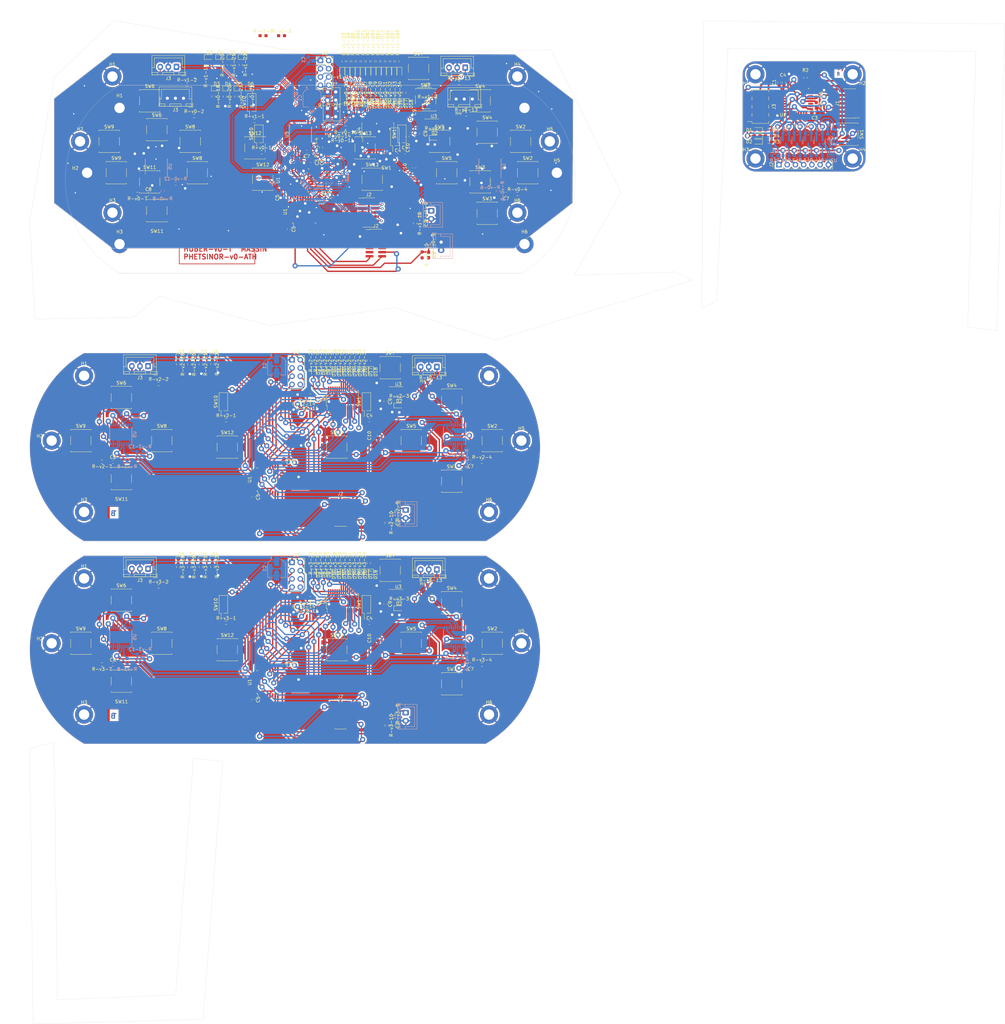
<source format=kicad_pcb>
(kicad_pcb (version 20221018) (generator pcbnew)
  (layers (0 "F.Cu" signal) (31 "B.Cu" signal) (34 "B.Paste" user) (35 "F.Paste" user) (36 "B.SilkS" user "B.Silkscreen") (37 "F.SilkS" user "F.Silkscreen") (38 "B.Mask" user) (39 "F.Mask" user) (44 "Edge.Cuts" user))
  (net 0 "")
  (net 1 "Glob_Alim-v0-")
  (net 2 "GND-v0-")
  (net 3 "POWER-v0-_CHECK-v0-")
  (net 4 "L-v0-i-ion-v0-")
  (net 5 "Net-(C7-Pad1)-v0-")
  (net 6 "Net-(C8-Pad1)-v0-")
  (net 7 "Net-(U3-BP)-v0-")
  (net 8 "Net-(D2-A)-v0-")
  (net 9 "Net-(D3-K)-v0-")
  (net 10 "Net-(D3-A)-v0-")
  (net 11 "Net-(D4-K)-v0-")
  (net 12 "Net-(D4-A)-v0-")
  (net 13 "Net-(D5-K)-v0-")
  (net 14 "Net-(D5-A)-v0-")
  (net 15 "Net-(D6-K)-v0-")
  (net 16 "Net-(D6-A)-v0-")
  (net 17 "Net-(D7-K)-v0-")
  (net 18 "Net-(D7-A)-v0-")
  (net 19 "Net-(D8-K)-v0-")
  (net 20 "Net-(D8-A)-v0-")
  (net 21 "Net-(D9-K)-v0-")
  (net 22 "Net-(D9-A)-v0-")
  (net 23 "Net-(D10-K)-v0-")
  (net 24 "Net-(D10-A)-v0-")
  (net 25 "Net-(D11-K)-v0-")
  (net 26 "Net-(D11-A)-v0-")
  (net 27 "Net-(D12-K)-v0-")
  (net 28 "Net-(D12-A)-v0-")
  (net 29 "Net-(D13-K)-v0-")
  (net 30 "Net-(D13-A)-v0-")
  (net 31 "Net-(D14-K)-v0-")
  (net 32 "Net-(D14-A)-v0-")
  (net 33 "Net-(D15-K)-v0-")
  (net 34 "Net-(D15-A)-v0-")
  (net 35 "Net-(D16-K)-v0-")
  (net 36 "Net-(D16-A)-v0-")
  (net 37 "Net-(D17-K)-v0-")
  (net 38 "Net-(D17-A)-v0-")
  (net 39 "Net-(D18-K)-v0-")
  (net 40 "Net-(D18-A)-v0-")
  (net 43 "SWDIO-v0-")
  (net 44 "SWDCK-v0-")
  (net 48 "R-v0-eset_Buton -v0-")
  (net 49 "USAR-v0-T2_R-v0-X-v0-")
  (net 50 "USAR-v0-T2_TX-v0-")
  (net 51 "R-v0-")
  (net 52 "L-v0-")
  (net 53 "NES{slash}SNES_switcher-v0-")
  (net 54 "DIO{slash}EX_CL-v0-K")
  (net 55 "DIO{slash}EX_SDA-v0-")
  (net 56 "DIODE_OE-v0-")
  (net 57 "Net-(#FL-v0-G05-pwr)")
  (net 58 "A_Button-v0-")
  (net 59 "B_Button-v0-")
  (net 60 "X_Button-v0-")
  (net 61 "Y_Button-v0-")
  (net 62 "UC_Button-v0-")
  (net 63 "Order_Search-v0-")
  (net 64 "L-v0-C_Button")
  (net 65 "R-v0-C_Button")
  (net 66 "DC_Button-v0-")
  (net 67 "ST_Button-v0-")
  (net 68 "SE_Button-v0-")
  (net 73 "Pin_Clock-v0-")
  (net 74 "Digital_Out_Put-v0-")
  (net 75 "MOSI-v0-")
  (net 79 "R-v0-X{slash}TX")
  (net 81 "CSN_nR-v0-F24")
  (net 99 "POWER-v1-_CHECK-v1-")
  (net 100 "GND-v1-")
  (net 101 "L-v1-i-ion-v1-")
  (net 102 "Net-(U3-BP)-v1-")
  (net 103 "Glob_Alim-v1-")
  (net 104 "Net-(D2-A)-v1-")
  (net 105 "Net-(D3-K)-v1-")
  (net 106 "Net-(D3-A)-v1-")
  (net 107 "Net-(D4-K)-v1-")
  (net 108 "Net-(D4-A)-v1-")
  (net 109 "Net-(D5-K)-v1-")
  (net 110 "Net-(D5-A)-v1-")
  (net 111 "Net-(D6-K)-v1-")
  (net 112 "Net-(D6-A)-v1-")
  (net 113 "Net-(D7-K)-v1-")
  (net 114 "Net-(D7-A)-v1-")
  (net 115 "Net-(D8-K)-v1-")
  (net 116 "Net-(D8-A)-v1-")
  (net 117 "Net-(D9-K)-v1-")
  (net 118 "Net-(D9-A)-v1-")
  (net 119 "Net-(D10-K)-v1-")
  (net 120 "Net-(D10-A)-v1-")
  (net 121 "Net-(D11-K)-v1-")
  (net 122 "Net-(D11-A)-v1-")
  (net 123 "Net-(D12-K)-v1-")
  (net 124 "Net-(D12-A)-v1-")
  (net 125 "Net-(D13-K)-v1-")
  (net 126 "Net-(D13-A)-v1-")
  (net 127 "Net-(D14-K)-v1-")
  (net 128 "Net-(D14-A)-v1-")
  (net 129 "Net-(D15-K)-v1-")
  (net 130 "Net-(D15-A)-v1-")
  (net 131 "Net-(D16-K)-v1-")
  (net 132 "Net-(D16-A)-v1-")
  (net 133 "Net-(D17-K)-v1-")
  (net 134 "Net-(D17-A)-v1-")
  (net 135 "Net-(D18-K)-v1-")
  (net 136 "Net-(D18-A)-v1-")
  (net 139 "SWDIO-v1-")
  (net 140 "SWDCK-v1-")
  (net 144 "R-v1-eset_Buton -v1-")
  (net 145 "USAR-v1-T2_R-v1-X-v1-")
  (net 146 "USAR-v1-T2_TX-v1-")
  (net 147 "NES{slash}SNES_switcher-v1-")
  (net 148 "R-v1-")
  (net 149 "A_Button-v1-")
  (net 150 "B_Button-v1-")
  (net 151 "X_Button-v1-")
  (net 152 "Y_Button-v1-")
  (net 153 "UC_Button-v1-")
  (net 154 "L-v1-C_Button-v1-")
  (net 155 "DIODE_SDA-v1-")
  (net 156 "R-v1-C_Button")
  (net 157 "L-v1-")
  (net 158 "DIODE_CL-v1-K")
  (net 159 "DC_Button-v1-")
  (net 160 "DIODE_OE-v1-")
  (net 161 "ST_Button-v1-")
  (net 162 "SE_Button-v1-")
  (net 163 "Order_Search-v1-")
  (net 164 "R-v1-X{slash}TX")
  (net 165 "Net-(C7-Pad1)-v1-")
  (net 166 "Pin_Clock-v1-")
  (net 167 "Digital_Out_Put-v1-")
  (net 168 "MOSI-v1-")
  (net 169 "GPIO_EX_CL-v1-K")
  (net 172 "GPIO_EX_SER-v1-IAL-v1-_DATA")
  (net 173 "Net-(U3-IN)-v1-")
  (net 174 "CSN_nR-v1-F24")
  (net 184 "Glob_Alim-v2-")
  (net 185 "GND-v2-")
  (net 186 "POWER-v2-_CHECK-v2-")
  (net 187 "L-v2-i-ion-v2-")
  (net 188 "Net-(C7-Pad1)-v2-")
  (net 189 "Net-(C8-Pad1)-v2-")
  (net 190 "Net-(U3-BP)-v2-")
  (net 191 "Net-(D2-A)-v2-")
  (net 192 "Net-(D3-K)-v2-")
  (net 193 "Net-(D3-A)-v2-")
  (net 194 "Net-(D4-K)-v2-")
  (net 195 "Net-(D4-A)-v2-")
  (net 196 "Net-(D5-K)-v2-")
  (net 197 "Net-(D5-A)-v2-")
  (net 198 "Net-(D6-K)-v2-")
  (net 199 "Net-(D6-A)-v2-")
  (net 200 "Net-(D7-K)-v2-")
  (net 201 "Net-(D7-A)-v2-")
  (net 202 "Net-(D8-K)-v2-")
  (net 203 "Net-(D8-A)-v2-")
  (net 204 "Net-(D9-K)-v2-")
  (net 205 "Net-(D9-A)-v2-")
  (net 206 "Net-(D10-K)-v2-")
  (net 207 "Net-(D10-A)-v2-")
  (net 208 "Net-(D11-K)-v2-")
  (net 209 "Net-(D11-A)-v2-")
  (net 210 "Net-(D12-K)-v2-")
  (net 211 "Net-(D12-A)-v2-")
  (net 212 "Net-(D13-K)-v2-")
  (net 213 "Net-(D13-A)-v2-")
  (net 214 "Net-(D14-K)-v2-")
  (net 215 "Net-(D14-A)-v2-")
  (net 216 "Net-(D15-K)-v2-")
  (net 217 "Net-(D15-A)-v2-")
  (net 218 "Net-(D16-K)-v2-")
  (net 219 "Net-(D16-A)-v2-")
  (net 220 "Net-(D17-K)-v2-")
  (net 221 "Net-(D17-A)-v2-")
  (net 222 "Net-(D18-K)-v2-")
  (net 223 "Net-(D18-A)-v2-")
  (net 226 "SWDIO-v2-")
  (net 227 "SWDCK-v2-")
  (net 231 "R-v2-eset_Buton -v2-")
  (net 232 "USAR-v2-T2_R-v2-X-v2-")
  (net 233 "USAR-v2-T2_TX-v2-")
  (net 234 "R-v2-")
  (net 235 "L-v2-")
  (net 236 "NES{slash}SNES_switcher-v2-")
  (net 237 "DIO{slash}EX_CL-v2-K")
  (net 238 "DIO{slash}EX_SDA-v2-")
  (net 239 "DIODE_OE-v2-")
  (net 240 "Net-(#FL-v2-G05-pwr)")
  (net 241 "A_Button-v2-")
  (net 242 "B_Button-v2-")
  (net 243 "X_Button-v2-")
  (net 244 "Y_Button-v2-")
  (net 245 "UC_Button-v2-")
  (net 246 "Order_Search-v2-")
  (net 247 "L-v2-C_Button")
  (net 248 "R-v2-C_Button")
  (net 249 "DC_Button-v2-")
  (net 250 "ST_Button-v2-")
  (net 251 "SE_Button-v2-")
  (net 256 "Pin_Clock-v2-")
  (net 257 "Digital_Out_Put-v2-")
  (net 258 "MOSI-v2-")
  (net 262 "R-v2-X{slash}TX")
  (net 264 "CSN_nR-v2-F24")
  (net 282 "Glob_Alim-v3-")
  (net 283 "GND-v3-")
  (net 284 "POWER-v3-_CHECK-v3-")
  (net 285 "L-v3-i-ion-v3-")
  (net 286 "Net-(C7-Pad1)-v3-")
  (net 287 "Net-(C8-Pad1)-v3-")
  (net 288 "Net-(U3-BP)-v3-")
  (net 289 "Net-(D2-A)-v3-")
  (net 290 "Net-(D3-K)-v3-")
  (net 291 "Net-(D3-A)-v3-")
  (net 292 "Net-(D4-K)-v3-")
  (net 293 "Net-(D4-A)-v3-")
  (net 294 "Net-(D5-K)-v3-")
  (net 295 "Net-(D5-A)-v3-")
  (net 296 "Net-(D6-K)-v3-")
  (net 297 "Net-(D6-A)-v3-")
  (net 298 "Net-(D7-K)-v3-")
  (net 299 "Net-(D7-A)-v3-")
  (net 300 "Net-(D8-K)-v3-")
  (net 301 "Net-(D8-A)-v3-")
  (net 302 "Net-(D9-K)-v3-")
  (net 303 "Net-(D9-A)-v3-")
  (net 304 "Net-(D10-K)-v3-")
  (net 305 "Net-(D10-A)-v3-")
  (net 306 "Net-(D11-K)-v3-")
  (net 307 "Net-(D11-A)-v3-")
  (net 308 "Net-(D12-K)-v3-")
  (net 309 "Net-(D12-A)-v3-")
  (net 310 "Net-(D13-K)-v3-")
  (net 311 "Net-(D13-A)-v3-")
  (net 312 "Net-(D14-K)-v3-")
  (net 313 "Net-(D14-A)-v3-")
  (net 314 "Net-(D15-K)-v3-")
  (net 315 "Net-(D15-A)-v3-")
  (net 316 "Net-(D16-K)-v3-")
  (net 317 "Net-(D16-A)-v3-")
  (net 318 "Net-(D17-K)-v3-")
  (net 319 "Net-(D17-A)-v3-")
  (net 320 "Net-(D18-K)-v3-")
  (net 321 "Net-(D18-A)-v3-")
  (net 324 "SWDIO-v3-")
  (net 325 "SWDCK-v3-")
  (net 329 "R-v3-eset_Buton -v3-")
  (net 330 "USAR-v3-T2_R-v3-X-v3-")
  (net 331 "USAR-v3-T2_TX-v3-")
  (net 332 "R-v3-")
  (net 333 "L-v3-")
  (net 334 "NES{slash}SNES_switcher-v3-")
  (net 335 "DIO{slash}EX_CL-v3-K")
  (net 336 "DIO{slash}EX_SDA-v3-")
  (net 337 "DIODE_OE-v3-")
  (net 338 "Net-(#FL-v3-G05-pwr)")
  (net 339 "A_Button-v3-")
  (net 340 "B_Button-v3-")
  (net 341 "X_Button-v3-")
  (net 342 "Y_Button-v3-")
  (net 343 "UC_Button-v3-")
  (net 344 "Order_Search-v3-")
  (net 345 "L-v3-C_Button")
  (net 346 "R-v3-C_Button")
  (net 347 "DC_Button-v3-")
  (net 348 "ST_Button-v3-")
  (net 349 "SE_Button-v3-")
  (net 354 "Pin_Clock-v3-")
  (net 355 "Digital_Out_Put-v3-")
  (net 356 "MOSI-v3-")
  (net 360 "R-v3-X{slash}TX")
  (net 362 "CSN_nR-v3-F24")
  (net 380 "+5V-v6-")
  (net 381 "GND-v6-")
  (net 382 "+3.3V-v6-")
  (net 383 "Net-(D1-K)-v6-")
  (net 385 "Net-(D3-K)-v6-")
  (net 386 "Status_LED-v6-")
  (net 387 "Data_Clock_SNES-v6-")
  (net 388 "Data_Latch_SNES-v6-")
  (net 389 "Net-(D2-K)-v6-")
  (net 390 "Serial_Data1_SNES-v6-")
  (net 391 "Serial_Data2_SNES-v6-")
  (net 392 "SPI_Chip_Select-v6-")
  (net 393 "Chip_Enable-v6-")
  (net 394 "SPI_Digital_Input-v6-")
  (net 395 "SPI_Clock-v6-")
  (net 396 "SPI_Digital_Output-v6-")
  (net 397 "IOBit_SNES-v6-")
  (net 398 "Data_Clock_STM32-v6-")
  (net 399 "Data_Latch_STM32-v6-")
  (net 400 "Appairing_Btn-v6-")
  (net 401 "Net-(U2-BP)-v6-")
  (net 402 "SWDIO-v6-")
  (net 403 "SWDCK-v6-")
  (net 406 "NRST-v6-")
  (net 407 "USART2_RX-v6-")
  (net 408 "USART2_TX-v6-")
  (net 409 "Serial_Data1_STM32-v6-")
  (net 410 "IOBit_STM32-v6-")
  (net 411 "Serial_Data2_STM32-v6-")
  (footprint "R-v2-esistor_SMD:R-v2-_0603_1608Metric_Pad0.98x0.95mm_HandSolder" (layer "F.Cu") (at 98.388222 106.0625 90)
    (fp_text reference "R-v2-29")
    (fp_text value "1K")
  )
  (footprint "L-v3-ED_SMD:L-v3-ED_0603_1608Metric_Pad1.05x0.95mm_HandSolder" (layer "F.Cu") (at 54.988222 167.25)
    (fp_text reference "D5")
    (fp_text value "G3")
  )
  (footprint "Connector_PinHeader_1.27mm:PinHeader_2x07_P1.27mm_Vertical_SMD" (layer "F.Cu") (at 108.063491 70.072725)
    (fp_text reference "J2")
    (fp_text value "Conn_02x07_Odd_Even")
  )
  (footprint "R-v0-esistor_SMD:R-v0-_0603_1608Metric_Pad0.98x0.95mm_HandSolder" (layer "F.Cu") (at 109.338491 23.445225 90)
    (fp_text reference "R-v0-29")
    (fp_text value "1K")
  )
  (footprint "R-v2-esistor_SMD:R-v2-_0603_1608Metric_Pad0.98x0.95mm_HandSolder" (layer "F.Cu") (at 90.888222 106.0625 90)
    (fp_text reference "R-v2-24")
    (fp_text value "1K")
  )
  (footprint "Button_Switch_SMD:SW_SPST_B3S-1000" (layer "F.Cu") (at 152.75 38.449994)
    (fp_text reference "SW2")
    (fp_text value "SW_Push")
  )
  (footprint "Diode_SMD:D_0603_1608Metric_Pad1.05x0.95mm_HandSolder" (layer "F.Cu") (at 225.76875 38.55 180)
    (fp_text reference "D2")
    (fp_text value "LED_Small")
  )
  (footprint "R-v1-esistor_SMD:R-v1-_0603_1608Metric_Pad0.98x0.95mm_HandSolder" (layer "F.Cu") (at 99.118 22.823994 180)
    (fp_text reference "R-v1-16")
    (fp_text value "10K")
  )
  (footprint "L-v1-ED_SMD:L-v1-ED_0603_1608Metric_Pad1.05x0.95mm_HandSolder" (layer "F.Cu") (at 113.725 17.249994 -90)
    (fp_text reference "D17")
    (fp_text value "R-v1-3")
  )
  (footprint "Resistor_SMD:R_0603_1608Metric_Pad0.98x0.95mm_HandSolder" (layer "F.Cu") (at 229.26875 36.75)
    (fp_text reference "R4")
    (fp_text value "1k")
  )
  (footprint "L-v2-ED_SMD:L-v2-ED_0603_1608Metric_Pad1.05x0.95mm_HandSolder" (layer "F.Cu") (at 115.248222 119.95)
    (fp_text reference "D2")
    (fp_text value "L-v2-ED_Small")
  )
  (footprint "L-v1-ED_SMD:L-v1-ED_0603_1608Metric_Pad1.05x0.95mm_HandSolder" (layer "F.Cu") (at 107.325 17.249994 -90)
    (fp_text reference "D13")
    (fp_text value "O3")
  )
  (footprint "MountingHole:MountingHole_3.2mm_M3_DIN965_Pad" (layer "F.Cu") (at 18.938491 48.132725)
    (fp_text reference "H2")
    (fp_text value "MountingHole_Pad")
  )
  (footprint "L-v3-ED_SMD:L-v3-ED_0603_1608Metric_Pad1.05x0.95mm_HandSolder" (layer "F.Cu") (at 96.948222 172.0625 -90)
    (fp_text reference "D12")
    (fp_text value "O2")
  )
  (footprint "Button_Switch_SMD:SW_SPST_B3S-1000" (layer "F.Cu") (at 40.438491 59.832725)
    (fp_text reference "SW11")
    (fp_text value "SW_Push")
  )
  (footprint "Button_Switch_SMD:SW_SPST_B3S-1000" (layer "F.Cu") (at 253.75 36.25 180)
    (fp_text reference "SW1")
    (fp_text value "SW_SPST")
  )
  (footprint "R-v3-esistor_SMD:R-v3-_0603_1608Metric_Pad0.98x0.95mm_HandSolder" (layer "F.Cu") (at 61.838222 186.95)
    (fp_text reference "R-v3-1")
    (fp_text value "1K")
  )
  (footprint "Button_Switch_SMD:SW_SPST_B3S-1000" (layer "F.Cu") (at 131.488222 205.75)
    (fp_text reference "SW3")
    (fp_text value "SW_Push")
  )
  (footprint "Button_Switch_SMD:SW_SPST_B3S-1000" (layer "F.Cu") (at 38.25 25.949994)
    (fp_text reference "SW6")
    (fp_text value "SW_Push")
  )
  (footprint "R-v3-esistor_SMD:R-v3-_0603_1608Metric_Pad0.98x0.95mm_HandSolder" (layer "F.Cu") (at 50.513222 169.75 -90)
    (fp_text reference "R-v3-20")
    (fp_text value "1K")
  )
  (footprint "R-v0-esistor_SMD:R-v0-_0603_1608Metric_Pad0.98x0.95mm_HandSolder" (layer "F.Cu") (at 100.338491 23.445225 90)
    (fp_text reference "R-v0-23")
    (fp_text value "1K")
  )
  (footprint "L-v3-ED_SMD:L-v3-ED_0603_1608Metric_Pad1.05x0.95mm_HandSolder" (layer "F.Cu") (at 115.248222 182.45)
    (fp_text reference "D2")
    (fp_text value "L-v3-ED_Small")
  )
  (footprint "Button_Switch_SMD:SW_SPST_B3S-1000" (layer "F.Cu") (at 16.988222 130.75)
    (fp_text reference "SW9")
    (fp_text value "SW_Push")
  )
  (footprint "R-v3-esistor_SMD:R-v3-_0603_1608Metric_Pad0.98x0.95mm_HandSolder" (layer "F.Cu") (at 113.388222 215.05 -90)
    (fp_text reference "R-v3-9")
    (fp_text value "1M")
  )
  (footprint "L-v2-ED_SMD:L-v2-ED_0603_1608Metric_Pad1.05x0.95mm_HandSolder" (layer "F.Cu") (at 51.488222 104.75)
    (fp_text reference "D4")
    (fp_text value "G2")
  )
  (footprint "L-v3-ED_SMD:L-v3-ED_0603_1608Metric_Pad1.05x0.95mm_HandSolder" (layer "F.Cu") (at 103.363222 172.05 -90)
    (fp_text reference "D16")
    (fp_text value "R-v3-2")
  )
  (footprint "Capacitor_SMD:C_0603_1608Metric_Pad1.08x0.95mm_HandSolder" (layer "F.Cu") (at 81.240491 65.526725 -90)
    (fp_text reference "C5")
    (fp_text value "100n")
  )
  (footprint "R-v1-esistor_SMD:R-v1-_0603_1608Metric_Pad0.98x0.95mm_HandSolder" (layer "F.Cu") (at 108.65 13.762494 90)
    (fp_text reference "R-v1-30")
    (fp_text value "1K")
  )
  (footprint "Button_Switch_SMD:SW_SPST_B3S-1000" (layer "F.Cu") (at 112.488222 170.75)
    (fp_text reference "SW7")
    (fp_text value "SW_SPST")
  )
  (footprint "L-v2-ED_SMD:L-v2-ED_0603_1608Metric_Pad1.05x0.95mm_HandSolder" (layer "F.Cu") (at 90.512222 109.575 -90)
    (fp_text reference "D8")
    (fp_text value "G6")
  )
  (footprint "Button_Switch_SMD:SW_SPST_B3S-1000" (layer "F.Cu") (at 143.988222 130.75)
    (fp_text reference "SW2")
    (fp_text value "SW_Push")
  )
  (footprint "R-v3-esistor_SMD:R-v3-_0603_1608Metric_Pad0.98x0.95mm_HandSolder" (layer "F.Cu") (at 40.988222 175.75)
    (fp_text reference "R-v3-2")
    (fp_text value "1K")
  )
  (footprint "R-v3-esistor_SMD:R-v3-_0603_1608Metric_Pad0.98x0.95mm_HandSolder" (layer "F.Cu") (at 90.888222 168.5625 90)
    (fp_text reference "R-v3-24")
    (fp_text value "1K")
  )
  (footprint "L-v0-ED_SMD:L-v0-ED_0603_1608Metric_Pad1.05x0.95mm_HandSolder" (layer "F.Cu") (at 126.198491 37.332725)
    (fp_text reference "D2")
    (fp_text value "L-v0-ED_Small")
  )
  (footprint "R-v3-esistor_SMD:R-v3-_0603_1608Metric_Pad0.98x0.95mm_HandSolder" (layer "F.Cu") (at 95.388222 168.5625 90)
    (fp_text reference "R-v3-27")
    (fp_text value "1K")
  )
  (footprint "Connector_JST:JST_XH_B3B-XH-A_1x03_P2.50mm_Vertical" (layer "F.Cu") (at 48.688491 25.157725 180)
    (fp_text reference "J3")
    (fp_text value "Conn_01x03")
  )
  (footprint "R-v1-esistor_SMD:R-v1-_0603_1608Metric_Pad0.98x0.95mm_HandSolder" (layer "F.Cu") (at 99.118 25.871994)
    (fp_text reference "R-v1-14")
    (fp_text value "10K")
  )
  (footprint "R-v2-esistor_SMD:R-v2-_0603_1608Metric_Pad0.98x0.95mm_HandSolder" (layer "F.Cu") (at 57.588222 107.175 -90)
    (fp_text reference "R-v2-22")
    (fp_text value "1K")
  )
  (footprint "Diode_SMD:D_0603_1608Metric_Pad1.05x0.95mm_HandSolder" (layer "F.Cu") (at 225.76875 34.95 180)
    (fp_text reference "D1")
    (fp_text value "LED_Small")
  )
  (footprint "Button_Switch_SMD:SW_SPST_B3S-1000" (layer "F.Cu") (at 121.25 15.949994)
    (fp_text reference "SW7")
    (fp_text value "SW_SPST")
  )
  (footprint "R-v2-esistor_SMD:R-v2-_0603_1608Metric_Pad0.98x0.95mm_HandSolder" (layer "F.Cu") (at 95.388222 106.0625 90)
    (fp_text reference "R-v2-27")
    (fp_text value "1K")
  )
  (footprint "R-v3-esistor_SMD:R-v3-_0603_1608Metric_Pad0.98x0.95mm_HandSolder" (layer "F.Cu") (at 54.038222 169.725 -90)
    (fp_text reference "R-v3-21")
    (fp_text value "1K")
  )
  (footprint "R-v1-esistor_SMD:R-v1-_0603_1608Metric_Pad0.98x0.95mm_HandSolder" (layer "F.Cu") (at 102.65 13.762494 90)
    (fp_text reference "R-v1-26")
    (fp_text value "1K")
  )
  (footprint "R-v1-esistor_SMD:R-v1-_0603_1608Metric_Pad0.98x0.95mm_HandSolder" (layer "F.Cu") (at 101.15 13.762494 90)
    (fp_text reference "R-v1-25")
    (fp_text value "1K")
  )
  (footprint "R-v0-esistor_SMD:R-v0-_0603_1608Metric_Pad0.98x0.95mm_HandSolder" (layer "F.Cu") (at 113.838491 23.445225 90)
    (fp_text reference "R-v0-32")
    (fp_text value "1K")
  )
  (footprint "Button_Switch_SMD:SW_SPST_B3S-1000" (layer "F.Cu") (at 29.488222 117.45)
    (fp_text reference "SW6")
    (fp_text value "SW_Push")
  )
  (footprint "Button_Switch_SMD:SW_SPST_B3S-1000" (layer "F.Cu") (at 129.938491 48.132725)
    (fp_text reference "SW5")
    (fp_text value "SW_Push")
  )
  (footprint "L-v2-ED_SMD:L-v2-ED_0603_1608Metric_Pad1.05x0.95mm_HandSolder" (layer "F.Cu") (at 88.913222 109.575 -90)
    (fp_text reference "D7")
    (fp_text value "G5")
  )
  (footprint "R-v2-esistor_SMD:R-v2-_0603_1608Metric_Pad0.98x0.95mm_HandSolder" (layer "F.Cu") (at 104.388222 106.0625 90)
    (fp_text reference "R-v2-33")
    (fp_text value "1K")
  )
  (footprint "R-v2-esistor_SMD:R-v2-_0603_1608Metric_Pad0.98x0.95mm_HandSolder" (layer "F.Cu") (at 61.838222 124.45)
    (fp_text reference "R-v2-1")
    (fp_text value "1K")
  )
  (footprint "L-v0-ED_SMD:L-v0-ED_0603_1608Metric_Pad1.05x0.95mm_HandSolder" (layer "F.Cu") (at 69.438491 22.132725)
    (fp_text reference "D6")
    (fp_text value "G4")
  )
  (footprint "Button_Switch_SMD:SW_SPST_B3S-1000" (layer "F.Cu") (at 154.938491 48.132725)
    (fp_text reference "SW2")
    (fp_text value "SW_Push")
  )
  (footprint "L-v0-ED_SMD:L-v0-ED_0603_1608Metric_Pad1.05x0.95mm_HandSolder" (layer "F.Cu") (at 106.263491 26.957725 -90)
    (fp_text reference "D11")
    (fp_text value "O1")
  )
  (footprint "Button_Switch_SMD:SW_SPST_B3S-1000" (layer "F.Cu") (at 41.988222 130.75)
    (fp_text reference "SW8")
    (fp_text value "SW_Push")
  )
  (footprint "R-v2-esistor_SMD:R-v2-_0603_1608Metric_Pad0.98x0.95mm_HandSolder" (layer "F.Cu") (at 99.888222 106.0625 90)
    (fp_text reference "R-v2-30")
    (fp_text value "1K")
  )
  (footprint "MountingHole:MountingHole_3.2mm_M3_DIN965_Pad" (layer "F.Cu") (at 152.988222 193.25)
    (fp_text reference "H5")
    (fp_text value "MountingHole_Pad")
  )
  (footprint "R-v0-esistor_SMD:R-v0-_0603_1608Metric_Pad0.98x0.95mm_HandSolder" (layer "F.Cu") (at 96.748491 38.232725)
    (fp_text reference "R-v0-14")
    (fp_text value "10K")
  )
  (footprint "MountingHole:MountingHole_3.2mm_M3_DIN965_Pad" (layer "F.Cu") (at 7.988222 130.75)
    (fp_text reference "H2")
    (fp_text value "MountingHole_Pad")
  )
  (footprint "L-v2-ED_SMD:L-v2-ED_0603_1608Metric_Pad1.05x0.95mm_HandSolder" (layer "F.Cu") (at 100.163222 109.55 -90)
    (fp_text reference "D14")
    (fp_text value "O4")
  )
  (footprint "Capacitor_SMD:C_0603_1608Metric_Pad1.08x0.95mm_HandSolder" (layer "F.Cu") (at 79.688222 199.722 -90)
    (fp_text reference "C3")
    (fp_text value "100n")
  )
  (footprint "L-v2-ED_SMD:L-v2-ED_0603_1608Metric_Pad1.05x0.95mm_HandSolder" (layer "F.Cu") (at 47.988222 104.75)
    (fp_text reference "D3")
    (fp_text value "G1")
  )
  (footprint "R-v0-esistor_SMD:R-v0-_0603_1608Metric_Pad0.98x0.95mm_HandSolder" (layer "F.Cu") (at 61.463491 24.632725 -90)
    (fp_text reference "R-v0-20")
    (fp_text value "1K")
  )
  (footprint "Capacitor_SMD:C_0603_1608Metric_Pad1.08x0.95mm_HandSolder" (layer "F.Cu") (at 148.250515 54.682725 180)
    (fp_text reference "C7")
    (fp_text value "100nF")
  )
  (footprint "R-v0-esistor_SMD:R-v0-_0603_1608Metric_Pad0.98x0.95mm_HandSolder" (layer "F.Cu") (at 68.538491 24.557725 -90)
    (fp_text reference "R-v0-22")
    (fp_text value "1K")
  )
  (footprint "Button_Switch_SMD:SW_SPST_B3S-1000" (layer "F.Cu") (at 112.488222 108.25)
    (fp_text reference "SW7")
    (fp_text value "SW_SPST")
  )
  (footprint "Button_Switch_SMD:SW_SPST_B3S-1000" (layer "F.Cu") (at 118.988222 130.75)
    (fp_text reference "SW5")
    (fp_text value "SW_Push")
  )
  (footprint "L-v0-ED_SMD:L-v0-ED_0603_1608Metric_Pad1.05x0.95mm_HandSolder" (layer "F.Cu") (at 101.462491 26.957725 -90)
    (fp_text reference "D8")
    (fp_text value "G6")
  )
  (footprint "MountingHole:MountingHole_3.2mm_M3_DIN965_Pad" (layer "F.Cu") (at 17.988222 215.25)
    (fp_text reference "H3")
    (fp_text value "MountingHole_Pad")
  )
  (footprint "Button_Switch_SMD:SW_SPST_B3S-1000" (layer "F.Cu") (at 27.938491 48.132725)
    (fp_text reference "SW9")
    (fp_text value "SW_Push")
  )
  (footprint "R-v1-esistor_SMD:R-v1-_0603_1608Metric_Pad0.98x0.95mm_HandSolder" (layer "F.Cu") (at 49.75 20.949994)
    (fp_text reference "R-v1-2")
    (fp_text value "1K")
  )
  (footprint "Capacitor_SMD:C_0603_1608Metric_Pad1.08x0.95mm_HandSolder" (layer "F.Cu") (at 121.988491 36.032725 -90)
    (fp_text reference "C9")
    (fp_text value "470p")
  )
  (footprint "R-v0-esistor_SMD:R-v0-_0603_1608Metric_Pad0.98x0.95mm_HandSolder" (layer "F.Cu") (at 110.838491 23.445225 90)
    (fp_text reference "R-v0-30")
    (fp_text value "1K")
  )
  (footprint "Button_Switch_SMD:SW_DIP_SPSTx01_Slide_Copal_CHS-01B_W7.62mm_P1.27mm" (layer "F.Cu") (at 69.75 26.449994 90)
    (fp_text reference "SW10")
    (fp_text value "SW_DIP_x01")
  )
  (footprint "R-v1-esistor_SMD:R-v1-_0603_1608Metric_Pad0.98x0.95mm_HandSolder" (layer "F.Cu") (at 133.75 20.449994)
    (fp_text reference "R-v1-13")
    (fp_text value "1K")
  )
  (footprint "Capacitor_SMD:C_0603_1608Metric_Pad1.08x0.95mm_HandSolder" (layer "F.Cu") (at 122.15 63.787494 -90)
    (fp_text reference "C2")
    (fp_text value "1nF")
  )
  (footprint "L-v2-ED_SMD:L-v2-ED_0603_1608Metric_Pad1.05x0.95mm_HandSolder" (layer "F.Cu") (at 96.948222 109.5625 -90)
    (fp_text reference "D12")
    (fp_text value "O2")
  )
  (footprint "Package_QFP:L-v0-QFP-32_7x7mm_P0.8mm" (layer "F.Cu") (at 85.938491 60.132725 90)
    (fp_text reference "U1")
    (fp_text value "STM32L-v0-412KBTx")
  )
  (footprint "R-v2-esistor_SMD:R-v2-_0603_1608Metric_Pad0.98x0.95mm_HandSolder" (layer "F.Cu") (at 50.513222 107.25 -90)
    (fp_text reference "R-v2-20")
    (fp_text value "1K")
  )
  (footprint "R-v0-esistor_SMD:R-v0-_0603_1608Metric_Pad0.98x0.95mm_HandSolder" (layer "F.Cu") (at 107.838491 23.445225 90)
    (fp_text reference "R-v0-28")
    (fp_text value "1K")
  )
  (footprint "Button_Switch_SMD:SW_SPST_B3S-1000" (layer "F.Cu") (at 52.938491 48.132725)
    (fp_text reference "SW8")
    (fp_text value "SW_Push")
  )
  (footprint "L-v1-ED_SMD:L-v1-ED_0603_1608Metric_Pad1.05x0.95mm_HandSolder" (layer "F.Cu") (at 100.875 17.274994 -90)
    (fp_text reference "D9")
    (fp_text value "G7")
  )
  (footprint "Capacitor_SMD:C_0603_1608Metric_Pad1.08x0.95mm_HandSolder" (layer "F.Cu") (at 70.290222 148.144 -90)
    (fp_text reference "C5")
    (fp_text value "100n")
  )
  (footprint "R-v3-esistor_SMD:R-v3-_0603_1608Metric_Pad0.98x0.95mm_HandSolder" (layer "F.Cu") (at 87.798222 179.35 180)
    (fp_text reference "R-v3-16")
    (fp_text value "10K")
  )
  (footprint "R-v3-esistor_SMD:R-v3-_0603_1608Metric_Pad0.98x0.95mm_HandSolder" (layer "F.Cu") (at 57.588222 169.675 -90)
    (fp_text reference "R-v3-22")
    (fp_text value "1K")
  )
  (footprint "Button_Switch_SMD:SW_SPST_B3S-1000" (layer "F.Cu") (at 143.988222 193.25)
    (fp_text reference "SW2")
    (fp_text value "SW_Push")
  )
  (footprint "Button_Switch_SMD:SW_SPST_B3S-1000" (layer "F.Cu") (at 142.438491 35.632725)
    (fp_text reference "SW4")
    (fp_text value "SW_Push")
  )
  (footprint "L-v2-ED_SMD:L-v2-ED_0603_1608Metric_Pad1.05x0.95mm_HandSolder" (layer "F.Cu") (at 103.363222 109.55 -90)
    (fp_text reference "D16")
    (fp_text value "R-v2-2")
  )
  (footprint "R-v3-esistor_SMD:R-v3-_0603_1608Metric_Pad0.98x0.95mm_HandSolder" (layer "F.Cu") (at 85.798222 183.35)
    (fp_text reference "R-v3-14")
    (fp_text value "10K")
  )
  (footprint "Package_SO:MSOP-8_3x3mm_P0.65mm" (layer "F.Cu") (at 114.988222 115.75)
    (fp_text reference "U3")
    (fp_text value "MIC5219-3.3YMM")
  )
  (footprint "L-v0-ED_SMD:L-v0-ED_0603_1608Metric_Pad1.05x0.95mm_HandSolder" (layer "F.Cu") (at 107.898491 26.945225 -90)
    (fp_text reference "D12")
    (fp_text value "O2")
  )
  (footprint "R-v3-esistor_SMD:R-v3-_0603_1608Metric_Pad0.98x0.95mm_HandSolder" (layer "F.Cu") (at 124.988222 175.25)
    (fp_text reference "R-v3-13")
    (fp_text value "1K")
  )
  (footprint "Connector_JST:JST_XH_B3B-XH-A_1x03_P2.50mm_Vertical" (layer "F.Cu") (at 137.842491 25.394725 180)
    (fp_text reference "J4")
    (fp_text value "Conn_01x03")
  )
  (footprint "R-v2-esistor_SMD:R-v2-_0603_1608Metric_Pad0.98x0.95mm_HandSolder" (layer "F.Cu") (at 54.038222 107.225 -90)
    (fp_text reference "R-v2-21")
    (fp_text value "1K")
  )
  (footprint "Package_SO:SSOP-20_4.4x6.5mm_P0.65mm" (layer "F.Cu") (at 84.825 36.349994 90)
    (fp_text reference "U5")
    (fp_text value "PCF8574TS")
  )
  (footprint "Resistor_SMD:R_0603_1608Metric_Pad0.98x0.95mm_HandSolder" (layer "F.Cu") (at 229.26875 34.95)
    (fp_text reference "R1")
    (fp_text value "1k")
  )
  (footprint "R-v0-esistor_SMD:R-v0-_0603_1608Metric_Pad0.98x0.95mm_HandSolder" (layer "F.Cu") (at 115.338491 23.445225 90)
    (fp_text reference "R-v0-33")
    (fp_text value "1K")
  )
  (footprint "R-v1-esistor_SMD:R-v1-_0603_1608Metric_Pad0.98x0.95mm_HandSolder" (layer "F.Cu") (at 104.15 13.762494 90)
    (fp_text reference "R-v1-27")
    (fp_text value "1K")
  )
  (footprint "MountingHole:MountingHole_3.2mm_M3_DIN965_Pad" (layer "F.Cu") (at 17.988222 152.75)
    (fp_text reference "H3")
    (fp_text value "MountingHole_Pad")
  )
  (footprint "R-v3-esistor_SMD:R-v3-_0603_1608Metric_Pad0.98x0.95mm_HandSolder" (layer "F.Cu") (at 98.388222 168.5625 90)
    (fp_text reference "R-v3-29")
    (fp_text value "1K")
  )
  (footprint "R-v2-esistor_SMD:R-v2-_0603_1608Metric_Pad0.98x0.95mm_HandSolder" (layer "F.Cu") (at 86.798222 119.35 180)
    (fp_text reference "R-v2-11")
    (fp_text value "10K")
  )
  (footprint "MountingHole:MountingHole_3.2mm_M3_DIN965_Pad" (layer "F.Cu") (at 142.988222 215.25)
    (fp_text reference "H6")
    (fp_text value "MountingHole_Pad")
  )
  (footprint "L-v3-ED_SMD:L-v3-ED_0603_1608Metric_Pad1.05x0.95mm_HandSolder" (layer "F.Cu") (at 58.488222 167.25)
    (fp_text reference "D6")
    (fp_text value "G4")
  )
  (footprint "L-v0-ED_SMD:L-v0-ED_0603_1608Metric_Pad1.05x0.95mm_HandSolder" (layer "F.Cu") (at 99.863491 26.957725 -90)
    (fp_text reference "D7")
    (fp_text value "G5")
  )
  (footprint "R-v0-esistor_SMD:R-v0-_0603_1608Metric_Pad0.98x0.95mm_HandSolder" (layer "F.Cu") (at 101.838491 23.445225 90)
    (fp_text reference "R-v0-24")
    (fp_text value "1K")
  )
  (footprint "R-v3-esistor_SMD:R-v3-_0603_1608Metric_Pad0.98x0.95mm_HandSolder" (layer "F.Cu") (at 86.798222 181.85 180)
    (fp_text reference "R-v3-11")
    (fp_text value "10K")
  )
  (footprint "Button_Switch_SMD:SW_SPST_B3S-1000" (layer "F.Cu") (at 140.25 25.949994)
    (fp_text reference "SW4")
    (fp_text value "SW_Push")
  )
  (footprint "Capacitor_SMD:C_0603_1608Metric_Pad1.08x0.95mm_HandSolder" (layer "F.Cu") (at 113.388222 156.0875 -90)
    (fp_text reference "C2")
    (fp_text value "1nF")
  )
  (footprint "Capacitor_SMD:C_0603_1608Metric_Pad1.08x0.95mm_HandSolder" (layer "F.Cu") (at 244.01 27.3025 90)
    (fp_text reference "C2")
    (fp_text value "100n")
  )
  (footprint "L-v0-ED_SMD:L-v0-ED_0603_1608Metric_Pad1.05x0.95mm_HandSolder" (layer "F.Cu") (at 115.913491 26.932725 -90)
    (fp_text reference "D17")
    (fp_text value "R-v0-3")
  )
  (footprint "Capacitor_SMD:C_0603_1608Metric_Pad1.08x0.95mm_HandSolder" (layer "F.Cu") (at 106.083222 124.45)
    (fp_text reference "C4")
    (fp_text value "1u")
  )
  (footprint "L-v0-ED_SMD:L-v0-ED_0603_1608Metric_Pad1.05x0.95mm_HandSolder" (layer "F.Cu") (at 103.063491 26.957725 -90)
    (fp_text reference "D9")
    (fp_text value "G7")
  )
  (footprint "Connector_JST:JST_XH_B3B-XH-A_1x03_P2.50mm_Vertical" (layer "F.Cu") (at 135.654 15.711994 180)
    (fp_text reference "J4")
    (fp_text value "Conn_01x03")
  )
  (footprint "Package_QFP:LQFP-32_7x7mm_P0.8mm" (layer "F.Cu") (at 238.1 25.65 180)
    (fp_text reference "U1")
    (fp_text value "STM32L412KBTx")
  )
  (footprint "Connector_PinHeader_2.54mm:PinHeader_2x04_P2.54mm_Vertical" (layer "F.Cu") (at 82.188222 105.81)
    (fp_text reference "U2")
    (fp_text value "nR-v2-F24_Full")
  )
  (footprint "L-v2-ED_SMD:L-v2-ED_0603_1608Metric_Pad1.05x0.95mm_HandSolder" (layer "F.Cu") (at 92.113222 109.575 -90)
    (fp_text reference "D9")
    (fp_text value "G7")
  )
  (footprint "Button_Switch_SMD:SW_SPST_B3S-1000" (layer "F.Cu") (at 131.488222 180.75)
    (fp_text reference "SW4")
    (fp_text value "SW_Push")
  )
  (footprint "R-v3-esistor_SMD:R-v3-_0603_1608Metric_Pad0.98x0.95mm_HandSolder" (layer "F.Cu") (at 92.358222 168.5625 90)
    (fp_text reference "R-v3-25")
    (fp_text value "1K")
  )
  (footprint "Capacitor_SMD:C_0603_1608Metric_Pad1.08x0.95mm_HandSolder" (layer "F.Cu") (at 79.052 55.843994 90)
    (fp_text reference "C5")
    (fp_text value "100n")
  )
  (footprint "Capacitor_SMD:C_0603_1608Metric_Pad1.08x0.95mm_HandSolder" (layer "F.Cu") (at 26.896198 137.3)
    (fp_text reference "C8")
    (fp_text value "100nF")
  )
  (footprint "L-v3-ED_SMD:L-v3-ED_0603_1608Metric_Pad1.05x0.95mm_HandSolder" (layer "F.Cu") (at 51.488222 167.25)
    (fp_text reference "D4")
    (fp_text value "G2")
  )
  (footprint "L-v2-ED_SMD:L-v2-ED_0603_1608Metric_Pad1.05x0.95mm_HandSolder" (layer "F.Cu") (at 54.988222 104.75)
    (fp_text reference "D5")
    (fp_text value "G3")
  )
  (footprint "R-v1-esistor_SMD:R-v1-_0603_1608Metric_Pad0.98x0.95mm_HandSolder" (layer "F.Cu") (at 114.65 13.762494 90)
    (fp_text reference "R-v1-34")
    (fp_text value "1K")
  )
  (footprint "MountingHole:MountingHole_3.2mm_M3_DIN965_Pad" (layer "F.Cu") (at 17.988222 110.75)
    (fp_text reference "H1")
    (fp_text value "MountingHole_Pad")
  )
  (footprint "L-v0-ED_SMD:L-v0-ED_0603_1608Metric_Pad1.05x0.95mm_HandSolder" (layer "F.Cu") (at 65.938491 22.132725)
    (fp_text reference "D5")
    (fp_text value "G3")
  )
  (footprint "Button_Switch_SMD:SW_DIP_SPSTx01_Slide_Copal_CHS-01B_W7.62mm_P1.27mm" (layer "F.Cu") (at 113.92 37.019994 90)
    (fp_text reference "SW1")
    (fp_text value "SW_DIP_x01")
  )
  (footprint "Connector_JST:JST_XH_B3B-XH-A_1x03_P2.50mm_Vertical" (layer "F.Cu") (at 126.892222 108.012 180)
    (fp_text reference "J4")
    (fp_text value "Conn_01x03")
  )
  (footprint "Package_SO:TSSOP-28_4.4x9.7mm_P0.65mm" (layer "F.Cu") (at 108.672491 35.046725 90)
    (fp_text reference "U4")
    (fp_text value "PCA9685PW")
  )
  (footprint "L-v2-ED_SMD:L-v2-ED_0603_1608Metric_Pad1.05x0.95mm_HandSolder" (layer "F.Cu") (at 106.588222 109.55 -90)
    (fp_text reference "D18")
    (fp_text value "R-v2-4")
  )
  (footprint "R-v0-esistor_SMD:R-v0-_0603_1608Metric_Pad0.98x0.95mm_HandSolder" (layer "F.Cu") (at 135.938491 30.132725)
    (fp_text reference "R-v0-13")
    (fp_text value "1K")
  )
  (footprint "R-v1-esistor_SMD:R-v1-_0603_1608Metric_Pad0.98x0.95mm_HandSolder" (layer "F.Cu") (at 62.8 14.924994 -90)
    (fp_text reference "R-v1-21")
    (fp_text value "1K")
  )
  (footprint "Capacitor_SMD:C_0603_1608Metric_Pad1.08x0.95mm_HandSolder" (layer "F.Cu") (at 37.846467 54.682725)
    (fp_text reference "C8")
    (fp_text value "100nF")
  )
  (footprint "R-v0-esistor_SMD:R-v0-_0603_1608Metric_Pad0.98x0.95mm_HandSolder" (layer "F.Cu") (at 34.446467 54.682725 180)
    (fp_text reference "R-v0-7")
    (fp_text value "1k")
  )
  (footprint "MountingHole:MountingHole_3.2mm_M3_DIN965_Pad" (layer "F.Cu") (at 16.75 38.449994)
    (fp_text reference "H2")
    (fp_text value "MountingHole_Pad")
  )
  (footprint "R-v1-esistor_SMD:R-v1-_0603_1608Metric_Pad0.98x0.95mm_HandSolder" (layer "F.Cu") (at 113.15 13.762494 90)
    (fp_text reference "R-v1-33")
    (fp_text value "1K")
  )
  (footprint "Package_SO:TSSOP-28_4.4x9.7mm_P0.65mm" (layer "F.Cu") (at 97.722222 117.664 90)
    (fp_text reference "U4")
    (fp_text value "PCA9685PW")
  )
  (footprint "Capacitor_SMD:C_0603_1608Metric_Pad1.08x0.95mm_HandSolder" (layer "F.Cu") (at 119.8 26.349994 -90)
    (fp_text reference "C9")
    (fp_text value "470p")
  )
  (footprint "R-v0-esistor_SMD:R-v0-_0603_1608Metric_Pad0.98x0.95mm_HandSolder" (layer "F.Cu") (at 126.198491 35.808725)
    (fp_text reference "R-v0-3")
    (fp_text value "1K")
  )
  (footprint "R-v3-esistor_SMD:R-v3-_0603_1608Metric_Pad0.98x0.95mm_HandSolder" (layer "F.Cu") (at 115.248222 180.926)
    (fp_text reference "R-v3-3")
    (fp_text value "1K")
  )
  (footprint "Capacitor_SMD:C_0603_1608Metric_Pad1.08x0.95mm_HandSolder" (layer "F.Cu") (at 106.083222 186.95)
    (fp_text reference "C4")
    (fp_text value "1u")
  )
  (footprint "L-v2-ED_SMD:L-v2-ED_0603_1608Metric_Pad1.05x0.95mm_HandSolder" (layer "F.Cu") (at 104.963222 109.55 -90)
    (fp_text reference "D17")
    (fp_text value "R-v2-3")
  )
  (footprint "L-v1-ED_SMD:L-v1-ED_0603_1608Metric_Pad1.05x0.95mm_HandSolder" (layer "F.Cu") (at 60.25 12.449994)
    (fp_text reference "D4")
    (fp_text value "G2")
  )
  (footprint "MountingHole:MountingHole_3.2mm_M3_DIN965_Pad" (layer "F.Cu") (at 142.988222 173.25)
    (fp_text reference "H4")
    (fp_text value "MountingHole_Pad")
  )
  (footprint "Package_QFP:L-v3-QFP-32_7x7mm_P0.8mm" (layer "F.Cu") (at 74.988222 205.25 90)
    (fp_text reference "U1")
    (fp_text value "STM32L-v3-412KBTx")
  )
  (footprint "R-v0-esistor_SMD:R-v0-_0603_1608Metric_Pad0.98x0.95mm_HandSolder" (layer "F.Cu") (at 112.338491 23.445225 90)
    (fp_text reference "R-v0-31")
    (fp_text value "1K")
  )
  (footprint "MountingHole:MountingHole_3.2mm_M3_DIN965_Pad" (layer "F.Cu") (at 142.988222 152.75)
    (fp_text reference "H6")
    (fp_text value "MountingHole_Pad")
  )
  (footprint "R-v2-esistor_SMD:R-v2-_0603_1608Metric_Pad0.98x0.95mm_HandSolder" (layer "F.Cu") (at 113.388222 152.55 -90)
    (fp_text reference "R-v2-9")
    (fp_text value "1M")
  )
  (footprint "Connector_PinHeader_1.27mm:PinHeader_2x07_P1.27mm_Vertical_SMD" (layer "F.Cu") (at 105.875 60.389994)
    (fp_text reference "J2")
    (fp_text value "Conn_02x07_Odd_Even")
  )
  (footprint "R-v1-esistor_SMD:R-v1-_0603_1608Metric_Pad0.98x0.95mm_HandSolder" (layer "F.Cu") (at 120.15 63.787494 -90)
    (fp_text reference "R-v1-10")
    (fp_text value "1M")
  )
  (footprint "R-v0-esistor_SMD:R-v0-_0603_1608Metric_Pad0.98x0.95mm_HandSolder" (layer "F.Cu") (at 64.988491 24.607725 -90)
    (fp_text reference "R-v0-21")
    (fp_text value "1K")
  )
  (footprint "Button_Switch_SMD:SW_SPST_B3S-1000" (layer "F.Cu") (at 62.198222 132.75)
    (fp_text reference "SW12")
    (fp_text value "SW_Push")
  )
  (footprint "Button_Switch_SMD:SW_DIP_SPSTx01_Slide_Copal_CHS-01B_W7.62mm_P1.27mm" (layer "F.Cu") (at 71.938491 36.132725 90)
    (fp_text reference "SW10")
    (fp_text value "SW_DIP_x01")
  )
  (footprint "Button_Switch_SMD:SW_SPST_B3S-1000" (layer "F.Cu") (at 16.988222 193.25)
    (fp_text reference "SW9")
    (fp_text value "SW_Push")
  )
  (footprint "R-v1-esistor_SMD:R-v1-_0603_1608Metric_Pad0.98x0.95mm_HandSolder" (layer "F.Cu") (at 66.35 14.874994 -90)
    (fp_text reference "R-v1-22")
    (fp_text value "1K")
  )
  (footprint "Button_Switch_SMD:SW_DIP_SPSTx01_Slide_Copal_CHS-01B_W7.62mm_P1.27mm" (layer "F.Cu") (at 105.158222 181.25 90)
    (fp_text reference "SW1")
    (fp_text value "SW_DIP_x01")
  )
  (footprint "R-v2-esistor_SMD:R-v2-_0603_1608Metric_Pad0.98x0.95mm_HandSolder" (layer "F.Cu") (at 115.248222 118.426)
    (fp_text reference "R-v2-3")
    (fp_text value "1K")
  )
  (footprint "Connector_JST:JST_XH_B3B-XH-A_1x03_P2.50mm_Vertical" (layer "F.Cu") (at 126.892222 170.512 180)
    (fp_text reference "J4")
    (fp_text value "Conn_01x03")
  )
  (footprint "R-v3-esistor_SMD:R-v3-_0603_1608Metric_Pad0.98x0.95mm_HandSolder" (layer "F.Cu") (at 140.800246 199.8)
    (fp_text reference "R-v3-4")
    (fp_text value "1k")
  )
  (footprint "R-v3-esistor_SMD:R-v3-_0603_1608Metric_Pad0.98x0.95mm_HandSolder" (layer "F.Cu") (at 99.888222 168.5625 90)
    (fp_text reference "R-v3-30")
    (fp_text value "1K")
  )
  (footprint "Capacitor_SMD:C_0603_1608Metric_Pad1.08x0.95mm_HandSolder" (layer "F.Cu") (at 244.01 24 90)
    (fp_text reference "C5")
    (fp_text value "100n")
  )
  (footprint "R-v1-esistor_SMD:R-v1-_0603_1608Metric_Pad0.98x0.95mm_HandSolder" (layer "F.Cu") (at 105.65 13.762494 90)
    (fp_text reference "R-v1-28")
    (fp_text value "1K")
  )
  (footprint "R-v3-esistor_SMD:R-v3-_0603_1608Metric_Pad0.98x0.95mm_HandSolder" (layer "F.Cu") (at 96.888222 168.5625 90)
    (fp_text reference "R-v3-28")
    (fp_text value "1K")
  )
  (footprint "Capacitor_SMD:C_0603_1608Metric_Pad1.08x0.95mm_HandSolder" (layer "F.Cu") (at 111.038222 181.15 -90)
    (fp_text reference "C9")
    (fp_text value "470p")
  )
  (footprint "R-v0-esistor_SMD:R-v0-_0603_1608Metric_Pad0.98x0.95mm_HandSolder" (layer "F.Cu") (at 72.788491 41.832725)
    (fp_text reference "R-v0-1")
    (fp_text value "1K")
  )
  (footprint "Package_SO:TSSOP-28_4.4x9.7mm_P0.65mm" (layer "F.Cu") (at 106.484 25.363994 90)
    (fp_text reference "U4")
    (fp_text value "PCA9685PW")
  )
  (footprint "R-v0-esistor_SMD:R-v0-_0603_1608Metric_Pad0.98x0.95mm_HandSolder" (layer "F.Cu") (at 57.963491 24.607725 -90)
    (fp_text reference "R-v0-18")
    (fp_text value "1K")
  )
  (footprint "L-v1-ED_SMD:L-v1-ED_0603_1608Metric_Pad1.05x0.95mm_HandSolder" (layer "F.Cu") (at 115.35 17.249994 -90)
    (fp_text reference "D18")
    (fp_text value "R-v1-4")
  )
  (footprint "Package_SO:MSOP-8_3x3mm_P0.65mm" (layer "F.Cu") (at 125.938491 33.132725)
    (fp_text reference "U3")
    (fp_text value "MIC5219-3.3YMM")
  )
  (footprint "MountingHole:MountingHole_3.2mm_M3_DIN965_Pad" (layer "F.Cu") (at 153.938491 70.132725)
    (fp_text reference "H6")
    (fp_text value "MountingHole_Pad")
  )
  (footprint "L-v1-ED_SMD:L-v1-ED_0603_1608Metric_Pad1.05x0.95mm_HandSolder" (layer "F.Cu") (at 97.675 17.274994 -90)
    (fp_text reference "D7")
    (fp_text value "G5")
  )
  (footprint "R-v3-esistor_SMD:R-v3-_0603_1608Metric_Pad0.98x0.95mm_HandSolder" (layer "F.Cu") (at 23.496198 199.8 180)
    (fp_text reference "R-v3-7")
    (fp_text value "1k")
  )
  (footprint "Capacitor_SMD:C_0603_1608Metric_Pad1.08x0.95mm_HandSolder" (layer "F.Cu") (at 137.300246 137.3 180)
    (fp_text reference "C7")
    (fp_text value "100nF")
  )
  (footprint "L-v0-ED_SMD:L-v0-ED_0603_1608Metric_Pad1.05x0.95mm_HandSolder" (layer "F.Cu") (at 109.513491 26.932725 -90)
    (fp_text reference "D13")
    (fp_text value "O3")
  )
  (footprint "Connector_PinHeader_2.54mm:PinHeader_2x04_P2.54mm_Vertical" (layer "F.Cu") (at 93.138491 23.192725)
    (fp_text reference "U2")
    (fp_text value "nR-v0-F24_Full")
  )
  (footprint "Resistor_SMD:R_0603_1608Metric_Pad0.98x0.95mm_HandSolder" (layer "F.Cu") (at 229.26875 38.55)
    (fp_text reference "R3")
    (fp_text value "1k")
  )
  (footprint "L-v2-ED_SMD:L-v2-ED_0603_1608Metric_Pad1.05x0.95mm_HandSolder" (layer "F.Cu") (at 93.713222 109.575 -90)
    (fp_text reference "D10")
    (fp_text value "G8")
  )
  (footprint "L-v3-ED_SMD:L-v3-ED_0603_1608Metric_Pad1.05x0.95mm_HandSolder" (layer "F.Cu") (at 93.713222 172.075 -90)
    (fp_text reference "D10")
    (fp_text value "G8")
  )
  (footprint "Package_SO:MSOP-8_3x3mm_P0.65mm" (layer "F.Cu") (at 123.75 23.449994)
    (fp_text reference "U3")
    (fp_text value "MIC5219-3.3YMM")
  )
  (footprint "R-v1-esistor_SMD:R-v1-_0603_1608Metric_Pad0.98x0.95mm_HandSolder" (layer "F.Cu") (at 73.2375 5.849994)
    (fp_text reference "R-v1-6")
    (fp_text value "1K")
  )
  (footprint "Connector_PinHeader_2.54mm:PinHeader_2x04_P2.54mm_Vertical" (layer "F.Cu") (at 82.188222 168.31)
    (fp_text reference "U2")
    (fp_text value "nR-v3-F24_Full")
  )
  (footprint "Button_Switch_SMD:SW_DIP_SPSTx01_Slide_Copal_CHS-01B_W7.62mm_P1.27mm" (layer "F.Cu") (at 105.158222 118.75 90)
    (fp_text reference "SW1")
    (fp_text value "SW_DIP_x01")
  )
  (footprint "R-v0-esistor_SMD:R-v0-_0603_1608Metric_Pad0.98x0.95mm_HandSolder" (layer "F.Cu") (at 122.338491 73.470225 -90)
    (fp_text reference "R-v0-10")
    (fp_text value "1M")
  )
  (footprint "L-v3-ED_SMD:L-v3-ED_0603_1608Metric_Pad1.05x0.95mm_HandSolder" (layer "F.Cu") (at 106.588222 172.05 -90)
    (fp_text reference "D18")
    (fp_text value "R-v3-4")
  )
  (footprint "Button_Switch_SMD:SW_SPST_B3S-1000" (layer "F.Cu") (at 95.988222 195.25)
    (fp_text reference "SW13")
    (fp_text value "SW_Push")
  )
  (footprint "R-v2-esistor_SMD:R-v2-_0603_1608Metric_Pad0.98x0.95mm_HandSolder" (layer "F.Cu") (at 40.988222 113.25)
    (fp_text reference "R-v2-2")
    (fp_text value "1K")
  )
  (footprint "Button_Switch_SMD:SW_SPST_B3S-1000" (layer "F.Cu") (at 29.488222 142.45)
    (fp_text reference "SW11")
    (fp_text value "SW_Push")
  )
  (footprint "Connector_PinHeader_1.27mm:PinHeader_2x07_P1.27mm_Vertical_SMD" (layer "F.Cu") (at 97.113222 215.19)
    (fp_text reference "J2")
    (fp_text value "Conn_02x07_Odd_Even")
  )
  (footprint "L-v2-ED_SMD:L-v2-ED_0603_1608Metric_Pad1.05x0.95mm_HandSolder" (layer "F.Cu") (at 95.313222 109.575 -90)
    (fp_text reference "D11")
    (fp_text value "O1")
  )
  (footprint "MountingHole:MountingHole_3.2mm_M3_DIN965_Pad" (layer "F.Cu") (at 28.938491 28.132725)
    (fp_text reference "H1")
    (fp_text value "MountingHole_Pad")
  )
  (footprint "R-v0-esistor_SMD:R-v0-_0603_1608Metric_Pad0.98x0.95mm_HandSolder" (layer "F.Cu") (at 124.338491 69.932725 -90)
    (fp_text reference "R-v0-9")
    (fp_text value "1M")
  )
  (footprint "Button_Switch_SMD:SW_SPST_B3S-1000" (layer "F.Cu") (at 62.198222 195.25)
    (fp_text reference "SW12")
    (fp_text value "SW_Push")
  )
  (footprint "R-v3-esistor_SMD:R-v3-_0603_1608Metric_Pad0.98x0.95mm_HandSolder" (layer "F.Cu") (at 93.888222 168.5625 90)
    (fp_text reference "R-v3-26")
    (fp_text value "1K")
  )
  (footprint "Button_Switch_SMD:SW_DIP_SPSTx01_Slide_Copal_CHS-01B_W7.62mm_P1.27mm" (layer "F.Cu") (at 60.988222 118.75 90)
    (fp_text reference "SW10")
    (fp_text value "SW_DIP_x01")
  )
  (footprint "MountingHole:MountingHole_3.2mm_M3_DIN965_Pad" (layer "F.Cu") (at 142.988222 110.75)
    (fp_text reference "H4")
    (fp_text value "MountingHole_Pad")
  )
  (footprint "MountingHole:MountingHole_3.2mm_M3_DIN965_Pad" (layer "F.Cu") (at 225.25 43.75)
    (fp_text reference "H3")
    (fp_text value "MountingHole_Pad")
  )
  (footprint "R-v3-esistor_SMD:R-v3-_0603_1608Metric_Pad0.98x0.95mm_HandSolder" (layer "F.Cu") (at 102.888222 168.5625 90)
    (fp_text reference "R-v3-32")
    (fp_text value "1K")
  )
  (footprint "L-v3-ED_SMD:L-v3-ED_0603_1608Metric_Pad1.05x0.95mm_HandSolder" (layer "F.Cu") (at 92.113222 172.075 -90)
    (fp_text reference "D9")
    (fp_text value "G7")
  )
  (footprint "R-v3-esistor_SMD:R-v3-_0603_1608Metric_Pad0.98x0.95mm_HandSolder" (layer "F.Cu") (at 89.388222 168.5625 90)
    (fp_text reference "R-v3-23")
    (fp_text value "1K")
  )
  (footprint "R-v2-esistor_SMD:R-v2-_0603_1608Metric_Pad0.98x0.95mm_HandSolder" (layer "F.Cu") (at 96.888222 106.0625 90)
    (fp_text reference "R-v2-28")
    (fp_text value "1K")
  )
  (footprint "L-v0-ED_SMD:L-v0-ED_0603_1608Metric_Pad1.05x0.95mm_HandSolder" (layer "F.Cu") (at 62.438491 22.132725)
    (fp_text reference "D4")
    (fp_text value "G2")
  )
  (footprint "MountingHole:MountingHole_3.2mm_M3_DIN965_Pad" (layer "F.Cu") (at 151.75 18.449994)
    (fp_text reference "H4")
    (fp_text value "MountingHole_Pad")
  )
  (footprint "Capacitor_SMD:C_0603_1608Metric_Pad1.08x0.95mm_HandSolder" (layer "F.Cu") (at 137.300246 199.8 180)
    (fp_text reference "C7")
    (fp_text value "100nF")
  )
  (footprint "MountingHole:MountingHole_3.2mm_M3_DIN965_Pad" (layer "F.Cu") (at 26.75 18.449994)
    (fp_text reference "H1")
    (fp_text value "MountingHole_Pad")
  )
  (footprint "Button_Switch_SMD:SW_DIP_SPSTx01_Slide_Copal_CHS-01B_W7.62mm_P1.27mm" (layer "F.Cu") (at 60.988222 181.25 90)
    (fp_text reference "SW10")
    (fp_text value "SW_DIP_x01")
  )
  (footprint "Connector_JST:JST_XH_B3B-XH-A_1x03_P2.50mm_Vertical" (layer "F.Cu") (at 46.5 15.474994 180)
    (fp_text reference "J3")
    (fp_text value "Conn_01x03")
  )
  (footprint "Button_Switch_SMD:SW_SPST_B3S-1000" (layer "F.Cu") (at 142.438491 60.632725)
    (fp_text reference "SW3")
    (fp_text value "SW_Push")
  )
  (footprint "R-v2-esistor_SMD:R-v2-_0603_1608Metric_Pad0.98x0.95mm_HandSolder" (layer "F.Cu") (at 105.888222 106.0625 90)
    (fp_text reference "R-v2-34")
    (fp_text value "1K")
  )
  (footprint "R-v0-esistor_SMD:R-v0-_0603_1608Metric_Pad0.98x0.95mm_HandSolder" (layer "F.Cu") (at 151.750515 54.682725)
    (fp_text reference "R-v0-4")
    (fp_text value "1k")
  )
  (footprint "Capacitor_SMD:C_0603_1608Metric_Pad1.08x0.95mm_HandSolder" (layer "F.Cu") (at 90.638491 54.604725 -90)
    (fp_text reference "C3")
    (fp_text value "100n")
  )
  (footprint "Button_Switch_SMD:SW_SPST_B3S-1000" (layer "F.Cu") (at 73.148491 50.132725)
    (fp_text reference "SW12")
    (fp_text value "SW_Push")
  )
  (footprint "Package_SO:MSOP-8_3x3mm_P0.65mm" (layer "F.Cu") (at 114.988222 178.25)
    (fp_text reference "U3")
    (fp_text value "MIC5219-3.3YMM")
  )
  (footprint "L-v0-ED_SMD:L-v0-ED_0603_1608Metric_Pad1.05x0.95mm_HandSolder" (layer "F.Cu") (at 58.938491 22.132725)
    (fp_text reference "D3")
    (fp_text value "G1")
  )
  (footprint "MountingHole:MountingHole_3.2mm_M3_DIN965_Pad" (layer "F.Cu") (at 255.25 43.75)
    (fp_text reference "H4")
    (fp_text value "MountingHole_Pad")
  )
  (footprint "L-v3-ED_SMD:L-v3-ED_0603_1608Metric_Pad1.05x0.95mm_HandSolder" (layer "F.Cu") (at 100.163222 172.05 -90)
    (fp_text reference "D14")
    (fp_text value "O4")
  )
  (footprint "MountingHole:MountingHole_3.2mm_M3_DIN965_Pad" (layer "F.Cu") (at 28.938491 70.132725)
    (fp_text reference "H3")
    (fp_text value "MountingHole_Pad")
  )
  (footprint "R-v2-esistor_SMD:R-v2-_0603_1608Metric_Pad0.98x0.95mm_HandSolder" (layer "F.Cu") (at 124.988222 112.75)
    (fp_text reference "R-v2-13")
    (fp_text value "1K")
  )
  (footprint "R-v1-esistor_SMD:R-v1-_0603_1608Metric_Pad0.98x0.95mm_HandSolder" (layer "F.Cu") (at 122.15 60.249994 -90)
    (fp_text reference "R-v1-9")
    (fp_text value "1M")
  )
  (footprint "R-v1-esistor_SMD:R-v1-_0603_1608Metric_Pad0.98x0.95mm_HandSolder" (layer "F.Cu") (at 99.118 24.347994 180)
    (fp_text reference "R-v1-11")
    (fp_text value "10K")
  )
  (footprint "L-v0-ED_SMD:L-v0-ED_0603_1608Metric_Pad1.05x0.95mm_HandSolder" (layer "F.Cu") (at 104.663491 26.957725 -90)
    (fp_text reference "D10")
    (fp_text value "G8")
  )
  (footprint "Button_Switch_SMD:SW_SPST_B3S-1000" (layer "F.Cu") (at 38.25 50.949994)
    (fp_text reference "SW11")
    (fp_text value "SW_Push")
  )
  (footprint "Capacitor_SMD:C_0603_1608Metric_Pad1.08x0.95mm_HandSolder" (layer "F.Cu") (at 117.745 36.932494 -90)
    (fp_text reference "C10")
    (fp_text value "100nF")
  )
  (footprint "Button_Switch_SMD:SW_SPST_B3S-1000" (layer "F.Cu") (at 41.988222 193.25)
    (fp_text reference "SW8")
    (fp_text value "SW_Push")
  )
  (footprint "Capacitor_SMD:C_0603_1608Metric_Pad1.08x0.95mm_HandSolder" (layer "F.Cu") (at 108.983222 191.7325 -90)
    (fp_text reference "C10")
    (fp_text value "100nF")
  )
  (footprint "L-v0-ED_SMD:L-v0-ED_0603_1608Metric_Pad1.05x0.95mm_HandSolder" (layer "F.Cu") (at 111.113491 26.932725 -90)
    (fp_text reference "D14")
    (fp_text value "O4")
  )
  (footprint "R-v2-esistor_SMD:R-v2-_0603_1608Metric_Pad0.98x0.95mm_HandSolder" (layer "F.Cu") (at 87.798222 116.85 180)
    (fp_text reference "R-v2-16")
    (fp_text value "10K")
  )
  (footprint "R-v0-esistor_SMD:R-v0-_0603_1608Metric_Pad0.98x0.95mm_HandSolder" (layer "F.Cu") (at 103.308491 23.445225 90)
    (fp_text reference "R-v0-25")
    (fp_text value "1K")
  )
  (footprint "Button_Switch_SMD:SW_SPST_B3S-1000" (layer "F.Cu") (at 25.75 38.449994)
    (fp_text reference "SW9")
    (fp_text value "SW_Push")
  )
  (footprint "Package_SO:TSSOP-28_4.4x9.7mm_P0.65mm" (layer "F.Cu") (at 97.722222 180.164 90)
    (fp_text reference "U4")
    (fp_text value "PCA9685PW")
  )
  (footprint "MountingHole:MountingHole_3.2mm_M3_DIN965_Pad" (layer "F.Cu") (at 151.75 60.449994)
    (fp_text reference "H6")
    (fp_text value "MountingHole_Pad")
  )
  (footprint "Capacitor_SMD:C_0603_1608Metric_Pad1.08x0.95mm_HandSolder" (layer "F.Cu") (at 114.845 42.719994)
    (fp_text reference "C4")
    (fp_text value "1u")
  )
  (footprint "Connector_PinHeader_2.54mm:PinHeader_1x07_P2.54mm_Vertical" (layer "F.Cu") (at 232.5 45.65 90)
    (fp_text reference "J2")
    (fp_text value "Conn_01x07_Socket")
  )
  (footprint "Capacitor_SMD:C_0603_1608Metric_Pad1.08x0.95mm_HandSolder" (layer "F.Cu") (at 79.688222 137.222 -90)
    (fp_text reference "C3")
    (fp_text value "100n")
  )
  (footprint "R-v0-esistor_SMD:R-v0-_0603_1608Metric_Pad0.98x0.95mm_HandSolder" (layer "F.Cu") (at 116.838491 23.445225 90)
    (fp_text reference "R-v0-34")
    (fp_text value "1K")
  )
  (footprint "MountingHole:MountingHole_3.2mm_M3_DIN965_Pad" (layer "F.Cu") (at 255.25 17.75)
    (fp_text reference "H2")
    (fp_text value "MountingHole_Pad")
  )
  (footprint "Capacitor_SMD:C_0603_1608Metric_Pad1.08x0.95mm_HandSolder" (layer "F.Cu") (at 111.038222 118.65 -90)
    (fp_text reference "C9")
    (fp_text value "470p")
  )
  (footprint "R-v1-esistor_SMD:R-v1-_0603_1608Metric_Pad0.98x0.95mm_HandSolder" (layer "F.Cu") (at 91.15 40.337494 90)
    (fp_text reference "R-v1-4")
    (fp_text value "10k")
  )
  (footprint "Connector_PinHeader_2.54mm:PinHeader_2x04_P2.54mm_Vertical" (layer "F.Cu") (at 90.95 13.509994)
    (fp_text reference "U2")
    (fp_text value "nR-v1-F24_Full")
  )
  (footprint "MountingHole:MountingHole_3.2mm_M3_DIN965_Pad" (layer "F.Cu") (at 161.75 38.449994)
    (fp_text reference "H5")
    (fp_text value "MountingHole_Pad")
  )
  (footprint "R-v3-esistor_SMD:R-v3-_0603_1608Metric_Pad0.98x0.95mm_HandSolder" (layer "F.Cu") (at 111.388222 218.5875 -90)
    (fp_text reference "R-v3-10")
    (fp_text value "1M")
  )
  (footprint "R-v0-esistor_SMD:R-v0-_0603_1608Metric_Pad0.98x0.95mm_HandSolder" (layer "F.Cu") (at 51.938491 30.632725)
    (fp_text reference "R-v0-2")
    (fp_text value "1K")
  )
  (footprint "L-v3-ED_SMD:L-v3-ED_0603_1608Metric_Pad1.05x0.95mm_HandSolder" (layer "F.Cu") (at 98.563222 172.05 -90)
    (fp_text reference "D13")
    (fp_text value "O3")
  )
  (footprint "R-v1-esistor_SMD:R-v1-_0603_1608Metric_Pad0.98x0.95mm_HandSolder" (layer "F.Cu") (at 124.01 26.125994)
    (fp_text reference "R-v1-3")
    (fp_text value "1K")
  )
  (footprint "Capacitor_SMD:C_0603_1608Metric_Pad1.08x0.95mm_HandSolder" (layer "F.Cu") (at 81.212222 137.222 -90)
    (fp_text reference "C6")
    (fp_text value "10u")
  )
  (footprint "L-v1-ED_SMD:L-v1-ED_0603_1608Metric_Pad1.05x0.95mm_HandSolder" (layer "F.Cu") (at 110.525 17.249994 -90)
    (fp_text reference "D15")
    (fp_text value "R-v1-1")
  )
  (footprint "R-v2-esistor_SMD:R-v2-_0603_1608Metric_Pad0.98x0.95mm_HandSolder" (layer "F.Cu") (at 102.888222 106.0625 90)
    (fp_text reference "R-v2-32")
    (fp_text value "1K")
  )
  (footprint "Capacitor_SMD:C_0603_1608Metric_Pad1.08x0.95mm_HandSolder" (layer "F.Cu") (at 26.896198 199.8)
    (fp_text reference "C8")
    (fp_text value "100nF")
  )
  (footprint "L-v1-ED_SMD:L-v1-ED_0603_1608Metric_Pad1.05x0.95mm_HandSolder" (layer "F.Cu") (at 105.7 17.262494 -90)
    (fp_text reference "D12")
    (fp_text value "O2")
  )
  (footprint "L-v2-ED_SMD:L-v2-ED_0603_1608Metric_Pad1.05x0.95mm_HandSolder" (layer "F.Cu") (at 101.763222 109.55 -90)
    (fp_text reference "D15")
    (fp_text value "R-v2-1")
  )
  (footprint "R-v2-esistor_SMD:R-v2-_0603_1608Metric_Pad0.98x0.95mm_HandSolder" (layer "F.Cu") (at 101.388222 106.0625 90)
    (fp_text reference "R-v2-31")
    (fp_text value "1K")
  )
  (footprint "Button_Switch_SMD:SW_SPST_B3S-1000" (layer "F.Cu") (at 131.488222 118.25)
    (fp_text reference "SW4")
    (fp_text value "SW_Push")
  )
  (footprint "Capacitor_SMD:C_0603_1608Metric_Pad1.08x0.95mm_HandSolder" (layer "F.Cu") (at 70.290222 210.644 -90)
    (fp_text reference "C5")
    (fp_text value "100n")
  )
  (footprint "Capacitor_SMD:C_0603_1608Metric_Pad1.08x0.95mm_HandSolder" (layer "F.Cu") (at 124.338491 73.470225 -90)
    (fp_text reference "C2")
    (fp_text value "1nF")
  )
  (footprint "R-v2-esistor_SMD:R-v2-_0603_1608Metric_Pad0.98x0.95mm_HandSolder" (layer "F.Cu") (at 47.013222 107.225 -90)
    (fp_text reference "R-v2-18")
    (fp_text value "1K")
  )
  (footprint "Connector_JST:JST_XH_B3B-XH-A_1x03_P2.50mm_Vertical" (layer "F.Cu") (at 37.738222 170.275 180)
    (fp_text reference "J3")
    (fp_text value "Conn_01x03")
  )
  (footprint "R-v2-esistor_SMD:R-v2-_0603_1608Metric_Pad0.98x0.95mm_HandSolder" (layer "F.Cu") (at 93.888222 106.0625 90)
    (fp_text reference "R-v2-26")
    (fp_text value "1K")
  )
  (footprint "Button_Switch_SMD:SW_SPST_B3S-1000" (layer "F.Cu") (at 29.488222 204.95)
    (fp_text reference "SW11")
    (fp_text value "SW_Push")
  )
  (footprint "L-v1-ED_SMD:L-v1-ED_0603_1608Metric_Pad1.05x0.95mm_HandSolder" (layer "F.Cu") (at 63.75 12.449994)
    (fp_text reference "D5")
    (fp_text value "G3")
  )
  (footprint "R-v2-esistor_SMD:R-v2-_0603_1608Metric_Pad0.98x0.95mm_HandSolder" (layer "F.Cu") (at 140.800246 137.3)
    (fp_text reference "R-v2-4")
    (fp_text value "1k")
  )
  (footprint "Diode_SMD:D_0603_1608Metric_Pad1.05x0.95mm_HandSolder" (layer "F.Cu") (at 225.76875 36.75 180)
    (fp_text reference "D3")
    (fp_text value "LED")
  )
  (footprint "Button_Switch_SMD:SW_SPST_B3S-1000" (layer "F.Cu") (at 50.75 38.449994)
    (fp_text reference "SW8")
    (fp_text value "SW_Push")
  )
  (footprint "R-v1-esistor_SMD:R-v1-_0603_1608Metric_Pad0.98x0.95mm_HandSolder" (layer "F.Cu") (at 99.65 13.762494 90)
    (fp_text reference "R-v1-24")
    (fp_text value "1K")
  )
  (footprint "Button_Switch_SMD:SW_SPST_B3S-1000" (layer "F.Cu") (at 118.988222 193.25)
    (fp_text reference "SW5")
    (fp_text value "SW_Push")
  )
  (footprint "Connector_PinHeader_1.27mm:PinHeader_2x07_P1.27mm_Vertical_SMD" (layer "F.Cu") (at 97.113222 152.69)
    (fp_text reference "J2")
    (fp_text value "Conn_02x07_Odd_Even")
  )
  (footprint "Button_Switch_SMD:SW_SPST_B3S-1000" (layer "F.Cu") (at 140.25 50.949994)
    (fp_text reference "SW3")
    (fp_text value "SW_Push")
  )
  (footprint "L-v3-ED_SMD:L-v3-ED_0603_1608Metric_Pad1.05x0.95mm_HandSolder" (layer "F.Cu") (at 104.963222 172.05 -90)
    (fp_text reference "D17")
    (fp_text value "R-v3-3")
  )
  (footprint "MountingHole:MountingHole_3.2mm_M3_DIN965_Pad" (layer "F.Cu") (at 152.988222 130.75)
    (fp_text reference "H5")
    (fp_text value "MountingHole_Pad")
  )
  (footprint "Capacitor_SMD:C_0603_1608Metric_Pad1.08x0.95mm_HandSolder" (layer "F.Cu") (at 88.45 44.921994 -90)
    (fp_text reference "C3")
    (fp_text value "100n")
  )
  (footprint "Capacitor_SMD:C_0603_1608Metric_Pad1.08x0.95mm_HandSolder" (layer "F.Cu") (at 113.388222 218.5875 -90)
    (fp_text reference "C2")
    (fp_text value "1nF")
  )
  (footprint "Capacitor_SMD:C_0603_1608Metric_Pad1.08x0.95mm_HandSolder" (layer "F.Cu") (at 234.05 20.25 90)
    (fp_text reference "C4")
    (fp_text value "100n")
  )
  (footprint "Button_Switch_SMD:SW_SPST_B3S-1000" (layer "F.Cu") (at 40.438491 34.832725)
    (fp_text reference "SW6")
    (fp_text value "SW_Push")
  )
  (footprint "MountingHole:MountingHole_3.2mm_M3_DIN965_Pad" (layer "F.Cu") (at 225.25 17.75)
    (fp_text reference "H1")
    (fp_text value "MountingHole_Pad")
  )
  (footprint "Package_QFP:L-v2-QFP-32_7x7mm_P0.8mm" (layer "F.Cu") (at 74.988222 142.75 90)
    (fp_text reference "U1")
    (fp_text value "STM32L-v2-412KBTx")
  )
  (footprint "MountingHole:MountingHole_3.2mm_M3_DIN965_Pad" (layer "F.Cu") (at 26.75 60.449994)
    (fp_text reference "H3")
    (fp_text value "MountingHole_Pad")
  )
  (footprint "MountingHole:MountingHole_3.2mm_M3_DIN965_Pad" (layer "F.Cu") (at 153.938491 28.132725)
    (fp_text reference "H4")
    (fp_text value "MountingHole_Pad")
  )
  (footprint "Button_Switch_SMD:SW_SPST_B3S-1000" (layer "F.Cu") (at 29.488222 179.95)
    (fp_text reference "SW6")
    (fp_text value "SW_Push")
  )
  (footprint "Button_Switch_SMD:SW_SPST_B3S-1000" (layer "F.Cu") (at 127.75 38.449994)
    (fp_text reference "SW5")
    (fp_text value "SW_Push")
  )
  (footprint "L-v3-ED_SMD:L-v3-ED_0603_1608Metric_Pad1.05x0.95mm_HandSolder" (layer "F.Cu") (at 88.913222 172.075 -90)
    (fp_text reference "D7")
    (fp_text value "G5")
  )
  (footprint "R-v3-esistor_SMD:R-v3-_0603_1608Metric_Pad0.98x0.95mm_HandSolder" (layer "F.Cu") (at 104.388222 168.5625 90)
    (fp_text reference "R-v3-33")
    (fp_text value "1K")
  )
  (footprint "R-v0-esistor_SMD:R-v0-_0603_1608Metric_Pad0.98x0.95mm_HandSolder" (layer "F.Cu") (at 97.748491 36.732725 180)
    (fp_text reference "R-v0-11")
    (fp_text value "10K")
  )
  (footprint "L-v1-ED_SMD:L-v1-ED_0603_1608Metric_Pad1.05x0.95mm_HandSolder" (layer "F.Cu") (at 67.25 12.449994)
    (fp_text reference "D6")
    (fp_text value "G4")
  )
  (footprint "Capacitor_SMD:C_0603_1608Metric_Pad1.08x0.95mm_HandSolder" (layer "F.Cu") (at 117.033491 41.832725)
    (fp_text reference "C4")
    (fp_text value "1u")
  )
  (footprint "R-v1-esistor_SMD:R-v1-_0603_1608Metric_Pad0.98x0.95mm_HandSolder" (layer "F.Cu") (at 98.15 13.762494 90)
    (fp_text reference "R-v1-23")
    (fp_text value "1K")
  )
  (footprint "Button_Switch_SMD:SW_SPST_B3S-1000" (layer "F.Cu") (at 131.488222 143.25)
    (fp_text reference "SW3")
    (fp_text value "SW_Push")
  )
  (footprint "Button_Switch_SMD:SW_DIP_SPSTx01_Slide_Copal_CHS-01B_W7.62mm_P1.27mm" (layer "F.Cu") (at 116.108491 36.132725 90)
    (fp_text reference "SW1")
    (fp_text value "SW_DIP_x01")
  )
  (footprint "L-v1-ED_SMD:L-v1-ED_0603_1608Metric_Pad1.05x0.95mm_HandSolder" (layer "F.Cu") (at 99.275 17.274994 -90)
    (fp_text reference "D8")
    (fp_text value "G6")
  )
  (footprint "R-v1-esistor_SMD:R-v1-_0603_1608Metric_Pad0.98x0.95mm_HandSolder" (layer "F.Cu") (at 55.775 14.924994 -90)
    (fp_text reference "R-v1-18")
    (fp_text value "1K")
  )
  (footprint "Button_Switch_SMD:SW_SPST_B3S-1000" (layer "F.Cu") (at 104.75 40.449994)
    (fp_text reference "SW13")
    (fp_text value "SW_Push")
  )
  (footprint "R-v0-esistor_SMD:R-v0-_0603_1608Metric_Pad0.98x0.95mm_HandSolder" (layer "F.Cu") (at 104.838491 23.445225 90)
    (fp_text reference "R-v0-26")
    (fp_text value "1K")
  )
  (footprint "R-v3-esistor_SMD:R-v3-_0603_1608Metric_Pad0.98x0.95mm_HandSolder" (layer "F.Cu") (at 47.013222 169.725 -90)
    (fp_text reference "R-v3-18")
    (fp_text value "1K")
  )
  (footprint "R-v3-esistor_SMD:R-v3-_0603_1608Metric_Pad0.98x0.95mm_HandSolder" (layer "F.Cu") (at 105.888222 168.5625 90)
    (fp_text reference "R-v3-34")
    (fp_text value "1K")
  )
  (footprint "L-v0-ED_SMD:L-v0-ED_0603_1608Metric_Pad1.05x0.95mm_HandSolder" (layer "F.Cu") (at 114.313491 26.932725 -90)
    (fp_text reference "D16")
    (fp_text value "R-v0-2")
  )
  (footprint "R-v1-esistor_SMD:R-v1-_0603_1608Metric_Pad0.98x0.95mm_HandSolder" (layer "F.Cu") (at 78.95 5.849994)
    (fp_text reference "R-v1-5")
    (fp_text value "1K")
  )
  (footprint "R-v2-esistor_SMD:R-v2-_0603_1608Metric_Pad0.98x0.95mm_HandSolder" (layer "F.Cu") (at 89.388222 106.0625 90)
    (fp_text reference "R-v2-23")
    (fp_text value "1K")
  )
  (footprint "R-v2-esistor_SMD:R-v2-_0603_1608Metric_Pad0.98x0.95mm_HandSolder" (layer "F.Cu") (at 85.798222 120.85)
    (fp_text reference "R-v2-14")
    (fp_text value "10K")
  )
  (footprint "R-v1-esistor_SMD:R-v1-_0603_1608Metric_Pad0.98x0.95mm_HandSolder" (layer "F.Cu") (at 70.6 32.149994)
    (fp_text reference "R-v1-1")
    (fp_text value "1K")
  )
  (footprint "R-v1-esistor_SMD:R-v1-_0603_1608Metric_Pad0.98x0.95mm_HandSolder" (layer "F.Cu") (at 110.15 13.762494 90)
    (fp_text reference "R-v1-31")
    (fp_text value "1K")
  )
  (footprint "L-v0-ED_SMD:L-v0-ED_0603_1608Metric_Pad1.05x0.95mm_HandSolder" (layer "F.Cu") (at 117.538491 26.932725 -90)
    (fp_text reference "D18")
    (fp_text value "R-v0-4")
  )
  (footprint "Capacitor_SMD:C_0603_1608Metric_Pad1.08x0.95mm_HandSolder" (layer "F.Cu") (at 119.933491 46.615225 -90)
    (fp_text reference "C10")
    (fp_text value "100nF")
  )
  (footprint "L-v3-ED_SMD:L-v3-ED_0603_1608Metric_Pad1.05x0.95mm_HandSolder" (layer "F.Cu") (at 95.313222 172.075 -90)
    (fp_text reference "D11")
    (fp_text value "O1")
  )
  (footprint "R-v2-esistor_SMD:R-v2-_0603_1608Metric_Pad0.98x0.95mm_HandSolder" (layer "F.Cu") (at 111.388222 156.0875 -90)
    (fp_text reference "R-v2-10")
    (fp_text value "1M")
  )
  (footprint "R-v1-esistor_SMD:R-v1-_0603_1608Metric_Pad0.98x0.95mm_HandSolder" (layer "F.Cu") (at 59.275 14.949994 -90)
    (fp_text reference "R-v1-20")
    (fp_text value "1K")
  )
  (footprint "L-v3-ED_SMD:L-v3-ED_0603_1608Metric_Pad1.05x0.95mm_HandSolder" (layer "F.Cu") (at 47.988222 167.25)
    (fp_text reference "D3")
    (fp_text value "G1")
  )
  (footprint "L-v0-ED_SMD:L-v0-ED_0603_1608Metric_Pad1.05x0.95mm_HandSolder" (layer "F.Cu") (at 112.713491 26.932725 -90)
    (fp_text reference "D15")
    (fp_text value "R-v0-1")
  )
  (footprint "L-v2-ED_SMD:L-v2-ED_0603_1608Metric_Pad1.05x0.95mm_HandSolder" (layer "F.Cu") (at 98.563222 109.55 -90)
    (fp_text reference "D13")
    (fp_text value "O3")
  )
  (footprint "Capacitor_SMD:C_0603_1608Metric_Pad1.08x0.95mm_HandSolder" (layer "F.Cu") (at 89.974 44.921994 -90)
    (fp_text reference "C6")
    (fp_text value "10u")
  )
  (footprint "L-v1-ED_SMD:L-v1-ED_0603_1608Metric_Pad1.05x0.95mm_HandSolder" (layer "F.Cu") (at 102.475 17.274994 -90)
    (fp_text reference "D10")
    (fp_text value "G8")
  )
  (footprint "MountingHole:MountingHole_3.2mm_M3_DIN965_Pad" (layer "F.Cu") (at 17.988222 173.25)
    (fp_text reference "H1")
    (fp_text value "MountingHole_Pad")
  )
  (footprint "R-v2-esistor_SMD:R-v2-_0603_1608Metric_Pad0.98x0.95mm_HandSolder" (layer "F.Cu") (at 92.358222 106.0625 90)
    (fp_text reference "R-v2-25")
    (fp_text value "1K")
  )
  (footprint "R-v0-esistor_SMD:R-v0-_0603_1608Metric_Pad0.98x0.95mm_HandSolder" (layer "F.Cu") (at 98.748491 34.232725 180)
    (fp_text reference "R-v0-16")
    (fp_text value "10K")
  )
  (footprint "Button_Switch_SMD:SW_SPST_B3S-1000" (layer "F.Cu") (at 70.75 40.449994)
    (fp_text reference "SW12")
    (fp_text value "SW_Push")
  )
  (footprint "L-v1-ED_SMD:L-v1-ED_0603_1608Metric_Pad1.05x0.95mm_HandSolder" (layer "F.Cu") (at 112.125 17.249994 -90)
    (fp_text reference "D16")
    (fp_text value "R-v1-2")
  )
  (footprint "Capacitor_SMD:C_0603_1608Metric_Pad1.08x0.95mm_HandSolder" (layer "F.Cu") (at 232.55 20.25 90)
    (fp_text reference "C1")
    (fp_text value "10u")
  )
  (footprint "L-v2-ED_SMD:L-v2-ED_0603_1608Metric_Pad1.05x0.95mm_HandSolder" (layer "F.Cu") (at 58.488222 104.75)
    (fp_text reference "D6")
    (fp_text value "G4")
  )
  (footprint "Package_QFP:L-v1-QFP-32_7x7mm_P0.8mm" (layer "F.Cu") (at 83.75 50.449994 90)
    (fp_text reference "U1")
    (fp_text value "STM32L-v1-412KBTx")
  )
  (footprint "Button_Switch_SMD:SW_SPST_B3S-1000" (layer "F.Cu") (at 106.938491 50.132725)
    (fp_text reference "SW13")
    (fp_text value "SW_Push")
  )
  (footprint "L-v1-ED_SMD:L-v1-ED_0603_1608Metric_Pad1.05x0.95mm_HandSolder" (layer "F.Cu") (at 56.75 12.449994)
    (fp_text reference "D3")
    (fp_text value "G1")
  )
  (footprint "Button_Switch_SMD:SW_SPST_B3S-1000" (layer "F.Cu") (at 95.988222 132.75)
    (fp_text reference "SW13")
    (fp_text value "SW_Push")
  )
  (footprint "MountingHole:MountingHole_3.2mm_M3_DIN965_Pad" (layer "F.Cu") (at 7.988222 193.25)
    (fp_text reference "H2")
    (fp_text value "MountingHole_Pad")
  )
  (footprint "Connector_PinSocket_2.54mm:PinSocket_2x04_P2.54mm_Vertical_SMD" (layer "F.Cu") (at 226.75 27.75 180)
    (fp_text reference "J3")
    (fp_text value "Conn_01x08_Socket")
  )
  (footprint "Capacitor_SMD:C_0603_1608Metric_Pad1.08x0.95mm_HandSolder" (layer "F.Cu") (at 86.75 41.649994 180)
    (fp_text reference "C7")
    (fp_text value "100µF")
  )
  (footprint "L-v3-ED_SMD:L-v3-ED_0603_1608Metric_Pad1.05x0.95mm_HandSolder" (layer "F.Cu") (at 90.512222 172.075 -90)
    (fp_text reference "D8")
    (fp_text value "G6")
  )
  (footprint "Button_Switch_SMD:SW_SPST_B3S-1000" (layer "F.Cu") (at 123.438491 25.632725)
    (fp_text reference "SW7")
    (fp_text value "SW_SPST")
  )
  (footprint "L-v1-ED_SMD:L-v1-ED_0603_1608Metric_Pad1.05x0.95mm_HandSolder" (layer "F.Cu") (at 108.925 17.249994 -90)
    (fp_text reference "D14")
    (fp_text value "O4")
  )
  (footprint "R-v1-esistor_SMD:R-v1-_0603_1608Metric_Pad0.98x0.95mm_HandSolder" (layer "F.Cu") (at 107.15 13.762494 90)
    (fp_text reference "R-v1-29")
    (fp_text value "1K")
  )
  (footprint "Capacitor_SMD:C_0603_1608Metric_Pad1.08x0.95mm_HandSolder" (layer "F.Cu") (at 81.212222 199.722 -90)
    (fp_text reference "C6")
    (fp_text value "10u")
  )
  (footprint "Resistor_SMD:R_0603_1608Metric_Pad0.98x0.95mm_HandSolder" (layer "F.Cu") (at 240.67 18.82 90)
    (fp_text reference "R2")
    (fp_text value "10k")
  )
  (footprint "R-v3-esistor_SMD:R-v3-_0603_1608Metric_Pad0.98x0.95mm_HandSolder" (layer "F.Cu") (at 101.388222 168.5625 90)
    (fp_text reference "R-v3-31")
    (fp_text value "1K")
  )
  (footprint "MountingHole:MountingHole_3.2mm_M3_DIN965_Pad" (layer "F.Cu") (at 163.938491 48.132725)
    (fp_text reference "H5")
    (fp_text value "MountingHole_Pad")
  )
  (footprint "L-v3-ED_SMD:L-v3-ED_0603_1608Metric_Pad1.05x0.95mm_HandSolder" (layer "F.Cu") (at 101.763222 172.05 -90)
    (fp_text reference "D15")
    (fp_text value "R-v3-1")
  )
  (footprint "Connector_PinHeader_1.27mm:PinHeader_2x07_P1.27mm_Vertical_SMD" (layer "F.Cu") (at 254.25 26.75 180)
    (fp_text reference "J1")
    (fp_text value "Conn_02x07_Odd_Even")
  )
  (footprint "L-v1-ED_SMD:L-v1-ED_0603_1608Metric_Pad1.05x0.95mm_HandSolder" (layer "F.Cu") (at 124.01 27.649994)
    (fp_text reference "D2")
    (fp_text value "L-v1-ED_Small")
  )
  (footprint "R-v1-esistor_SMD:R-v1-_0603_1608Metric_Pad0.98x0.95mm_HandSolder" (layer "F.Cu") (at 111.65 13.762494 90)
    (fp_text reference "R-v1-32")
    (fp_text value "1K")
  )
  (footprint "R-v2-esistor_SMD:R-v2-_0603_1608Metric_Pad0.98x0.95mm_HandSolder" (layer "F.Cu") (at 23.496198 137.3 180)
    (fp_text reference "R-v2-7")
    (fp_text value "1k")
  )
  (footprint "Capacitor_SMD:C_0603_1608Metric_Pad1.08x0.95mm_HandSolder" (layer "F.Cu") (at 92.162491 54.604725 -90)
    (fp_text reference "C6")
    (fp_text value "10u")
  )
  (footprint "L-v1-ED_SMD:L-v1-ED_0603_1608Metric_Pad1.05x0.95mm_HandSolder" (layer "F.Cu") (at 104.075 17.274994 -90)
    (fp_text reference "D11")
    (fp_text value "O1")
  )
  (footprint "Capacitor_SMD:C_0603_1608Metric_Pad1.08x0.95mm_HandSolder" (layer "F.Cu") (at 108.983222 129.2325 -90)
    (fp_text reference "C10")
    (fp_text value "100nF")
  )
  (footprint "R-v0-esistor_SMD:R-v0-_0603_1608Metric_Pad0.98x0.95mm_HandSolder" (layer "F.Cu") (at 106.338491 23.445225 90)
    (fp_text reference "R-v0-27")
    (fp_text value "1K")
  )
  (footprint "Connector_JST:JST_XH_B3B-XH-A_1x03_P2.50mm_Vertical" (layer "F.Cu") (at 37.738222 107.775 180)
    (fp_text reference "J3")
    (fp_text value "Conn_01x03")
  )
  (footprint "Capacitor_SMD:C_0603_1608Metric_Pad1.08x0.95mm_HandSolder" (layer "F.Cu") (at 243.5025 29.69)
    (fp_text reference "C3")
    (fp_text value "100n")
  )
  (footprint "Resistor_SMD:R_0603_1608Metric_Pad0.98x0.95mm_HandSolder" (layer "B.Cu") (at 241.55 35.95)
    (fp_text reference "R8")
    (fp_text value "10k")
  )
  (footprint "Connector_JST:JST_XH_B2B-XH-A_1x02_P2.50mm_Vertical" (layer "B.Cu") (at 117.263222 214.65 -90)
    (fp_text reference "J1")
    (fp_text value "Conn_01x02")
  )
  (footprint "Capacitor_SMD:CP_Elec_5x5.4" (layer "B.Cu") (at 77.418222 107.72 -90)
    (fp_text reference "C1")
    (fp_text value "22uF")
  )
  (footprint "Capacitor_SMD:CP_Elec_5x5.4" (layer "B.Cu") (at 77.418222 170.22 -90)
    (fp_text reference "C1")
    (fp_text value "22uF")
  )
  (footprint "Package_SO:SSOP-20_4.4x6.5mm_P0.65mm" (layer "B.Cu") (at 29.298222 191.35 90)
    (fp_text reference "U5")
    (fp_text value "PCF8574TS")
  )
  (footprint "Package_TO_SOT_SMD:SOT-23" (layer "B.Cu") (at 241.55 38.65 -90)
    (fp_text reference "Q4")
    (fp_text value "2N7002")
  )
  (footprint "Package_TO_SOT_SMD:SOT-23" (layer "B.Cu") (at 234.65 38.65 -90)
    (fp_text reference "Q2")
    (fp_text value "2N7002")
  )
  (footprint "R-v3-esistor_SMD:R-v3-_0603_1608Metric_Pad0.98x0.95mm_HandSolder" (layer "B.Cu") (at 35.298222 196.55 180)
    (fp_text reference "R-v3-12")
    (fp_text value "10K")
  )
  (footprint "R-v2-esistor_SMD:R-v2-_0603_1608Metric_Pad0.98x0.95mm_HandSolder" (layer "B.Cu") (at 35.298222 134.05 180)
    (fp_text reference "R-v2-12")
    (fp_text value "10K")
  )
  (footprint "Package_SO:SSOP-20_4.4x6.5mm_P0.65mm" (layer "B.Cu") (at 40.248491 46.232725 90)
    (fp_text reference "U5")
    (fp_text value "PCF8574TS")
  )
  (footprint "Resistor_SMD:R_0603_1608Metric_Pad0.98x0.95mm_HandSolder" (layer "B.Cu") (at 245 35.95)
    (fp_text reference "R9")
    (fp_text value "10k")
  )
  (footprint "Connector_JST:JST_XH_B2B-XH-A_1x02_P2.50mm_Vertical" (layer "B.Cu") (at 128.213491 69.532725 -90)
    (fp_text reference "J1")
    (fp_text value "Conn_01x02")
  )
  (footprint "Package_SO:SSOP-20_4.4x6.5mm_P0.65mm" (layer "B.Cu") (at 132.298222 128.85 90)
    (fp_text reference "U6")
    (fp_text value "PCF8574TS")
  )
  (footprint "Capacitor_SMD:CP_Elec_5x5.4" (layer "B.Cu") (at 88.368491 25.102725 -90)
    (fp_text reference "C1")
    (fp_text value "22uF")
  )
  (footprint "Connector_JST:JST_XH_B2B-XH-A_1x02_P2.50mm_Vertical" (layer "B.Cu") (at 125.15 59.849994 -90)
    (fp_text reference "J1")
    (fp_text value "Conn_01x02")
  )
  (footprint "Resistor_SMD:R_0603_1608Metric_Pad0.98x0.95mm_HandSolder" (layer "B.Cu") (at 238.1 42.85)
    (fp_text reference "R12")
    (fp_text value "10k")
  )
  (footprint "R-v2-esistor_SMD:R-v2-_0603_1608Metric_Pad0.98x0.95mm_HandSolder" (layer "B.Cu") (at 134.798222 136.35 90)
    (fp_text reference "R-v2-5")
    (fp_text value "10K")
  )
  (footprint "Package_SO:SSOP-20_4.4x6.5mm_P0.65mm" (layer "B.Cu") (at 143.248491 46.232725 90)
    (fp_text reference "U6")
    (fp_text value "PCF8574TS")
  )
  (footprint "Capacitor_SMD:C_0603_1608Metric_Pad1.08x0.95mm_HandSolder" (layer "B.Cu") (at 248.4 34.7 180)
    (fp_text reference "C7")
    (fp_text value "2.2u")
  )
  (footprint "Capacitor_SMD:C_0603_1608Metric_Pad1.08x0.95mm_HandSolder" (layer "B.Cu") (at 87.15 13.312494 -90)
    (fp_text reference "C1")
    (fp_text value "100uF")
  )
  (footprint "Package_SO:SSOP-20_4.4x6.5mm_P0.65mm" (layer "B.Cu") (at 132.298222 191.35 90)
    (fp_text reference "U6")
    (fp_text value "PCF8574TS")
  )
  (footprint "R-v2-esistor_SMD:R-v2-_0603_1608Metric_Pad0.98x0.95mm_HandSolder" (layer "B.Cu") (at 132.398222 133.85)
    (fp_text reference "R-v2-6")
    (fp_text value "10K")
  )
  (footprint "Package_TO_SOT_SMD:SOT-23" (layer "B.Cu") (at 231.2 38.65 -90)
    (fp_text reference "Q1")
    (fp_text value "2N7002")
  )
  (footprint "Package_TO_SOT_SMD:SOT-23" (layer "B.Cu") (at 238.1 38.65 -90)
    (fp_text reference "Q3")
    (fp_text value "2N7002")
  )
  (footprint "Capacitor_SMD:C_0603_1608Metric_Pad1.08x0.95mm_HandSolder" (layer "B.Cu") (at 248.4 36.2 180)
    (fp_text reference "C6")
    (fp_text value "470p")
  )
  (footprint "R-v3-esistor_SMD:R-v3-_0603_1608Metric_Pad0.98x0.95mm_HandSolder" (layer "B.Cu") (at 132.398222 196.35)
    (fp_text reference "R-v3-6")
    (fp_text value "10K")
  )
  (footprint "Resistor_SMD:R_0603_1608Metric_Pad0.98x0.95mm_HandSolder" (layer "B.Cu") (at 231.2 42.85)
    (fp_text reference "R10")
    (fp_text value "10k")
  )
  (footprint "R-v0-esistor_SMD:R-v0-_0603_1608Metric_Pad0.98x0.95mm_HandSolder" (layer "B.Cu") (at 46.248491 51.432725 180)
    (fp_text reference "R-v0-12")
    (fp_text value "10K")
  )
  (footprint "R-v0-esistor_SMD:R-v0-_0603_1608Metric_Pad0.98x0.95mm_HandSolder" (layer "B.Cu") (at 145.748491 53.732725 90)
    (fp_text reference "R-v0-5")
    (fp_text value "10K")
  )
  (footprint "R-v3-esistor_SMD:R-v3-_0603_1608Metric_Pad0.98x0.95mm_HandSolder" (layer "B.Cu") (at 31.298222 198.85 90)
    (fp_text reference "R-v3-8")
    (fp_text value "10K")
  )
  (footprint "Connector_JST:JST_XH_B2B-XH-A_1x02_P2.50mm_Vertical" (layer "B.Cu") (at 117.263222 152.15 -90)
    (fp_text reference "J1")
    (fp_text value "Conn_01x02")
  )
  (footprint "R-v0-esistor_SMD:R-v0-_0603_1608Metric_Pad0.98x0.95mm_HandSolder" (layer "B.Cu") (at 42.248491 53.732725 90)
    (fp_text reference "R-v0-8")
    (fp_text value "10K")
  )
  (footprint "Resistor_SMD:R_0603_1608Metric_Pad0.98x0.95mm_HandSolder" (layer "B.Cu") (at 245 42.85)
    (fp_text reference "R14")
    (fp_text value "10k")
  )
  (footprint "Resistor_SMD:R_0603_1608Metric_Pad0.98x0.95mm_HandSolder" (layer "B.Cu") (at 234.65 35.95)
    (fp_text reference "R6")
    (fp_text value "10k")
  )
  (footprint "R-v0-esistor_SMD:R-v0-_0603_1608Metric_Pad0.98x0.95mm_HandSolder" (layer "B.Cu") (at 143.348491 51.232725)
    (fp_text reference "R-v0-6")
    (fp_text value "10K")
  )
  (footprint "Package_SO:MSOP-8_3x3mm_P0.65mm" (layer "B.Cu") (at 248.5125 40.4 -90)
    (fp_text reference "U2")
    (fp_text value "MIC5219-3.3YMM")
  )
  (footprint "R-v3-esistor_SMD:R-v3-_0603_1608Metric_Pad0.98x0.95mm_HandSolder" (layer "B.Cu") (at 134.798222 198.85 90)
    (fp_text reference "R-v3-5")
    (fp_text value "10K")
  )
  (footprint "Resistor_SMD:R_0603_1608Metric_Pad0.98x0.95mm_HandSolder" (layer "B.Cu") (at 241.55 42.85)
    (fp_text reference "R13")
    (fp_text value "10k")
  )
  (footprint "Resistor_SMD:R_0603_1608Metric_Pad0.98x0.95mm_HandSolder" (layer "B.Cu") (at 238.1 35.95)
    (fp_text reference "R7")
    (fp_text value "10k")
  )
  (footprint "Package_SO:SSOP-20_4.4x6.5mm_P0.65mm" (layer "B.Cu") (at 29.298222 128.85 90)
    (fp_text reference "U5")
    (fp_text value "PCF8574TS")
  )
  (footprint "Package_TO_SOT_SMD:SOT-23" (layer "B.Cu") (at 245 38.65 -90)
    (fp_text reference "Q5")
    (fp_text value "2N7002")
  )
  (footprint "R-v2-esistor_SMD:R-v2-_0603_1608Metric_Pad0.98x0.95mm_HandSolder" (layer "B.Cu") (at 31.298222 136.35 90)
    (fp_text reference "R-v2-8")
    (fp_text value "10K")
  )
  (footprint "Resistor_SMD:R_0603_1608Metric_Pad0.98x0.95mm_HandSolder" (layer "B.Cu") (at 231.2 35.95)
    (fp_text reference "R5")
    (fp_text value "10k")
  )
  (footprint "Resistor_SMD:R_0603_1608Metric_Pad0.98x0.95mm_HandSolder" (layer "B.Cu") (at 234.65 42.85)
    (fp_text reference "R11")
    (fp_text value "10k")
  )
  (gr_arc (start 255.25 13.75) (mid 258.078427 14.921573) (end 259.25 17.75) (stroke (width 0.1)) (layer "Edge.Cuts"))
  (gr_arc (start 259.25 43.75) (mid 258.078427 46.578427) (end 255.25 47.75) (stroke (width 0.1)) (layer "Edge.Cuts"))
  (gr_line (start 27.248491 1.232725) (end 8.748491 18.732725) (stroke (width 0.05)) (layer "Edge.Cuts"))
  (gr_line (start 183.748491 54.232725) (end 162.248491 10.232725) (stroke (width 0.05)) (layer "Edge.Cuts"))
  (gr_line (start 216.74998 9.749928) (end 213.24998 87.749928) (stroke (width 0.05)) (layer "Edge.Cuts"))
  (gr_line (start 162.248491 10.232725) (end 89.748491 11.732725) (stroke (width 0.05)) (layer "Edge.Cuts"))
  (gr_arc (start 221.25 17.75) (mid 222.421573 14.921573) (end 225.25 13.75) (stroke (width 0.1)) (layer "Edge.Cuts"))
  (gr_line (start 75.248491 95.232725) (end 113.748491 89.732725) (stroke (width 0.05)) (layer "Edge.Cuts"))
  (gr_line (start 60.749914 229.707794) (end 51.749914 228.707794) (stroke (width 0.05)) (layer "Edge.Cuts"))
  (gr_line (start 33.248491 92.732725) (end 41.248491 86.232725) (stroke (width 0.05)) (layer "Edge.Cuts"))
  (gr_arc (start 17.988222 161.75) (mid 1.245065 132.75) (end 17.988222 103.75) (stroke (width 0.05)) (layer "Edge.Cuts"))
  (gr_line (start 17.988222 224.25) (end 141.988222 224.25) (stroke (width 0.1)) (layer "Edge.Cuts"))
  (gr_line (start 28.938491 79.132725) (end 152.938491 79.132725) (stroke (width 0.1)) (layer "Edge.Cuts"))
  (gr_line (start 209.24998 1.249928) (end 302.24998 2.249928) (stroke (width 0.05)) (layer "Edge.Cuts"))
  (gr_line (start 17.988222 103.75) (end 141.988222 103.75) (stroke (width 0.1)) (layer "Edge.Cuts"))
  (gr_line (start 225.25 13.75) (end 255.25 13.75) (stroke (width 0.1)) (layer "Edge.Cuts"))
  (gr_line (start 302.24998 2.249928) (end 299.74998 96.749928) (stroke (width 0.05)) (layer "Edge.Cuts"))
  (gr_line (start 89.748491 11.732725) (end 27.248491 1.232725) (stroke (width 0.05)) (layer "Edge.Cuts"))
  (gr_line (start 26.75 11.249994) (end 150.95 11.649994) (stroke (width 0.1)) (layer "Edge.Cuts"))
  (gr_line (start 41.248491 86.232725) (end 75.248491 95.232725) (stroke (width 0.05)) (layer "Edge.Cuts"))
  (gr_line (start 259.25 17.75) (end 259.25 43.75) (stroke (width 0.1)) (layer "Edge.Cuts"))
  (gr_line (start 293.24998 10.749928) (end 216.74998 9.749928) (stroke (width 0.05)) (layer "Edge.Cuts"))
  (gr_line (start 2.748491 93.232725) (end 33.248491 92.732725) (stroke (width 0.05)) (layer "Edge.Cuts"))
  (gr_line (start 168.75 57.449994) (end 150.75 71.449994) (stroke (width 0.1)) (layer "Edge.Cuts"))
  (gr_arc (start 28.938491 79.132725) (mid 12.195334 50.132725) (end 28.938491 21.132725) (stroke (width 0.05)) (layer "Edge.Cuts"))
  (gr_line (start 9.749914 303.207794) (end 8.749914 223.707794) (stroke (width 0.05)) (layer "Edge.Cuts"))
  (gr_line (start 28.938491 21.132725) (end 152.938491 21.132725) (stroke (width 0.1)) (layer "Edge.Cuts"))
  (gr_line (start 205.748491 81.232725) (end 200.248491 78.732725) (stroke (width 0.05)) (layer "Edge.Cuts"))
  (gr_arc (start 141.988222 103.75) (mid 158.731379 132.75) (end 141.988222 161.75) (stroke (width 0.05)) (layer "Edge.Cuts"))
  (gr_arc (start 141.988222 166.25) (mid 158.731379 195.25) (end 141.988222 224.25) (stroke (width 0.05)) (layer "Edge.Cuts"))
  (gr_line (start 144.748491 99.732725) (end 205.748491 81.232725) (stroke (width 0.05)) (layer "Edge.Cuts"))
  (gr_line (start 26.75 71.449994) (end 8.75 57.449994) (stroke (width 0.1)) (layer "Edge.Cuts"))
  (gr_line (start 150.75 71.449994) (end 26.75 71.449994) (stroke (width 0.1)) (layer "Edge.Cuts"))
  (gr_line (start 51.749914 228.707794) (end 46.249914 301.707794) (stroke (width 0.05)) (layer "Edge.Cuts"))
  (gr_line (start 2.249914 310.707794) (end 54.749914 309.207794) (stroke (width 0.05)) (layer "Edge.Cuts"))
  (gr_line (start 113.748491 89.732725) (end 144.748491 99.732725) (stroke (width 0.05)) (layer "Edge.Cuts"))
  (gr_line (start 255.25 47.75) (end 225.25 47.75) (stroke (width 0.1)) (layer "Edge.Cuts"))
  (gr_arc (start 17.988222 224.25) (mid 1.245065 195.25) (end 17.988222 166.25) (stroke (width 0.05)) (layer "Edge.Cuts"))
  (gr_line (start 200.248491 78.732725) (end 169.248491 79.732725) (stroke (width 0.05)) (layer "Edge.Cuts"))
  (gr_line (start 46.249914 301.707794) (end 9.749914 303.207794) (stroke (width 0.05)) (layer "Edge.Cuts"))
  (gr_line (start 8.75 57.449994) (end 8.75 25.249994) (stroke (width 0.1)) (layer "Edge.Cuts"))
  (gr_line (start 290.74998 95.749928) (end 293.24998 10.749928) (stroke (width 0.05)) (layer "Edge.Cuts"))
  (gr_line (start 221.25 43.75) (end 221.25 17.75) (stroke (width 0.1)) (layer "Edge.Cuts"))
  (gr_line (start 169.248491 79.732725) (end 183.748491 54.232725) (stroke (width 0.05)) (layer "Edge.Cuts"))
  (gr_line (start 54.749914 309.207794) (end 60.749914 229.707794) (stroke (width 0.05)) (layer "Edge.Cuts"))
  (gr_line (start 17.988222 166.25) (end 141.988222 166.25) (stroke (width 0.1)) (layer "Edge.Cuts"))
  (gr_line (start 8.75 25.249994) (end 26.75 11.249994) (stroke (width 0.1)) (layer "Edge.Cuts"))
  (gr_arc (start 152.938491 21.132725) (mid 169.681648 50.132725) (end 152.938491 79.132725) (stroke (width 0.05)) (layer "Edge.Cuts"))
  (gr_line (start 8.749914 223.707794) (end 1.249914 225.707794) (stroke (width 0.05)) (layer "Edge.Cuts"))
  (gr_line (start 17.988222 161.75) (end 141.988222 161.75) (stroke (width 0.1)) (layer "Edge.Cuts"))
  (gr_line (start 299.74998 96.749928) (end 290.74998 95.749928) (stroke (width 0.05)) (layer "Edge.Cuts"))
  (gr_arc (start 225.25 47.75) (mid 222.421573 46.578427) (end 221.25 43.75) (stroke (width 0.1)) (layer "Edge.Cuts"))
  (gr_line (start 168.95 25.549994) (end 168.75 57.449994) (stroke (width 0.1)) (layer "Edge.Cuts"))
  (gr_line (start 8.748491 18.732725) (end 1.248491 62.732725) (stroke (width 0.05)) (layer "Edge.Cuts"))
  (gr_line (start 1.249914 225.707794) (end 2.249914 310.707794) (stroke (width 0.05)) (layer "Edge.Cuts"))
  (gr_line (start 150.95 11.649994) (end 168.95 25.549994) (stroke (width 0.1)) (layer "Edge.Cuts"))
  (gr_line (start 213.24998 87.749928) (end 208.74998 89.749928) (stroke (width 0.05)) (layer "Edge.Cuts"))
  (gr_line (start 208.74998 89.749928) (end 209.24998 1.249928) (stroke (width 0.05)) (layer "Edge.Cuts"))
  (gr_line (start 1.248491 62.732725) (end 2.748491 93.232725) (stroke (width 0.05)) (layer "Edge.Cuts"))
  (gr_text "T" (at 26.618222 154.13) (layer "F.Cu") (effects (font (size 1.5 1.5) (thickness 0.3) bold) (justify left bottom)))
  (gr_text "T" (at 37.568491 71.512725) (layer "F.Cu") (effects (font (size 1.5 1.5) (thickness 0.3) bold) (justify left bottom)))
  (gr_text "SNES Plug" (at 243.25 16.25) (layer "F.Cu") (effects (font (size 1 1)) (justify left bottom)))
  (gr_text "T" (at 26.618222 216.63) (layer "F.Cu") (effects (font (size 1.5 1.5) (thickness 0.3) bold) (justify left bottom)))
  (gr_text "T" (at 250.25 18.25) (layer "F.Cu") (effects (font (size 1 1)) (justify left bottom)))
  (gr_text "B" (at 38.848491 71.442725) (layer "B.Cu") (effects (font (size 1.5 1.5) (thickness 0.3) bold) (justify left bottom mirror)))
  (gr_text "B" (at 27.898222 154.06) (layer "B.Cu") (effects (font (size 1.5 1.5) (thickness 0.3) bold) (justify left bottom mirror)))
  (gr_text "B" (at 27.898222 216.56) (layer "B.Cu") (effects (font (size 1.5 1.5) (thickness 0.3) bold) (justify left bottom mirror)))
  (gr_text "B" (at 250.25 18.25) (layer "B.Cu") (effects (font (size 1 1)) (justify left bottom)))
  (gr_text_box "AUR-v0-IAC	BIEHL-v0-ER-v0-\nHUBER-v0-T	MASSIN\nPHETSINOR-v0-ATH\n" (start 47.388491 67.232725) (end 70.708491 76.242725) (layer "F.Cu") (effects (font (size 1.5 1.5) (thickness 0.3) bold) (justify left top)) (stroke (width 0.2)))
  (gr_text_box "AUR-v2-IAC	BIEHL-v2-ER-v2-\nHUBER-v2-T	MASSIN\nPHETSINOR-v2-ATH\n" (start 36.438222 149.85) (end 59.758222 158.86) (layer "F.Cu") (effects (font (size 1.5 1.5) (thickness 0.3) bold) (justify left top)) (stroke (width 0.2)))
  (gr_text_box "AUR-v3-IAC	BIEHL-v3-ER-v3-\nHUBER-v3-T	MASSIN\nPHETSINOR-v3-ATH\n" (start 36.438222 212.35) (end 59.758222 221.36) (layer "F.Cu") (effects (font (size 1.5 1.5) (thickness 0.3) bold) (justify left top)) (stroke (width 0.2)))
  (segment (start 103.908491 40.332725) (end 105.489308 40.332725) (width 0.4) (layer "F.Cu") (net 1))
  (segment (start 92.162491 53.742225) (end 92.677991 53.742225) (width 0.4) (layer "F.Cu") (net 1))
  (segment (start 92.677991 53.742225) (end 93.848491 54.912725) (width 0.4) (layer "F.Cu") (net 1))
  (segment (start 92.162491 53.742225) (end 92.162491 51.188725) (width 0.4) (layer "F.Cu") (net 1))
  (segment (start 118.548491 34.932725) (end 120.023491 33.457725) (width 0.4) (layer "F.Cu") (net 1))
  (segment (start 147.388015 52.832249) (end 147.388015 54.682725) (width 0.4) (layer "F.Cu") (net 1))
  (segment (start 119.933491 41.161225) (end 125.285991 35.808725) (width 0.4) (layer "F.Cu") (net 1))
  (segment (start 38.708967 52.342249) (end 39.008491 52.042725) (width 0.4) (layer "F.Cu") (net 1))
  (segment (start 97.835991 35.732725) (end 96.835991 36.732725) (width 0.4) (layer "F.Cu") (net 1))
  (segment (start 104.447491 32.184225) (end 100.259991 32.184225) (width 0.4) (layer "F.Cu") (net 1))
  (segment (start 97.133491 47.107725) (end 103.908491 40.332725) (width 0.4) (layer "F.Cu") (net 1))
  (segment (start 81.240491 64.664225) (end 55.839991 64.664225) (width 0.4) (layer "F.Cu") (net 1))
  (segment (start 97.835991 34.232725) (end 97.835991 35.732725) (width 0.4) (layer "F.Cu") (net 1))
  (segment (start 119.933491 45.752725) (end 119.933491 41.161225) (width 0.4) (layer "F.Cu") (net 1))
  (segment (start 98.008491 25.522725) (end 98.008491 27.352725) (width 0.4) (layer "F.Cu") (net 1))
  (segment (start 55.839991 64.664225) (end 46.158491 54.982725) (width 0.4) (layer "F.Cu") (net 1))
  (segment (start 98.008491 29.932725) (end 98.008491 34.060225) (width 0.4) (layer "F.Cu") (net 1))
  (segment (start 95.678491 23.192725) (end 98.008491 25.522725) (width 0.4) (layer "F.Cu") (net 1))
  (segment (start 96.835991 37.232725) (end 95.835991 38.232725) (width 0.4) (layer "F.Cu") (net 1))
  (segment (start 39.908491 52.952725) (end 39.008491 52.052725) (width 0.4) (layer "F.Cu") (net 1))
  (segment (start 120.023491 33.457725) (end 123.825991 33.457725) (width 0.4) (layer "F.Cu") (net 1))
  (segment (start 83.138491 71.052725) (end 83.138491 76.812725) (width 0.4) (layer "F.Cu") (net 1))
  (segment (start 86.338491 63.544552) (end 86.338491 64.307725) (width 0.4) (layer "F.Cu") (net 1))
  (segment (start 146.258015 55.812725) (end 147.388015 54.682725) (width 0.4) (layer "F.Cu") (net 1))
  (segment (start 74.647991 32.322725) (end 74.648491 32.322225) (width 0.4) (layer "F.Cu") (net 1))
  (segment (start 92.162491 51.188725) (end 96.243491 47.107725) (width 0.4) (layer "F.Cu") (net 1))
  (segment (start 103.908491 38.448225) (end 104.447491 37.909225) (width 0.4) (layer "F.Cu") (net 1))
  (segment (start 94.857991 37.254725) (end 94.857991 36.868529) (width 0.4) (layer "F.Cu") (net 1))
  (segment (start 71.938491 32.322725) (end 74.647991 32.322725) (width 0.4) (layer "F.Cu") (net 1))
  (segment (start 127.719991 41.161225) (end 130.928491 37.952725) (width 0.4) (layer "F.Cu") (net 1))
  (segment (start 96.835991 36.732725) (end 96.835991 37.232725) (width 0.4) (layer "F.Cu") (net 1))
  (segment (start 119.933491 41.161225) (end 127.719991 41.161225) (width 0.4) (layer "F.Cu") (net 1))
  (segment (start 87.000318 62.882725) (end 86.338491 63.544552) (width 0.4) (layer "F.Cu") (net 1))
  (segment (start 83.138491 64.307725) (end 83.138491 71.052725) (width 0.4) (layer "F.Cu") (net 1))
  (segment (start 103.158491 67.802725) (end 105.843491 67.802725) (width 0.4) (layer "F.Cu") (net 1))
  (segment (start 83.138491 64.307725) (end 81.596991 64.307725) (width 0.4) (layer "F.Cu") (net 1))
  (segment (start 130.928491 37.952725) (end 130.928491 34.412725) (width 0.4) (layer "F.Cu") (net 1))
  (segment (start 120.858491 46.677725) (end 120.858491 49.022725) (width 0.4) (layer "F.Cu") (net 1))
  (segment (start 118.548491 39.776225) (end 118.548491 34.932725) (width 0.4) (layer "F.Cu") (net 1))
  (segment (start 105.843491 67.802725) (end 106.113491 67.532725) (width 0.4) (layer "F.Cu") (net 1))
  (segment (start 81.596991 64.307725) (end 81.240491 64.664225) (width 0.4) (layer "F.Cu") (net 1))
  (segment (start 90.638491 53.742225) (end 88.738491 55.642225) (width 0.4) (layer "F.Cu") (net 1))
  (segment (start 83.138491 63.544552) (end 83.800318 62.882725) (width 0.4) (layer "F.Cu") (net 1))
  (segment (start 83.138491 64.307725) (end 83.138491 63.544552) (width 0.4) (layer "F.Cu") (net 1))
  (segment (start 120.858491 49.022725) (end 120.858491 50.732725) (width 0.4) (layer "F.Cu") (net 1))
  (segment (start 107.047491 38.774542) (end 107.047491 37.909225) (width 0.4) (layer "F.Cu") (net 1))
  (segment (start 119.933491 45.752725) (end 120.858491 46.677725) (width 0.4) (layer "F.Cu") (net 1))
  (segment (start 104.189308 40.332725) (end 105.747491 38.774542) (width 0.4) (layer "F.Cu") (net 1))
  (segment (start 38.708967 54.682725) (end 38.708967 52.342249) (width 0.4) (layer "F.Cu") (net 1))
  (segment (start 39.008491 52.052725) (end 39.008491 52.042725) (width 0.4) (layer "F.Cu") (net 1))
  (segment (start 100.259991 32.184225) (end 98.008491 29.932725) (width 0.4) (layer "F.Cu") (net 1))
  (segment (start 103.908491 40.332725) (end 103.908491 38.448225) (width 0.4) (layer "F.Cu") (net 1))
  (segment (start 119.933491 41.161225) (end 118.548491 39.776225) (width 0.4) (layer "F.Cu") (net 1))
  (segment (start 83.138491 76.812725) (end 83.128491 76.822725) (width 0.4) (layer "F.Cu") (net 1))
  (segment (start 88.738491 61.462725) (end 87.318491 62.882725) (width 0.4) (layer "F.Cu") (net 1))
  (segment (start 49.198491 52.952725) (end 39.908491 52.952725) (width 0.4) (layer "F.Cu") (net 1))
  (segment (start 88.738491 55.957725) (end 88.738491 61.462725) (width 0.4) (layer "F.Cu") (net 1))
  (segment (start 141.658491 52.282725) (end 146.838491 52.282725) (width 0.4) (layer "F.Cu") (net 1))
  (segment (start 98.008491 34.060225) (end 97.835991 34.232725) (width 0.4) (layer "F.Cu") (net 1))
  (segment (start 103.908491 40.332725) (end 104.189308 40.332725) (width 0.4) (layer "F.Cu") (net 1))
  (segment (start 140.648491 51.272725) (end 141.658491 52.282725) (width 0.4) (layer "F.Cu") (net 1))
  (segment (start 105.489308 40.332725) (end 107.047491 38.774542) (width 0.4) (layer "F.Cu") (net 1))
  (segment (start 95.835991 38.232725) (end 94.857991 37.254725) (width 0.4) (layer "F.Cu") (net 1))
  (segment (start 87.318491 62.882725) (end 87.000318 62.882725) (width 0.4) (layer "F.Cu") (net 1))
  (segment (start 39.008967 54.982725) (end 38.708967 54.682725) (width 0.4) (layer "F.Cu") (net 1))
  (segment (start 120.858491 50.732725) (end 121.988491 51.862725) (width 0.4) (layer "F.Cu") (net 1))
  (segment (start 46.158491 54.982725) (end 39.008967 54.982725) (width 0.4) (layer "F.Cu") (net 1))
  (segment (start 105.747491 38.774542) (end 105.747491 37.909225) (width 0.4) (layer "F.Cu") (net 1))
  (segment (start 146.838491 52.282725) (end 147.388015 52.832249) (width 0.4) (layer "F.Cu") (net 1))
  (segment (start 83.800318 62.882725) (end 87.000318 62.882725) (width 0.4) (layer "F.Cu") (net 1))
  (segment (start 96.243491 47.107725) (end 97.133491 47.107725) (width 0.4) (layer "F.Cu") (net 1))
  (segment (start 98.008491 29.932725) (end 98.008491 27.352725) (width 0.4) (layer "F.Cu") (net 1))
  (segment (start 88.738491 55.642225) (end 88.738491 55.957725) (width 0.4) (layer "F.Cu") (net 1))
  (segment (start 144.628491 55.812725) (end 146.258015 55.812725) (width 0.4) (layer "F.Cu") (net 1))
  (segment (start 92.162491 53.742225) (end 90.638491 53.742225) (width 0.4) (layer "F.Cu") (net 1))
  (via (at 94.857991 36.868529) (size 1.6) (drill 0.8) (layers "F.Cu" "B.Cu") (net 1))
  (via (at 144.628491 55.812725) (size 1.6) (drill 0.8) (layers "F.Cu" "B.Cu") (net 1))
  (via (at 103.908491 40.332725) (size 1.6) (drill 0.8) (layers "F.Cu" "B.Cu") (net 1))
  (via (at 93.848491 54.912725) (size 1.6) (drill 0.8) (layers "F.Cu" "B.Cu") (net 1))
  (via (at 49.198491 52.952725) (size 1.6) (drill 0.8) (layers "F.Cu" "B.Cu") (net 1))
  (via (at 121.988491 51.862725) (size 1.6) (drill 0.8) (layers "F.Cu" "B.Cu") (net 1))
  (via (at 130.928491 34.412725) (size 1.6) (drill 0.8) (layers "F.Cu" "B.Cu") (net 1))
  (via (at 74.648491 32.322225) (size 1.6) (drill 0.8) (layers "F.Cu" "B.Cu") (net 1))
  (via (at 39.008491 52.042725) (size 1.6) (drill 0.8) (layers "F.Cu" "B.Cu") (net 1))
  (via (at 140.648491 51.272725) (size 1.6) (drill 0.8) (layers "F.Cu" "B.Cu") (net 1))
  (via (at 83.128491 76.822725) (size 1.6) (drill 0.8) (layers "F.Cu" "B.Cu") (net 1))
  (via (at 103.158491 67.802725) (size 1.6) (drill 0.8) (layers "F.Cu" "B.Cu") (net 1))
  (segment (start 96.412187 38.422725) (end 94.857991 36.868529) (width 0.4) (layer "B.Cu") (net 1))
  (segment (start 121.988491 51.862725) (end 140.058491 51.862725) (width 0.4) (layer "B.Cu") (net 1))
  (segment (start 94.418491 55.482725) (end 93.848491 54.912725) (width 0.4) (layer "B.Cu") (net 1))
  (segment (start 40.573491 50.477725) (end 40.573491 49.132725) (width 0.4) (layer "B.Cu") (net 1))
  (segment (start 140.688491 51.232725) (end 140.648491 51.272725) (width 0.4) (layer "B.Cu") (net 1))
  (segment (start 47.678491 51.432725) (end 49.198491 52.952725) (width 0.4) (layer "B.Cu") (net 1))
  (segment (start 39.008491 52.042725) (end 40.573491 50.477725) (width 0.4) (layer "B.Cu") (net 1))
  (segment (start 145.748491 54.645225) (end 144.628491 55.765225) (width 0.4) (layer "B.Cu") (net 1))
  (segment (start 118.368491 55.482725) (end 94.418491 55.482725) (width 0.4) (layer "B.Cu") (net 1))
  (segment (start 98.618491 38.422725) (end 96.412187 38.422725) (width 0.4) (layer "B.Cu") (net 1))
  (segment (start 83.128491 76.822725) (end 94.138491 76.822725) (width 0.4) (layer "B.Cu") (net 1))
  (segment (start 143.573491 49.132725) (end 142.923491 49.132725) (width 0.4) (layer "B.Cu") (net 1))
  (segment (start 94.138491 76.822725) (end 103.158491 67.802725) (width 0.4) (layer "B.Cu") (net 1))
  (segment (start 100.528491 40.332725) (end 98.618491 38.422725) (width 0.4) (layer "B.Cu") (net 1))
  (segment (start 85.398491 22.902725) (end 50.943491 22.902725) (width 0.4) (layer "B.Cu") (net 1))
  (segment (start 75.818491 32.482725) (end 74.808991 32.482725) (width 0.4) (layer "B.Cu") (net 1))
  (segment (start 144.628491 55.765225) (end 144.628491 55.812725) (width 0.4) (layer "B.Cu") (net 1))
  (segment (start 85.398491 22.902725) (end 75.818491 32.482725) (width 0.4) (layer "B.Cu") (net 1))
  (segment (start 137.842491 27.438725) (end 137.842491 25.394725) (width 0.4) (layer "B.Cu") (net 1))
  (segment (start 130.928491 34.352725) (end 137.842491 27.438725) (width 0.4) (layer "B.Cu") (net 1))
  (segment (start 143.573491 50.095225) (end 142.435991 51.232725) (width 0.4) (layer "B.Cu") (net 1))
  (segment (start 142.923491 50.745225) (end 142.435991 51.232725) (width 0.4) (layer "B.Cu") (net 1))
  (segment (start 95.678491 23.192725) (end 94.058491 21.572725) (width 0.4) (layer "B.Cu") (net 1))
  (segment (start 130.928491 34.412725) (end 130.928491 34.352725) (width 0.4) (layer "B.Cu") (net 1))
  (segment (start 142.923491 49.132725) (end 142.923491 50.745225) (width 0.4) (layer "B.Cu") (net 1))
  (segment (start 88.368491 22.902725) (end 85.398491 22.902725) (width 0.4) (layer "B.Cu") (net 1))
  (segment (start 121.988491 51.862725) (end 118.368491 55.482725) (width 0.4) (layer "B.Cu") (net 1))
  (segment (start 50.943491 22.902725) (end 48.688491 25.157725) (width 0.4) (layer "B.Cu") (net 1))
  (segment (start 140.058491 51.862725) (end 140.648491 51.272725) (width 0.4) (layer "B.Cu") (net 1))
  (segment (start 39.645991 52.042725) (end 39.008491 52.042725) (width 0.4) (layer "B.Cu") (net 1))
  (segment (start 143.573491 49.132725) (end 143.573491 50.095225) (width 0.4) (layer "B.Cu") (net 1))
  (segment (start 74.808991 32.482725) (end 74.648491 32.322225) (width 0.4) (layer "B.Cu") (net 1))
  (segment (start 47.160991 51.432725) (end 47.678491 51.432725) (width 0.4) (layer "B.Cu") (net 1))
  (segment (start 103.908491 40.332725) (end 100.528491 40.332725) (width 0.4) (layer "B.Cu") (net 1))
  (segment (start 42.248491 54.645225) (end 39.645991 52.042725) (width 0.4) (layer "B.Cu") (net 1))
  (segment (start 94.058491 21.572725) (end 89.698491 21.572725) (width 0.4) (layer "B.Cu") (net 1))
  (segment (start 142.435991 51.232725) (end 140.688491 51.232725) (width 0.4) (layer "B.Cu") (net 1))
  (segment (start 89.698491 21.572725) (end 88.368491 22.902725) (width 0.4) (layer "B.Cu") (net 1))
  (segment (start 106.797991 36.183225) (end 107.297491 36.682725) (width 0.4) (layer "F.Cu") (net 2))
  (segment (start 107.297491 36.682725) (end 112.998491 36.682725) (width 0.4) (layer "F.Cu") (net 2))
  (segment (start 92.462991 55.467225) (end 92.162491 55.467225) (width 0.4) (layer "F.Cu") (net 2))
  (segment (start 106.397491 35.782725) (end 106.397491 37.909225) (width 0.4) (layer "F.Cu") (net 2))
  (segment (start 95.948491 49.632725) (end 96.138491 49.822725) (width 0.4) (layer "F.Cu") (net 2))
  (segment (start 106.397491 35.782725) (end 104.838491 35.782725) (width 0.4) (layer "F.Cu") (net 2))
  (segment (start 115.498491 30.352725) (end 119.278491 30.352725) (width 0.4) (layer "F.Cu") (net 2))
  (segment (start 115.008491 34.672725) (end 115.008491 30.842725) (width 0.4) (layer "F.Cu") (net 2))
  (segment (start 106.397491 32.184225) (end 106.397491 34.332725) (width 0.4) (layer "F.Cu") (net 2))
  (segment (start 112.998491 36.682725) (end 115.008491 34.672725) (width 0.4) (layer "F.Cu") (net 2))
  (segment (start 107.047491 35.933725) (end 106.797991 36.183225) (width 0.4) (layer "F.Cu") (net 2))
  (segment (start 96.138491 54.682725) (end 94.418491 56.402725) (width 0.4) (layer "F.Cu") (net 2))
  (segment (start 113.488491 36.682725) (end 113.488491 37.318225) (width 0.4) (layer "F.Cu") (net 2))
  (segment (start 94.418491 56.402725) (end 93.398491 56.402725) (width 0.4) (layer "F.Cu") (net 2))
  (segment (start 107.047491 33.682725) (end 106.397491 34.332725) (width 0.4) (layer "F.Cu") (net 2))
  (segment (start 112.998491 36.682725) (end 113.488491 36.682725) (width 0.4) (layer "F.Cu") (net 2))
  (segment (start 106.397491 35.743908) (end 106.397491 35.782725) (width 0.4) (layer "F.Cu") (net 2))
  (segment (start 105.097491 37.043908) (end 105.097491 37.909225) (width 0.4) (layer "F.Cu") (net 2))
  (segment (start 113.488491 37.318225) (end 112.897491 37.909225) (width 0.4) (layer "F.Cu") (net 2))
  (segment (start 92.162491 55.467225) (end 90.638491 55.467225) (width 0.4) (layer "F.Cu") (net 2))
  (segment (start 106.397491 32.184225) (end 107.047491 32.184225) (width 0.4) (layer "F.Cu") (net 2))
  (segment (start 106.397491 35.782725) (end 106.797991 36.183225) (width 0.4) (layer "F.Cu") (net 2))
  (segment (start 93.608491 35.172725) (end 94.858491 33.922725) (width 0.4) (layer "F.Cu") (net 2))
  (segment (start 104.838491 35.782725) (end 104.528491 36.092725) (width 0.4) (layer "F.Cu") (net 2))
  (segment (start 107.047491 32.184225) (end 107.047491 35.933725) (width 0.4) (layer "F.Cu") (net 2))
  (segment (start 93.398491 56.402725) (end 92.462991 55.467225) (width 0.4) (layer "F.Cu") (net 2))
  (segment (start 106.397491 34.332725) (end 106.397491 35.743908) (width 0.4) (layer "F.Cu") (net 2))
  (segment (start 96.138491 49.822725) (end 96.138491 54.682725) (width 0.4) (layer "F.Cu") (net 2))
  (segment (start 93.608491 38.562725) (end 93.608491 35.172725) (width 0.4) (layer "F.Cu") (net 2))
  (segment (start 115.008491 30.842725) (end 115.498491 30.352725) (width 0.4) (layer "F.Cu") (net 2))
  (segment (start 107.047491 32.184225) (end 107.047491 33.682725) (width 0.4) (layer "F.Cu") (net 2))
  (segment (start 106.397491 35.743908) (end 105.097491 37.043908) (width 0.4) (layer "F.Cu") (net 2))
  (via (at 61.598491 27.572725) (size 1.6) (drill 0.8) (layers "F.Cu" "B.Cu") (net 2))
  (via (at 120.548491 38.332725) (size 1.6) (drill 0.8) (layers "F.Cu" "B.Cu") (net 2))
  (via (at 95.148491 59.332725) (size 1.6) (drill 0.8) (layers "F.Cu" "B.Cu") (net 2))
  (via (at 124.048491 39.332725) (size 1.6) (drill 0.8) (layers "F.Cu" "B.Cu") (net 2))
  (via (at 70.318491 27.172725) (size 1.6) (drill 0.8) (layers "F.Cu" "B.Cu") (net 2))
  (via (at 119.278491 30.352725) (size 1.6) (drill 0.8) (layers "F.Cu" "B.Cu") (net 2))
  (via (at 100.918491 38.372725) (size 1.6) (drill 0.8) (layers "F.Cu" "B.Cu") (net 2))
  (via (at 120.248491 35.832725) (size 1.6) (drill 0.8) (layers "F.Cu" "B.Cu") (net 2))
  (via (at 65.148491 27.482725) (size 1.6) (drill 0.8) (layers "F.Cu" "B.Cu") (net 2))
  (via (at 126.248491 39.432725) (size 1.6) (drill 0.8) (layers "F.Cu" "B.Cu") (net 2))
  (via (at 104.528491 36.092725) (size 1.6) (drill 0.8) (layers "F.Cu" "B.Cu") (net 2))
  (via (at 94.858491 33.922725) (size 1.6) (drill 0.8) (layers "F.Cu" "B.Cu") (net 2))
  (via (at 93.608491 38.562725) (size 1.6) (drill 0.8) (layers "F.Cu" "B.Cu") (net 2))
  (via (at 95.948491 49.632725) (size 1.6) (drill 0.8) (layers "F.Cu" "B.Cu") (net 2))
  (segment (start 37.973491 50.407725) (end 37.348491 51.032725) (width 0.4) (layer "B.Cu") (net 2))
  (segment (start 43.173491 46.957725) (end 43.173491 49.132725) (width 0.4) (layer "B.Cu") (net 2))
  (segment (start 39.273491 49.132725) (end 39.273491 47.257725) (width 0.4) (layer "B.Cu") (net 2))
  (segment (start 104.528491 36.092725) (end 103.198491 36.092725) (width 0.4) (layer "B.Cu") (net 2))
  (segment (start 39.923491 44.282725) (end 39.923491 43.672674) (width 0.4) (layer "B.Cu") (net 2))
  (segment (start 65.148491 27.482725) (end 61.688491 27.482725) (width 0.4) (layer "B.Cu") (net 2))
  (segment (start 148.818491 48.182725) (end 146.278491 48.182725) (width 0.4) (layer "B.Cu") (net 2))
  (segment (start 142.923491 44.232725) (end 143.323491 44.632725) (width 0.4) (layer "B.Cu") (net 2))
  (segment (start 142.273491 49.132725) (end 142.273491 48.277725) (width 0.4) (layer "B.Cu") (net 2))
  (segment (start 38.798491 46.782725) (end 39.923491 45.657725) (width 0.4) (layer "B.Cu") (net 2))
  (segment (start 146.173491 49.132725) (end 146.173491 48.287725) (width 0.4) (layer "B.Cu") (net 2))
  (segment (start 148.618491 44.632725) (end 149.318491 45.332725) (width 0.4) (layer "B.Cu") (net 2))
  (segment (start 143.323491 44.632725) (end 148.618491 44.632725) (width 0.4) (layer "B.Cu") (net 2))
  (segment (start 142.273491 48.277725) (end 142.368491 48.182725) (width 0.4) (layer "B.Cu") (net 2))
  (segment (start 61.688491 27.482725) (end 61.598491 27.572725) (width 0.4) (layer "B.Cu") (net 2))
  (segment (start 39.923491 44.282725) (end 39.923491 45.832725) (width 0.4) (layer "B.Cu") (net 2))
  (segment (start 39.273491 47.257725) (end 38.798491 46.782725) (width 0.4) (layer "B.Cu") (net 2))
  (segment (start 142.368491 48.182725) (end 141.023491 48.182725) (width 0.4) (layer "B.Cu") (net 2))
  (segment (start 39.923491 49.757725) (end 39.273491 50.407725) (width 0.4) (layer "B.Cu") (net 2))
  (segment (start 146.173491 48.287725) (end 146.278491 48.182725) (width 0.4) (layer "B.Cu") (net 2))
  (segment (start 39.923491 49.132725) (end 39.923491 44.282725) (width 0.4) (layer "B.Cu") (net 2))
  (segment (start 70.008491 27.482725) (end 70.318491 27.172725) (width 0.4) (layer "B.Cu") (net 2))
  (segment (start 37.973491 49.132725) (end 37.973491 50.232725) (width 0.4) (layer "B.Cu") (net 2))
  (segment (start 39.923491 45.657725) (end 39.923491 44.282725) (width 0.4) (layer "B.Cu") (net 2))
  (segment (start 39.923491 45.832725) (end 42.048491 45.832725) (width 0.4) (layer "B.Cu") (net 2))
  (segment (start 37.973491 49.132725) (end 37.973491 47.607725) (width 0.4) (layer "B.Cu") (net 2))
  (segment (start 142.923491 43.332725) (end 142.923491 44.232725) (width 0.4) (layer "B.Cu") (net 2))
  (segment (start 141.023491 48.182725) (end 140.973491 48.232725) (width 0.4) (layer "B.Cu") (net 2))
  (segment (start 39.923491 49.132725) (end 39.923491 49.757725) (width 0.4) (layer "B.Cu") (net 2))
  (segment (start 39.273491 50.407725) (end 39.273491 49.132725) (width 0.4) (layer "B.Cu") (net 2))
  (segment (start 37.973491 47.607725) (end 38.798491 46.782725) (width 0.4) (layer "B.Cu") (net 2))
  (segment (start 140.973491 48.232725) (end 140.973491 49.132725) (width 0.4) (layer "B.Cu") (net 2))
  (segment (start 103.198491 36.092725) (end 100.918491 38.372725) (width 0.4) (layer "B.Cu") (net 2))
  (segment (start 149.318491 47.682725) (end 148.818491 48.182725) (width 0.4) (layer "B.Cu") (net 2))
  (segment (start 149.318491 45.332725) (end 149.318491 47.682725) (width 0.4) (layer "B.Cu") (net 2))
  (segment (start 42.048491 45.832725) (end 43.173491 46.957725) (width 0.4) (layer "B.Cu") (net 2))
  (segment (start 65.148491 27.482725) (end 70.008491 27.482725) (width 0.4) (layer "B.Cu") (net 2))
  (segment (start 146.278491 48.182725) (end 142.368491 48.182725) (width 0.4) (layer "B.Cu") (net 2))
  (segment (start 124.338491 72.607725) (end 124.338491 70.845225) (width 0.4) (layer "F.Cu") (net 3))
  (segment (start 93.578491 77.312725) (end 109.468491 77.312725) (width 0.4) (layer "F.Cu") (net 3))
  (segment (start 87.938491 64.307725) (end 87.938491 71.672725) (width 0.4) (layer "F.Cu") (net 3))
  (segment (start 122.338491 72.557725) (end 124.288491 72.557725) (width 0.4) (layer "F.Cu") (net 3))
  (segment (start 110.748491 76.032725) (end 118.863491 76.032725) (width 0.4) (layer "F.Cu") (net 3))
  (segment (start 87.938491 71.672725) (end 93.578491 77.312725) (width 0.4) (layer "F.Cu") (net 3))
  (segment (start 118.863491 76.032725) (end 122.338491 72.557725) (width 0.4) (layer "F.Cu") (net 3))
  (segment (start 124.288491 72.557725) (end 124.338491 72.607725) (width 0.4) (layer "F.Cu") (net 3))
  (segment (start 109.468491 77.312725) (end 110.748491 76.032725) (width 0.4) (layer "F.Cu") (net 3))
  (segment (start 116.958491 53.190225) (end 116.958491 42.520225) (width 0.4) (layer "F.Cu") (net 4))
  (segment (start 124.338491 69.020225) (end 127.700991 69.020225) (width 0.4) (layer "F.Cu") (net 4))
  (segment (start 116.108491 41.670225) (end 116.170991 41.732725) (width 0.4) (layer "F.Cu") (net 4))
  (segment (start 116.958491 61.640225) (end 116.958491 53.190225) (width 0.4) (layer "F.Cu") (net 4))
  (segment (start 116.958491 42.520225) (end 116.170991 41.732725) (width 0.4) (layer "F.Cu") (net 4))
  (segment (start 124.338491 69.020225) (end 116.958491 61.640225) (width 0.4) (layer "F.Cu") (net 4))
  (segment (start 116.108491 39.942725) (end 116.108491 41.670225) (width 0.4) (layer "F.Cu") (net 4))
  (segment (start 127.700991 69.020225) (end 128.213491 69.532725) (width 0.4) (layer "F.Cu") (net 4))
  (segment (start 150.838015 54.682725) (end 149.113015 54.682725) (width 0.4) (layer "F.Cu") (net 5))
  (segment (start 36.983967 54.682725) (end 35.358967 54.682725) (width 0.4) (layer "F.Cu") (net 6))
  (segment (start 121.988491 35.170225) (end 122.763491 35.170225) (width 0.4) (layer "F.Cu") (net 7))
  (segment (start 122.763491 35.170225) (end 123.825991 34.107725) (width 0.4) (layer "F.Cu") (net 7))
  (segment (start 127.110991 37.295225) (end 127.073491 37.332725) (width 0.4) (layer "F.Cu") (net 8))
  (segment (start 127.110991 35.808725) (end 127.110991 37.295225) (width 0.4) (layer "F.Cu") (net 8))
  (segment (start 57.963491 22.232725) (end 58.063491 22.132725) (width 0.4) (layer "F.Cu") (net 9))
  (segment (start 57.963491 23.695225) (end 57.963491 22.232725) (width 0.4) (layer "F.Cu") (net 9))
  (segment (start 83.668491 49.372725) (end 83.668491 50.642725) (width 0.4) (layer "F.Cu") (net 10))
  (segment (start 62.218491 30.722725) (end 75.898491 30.722725) (width 0.4) (layer "F.Cu") (net 10))
  (segment (start 59.813491 22.132725) (end 59.813491 28.317725) (width 0.4) (layer "F.Cu") (net 10))
  (segment (start 109.318491 43.752725) (end 108.288491 42.722725) (width 0.4) (layer "F.Cu") (net 10))
  (segment (start 82.233491 37.057725) (end 82.233491 47.937725) (width 0.4) (layer "F.Cu") (net 10))
  (segment (start 82.233491 47.937725) (end 83.668491 49.372725) (width 0.4) (layer "F.Cu") (net 10))
  (segment (start 109.647491 40.203725) (end 109.647491 37.909225) (width 0.4) (layer "F.Cu") (net 10))
  (segment (start 108.288491 42.722725) (end 108.288491 41.562725) (width 0.4) (layer "F.Cu") (net 10))
  (segment (start 75.898491 30.722725) (end 82.233491 37.057725) (width 0.4) (layer "F.Cu") (net 10))
  (segment (start 109.318491 44.522725) (end 109.318491 43.752725) (width 0.4) (layer "F.Cu") (net 10))
  (segment (start 108.288491 41.562725) (end 109.647491 40.203725) (width 0.4) (layer "F.Cu") (net 10))
  (segment (start 59.813491 28.317725) (end 62.218491 30.722725) (width 0.4) (layer "F.Cu") (net 10))
  (via (at 109.318491 44.522725) (size 1.6) (drill 0.8) (layers "F.Cu" "B.Cu") (net 10))
  (via (at 83.668491 50.642725) (size 1.6) (drill 0.8) (layers "F.Cu" "B.Cu") (net 10))
  (segment (start 102.057991 53.663225) (end 86.688991 53.663225) (width 0.4) (layer "B.Cu") (net 10))
  (segment (start 109.318491 46.402725) (end 102.057991 53.663225) (width 0.4) (layer "B.Cu") (net 10))
  (segment (start 86.688991 53.663225) (end 83.668491 50.642725) (width 0.4) (layer "B.Cu") (net 10))
  (segment (start 109.318491 44.522725) (end 109.318491 46.402725) (width 0.4) (layer "B.Cu") (net 10))
  (segment (start 61.463491 23.720225) (end 61.463491 22.232725) (width 0.4) (layer "F.Cu") (net 11))
  (segment (start 61.463491 22.232725) (end 61.563491 22.132725) (width 0.4) (layer "F.Cu") (net 11))
  (segment (start 107.328491 41.402725) (end 108.997491 39.733725) (width 0.4) (layer "F.Cu") (net 12))
  (segment (start 63.313491 22.132725) (end 63.313491 28.417725) (width 0.4) (layer "F.Cu") (net 12))
  (segment (start 63.313491 28.417725) (end 64.778491 29.882725) (width 0.4) (layer "F.Cu") (net 12))
  (segment (start 83.258491 47.682725) (end 85.328491 49.752725) (width 0.4) (layer "F.Cu") (net 12))
  (segment (start 64.778491 29.882725) (end 76.688491 29.882725) (width 0.4) (layer "F.Cu") (net 12))
  (segment (start 108.997491 39.733725) (end 108.997491 37.909225) (width 0.4) (layer "F.Cu") (net 12))
  (segment (start 76.688491 29.882725) (end 83.258491 36.452725) (width 0.4) (layer "F.Cu") (net 12))
  (segment (start 107.328491 45.542725) (end 107.328491 41.402725) (width 0.4) (layer "F.Cu") (net 12))
  (segment (start 83.258491 36.452725) (end 83.258491 47.682725) (width 0.4) (layer "F.Cu") (net 12))
  (via (at 107.328491 45.542725) (size 1.6) (drill 0.8) (layers "F.Cu" "B.Cu") (net 12))
  (via (at 85.328491 49.752725) (size 1.6) (drill 0.8) (layers "F.Cu" "B.Cu") (net 12))
  (segment (start 107.328491 47.212725) (end 101.718491 52.822725) (width 0.4) (layer "B.Cu") (net 12))
  (segment (start 101.718491 52.822725) (end 88.398491 52.822725) (width 0.4) (layer "B.Cu") (net 12))
  (segment (start 107.328491 45.542725) (end 107.328491 47.212725) (width 0.4) (layer "B.Cu") (net 12))
  (segment (start 88.398491 52.822725) (end 85.328491 49.752725) (width 0.4) (layer "B.Cu") (net 12))
  (segment (start 64.988491 22.207725) (end 65.063491 22.132725) (width 0.4) (layer "F.Cu") (net 13))
  (segment (start 64.988491 23.695225) (end 64.988491 22.207725) (width 0.4) (layer "F.Cu") (net 13))
  (segment (start 85.728491 47.552725) (end 84.118491 45.942725) (width 0.4) (layer "F.Cu") (net 14))
  (segment (start 84.118491 35.832725) (end 77.118491 28.832725) (width 0.4) (layer "F.Cu") (net 14))
  (segment (start 108.347491 39.463725) (end 108.347491 37.909225) (width 0.4) (layer "F.Cu") (net 14))
  (segment (start 84.118491 45.942725) (end 84.118491 35.832725) (width 0.4) (layer "F.Cu") (net 14))
  (segment (start 105.788491 43.122725) (end 105.788491 42.022725) (width 0.4) (layer "F.Cu") (net 14))
  (segment (start 77.118491 28.832725) (end 68.228491 28.832725) (width 0.4) (layer "F.Cu") (net 14))
  (segment (start 105.788491 42.022725) (end 108.347491 39.463725) (width 0.4) (layer "F.Cu") (net 14))
  (segment (start 66.813491 27.417725) (end 66.813491 22.132725) (width 0.4) (layer "F.Cu") (net 14))
  (segment (start 68.228491 28.832725) (end 66.813491 27.417725) (width 0.4) (layer "F.Cu") (net 14))
  (via (at 105.788491 43.122725) (size 1.6) (drill 0.8) (layers "F.Cu" "B.Cu") (net 14))
  (via (at 85.728491 47.552725) (size 1.6) (drill 0.8) (layers "F.Cu" "B.Cu") (net 14))
  (segment (start 101.318491 51.892725) (end 90.068491 51.892725) (width 0.4) (layer "B.Cu") (net 14))
  (segment (start 105.788491 47.422725) (end 101.318491 51.892725) (width 0.4) (layer "B.Cu") (net 14))
  (segment (start 105.788491 43.122725) (end 105.788491 47.422725) (width 0.4) (layer "B.Cu") (net 14))
  (segment (start 90.068491 51.892725) (end 85.728491 47.552725) (width 0.4) (layer "B.Cu") (net 14))
  (segment (start 68.538491 22.157725) (end 68.563491 22.132725) (width 0.4) (layer "F.Cu") (net 15))
  (segment (start 68.538491 23.645225) (end 68.538491 22.157725) (width 0.4) (layer "F.Cu") (net 15))
  (segment (start 85.088491 44.302725) (end 85.888491 45.102725) (width 0.4) (layer "F.Cu") (net 16))
  (segment (start 107.697491 39.043076) (end 107.697491 37.909225) (width 0.4) (layer "F.Cu") (net 16))
  (segment (start 70.313491 22.132725) (end 72.278491 22.132725) (width 0.4) (layer "F.Cu") (net 16))
  (segment (start 103.857842 42.882725) (end 107.697491 39.043076) (width 0.4) (layer "F.Cu") (net 16))
  (segment (start 103.418491 42.882725) (end 103.857842 42.882725) (width 0.4) (layer "F.Cu") (net 16))
  (segment (start 85.088491 34.942725) (end 85.088491 44.302725) (width 0.4) (layer "F.Cu") (net 16))
  (segment (start 72.278491 22.132725) (end 85.088491 34.942725) (width 0.4) (layer "F.Cu") (net 16))
  (via (at 85.888491 45.102725) (size 1.6) (drill 0.8) (layers "F.Cu" "B.Cu") (net 16))
  (via (at 103.418491 42.882725) (size 1.6) (drill 0.8) (layers "F.Cu" "B.Cu") (net 16))
  (segment (start 103.418491 42.882725) (end 103.418491 48.672725) (width 0.4) (layer "B.Cu") (net 16))
  (segment (start 91.908491 51.122725) (end 85.888491 45.102725) (width 0.4) (layer "B.Cu") (net 16))
  (segment (start 100.968491 51.122725) (end 91.908491 51.122725) (width 0.4) (layer "B.Cu") (net 16))
  (segment (start 103.418491 48.672725) (end 100.968491 51.122725) (width 0.4) (layer "B.Cu") (net 16))
  (segment (start 100.338491 24.357725) (end 100.338491 25.607725) (width 0.5) (layer "F.Cu") (net 17))
  (segment (start 100.338491 25.607725) (end 99.863491 26.082725) (width 0.5) (layer "F.Cu") (net 17))
  (segment (start 110.297491 37.909225) (end 110.297491 41.473413) (width 0.4) (layer "F.Cu") (net 18))
  (segment (start 99.863491 27.832725) (end 99.863491 29.339957) (width 0.4) (layer "F.Cu") (net 18))
  (segment (start 110.297491 41.473413) (end 109.697991 42.072913) (width 0.4) (layer "F.Cu") (net 18))
  (segment (start 99.863491 29.339957) (end 99.723531 29.479917) (width 0.4) (layer "F.Cu") (net 18))
  (via (at 99.723531 29.479917) (size 1.6) (drill 0.8) (layers "F.Cu" "B.Cu") (net 18))
  (via (at 109.697991 42.072913) (size 1.6) (drill 0.8) (layers "F.Cu" "B.Cu") (net 18))
  (segment (start 109.278491 33.872725) (end 110.488491 35.082725) (width 0.4) (layer "B.Cu") (net 18))
  (segment (start 99.723531 29.479917) (end 99.723531 32.127765) (width 0.4) (layer "B.Cu") (net 18))
  (segment (start 99.723531 32.127765) (end 101.468491 33.872725) (width 0.4) (layer "B.Cu") (net 18))
  (segment (start 101.468491 33.872725) (end 109.278491 33.872725) (width 0.4) (layer "B.Cu") (net 18))
  (segment (start 110.488491 41.282413) (end 109.697991 42.072913) (width 0.4) (layer "B.Cu") (net 18))
  (segment (start 110.488491 35.082725) (end 110.488491 41.282413) (width 0.4) (layer "B.Cu") (net 18))
  (segment (start 110.148491 42.252725) (end 109.968679 42.072913) (width 0.4) (layer "B.Cu") (net 18))
  (segment (start 101.838491 24.357725) (end 101.838491 25.706725) (width 0.5) (layer "F.Cu") (net 19))
  (segment (start 101.838491 25.706725) (end 101.462491 26.082725) (width 0.5) (layer "F.Cu") (net 19))
  (segment (start 101.462491 30.348725) (end 101.128491 30.682725) (width 0.4) (layer "F.Cu") (net 20))
  (segment (start 110.947491 43.621725) (end 111.298491 43.972725) (width 0.4) (layer "F.Cu") (net 20))
  (segment (start 101.462491 27.832725) (end 101.462491 30.348725) (width 0.4) (layer "F.Cu") (net 20))
  (segment (start 110.947491 37.909225) (end 110.947491 43.621725) (width 0.4) (layer "F.Cu") (net 20))
  (via (at 111.298491 43.972725) (size 1.6) (drill 0.8) (layers "F.Cu" "B.Cu") (net 20))
  (via (at 101.128491 30.682725) (size 1.6) (drill 0.8) (layers "F.Cu" "B.Cu") (net 20))
  (segment (start 111.218991 43.893225) (end 111.298491 43.972725) (width 0.4) (layer "B.Cu") (net 20))
  (segment (start 101.128491 30.682725) (end 101.128491 32.072725) (width 0.4) (layer "B.Cu") (net 20))
  (segment (start 101.128491 32.072725) (end 102.158491 33.102725) (width 0.4) (layer "B.Cu") (net 20))
  (segment (start 102.158491 33.102725) (end 109.758491 33.102725) (width 0.4) (layer "B.Cu") (net 20))
  (segment (start 111.218991 34.563225) (end 111.218991 43.893225) (width 0.4) (layer "B.Cu") (net 20))
  (segment (start 109.758491 33.102725) (end 111.218991 34.563225) (width 0.4) (layer "B.Cu") (net 20))
  (segment (start 103.308491 25.837725) (end 103.063491 26.082725) (width 0.5) (layer "F.Cu") (net 21))
  (segment (start 103.308491 24.357725) (end 103.308491 25.837725) (width 0.5) (layer "F.Cu") (net 21))
  (segment (start 103.063491 27.832725) (end 103.063491 29.137725) (width 0.4) (layer "F.Cu") (net 22))
  (segment (start 111.597491 37.909225) (end 111.597491 40.873191) (width 0.4) (layer "F.Cu") (net 22))
  (segment (start 112.468491 41.744191) (end 112.468491 42.192725) (width 0.4) (layer "F.Cu") (net 22))
  (segment (start 111.597491 40.873191) (end 112.468491 41.744191) (width 0.4) (layer "F.Cu") (net 22))
  (segment (start 103.063491 29.137725) (end 102.808491 29.392725) (width 0.4) (layer "F.Cu") (net 22))
  (via (at 102.808491 29.392725) (size 1.6) (drill 0.8) (layers "F.Cu" "B.Cu") (net 22))
  (via (at 112.468491 42.192725) (size 1.6) (drill 0.8) (layers "F.Cu" "B.Cu") (net 22))
  (segment (start 109.878491 32.122725) (end 112.468491 34.712725) (width 0.4) (layer "B.Cu") (net 22))
  (segment (start 103.448491 32.122725) (end 109.878491 32.122725) (width 0.4) (layer "B.Cu") (net 22))
  (segment (start 102.808491 29.392725) (end 102.808491 31.482725) (width 0.4) (layer "B.Cu") (net 22))
  (segment (start 102.808491 31.482725) (end 103.448491 32.122725) (width 0.4) (layer "B.Cu") (net 22))
  (segment (start 112.468491 34.712725) (end 112.468491 42.192725) (width 0.4) (layer "B.Cu") (net 22))
  (segment (start 104.838491 24.357725) (end 104.838491 25.907725) (width 0.5) (layer "F.Cu") (net 23))
  (segment (start 104.838491 25.907725) (end 104.663491 26.082725) (width 0.5) (layer "F.Cu") (net 23))
  (segment (start 104.663491 27.832725) (end 104.663491 29.927725) (width 0.4) (layer "F.Cu") (net 24))
  (segment (start 113.748491 40.275542) (end 113.748491 44.172725) (width 0.4) (layer "F.Cu") (net 24))
  (segment (start 112.247491 38.774542) (end 113.748491 40.275542) (width 0.4) (layer "F.Cu") (net 24))
  (segment (start 112.247491 37.909225) (end 112.247491 38.774542) (width 0.4) (layer "F.Cu") (net 24))
  (segment (start 104.663491 29.927725) (end 104.698491 29.962725) (width 0.4) (layer "F.Cu") (net 24))
  (via (at 113.748491 44.172725) (size 1.6) (drill 0.8) (layers "F.Cu" "B.Cu") (net 24))
  (via (at 104.698491 29.962725) (size 1.6) (drill 0.8) (layers "F.Cu" "B.Cu") (net 24))
  (segment (start 109.188491 29.962725) (end 113.748491 34.522725) (width 0.4) (layer "B.Cu") (net 24))
  (segment (start 104.698491 29.962725) (end 109.188491 29.962725) (width 0.4) (layer "B.Cu") (net 24))
  (segment (start 113.748491 34.522725) (end 113.748491 44.172725) (width 0.4) (layer "B.Cu") (net 24))
  (segment (start 106.338491 24.357725) (end 106.338491 26.007725) (width 0.5) (layer "F.Cu") (net 25))
  (segment (start 106.338491 26.007725) (end 106.263491 26.082725) (width 0.5) (layer "F.Cu") (net 25))
  (segment (start 108.347491 29.916725) (end 108.347491 32.184225) (width 0.4) (layer "F.Cu") (net 26))
  (segment (start 106.263491 27.832725) (end 108.347491 29.916725) (width 0.4) (layer "F.Cu") (net 26))
  (segment (start 107.838491 26.010225) (end 107.898491 26.070225) (width 0.5) (layer "F.Cu") (net 27))
  (segment (start 107.838491 24.357725) (end 107.838491 26.010225) (width 0.5) (layer "F.Cu") (net 27))
  (segment (start 108.997491 32.184225) (end 108.997491 28.919225) (width 0.4) (layer "F.Cu") (net 28))
  (segment (start 108.997491 28.919225) (end 107.898491 27.820225) (width 0.4) (layer "F.Cu") (net 28))
  (segment (start 109.338491 25.882725) (end 109.513491 26.057725) (width 0.5) (layer "F.Cu") (net 29))
  (segment (start 109.338491 24.357725) (end 109.338491 25.882725) (width 0.5) (layer "F.Cu") (net 29))
  (segment (start 109.64799 27.942224) (end 109.64799 31.196226) (width 0.4) (layer "F.Cu") (net 30))
  (segment (start 109.647491 31.196725) (end 109.647491 32.184225) (width 0.4) (layer "F.Cu") (net 30))
  (segment (start 109.513491 27.807725) (end 109.64799 27.942224) (width 0.4) (layer "F.Cu") (net 30))
  (segment (start 109.64799 31.196226) (end 109.647491 31.196725) (width 0.4) (layer "F.Cu") (net 30))
  (segment (start 110.838491 24.357725) (end 110.838491 25.782725) (width 0.5) (layer "F.Cu") (net 31))
  (segment (start 110.838491 25.782725) (end 111.113491 26.057725) (width 0.5) (layer "F.Cu") (net 31))
  (segment (start 110.297491 28.623725) (end 111.113491 27.807725) (width 0.4) (layer "F.Cu") (net 32))
  (segment (start 110.297491 32.184225) (end 110.297491 28.623725) (width 0.4) (layer "F.Cu") (net 32))
  (segment (start 112.338491 24.357725) (end 112.338491 25.682725) (width 0.5) (layer "F.Cu") (net 33))
  (segment (start 112.338491 25.682725) (end 112.713491 26.057725) (width 0.5) (layer "F.Cu") (net 33))
  (segment (start 110.947491 32.184225) (end 110.947491 29.573725) (width 0.4) (layer "F.Cu") (net 34))
  (segment (start 110.947491 29.573725) (end 112.713491 27.807725) (width 0.4) (layer "F.Cu") (net 34))
  (segment (start 113.838491 25.582725) (end 114.313491 26.057725) (width 0.5) (layer "F.Cu") (net 35))
  (segment (start 113.838491 24.357725) (end 113.838491 25.582725) (width 0.5) (layer "F.Cu") (net 35))
  (segment (start 111.597491 30.523725) (end 114.313491 27.807725) (width 0.4) (layer "F.Cu") (net 36))
  (segment (start 111.597491 32.184225) (end 111.597491 30.523725) (width 0.4) (layer "F.Cu") (net 36))
  (segment (start 115.338491 25.482725) (end 115.913491 26.057725) (width 0.5) (layer "F.Cu") (net 37))
  (segment (start 115.338491 24.357725) (end 115.338491 25.482725) (width 0.5) (layer "F.Cu") (net 37))
  (segment (start 115.913491 27.807725) (end 115.810763 27.807725) (width 0.4) (layer "F.Cu") (net 38))
  (segment (start 112.247491 31.307725) (end 112.247491 31.844276) (width 0.4) (layer "F.Cu") (net 38))
  (segment (start 112.558491 30.996725) (end 112.247491 31.307725) (width 0.4) (layer "F.Cu") (net 38))
  (segment (start 115.810763 27.807725) (end 112.621763 30.996725) (width 0.4) (layer "F.Cu") (net 38))
  (segment (start 112.621763 30.996725) (end 112.558491 30.996725) (width 0.4) (layer "F.Cu") (net 38))
  (segment (start 116.838491 25.357725) (end 117.538491 26.057725) (width 0.5) (layer "F.Cu") (net 39))
  (segment (start 116.838491 24.357725) (end 116.838491 25.357725) (width 0.5) (layer "F.Cu") (net 39))
  (segment (start 117.538491 28.642725) (end 117.538491 27.807725) (width 0.4) (layer "F.Cu") (net 40))
  (segment (start 117.048491 29.132725) (end 117.538491 28.642725) (width 0.4) (layer "F.Cu") (net 40))
  (segment (start 112.897491 32.035191) (end 115.799957 29.132725) (width 0.4) (layer "F.Cu") (net 40))
  (segment (start 112.897491 32.184225) (end 112.897491 32.035191) (width 0.4) (layer "F.Cu") (net 40))
  (segment (start 115.799957 29.132725) (end 117.048491 29.132725) (width 0.4) (layer "F.Cu") (net 40))
  (segment (start 114.798491 64.182725) (end 111.448491 67.532725) (width 0.4) (layer "F.Cu") (net 43))
  (segment (start 111.448491 67.532725) (end 110.013491 67.532725) (width 0.4) (layer "F.Cu") (net 43))
  (segment (start 83.938491 59.252725) (end 84.638491 59.952725) (width 0.4) (layer "F.Cu") (net 43))
  (segment (start 83.938491 55.957725) (end 83.938491 59.252725) (width 0.4) (layer "F.Cu") (net 43))
  (via (at 84.638491 59.952725) (size 1.6) (drill 0.8) (layers "F.Cu" "B.Cu") (net 43))
  (via (at 114.798491 64.182725) (size 1.6) (drill 0.8) (layers "F.Cu" "B.Cu") (net 43))
  (segment (start 114.708491 64.092725) (end 88.778491 64.092725) (width 0.4) (layer "B.Cu") (net 43))
  (segment (start 114.798491 64.182725) (end 114.708491 64.092725) (width 0.4) (layer "B.Cu") (net 43))
  (segment (start 88.778491 64.092725) (end 84.638491 59.952725) (width 0.4) (layer "B.Cu") (net 43))
  (segment (start 113.768491 68.802725) (end 110.013491 68.802725) (width 0.4) (layer "F.Cu") (net 44))
  (segment (start 115.798491 66.772725) (end 113.768491 68.802725) (width 0.4) (layer "F.Cu") (net 44))
  (segment (start 83.138491 60.906703) (end 83.864082 61.632294) (width 0.4) (layer "F.Cu") (net 44))
  (segment (start 83.138491 55.957725) (end 83.138491 60.906703) (width 0.4) (layer "F.Cu") (net 44))
  (via (at 83.864082 61.632294) (size 1.6) (drill 0.8) (layers "F.Cu" "B.Cu") (net 44))
  (via (at 115.798491 66.772725) (size 1.6) (drill 0.8) (layers "F.Cu" "B.Cu") (net 44))
  (segment (start 115.798491 66.772725) (end 114.418491 65.392725) (width 0.4) (layer "B.Cu") (net 44))
  (segment (start 87.624513 65.392725) (end 83.864082 61.632294) (width 0.4) (layer "B.Cu") (net 44))
  (segment (start 114.418491 65.392725) (end 87.624513 65.392725) (width 0.4) (layer "B.Cu") (net 44))
  (segment (start 86.978491 67.092725) (end 85.538491 65.652725) (width 0.4) (layer "F.Cu") (net 48))
  (segment (start 113.938491 72.612725) (end 110.013491 72.612725) (width 0.4) (layer "F.Cu") (net 48))
  (segment (start 85.538491 65.652725) (end 85.538491 64.307725) (width 0.4) (layer "F.Cu") (net 48))
  (segment (start 93.228491 78.522725) (end 86.978491 72.272725) (width 0.4) (layer "F.Cu") (net 48))
  (segment (start 114.258491 78.522725) (end 93.228491 78.522725) (width 0.4) (layer "F.Cu") (net 48))
  (segment (start 114.438491 73.112725) (end 113.938491 72.612725) (width 0.4) (layer "F.Cu") (net 48))
  (segment (start 114.948491 77.832725) (end 114.258491 78.522725) (width 0.4) (layer "F.Cu") (net 48))
  (segment (start 86.978491 72.272725) (end 86.978491 67.092725) (width 0.4) (layer "F.Cu") (net 48))
  (via (at 114.438491 73.112725) (size 1.6) (drill 0.8) (layers "F.Cu" "B.Cu") (net 48))
  (via (at 114.948491 77.832725) (size 1.6) (drill 0.8) (layers "F.Cu" "B.Cu") (net 48))
  (segment (start 114.948491 77.832725) (end 114.548491 77.432725) (width 0.4) (layer "B.Cu") (net 48))
  (segment (start 114.548491 77.432725) (end 114.548491 73.222725) (width 0.4) (layer "B.Cu") (net 48))
  (segment (start 114.548491 73.222725) (end 114.438491 73.112725) (width 0.4) (layer "B.Cu") (net 48))
  (segment (start 106.113491 74.497725) (end 106.113491 73.882725) (width 0.4) (layer "F.Cu") (net 49))
  (segment (start 94.708491 75.472725) (end 105.138491 75.472725) (width 0.4) (layer "F.Cu") (net 49))
  (segment (start 90.113491 70.877725) (end 94.708491 75.472725) (width 0.4) (layer "F.Cu") (net 49))
  (segment (start 105.138491 75.472725) (end 106.113491 74.497725) (width 0.4) (layer "F.Cu") (net 49))
  (segment (start 90.113491 62.932725) (end 90.113491 70.877725) (width 0.4) (layer "F.Cu") (net 49))
  (segment (start 88.738491 71.152725) (end 94.248491 76.662725) (width 0.4) (layer "F.Cu") (net 50))
  (segment (start 94.248491 76.662725) (end 107.233491 76.662725) (width 0.4) (layer "F.Cu") (net 50))
  (segment (start 88.738491 64.307725) (end 88.738491 71.152725) (width 0.4) (layer "F.Cu") (net 50))
  (segment (start 107.233491 76.662725) (end 110.013491 73.882725) (width 0.4) (layer "F.Cu") (net 50))
  (segment (start 47.327991 40.493225) (end 47.318491 40.493225) (width 0.5) (layer "F.Cu") (net 51))
  (segment (start 51.025991 30.632725) (end 51.025991 36.795225) (width 0.5) (layer "F.Cu") (net 51))
  (segment (start 43.688491 25.157725) (end 43.688491 27.072725) (width 0.5) (layer "F.Cu") (net 51))
  (segment (start 43.688491 27.072725) (end 47.248491 30.632725) (width 0.5) (layer "F.Cu") (net 51))
  (segment (start 51.025991 36.795225) (end 47.327991 40.493225) (width 0.5) (layer "F.Cu") (net 51))
  (segment (start 47.248491 30.632725) (end 51.025991 30.632725) (width 0.5) (layer "F.Cu") (net 51))
  (via (at 47.318491 40.493225) (size 1.6) (drill 0.8) (layers "F.Cu" "B.Cu") (net 51))
  (segment (start 43.337991 40.493225) (end 47.318491 40.493225) (width 0.4) (layer "B.Cu") (net 51))
  (segment (start 41.223491 42.607725) (end 43.337991 40.493225) (width 0.4) (layer "B.Cu") (net 51))
  (segment (start 41.223491 43.332725) (end 41.223491 42.607725) (width 0.4) (layer "B.Cu") (net 51))
  (segment (start 135.025991 30.132725) (end 132.842491 27.949225) (width 0.4) (layer "F.Cu") (net 52))
  (segment (start 135.025991 33.070225) (end 136.408491 34.452725) (width 0.4) (layer "F.Cu") (net 52))
  (segment (start 132.842491 27.949225) (end 132.842491 25.394725) (width 0.4) (layer "F.Cu") (net 52))
  (segment (start 135.025991 30.132725) (end 135.025991 33.070225) (width 0.4) (layer "F.Cu") (net 52))
  (via (at 136.408491 34.452725) (size 1.6) (drill 0.8) (layers "F.Cu" "B.Cu") (net 52))
  (segment (start 144.222992 42.113693) (end 144.222992 42.267226) (width 0.4) (layer "B.Cu") (net 52))
  (segment (start 136.408491 34.452725) (end 136.562024 34.452725) (width 0.4) (layer "B.Cu") (net 52))
  (segment (start 144.223491 42.267725) (end 144.223491 43.332725) (width 0.4) (layer "B.Cu") (net 52))
  (segment (start 144.222992 42.267226) (end 144.223491 42.267725) (width 0.4) (layer "B.Cu") (net 52))
  (segment (start 136.562024 34.452725) (end 144.222992 42.113693) (width 0.4) (layer "B.Cu") (net 52))
  (segment (start 77.406193 55.332367) (end 77.406193 55.372369) (width 0.4) (layer "F.Cu") (net 53))
  (segment (start 71.938491 39.942725) (end 71.938491 41.770225) (width 0.5) (layer "F.Cu") (net 53))
  (segment (start 77.406193 55.372369) (end 77.338491 55.440071) (width 0.4) (layer "F.Cu") (net 53))
  (segment (start 77.338491 55.440071) (end 77.338491 57.102725) (width 0.4) (layer "F.Cu") (net 53))
  (segment (start 73.258491 44.502725) (end 77.778491 44.502725) (width 0.4) (layer "F.Cu") (net 53))
  (segment (start 71.875991 41.832725) (end 71.875991 43.120225) (width 0.4) (layer "F.Cu") (net 53))
  (segment (start 79.528491 46.252725) (end 79.528491 53.210069) (width 0.4) (layer "F.Cu") (net 53))
  (segment (start 71.875991 43.120225) (end 73.258491 44.502725) (width 0.4) (layer "F.Cu") (net 53))
  (segment (start 79.968491 59.732725) (end 81.763491 59.732725) (width 0.4) (layer "F.Cu") (net 53))
  (segment (start 77.338491 57.102725) (end 79.968491 59.732725) (width 0.4) (layer "F.Cu") (net 53))
  (segment (start 79.528491 53.210069) (end 77.406193 55.332367) (width 0.4) (layer "F.Cu") (net 53))
  (segment (start 77.778491 44.502725) (end 79.528491 46.252725) (width 0.4) (layer "F.Cu") (net 53))
  (segment (start 71.938491 41.770225) (end 71.875991 41.832725) (width 0.5) (layer "F.Cu") (net 53))
  (segment (start 87.506903 57.088604) (end 87.506903 60.354313) (width 0.4) (layer "F.Cu") (net 54))
  (segment (start 87.138491 54.612725) (end 96.298491 45.452725) (width 0.4) (layer "F.Cu") (net 54))
  (segment (start 87.506903 60.354313) (end 87.488491 60.372725) (width 0.4) (layer "F.Cu") (net 54))
  (segment (start 104.568491 34.273429) (end 102.978491 35.863429) (width 0.4) (layer "F.Cu") (net 54))
  (segment (start 102.978491 38.772725) (end 96.298491 45.452725) (width 0.4) (layer "F.Cu") (net 54))
  (segment (start 87.138491 55.957725) (end 87.138491 54.612725) (width 0.4) (layer "F.Cu") (net 54))
  (segment (start 105.747491 32.184225) (end 105.747491 33.31878) (width 0.4) (layer "F.Cu") (net 54))
  (segment (start 87.138491 56.720192) (end 87.506903 57.088604) (width 0.4) (layer "F.Cu") (net 54))
  (segment (start 87.138491 55.957725) (end 87.138491 56.720192) (width 0.4) (layer "F.Cu") (net 54))
  (segment (start 104.792842 34.273429) (end 104.568491 34.273429) (width 0.4) (layer "F.Cu") (net 54))
  (segment (start 105.747491 33.31878) (end 104.792842 34.273429) (width 0.4) (layer "F.Cu") (net 54))
  (segment (start 102.978491 35.863429) (end 102.978491 38.772725) (width 0.4) (layer "F.Cu") (net 54))
  (segment (start 97.660991 38.232725) (end 96.089741 39.803975) (width 0.4) (layer "F.Cu") (net 54))
  (via (at 96.298491 45.452725) (size 1.6) (drill 0.8) (layers "F.Cu" "B.Cu") (net 54))
  (via (at 96.089741 39.803975) (size 1.6) (drill 0.8) (layers "F.Cu" "B.Cu") (net 54))
  (via (at 87.488491 60.372725) (size 1.6) (drill 0.8) (layers "F.Cu" "B.Cu") (net 54))
  (segment (start 95.380991 40.512725) (end 96.089741 39.803975) (width 0.4) (layer "B.Cu") (net 54))
  (segment (start 120.438491 57.102725) (end 123.648491 53.892725) (width 0.4) (layer "B.Cu") (net 54))
  (segment (start 88.074961 42.502135) (end 88.074961 42.232725) (width 0.4) (layer "B.Cu") (net 54))
  (segment (start 123.648491 53.892725) (end 143.848491 53.892725) (width 0.4) (layer "B.Cu") (net 54))
  (segment (start 90.758491 57.102725) (end 120.438491 57.102725) (width 0.4) (layer "B.Cu") (net 54))
  (segment (start 143.848491 53.892725) (end 144.920991 52.820225) (width 0.4) (layer "B.Cu") (net 54))
  (segment (start 79.918491 47.693487) (end 85.879253 41.732725) (width 0.4) (layer "B.Cu") (net 54))
  (segment (start 78.979957 57.292725) (end 79.918491 56.354191) (width 0.4) (layer "B.Cu") (net 54))
  (segment (start 79.918491 56.354191) (end 79.918491 47.693487) (width 0.4) (layer "B.Cu") (net 54))
  (segment (start 42.523491 49.982725) (end 43.973491 51.432725) (width 0.4) (layer "B.Cu") (net 54))
  (segment (start 93.168491 40.512725) (end 95.380991 40.512725) (width 0.4) (layer "B.Cu") (net 54))
  (segment (start 145.523491 49.132725) (end 145.523491 52.595225) (width 0.4) (layer "B.Cu") (net 54))
  (segment (start 144.920991 52.820225) (end 145.748491 52.820225) (width 0.4) (layer "B.Cu") (net 54))
  (segment (start 89.331431 39.532725) (end 92.188491 39.532725) (width 0.4) (layer "B.Cu") (net 54))
  (segment (start 145.523491 52.595225) (end 145.748491 52.820225) (width 0.4) (layer "B.Cu") (net 54))
  (segment (start 87.488491 60.372725) (end 90.758491 57.102725) (width 0.4) (layer "B.Cu") (net 54))
  (segment (start 91.025551 45.452725) (end 88.074961 42.502135) (width 0.4) (layer "B.Cu") (net 54))
  (segment (start 42.523491 49.132725) (end 42.523491 49.982725) (width 0.4) (layer "B.Cu") (net 54))
  (segment (start 88.074961 41.732725) (end 88.074961 42.232725) (width 0.4) (layer "B.Cu") (net 54))
  (segment (start 92.188491 39.532725) (end 93.168491 40.512725) (width 0.4) (layer "B.Cu") (net 54))
  (segment (start 88.074961 42.232725) (end 88.074961 40.789195) (width 0.4) (layer "B.Cu") (net 54))
  (segment (start 45.335991 51.432725) (end 45.335991 52.520225) (width 0.4) (layer "B.Cu") (net 54))
  (segment (start 88.074961 40.789195) (end 89.331431 39.532725) (width 0.4) (layer "B.Cu") (net 54))
  (segment (start 45.335991 52.520225) (end 50.108491 57.292725) (width 0.4) (layer "B.Cu") (net 54))
  (segment (start 50.108491 57.292725) (end 78.979957 57.292725) (width 0.4) (layer "B.Cu") (net 54))
  (segment (start 43.973491 51.432725) (end 45.335991 51.432725) (width 0.4) (layer "B.Cu") (net 54))
  (segment (start 85.879253 41.732725) (end 88.074961 41.732725) (width 0.4) (layer "B.Cu") (net 54))
  (segment (start 96.298491 45.452725) (end 91.025551 45.452725) (width 0.4) (layer "B.Cu") (net 54))
  (segment (start 104.499491 33.371725) (end 104.775308 33.371725) (width 0.4) (layer "F.Cu") (net 55))
  (segment (start 98.660991 36.732725) (end 101.629957 36.732725) (width 0.4) (layer "F.Cu") (net 55))
  (segment (start 86.338491 53.422725) (end 94.473491 45.287725) (width 0.4) (layer "F.Cu") (net 55))
  (segment (start 86.338491 55.957725) (end 86.338491 53.422725) (width 0.4) (layer "F.Cu") (net 55))
  (segment (start 98.660991 40.252725) (end 98.660991 36.732725) (width 0.4) (layer "F.Cu") (net 55))
  (segment (start 102.32899 35.593692) (end 103.918491 34.004191) (width 0.4) (layer "F.Cu") (net 55))
  (segment (start 105.097491 33.049542) (end 105.097491 32.184225) (width 0.4) (layer "F.Cu") (net 55))
  (segment (start 101.629957 36.732725) (end 102.32899 36.033692) (width 0.4) (layer "F.Cu") (net 55))
  (segment (start 103.918491 33.952725) (end 104.499491 33.371725) (width 0.4) (layer "F.Cu") (net 55))
  (segment (start 102.32899 36.033692) (end 102.32899 35.593692) (width 0.4) (layer "F.Cu") (net 55))
  (segment (start 86.338491 55.957725) (end 86.338491 57.524802) (width 0.4) (layer "F.Cu") (net 55))
  (segment (start 103.918491 33.952725) (end 103.868491 34.002725) (width 0.4) (layer "F.Cu") (net 55))
  (segment (start 94.473491 45.287725) (end 93.018491 46.742725) (width 0.4) (layer "F.Cu") (net 55))
  (segment (start 103.918491 34.004191) (end 103.918491 33.952725) (width 0.4) (layer "F.Cu") (net 55))
  (segment (start 93.018491 46.742725) (end 91.478491 46.742725) (width 0.4) (layer "F.Cu") (net 55))
  (segment (start 94.473491 45.287725) (end 98.660991 41.100225) (width 0.4) (layer "F.Cu") (net 55))
  (segment (start 98.660991 41.100225) (end 98.660991 40.252725) (width 0.4) (layer "F.Cu") (net 55))
  (segment (start 104.775308 33.371725) (end 105.097491 33.049542) (width 0.4) (layer "F.Cu") (net 55))
  (segment (start 86.338491 57.524802) (end 86.257265 57.606028) (width 0.4) (layer "F.Cu") (net 55))
  (via (at 86.257265 57.606028) (size 1.6) (drill 0.8) (layers "F.Cu" "B.Cu") (net 55))
  (via (at 91.478491 46.742725) (size 1.6) (drill 0.8) (layers "F.Cu" "B.Cu") (net 55))
  (segment (start 79.958491 58.232725) (end 80.818491 57.372725) (width 0.4) (layer "B.Cu") (net 55))
  (segment (start 86.257265 57.606028) (end 87.580568 56.282725) (width 0.4) (layer "B.Cu") (net 55))
  (segment (start 123.238491 52.972725) (end 143.308491 52.972725) (width 0.4) (layer "B.Cu") (net 55))
  (segment (start 42.248491 52.820225) (end 44.535991 52.820225) (width 0.4) (layer "B.Cu") (net 55))
  (segment (start 144.223491 51.195225) (end 144.223491 49.132725) (width 0.4) (layer "B.Cu") (net 55))
  (segment (start 143.308491 52.972725) (end 144.260991 52.020225) (width 0.4) (layer "B.Cu") (net 55))
  (segment (start 80.818491 47.712725) (end 84.998491 43.532725) (width 0.4) (layer "B.Cu") (net 55))
  (segment (start 80.818491 57.372725) (end 80.818491 47.712725) (width 0.4) (layer "B.Cu") (net 55))
  (segment (start 44.535991 52.820225) (end 49.948491 58.232725) (width 0.4) (layer "B.Cu") (net 55))
  (segment (start 144.260991 52.020225) (end 144.260991 51.232725) (width 0.4) (layer "B.Cu") (net 55))
  (segment (start 49.948491 58.232725) (end 79.958491 58.232725) (width 0.4) (layer "B.Cu") (net 55))
  (segment (start 119.928491 56.282725) (end 123.238491 52.972725) (width 0.4) (layer "B.Cu") (net 55))
  (segment (start 87.580568 56.282725) (end 119.928491 56.282725) (width 0.4) (layer "B.Cu") (net 55))
  (segment (start 41.223491 51.795225) (end 42.248491 52.820225) (width 0.4) (layer "B.Cu") (net 55))
  (segment (start 144.260991 51.232725) (end 144.223491 51.195225) (width 0.4) (layer "B.Cu") (net 55))
  (segment (start 90.278491 46.742725) (end 91.478491 46.742725) (width 0.4) (layer "B.Cu") (net 55))
  (segment (start 84.998491 43.532725) (end 87.068491 43.532725) (width 0.4) (layer "B.Cu") (net 55))
  (segment (start 41.223491 49.132725) (end 41.223491 51.795225) (width 0.4) (layer "B.Cu") (net 55))
  (segment (start 87.068491 43.532725) (end 90.278491 46.742725) (width 0.4) (layer "B.Cu") (net 55))
  (segment (start 81.763491 58.132725) (end 80.938491 58.132725) (width 0.4) (layer "F.Cu") (net 56))
  (segment (start 107.697491 34.061725) (end 109.028491 35.392725) (width 0.4) (layer "F.Cu") (net 56))
  (segment (start 99.660991 34.232725) (end 99.838165 34.232725) (width 0.4) (layer "F.Cu") (net 56))
  (segment (start 80.938491 58.132725) (end 78.655693 55.849927) (width 0.4) (layer "F.Cu") (net 56))
  (segment (start 107.697491 32.184225) (end 107.697491 34.061725) (width 0.4) (layer "F.Cu") (net 56))
  (segment (start 99.838165 34.232725) (end 101.084737 35.479297) (width 0.4) (layer "F.Cu") (net 56))
  (via (at 109.028491 35.392725) (size 1.6) (drill 0.8) (layers "F.Cu" "B.Cu") (net 56))
  (via (at 78.655693 55.849927) (size 1.6) (drill 0.8) (layers "F.Cu" "B.Cu") (net 56))
  (via (at 101.084737 35.479297) (size 1.6) (drill 0.8) (layers "F.Cu" "B.Cu") (net 56))
  (segment (start 109.028491 35.392725) (end 108.378491 34.742725) (width 0.4) (layer "B.Cu") (net 56))
  (segment (start 108.378491 34.742725) (end 101.821309 34.742725) (width 0.4) (layer "B.Cu") (net 56))
  (segment (start 78.735693 55.769927) (end 78.735693 46.665523) (width 0.4) (layer "B.Cu") (net 56))
  (segment (start 78.655693 55.849927) (end 78.735693 55.769927) (width 0.4) (layer "B.Cu") (net 56))
  (segment (start 78.735693 46.665523) (end 89.921919 35.479297) (width 0.4) (layer "B.Cu") (net 56))
  (segment (start 89.921919 35.479297) (end 101.084737 35.479297) (width 0.4) (layer "B.Cu") (net 56))
  (segment (start 101.821309 34.742725) (end 101.084737 35.479297) (width 0.4) (layer "B.Cu") (net 56))
  (segment (start 116.593491 32.807725) (end 116.108491 32.322725) (width 0.4) (layer "F.Cu") (net 57))
  (segment (start 123.825991 32.807725) (end 116.593491 32.807725) (width 0.4) (layer "F.Cu") (net 57))
  (segment (start 158.913491 50.382725) (end 150.963491 50.382725) (width 0.4) (layer "F.Cu") (net 58))
  (segment (start 150.838491 50.382725) (end 147.898491 47.442725) (width 0.4) (layer "F.Cu") (net 58))
  (segment (start 147.898491 47.442725) (end 147.898491 46.562725) (width 0.4) (layer "F.Cu") (net 58))
  (segment (start 150.963491 50.382725) (end 150.838491 50.382725) (width 0.4) (layer "F.Cu") (net 58))
  (via (at 147.898491 46.562725) (size 1.6) (drill 0.8) (layers "F.Cu" "B.Cu") (net 58))
  (segment (start 140.973491 44.282725) (end 143.253491 46.562725) (width 0.4) (layer "B.Cu") (net 58))
  (segment (start 140.973491 43.332725) (end 140.973491 44.282725) (width 0.4) (layer "B.Cu") (net 58))
  (segment (start 143.253491 46.562725) (end 147.898491 46.562725) (width 0.4) (layer "B.Cu") (net 58))
  (segment (start 138.463491 62.882725) (end 137.238491 61.657725) (width 0.4) (layer "F.Cu") (net 59))
  (segment (start 137.238491 61.657725) (end 137.238491 54.412725) (width 0.4) (layer "F.Cu") (net 59))
  (segment (start 137.238491 54.412725) (end 138.608491 53.042725) (width 0.4) (layer "F.Cu") (net 59))
  (segment (start 138.608491 47.842725) (end 133.288491 42.522725) (width 0.4) (layer "F.Cu") (net 59))
  (segment (start 138.463491 62.882725) (end 146.413491 62.882725) (width 0.4) (layer "F.Cu") (net 59))
  (segment (start 138.608491 53.042725) (end 138.608491 47.842725) (width 0.4) (layer "F.Cu") (net 59))
  (via (at 133.288491 42.522725) (size 1.6) (drill 0.8) (layers "F.Cu" "B.Cu") (net 59))
  (segment (start 134.738491 41.902725) (end 141.793491 41.902725) (width 0.4) (layer "B.Cu") (net 59))
  (segment (start 134.118491 42.522725) (end 134.738491 41.902725) (width 0.4) (layer "B.Cu") (net 59))
  (segment (start 141.793491 41.902725) (end 142.273491 42.382725) (width 0.4) (layer "B.Cu") (net 59))
  (segment (start 142.273491 42.382725) (end 142.273491 43.332725) (width 0.4) (layer "B.Cu") (net 59))
  (segment (start 133.288491 42.522725) (end 134.118491 42.522725) (width 0.4) (layer "B.Cu") (net 59))
  (segment (start 146.413491 37.882725) (end 146.413491 46.177725) (width 0.4) (layer "F.Cu") (net 60))
  (segment (start 145.568491 47.022725) (end 141.038491 47.022725) (width 0.4) (layer "F.Cu") (net 60))
  (segment (start 146.413491 37.882725) (end 138.463491 37.882725) (width 0.4) (layer "F.Cu") (net 60))
  (segment (start 146.413491 46.177725) (end 145.568491 47.022725) (width 0.4) (layer "F.Cu") (net 60))
  (segment (start 141.038491 47.022725) (end 140.878491 46.862725) (width 0.4) (layer "F.Cu") (net 60))
  (via (at 140.878491 46.862725) (size 1.6) (drill 0.8) (layers "F.Cu" "B.Cu") (net 60))
  (segment (start 140.878491 46.862725) (end 140.323491 47.417725) (width 0.4) (layer "B.Cu") (net 60))
  (segment (start 140.323491 47.417725) (end 140.323491 49.132725) (width 0.4) (layer "B.Cu") (net 60))
  (segment (start 135.448491 50.382725) (end 135.538491 50.472725) (width 0.4) (layer "F.Cu") (net 61))
  (segment (start 133.913491 50.382725) (end 125.963491 50.382725) (width 0.4) (layer "F.Cu") (net 61))
  (segment (start 133.913491 50.382725) (end 135.448491 50.382725) (width 0.4) (layer "F.Cu") (net 61))
  (via (at 135.538491 50.472725) (size 1.6) (drill 0.8) (layers "F.Cu" "B.Cu") (net 61))
  (segment (start 137.988491 43.502725) (end 138.158491 43.332725) (width 0.4) (layer "B.Cu") (net 61))
  (segment (start 138.158491 43.332725) (end 140.323491 43.332725) (width 0.4) (layer "B.Cu") (net 61))
  (segment (start 135.538491 50.472725) (end 135.538491 45.952725) (width 0.4) (layer "B.Cu") (net 61))
  (segment (start 135.538491 45.952725) (end 137.988491 43.502725) (width 0.4) (layer "B.Cu") (net 61))
  (segment (start 34.928491 46.872725) (end 34.928491 38.617725) (width 0.4) (layer "F.Cu") (net 62))
  (segment (start 44.413491 37.082725) (end 36.463491 37.082725) (width 0.5) (layer "F.Cu") (net 62))
  (segment (start 36.463491 37.082725) (end 35.775991 37.770225) (width 0.5) (layer "F.Cu") (net 62))
  (segment (start 35.775991 37.770225) (end 35.156954 38.389262) (width 0.5) (layer "F.Cu") (net 62))
  (segment (start 34.928491 38.617725) (end 35.775991 37.770225) (width 0.4) (layer "F.Cu") (net 62))
  (via (at 34.928491 46.872725) (size 1.6) (drill 0.8) (layers "F.Cu" "B.Cu") (net 62))
  (segment (start 37.188491 49.132725) (end 34.928491 46.872725) (width 0.4) (layer "B.Cu") (net 62))
  (segment (start 37.323491 49.132725) (end 37.188491 49.132725) (width 0.4) (layer "B.Cu") (net 62))
  (segment (start 132.738491 33.207725) (end 132.738491 39.082725) (width 0.4) (layer "F.Cu") (net 63))
  (segment (start 127.413491 27.882725) (end 132.738491 33.207725) (width 0.4) (layer "F.Cu") (net 63))
  (segment (start 133.238491 39.622725) (end 133.238491 39.582725) (width 0.4) (layer "F.Cu") (net 63))
  (segment (start 133.238491 39.622725) (end 143.588491 39.622725) (width 0.4) (layer "F.Cu") (net 63))
  (segment (start 143.588491 39.622725) (end 143.848491 39.882725) (width 0.4) (layer "F.Cu") (net 63))
  (segment (start 119.463491 27.882725) (end 127.413491 27.882725) (width 0.4) (layer "F.Cu") (net 63))
  (segment (start 133.238491 39.582725) (end 132.738491 39.082725) (width 0.4) (layer "F.Cu") (net 63))
  (via (at 143.848491 39.882725) (size 1.6) (drill 0.8) (layers "F.Cu" "B.Cu") (net 63))
  (segment (start 145.523491 43.332725) (end 145.523491 41.557725) (width 0.4) (layer "B.Cu") (net 63))
  (segment (start 145.523491 41.557725) (end 143.848491 39.882725) (width 0.4) (layer "B.Cu") (net 63))
  (segment (start 48.963491 50.382725) (end 47.818491 50.382725) (width 0.4) (layer "F.Cu") (net 64))
  (segment (start 47.818491 50.382725) (end 37.828491 40.392725) (width 0.4) (layer "F.Cu") (net 64))
  (segment (start 56.913491 50.382725) (end 48.963491 50.382725) (width 0.4) (layer "F.Cu") (net 64))
  (via (at 37.828491 40.392725) (size 1.6) (drill 0.8) (layers "F.Cu" "B.Cu") (net 64))
  (segment (start 37.973491 43.332725) (end 37.973491 40.537725) (width 0.4) (layer "B.Cu") (net 64))
  (segment (start 37.973491 40.537725) (end 37.828491 40.392725) (width 0.4) (layer "B.Cu") (net 64))
  (segment (start 33.658491 42.272725) (end 33.658491 48.637725) (width 0.4) (layer "F.Cu") (net 65))
  (segment (start 23.963491 50.382725) (end 31.913491 50.382725) (width 0.4) (layer "F.Cu") (net 65))
  (segment (start 33.658491 48.637725) (end 31.913491 50.382725) (width 0.4) (layer "F.Cu") (net 65))
  (via (at 33.658491 42.272725) (size 1.6) (drill 0.8) (layers "F.Cu" "B.Cu") (net 65))
  (segment (start 33.658491 42.272725) (end 33.768491 42.162725) (width 0.4) (layer "B.Cu") (net 65))
  (segment (start 39.288491 40.082725) (end 39.288491 41.022725) (width 0.4) (layer "B.Cu") (net 65))
  (segment (start 39.288491 41.022725) (end 39.273491 41.037725) (width 0.4) (layer "B.Cu") (net 65))
  (segment (start 35.188491 39.062725) (end 38.268491 39.062725) (width 0.4) (layer "B.Cu") (net 65))
  (segment (start 38.268491 39.062725) (end 39.288491 40.082725) (width 0.4) (layer "B.Cu") (net 65))
  (segment (start 39.273491 41.037725) (end 39.273491 43.332725) (width 0.4) (layer "B.Cu") (net 65))
  (segment (start 33.768491 40.482725) (end 35.188491 39.062725) (width 0.4) (layer "B.Cu") (net 65))
  (segment (start 33.768491 42.162725) (end 33.768491 40.482725) (width 0.4) (layer "B.Cu") (net 65))
  (segment (start 36.188491 49.832725) (end 36.188491 42.366169) (width 0.4) (layer "F.Cu") (net 66))
  (segment (start 36.188491 42.366169) (end 36.406454 42.148206) (width 0.4) (layer "F.Cu") (net 66))
  (segment (start 36.463491 62.082725) (end 44.413491 62.082725) (width 0.4) (layer "F.Cu") (net 66))
  (segment (start 32.258491 58.942725) (end 32.258491 53.762725) (width 0.4) (layer "F.Cu") (net 66))
  (segment (start 32.258491 53.762725) (end 36.188491 49.832725) (width 0.4) (layer "F.Cu") (net 66))
  (segment (start 35.398491 62.082725) (end 32.258491 58.942725) (width 0.4) (layer "F.Cu") (net 66))
  (segment (start 36.463491 62.082725) (end 35.398491 62.082725) (width 0.4) (layer "F.Cu") (net 66))
  (via (at 36.406454 42.148206) (size 1.6) (drill 0.8) (layers "F.Cu" "B.Cu") (net 66))
  (segment (start 37.323491 43.332725) (end 36.406454 42.415688) (width 0.4) (layer "B.Cu") (net 66))
  (segment (start 36.406454 42.415688) (end 36.406454 42.148206) (width 0.4) (layer "B.Cu") (net 66))
  (segment (start 58.583491 41.792725) (end 44.051121 41.792725) (width 0.5) (layer "F.Cu") (net 67))
  (segment (start 44.051121 41.792725) (end 42.073776 39.81538) (width 0.5) (layer "F.Cu") (net 67))
  (segment (start 69.173491 52.382725) (end 58.583491 41.792725) (width 0.5) (layer "F.Cu") (net 67))
  (segment (start 77.123491 52.382725) (end 69.173491 52.382725) (width 0.5) (layer "F.Cu") (net 67))
  (via (at 42.073776 39.81538) (size 1.6) (drill 0.8) (layers "F.Cu" "B.Cu") (net 67))
  (segment (start 40.573491 43.332725) (end 40.573491 41.315665) (width 0.4) (layer "B.Cu") (net 67))
  (segment (start 40.573491 41.315665) (end 42.073776 39.81538) (width 0.4) (layer "B.Cu") (net 67))
  (segment (start 110.913491 52.382725) (end 112.898491 52.382725) (width 0.4) (layer "F.Cu") (net 68))
  (segment (start 102.963491 52.382725) (end 110.913491 52.382725) (width 0.4) (layer "F.Cu") (net 68))
  (segment (start 112.898491 52.382725) (end 112.938491 52.422725) (width 0.4) (layer "F.Cu") (net 68))
  (via (at 112.938491 52.422725) (size 1.6) (drill 0.8) (layers "F.Cu" "B.Cu") (net 68))
  (segment (start 112.938491 52.422725) (end 115.178491 52.422725) (width 0.4) (layer "B.Cu") (net 68))
  (segment (start 142.443491 41.252725) (end 143.573491 42.382725) (width 0.4) (layer "B.Cu") (net 68))
  (segment (start 143.573491 42.382725) (end 143.573491 43.382725) (width 0.4) (layer "B.Cu") (net 68))
  (segment (start 126.348491 41.252725) (end 142.443491 41.252725) (width 0.4) (layer "B.Cu") (net 68))
  (segment (start 115.178491 52.422725) (end 126.348491 41.252725) (width 0.4) (layer "B.Cu") (net 68))
  (segment (start 89.708491 41.332725) (end 89.708491 31.702725) (width 0.4) (layer "F.Cu") (net 73))
  (segment (start 89.708491 31.702725) (end 93.138491 28.272725) (width 0.4) (layer "F.Cu") (net 73))
  (segment (start 93.248491 62.832725) (end 98.248491 62.832725) (width 0.4) (layer "F.Cu") (net 73))
  (segment (start 101.358491 59.722725) (end 101.358491 45.522725) (width 0.4) (layer "F.Cu") (net 73))
  (segment (start 90.113491 61.332725) (end 91.748491 61.332725) (width 0.4) (layer "F.Cu") (net 73))
  (segment (start 98.248491 62.832725) (end 101.358491 59.722725) (width 0.4) (layer "F.Cu") (net 73))
  (segment (start 91.748491 61.332725) (end 93.248491 62.832725) (width 0.4) (layer "F.Cu") (net 73))
  (via (at 101.358491 45.522725) (size 1.6) (drill 0.8) (layers "F.Cu" "B.Cu") (net 73))
  (via (at 89.708491 41.332725) (size 1.6) (drill 0.8) (layers "F.Cu" "B.Cu") (net 73))
  (segment (start 101.358491 45.522725) (end 101.358491 42.022725) (width 0.4) (layer "B.Cu") (net 73))
  (segment (start 100.668491 41.332725) (end 89.708491 41.332725) (width 0.4) (layer "B.Cu") (net 73))
  (segment (start 101.358491 42.022725) (end 100.668491 41.332725) (width 0.4) (layer "B.Cu") (net 73))
  (segment (start 93.848491 62.032725) (end 97.148491 62.032725) (width 0.4) (layer "F.Cu") (net 74))
  (segment (start 91.028491 42.422725) (end 91.028491 32.922725) (width 0.4) (layer "F.Cu") (net 74))
  (segment (start 91.028491 32.922725) (end 93.138491 30.812725) (width 0.4) (layer "F.Cu") (net 74))
  (segment (start 90.113491 60.532725) (end 92.348491 60.532725) (width 0.4) (layer "F.Cu") (net 74))
  (segment (start 91.208491 42.602725) (end 91.028491 42.422725) (width 0.4) (layer "F.Cu") (net 74))
  (segment (start 92.348491 60.532725) (end 93.848491 62.032725) (width 0.4) (layer "F.Cu") (net 74))
  (segment (start 99.908491 59.272725) (end 99.908491 47.652725) (width 0.4) (layer "F.Cu") (net 74))
  (segment (start 97.148491 62.032725) (end 99.908491 59.272725) (width 0.4) (layer "F.Cu") (net 74))
  (via (at 99.908491 47.652725) (size 1.6) (drill 0.8) (layers "F.Cu" "B.Cu") (net 74))
  (via (at 91.208491 42.602725) (size 1.6) (drill 0.8) (layers "F.Cu" "B.Cu") (net 74))
  (segment (start 99.908491 43.752725) (end 98.758491 42.602725) (width 0.4) (layer "B.Cu") (net 74))
  (segment (start 98.758491 42.602725) (end 91.208491 42.602725) (width 0.4) (layer "B.Cu") (net 74))
  (segment (start 99.908491 47.652725) (end 99.908491 43.752725) (width 0.4) (layer "B.Cu") (net 74))
  (segment (start 95.72773 32.601964) (end 96.978491 31.351203) (width 0.4) (layer "F.Cu") (net 75))
  (segment (start 96.978491 31.351203) (end 96.978491 29.572725) (width 0.4) (layer "F.Cu") (net 75))
  (segment (start 95.910015 61.132725) (end 98.268491 58.774249) (width 0.4) (layer "F.Cu") (net 75))
  (segment (start 92.638491 43.39128) (end 92.638491 41.912725) (width 0.4) (layer "F.Cu") (net 75))
  (segment (start 94.348491 61.132725) (end 95.910015 61.132725) (width 0.4) (layer "F.Cu") (net 75))
  (segment (start 92.948491 59.732725) (end 94.348491 61.132725) (width 0.4) (layer "F.Cu") (net 75))
  (segment (start 90.113491 59.732725) (end 92.948491 59.732725) (width 0.4) (layer "F.Cu") (net 75))
  (segment (start 93.019252 32.601964) (end 92.168491 33.452725) (width 0.4) (layer "F.Cu") (net 75))
  (segment (start 98.268491 58.774249) (end 98.268491 49.352725) (width 0.4) (layer "F.Cu") (net 75))
  (segment (start 96.978491 29.572725) (end 95.678491 28.272725) (width 0.4) (layer "F.Cu") (net 75))
  (segment (start 92.168491 33.452725) (end 92.168491 41.442725) (width 0.4) (layer "F.Cu") (net 75))
  (segment (start 95.72773 32.601964) (end 93.019252 32.601964) (width 0.4) (layer "F.Cu") (net 75))
  (segment (start 92.168491 41.442725) (end 92.638491 41.912725) (width 0.4) (layer "F.Cu") (net 75))
  (segment (start 93.388491 44.14128) (end 92.638491 43.39128) (width 0.4) (layer "F.Cu") (net 75))
  (via (at 98.268491 49.352725) (size 1.6) (drill 0.8) (layers "F.Cu" "B.Cu") (net 75))
  (via (at 93.388491 44.14128) (size 1.6) (drill 0.8) (layers "F.Cu" "B.Cu") (net 75))
  (segment (start 98.268491 49.352725) (end 98.268491 44.802725) (width 0.4) (layer "B.Cu") (net 75))
  (segment (start 98.268491 44.802725) (end 97.607046 44.14128) (width 0.4) (layer "B.Cu") (net 75))
  (segment (start 97.607046 44.14128) (end 93.388491 44.14128) (width 0.4) (layer "B.Cu") (net 75))
  (segment (start 88.213491 31.417725) (end 91.838491 27.792725) (width 0.4) (layer "F.Cu") (net 79))
  (segment (start 88.213491 31.417725) (end 88.213491 50.347725) (width 0.4) (layer "F.Cu") (net 79))
  (segment (start 92.600013 26.972725) (end 92.658491 26.972725) (width 0.4) (layer "F.Cu") (net 79))
  (segment (start 91.838491 27.792725) (end 91.838491 27.734247) (width 0.4) (layer "F.Cu") (net 79))
  (segment (start 91.838491 27.734247) (end 92.600013 26.972725) (width 0.4) (layer "F.Cu") (net 79))
  (segment (start 88.213491 50.347725) (end 85.538491 53.022725) (width 0.4) (layer "F.Cu") (net 79))
  (segment (start 93.138491 26.492725) (end 93.138491 25.732725) (width 0.4) (layer "F.Cu") (net 79))
  (segment (start 85.538491 55.957725) (end 85.538491 53.022725) (width 0.4) (layer "F.Cu") (net 79))
  (segment (start 92.658491 26.972725) (end 93.138491 26.492725) (width 0.4) (layer "F.Cu") (net 79))
  (segment (start 87.168491 32.032725) (end 87.168491 49.682725) (width 0.4) (layer "F.Cu") (net 81))
  (segment (start 86.568491 31.432725) (end 87.168491 32.032725) (width 0.4) (layer "F.Cu") (net 81))
  (segment (start 81.763491 55.087725) (end 81.763491 57.332725) (width 0.4) (layer "F.Cu") (net 81))
  (segment (start 86.568491 30.032725) (end 86.568491 31.432725) (width 0.4) (layer "F.Cu") (net 81))
  (segment (start 87.168491 49.682725) (end 81.763491 55.087725) (width 0.4) (layer "F.Cu") (net 81))
  (via (at 86.568491 30.032725) (size 1.6) (drill 0.8) (layers "F.Cu" "B.Cu") (net 81))
  (segment (start 96.978491 31.351203) (end 96.978491 27.032725) (width 0.4) (layer "B.Cu") (net 81))
  (segment (start 90.50844 32.112725) (end 96.216969 32.112725) (width 0.4) (layer "B.Cu") (net 81))
  (segment (start 86.568491 30.032725) (end 88.42844 30.032725) (width 0.4) (layer "B.Cu") (net 81))
  (segment (start 96.978491 27.032725) (end 95.678491 25.732725) (width 0.4) (layer "B.Cu") (net 81))
  (segment (start 88.42844 30.032725) (end 90.50844 32.112725) (width 0.4) (layer "B.Cu") (net 81))
  (segment (start 96.216969 32.112725) (end 96.978491 31.351203) (width 0.4) (layer "B.Cu") (net 81))
  (segment (start 79.575 49.249994) (end 84.875402 49.249994) (width 0.25) (layer "F.Cu") (net 99))
  (segment (start 97.398 50.705994) (end 96.578 51.525994) (width 0.25) (layer "F.Cu") (net 99))
  (segment (start 120.2 62.924994) (end 120.15 62.874994) (width 0.25) (layer "F.Cu") (net 99))
  (segment (start 122.1 62.874994) (end 122.15 62.924994) (width 0.25) (layer "F.Cu") (net 99))
  (segment (start 111.6935 50.705994) (end 97.398 50.705994) (width 0.25) (layer "F.Cu") (net 99))
  (segment (start 122.15 62.924994) (end 120.2 62.924994) (width 0.25) (layer "F.Cu") (net 99))
  (segment (start 122.15 61.162494) (end 111.6935 50.705994) (width 0.25) (layer "F.Cu") (net 99))
  (segment (start 120.15 62.874994) (end 120.15 63.087494) (width 0.25) (layer "F.Cu") (net 99))
  (segment (start 84.875402 49.249994) (end 85.397701 48.727695) (width 0.25) (layer "F.Cu") (net 99))
  (segment (start 122.15 61.162494) (end 122.15 62.924994) (width 0.25) (layer "F.Cu") (net 99))
  (via (at 96.578 51.525994) (size 0.8) (drill 0.4) (layers "F.Cu" "B.Cu") (net 99))
  (via (at 85.397701 48.727695) (size 0.8) (drill 0.4) (layers "F.Cu" "B.Cu") (net 99))
  (segment (start 96.578 51.525994) (end 89.72 51.525994) (width 0.25) (layer "B.Cu") (net 99))
  (segment (start 89.72 51.525994) (end 86.921701 48.727695) (width 0.25) (layer "B.Cu") (net 99))
  (segment (start 86.921701 48.727695) (end 85.397701 48.727695) (width 0.25) (layer "B.Cu") (net 99))
  (segment (start 122.1 64.699994) (end 122.15 64.649994) (width 0.25) (layer "F.Cu") (net 100))
  (segment (start 122.15 64.649994) (end 122.85 64.649994) (width 0.25) (layer "F.Cu") (net 100))
  (segment (start 102.928 26.633994) (end 103.944 26.633994) (width 0.25) (layer "F.Cu") (net 100))
  (segment (start 110.709 29.588994) (end 110.802 29.681994) (width 0.25) (layer "F.Cu") (net 100))
  (segment (start 104.209 22.501494) (end 104.209 24.104994) (width 0.25) (layer "F.Cu") (net 100))
  (segment (start 104.859 23.940994) (end 104.859 22.501494) (width 0.25) (layer "F.Cu") (net 100))
  (segment (start 102.909 28.226494) (end 102.909 26.652994) (width 0.25) (layer "F.Cu") (net 100))
  (segment (start 120.15 64.699994) (end 122.1 64.699994) (width 0.25) (layer "F.Cu") (net 100))
  (segment (start 62.8 15.969994) (end 65.082 18.251994) (width 0.25) (layer "F.Cu") (net 100))
  (segment (start 104.209 24.104994) (end 104.452 24.347994) (width 0.25) (layer "F.Cu") (net 100))
  (segment (start 90.15 46.010494) (end 90.15 47.449994) (width 0.25) (layer "F.Cu") (net 100))
  (segment (start 89.974 45.834494) (end 90.15 46.010494) (width 0.25) (layer "F.Cu") (net 100))
  (segment (start 102.909 26.652994) (end 102.928 26.633994) (width 0.25) (layer "F.Cu") (net 100))
  (segment (start 122.85 64.649994) (end 125.15 62.349994) (width 0.25) (layer "F.Cu") (net 100))
  (segment (start 103.944 26.633994) (end 104.209 26.898994) (width 0.25) (layer "F.Cu") (net 100))
  (segment (start 88.125 47.449994) (end 87.925 47.649994) (width 0.25) (layer "F.Cu") (net 100))
  (segment (start 104.452 24.347994) (end 104.859 23.940994) (width 0.25) (layer "F.Cu") (net 100))
  (segment (start 110.709 28.226494) (end 110.709 29.588994) (width 0.25) (layer "F.Cu") (net 100))
  (segment (start 104.209 26.898994) (end 104.209 28.226494) (width 0.25) (layer "F.Cu") (net 100))
  (segment (start 62.8 15.837494) (end 62.8 15.969994) (width 0.25) (layer "F.Cu") (net 100))
  (segment (start 90.15 47.449994) (end 88.125 47.449994) (width 0.25) (layer "F.Cu") (net 100))
  (via (at 104.452 47.715994) (size 0.8) (drill 0.4) (layers "F.Cu" "B.Cu") (net 100))
  (via (at 85.148 33.745994) (size 0.8) (drill 0.4) (layers "F.Cu" "B.Cu") (net 100))
  (via (at 81.75 51.649994) (size 0.8) (drill 0.4) (layers "F.Cu" "B.Cu") (net 100))
  (via (at 131.376 22.823994) (size 0.8) (drill 0.4) (layers "F.Cu" "B.Cu") (net 100))
  (via (at 48.318 51.779994) (size 0.8) (drill 0.4) (layers "F.Cu" "B.Cu") (net 100))
  (via (at 57.208 49.239994) (size 0.8) (drill 0.4) (layers "F.Cu" "B.Cu") (net 100))
  (via (at 115.12 21.299994) (size 0.8) (drill 0.4) (layers "F.Cu" "B.Cu") (net 100))
  (via (at 40.19 43.905994) (size 0.8) (drill 0.4) (layers "F.Cu" "B.Cu") (net 100))
  (via (at 118.676 59.145994) (size 0.8) (drill 0.4) (layers "F.Cu" "B.Cu") (net 100))
  (via (at 112.834 24.347994) (size 0.8) (drill 0.4) (layers "F.Cu" "B.Cu") (net 100))
  (via (at 96.324 29.173994) (size 0.8) (drill 0.4) (layers "F.Cu" "B.Cu") (net 100))
  (via (at 91.244 28.157994) (size 0.8) (drill 0.4) (layers "F.Cu" "B.Cu") (net 100))
  (via (at 162.11 53.557994) (size 0.8) (drill 0.4) (layers "F.Cu" "B.Cu") (net 100))
  (via (at 85.95 43.249994) (size 0.8) (drill 0.4) (layers "F.Cu" "B.Cu") (net 100))
  (via (at 15.298 54.319994) (size 0.8) (drill 0.4) (layers "F.Cu" "B.Cu") (net 100))
  (via (at 62.542 66.003994) (size 0.8) (drill 0.4) (layers "F.Cu" "B.Cu") (net 100))
  (via (at 58.986 19.013994) (size 0.8) (drill 0.4) (layers "F.Cu" "B.Cu") (net 100))
  (via (at 115.374 47.461994) (size 0.8) (drill 0.4) (layers "F.Cu" "B.Cu") (net 100))
  (via (at 40.19 40.095994) (size 0.8) (drill 0.4) (layers "F.Cu" "B.Cu") (net 100))
  (via (at 65.082 18.251994) (size 0.8) (drill 0.4) (layers "F.Cu" "B.Cu") (net 100))
  (via (at 112.35 34.649994) (size 0.8) (drill 0.4) (layers "F.Cu" "B.Cu") (net 100))
  (via (at 92.006 67.273994) (size 0.8) (drill 0.4) (layers "F.Cu" "B.Cu") (net 100))
  (via (at 81.084 58.637994) (size 0.8) (drill 0.4) (layers "F.Cu" "B.Cu") (net 100))
  (via (at 47.302 65.495994) (size 0.8) (drill 0.4) (layers "F.Cu" "B.Cu") (net 100))
  (via (at 87.942 19.521994) (size 0.8) (drill 0.4) (layers "F.Cu" "B.Cu") (net 100))
  (via (at 99.88 52.541994) (size 0.8) (drill 0.4) (layers "F.Cu" "B.Cu") (net 100))
  (via (at 72.956 54.065994) (size 0.8) (drill 0.4) (layers "F.Cu" "B.Cu") (net 100))
  (via (at 125.28 67.527994) (size 0.8) (drill 0.4) (layers "F.Cu" "B.Cu") (net 100))
  (via (at 66.95 17.049994) (size 0.8) (drill 0.4) (layers "F.Cu" "B.Cu") (net 100))
  (via (at 95.562 37.555994) (size 0.8) (drill 0.4) (layers "F.Cu" "B.Cu") (net 100))
  (via (at 52.128 19.013994) (size 0.8) (drill 0.4) (layers "F.Cu" "B.Cu") (net 100))
  (via (at 96.35 45.649994) (size 0.8) (drill 0.4) (layers "F.Cu" "B.Cu") (net 100))
  (via (at 62.542 18.759994) (size 0.8) (drill 0.4) (layers "F.Cu" "B.Cu") (net 100))
  (via (at 110.04 24.601994) (size 0.8) (drill 0.4) (layers "F.Cu" "B.Cu") (net 100))
  (via (at 89.72 33.999994) (size 0.8) (drill 0.4) (layers "F.Cu" "B.Cu") (net 100))
  (via (at 14.79 29.935994) (size 0.8) (drill 0.4) (layers "F.Cu" "B.Cu") (net 100))
  (via (at 128.074 21.299994) (size 0.8) (drill 0.4) (layers "F.Cu" "B.Cu") (net 100))
  (via (at 108.262 32.983994) (size 0.8) (drill 0.4) (layers "F.Cu" "B.Cu") (net 100))
  (via (at 97.34 40.349994) (size 0.8) (drill 0.4) (layers "F.Cu" "B.Cu") (net 100))
  (via (at 96.324 55.081994) (size 0.8) (drill 0.4) (layers "F.Cu" "B.Cu") (net 100))
  (via (at 148.394 14.441994) (size 0.8) (drill 0.4) (layers "F.Cu" "B.Cu") (net 100))
  (via (at 141.028 67.019994) (size 0.8) (drill 0.4) (layers "F.Cu" "B.Cu") (net 100))
  (via (at 119.438 48.223994) (size 0.8) (drill 0.4) (layers "F.Cu" "B.Cu") (net 100))
  (via (at 69.908 17.743994) (size 0.8) (drill 0.4) (layers "F.Cu" "B.Cu") (net 100))
  (via (at 163.634 45.175994) (size 0.8) (drill 0.4) (layers "F.Cu" "B.Cu") (net 100))
  (via (at 13.012 45.175994) (size 0.8) (drill 0.4) (layers "F.Cu" "B.Cu") (net 100))
  (via (at 158.3 23.077994) (size 0.8) (drill 0.4) (layers "F.Cu" "B.Cu") (net 100))
  (via (at 91.35 44.849994) (size 0.8) (drill 0.4) (layers "F.Cu" "B.Cu") (net 100))
  (via (at 18.092 21.299994) (size 0.8) (drill 0.4) (layers "F.Cu" "B.Cu") (net 100))
  (via (at 105.55 39.049994) (size 0.8) (drill 0.4) (layers "F.Cu" "B.Cu") (net 100))
  (via (at 85.148 28.919994) (size 0.8) (drill 0.4) (layers "F.Cu" "B.Cu") (net 100))
  (via (at 91.498 37.555994) (size 0.8) (drill 0.4) (layers "F.Cu" "B.Cu") (net 100))
  (via (at 95.816 20.537994) (size 0.8) (drill 0.4) (layers "F.Cu" "B.Cu") (net 100))
  (via (at 89.72 58.891994) (size 0.8) (drill 0.4) (layers "F.Cu" "B.Cu") (net 100))
  (via (at 98.102 29.427994) (size 0.8) (drill 0.4) (layers "F.Cu" "B.Cu") (net 100))
  (via (at 162.364 28.411994) (size 0.8) (drill 0.4) (layers "F.Cu" "B.Cu") (net 100))
  (via (at 139.25 39.333994) (size 0.8) (drill 0.4) (layers "F.Cu" "B.Cu") (net 100))
  (via (at 88.704 42.381994) (size 0.8) (drill 0.4) (layers "F.Cu" "B.Cu") (net 100))
  (via (at 129.344 50.001994) (size 0.8) (drill 0.4) (layers "F.Cu" "B.Cu") (net 100))
  (via (at 84.386 21.299994) (size 0.8) (drill 0.4) (layers "F.Cu" "B.Cu") (net 100))
  (segment (start 87.15 14.174994) (end 87.815 13.509994) (width 0.25) (layer "B.Cu") (net 100))
  (segment (start 87.815 13.509994) (end 90.95 13.509994) (width 0.25) (layer "B.Cu") (net 100))
  (segment (start 113.92 40.829994) (end 113.92 42.657494) (width 0.25) (layer "F.Cu") (net 101))
  (segment (start 114.104 44.159994) (end 114.104 42.841494) (width 0.25) (layer "F.Cu") (net 101))
  (segment (start 113.92 42.657494) (end 113.9825 42.719994) (width 0.25) (layer "F.Cu") (net 101))
  (segment (start 114.104 42.841494) (end 113.9825 42.719994) (width 0.25) (layer "F.Cu") (net 101))
  (segment (start 124.6375 59.337494) (end 125.15 59.849994) (width 0.25) (layer "F.Cu") (net 101))
  (segment (start 122.15 59.337494) (end 124.6375 59.337494) (width 0.25) (layer "F.Cu") (net 101))
  (segment (start 122.15 56.849994) (end 122.15 59.337494) (width 0.25) (layer "F.Cu") (net 101))
  (via (at 122.15 56.849994) (size 0.8) (drill 0.4) (layers "F.Cu" "B.Cu") (net 101))
  (via (at 114.104 44.159994) (size 0.8) (drill 0.4) (layers "F.Cu" "B.Cu") (net 101))
  (segment (start 122.15 52.205994) (end 122.15 56.849994) (width 0.25) (layer "B.Cu") (net 101))
  (segment (start 117.152 47.207994) (end 122.15 52.205994) (width 0.25) (layer "B.Cu") (net 101))
  (segment (start 117.152 47.207994) (end 114.104 44.159994) (width 0.25) (layer "B.Cu") (net 101))
  (segment (start 119.8 25.001994) (end 120.377 24.424994) (width 0.25) (layer "F.Cu") (net 102))
  (segment (start 119.8 25.487494) (end 119.8 25.001994) (width 0.25) (layer "F.Cu") (net 102))
  (segment (start 120.377 24.424994) (end 121.6375 24.424994) (width 0.25) (layer "F.Cu") (net 102))
  (segment (start 85.402 49.747994) (end 86.55 48.599994) (width 0.25) (layer "F.Cu") (net 103))
  (segment (start 119.93 36.069994) (end 119.95 36.049994) (width 0.25) (layer "F.Cu") (net 103))
  (segment (start 98.2055 26.229494) (end 100.134 28.157994) (width 0.25) (layer "F.Cu") (net 103))
  (segment (start 80.1715 56.756494) (end 80.95 55.977994) (width 0.25) (layer "F.Cu") (net 103))
  (segment (start 84.5 40.262494) (end 85.8875 41.649994) (width 0.25) (layer "F.Cu") (net 103))
  (segment (start 85.8875 41.649994) (end 87.0765 42.838994) (width 0.25) (layer "F.Cu") (net 103))
  (segment (start 135.654 15.711994) (end 135.654 17.275994) (width 0.25) (layer "F.Cu") (net 103))
  (segment (start 87.0765 44.009494) (end 86.55 44.535994) (width 0.25) (layer "F.Cu") (net 103))
  (segment (start 122.401041 23.774994) (end 121.6375 23.774994) (width 0.25) (layer "F.Cu") (net 103))
  (segment (start 100.134 28.157994) (end 100.134 28.919994) (width 0.25) (layer "F.Cu") (net 103))
  (segment (start 79.052 56.756494) (end 80.1715 56.756494) (width 0.25) (layer "F.Cu") (net 103))
  (segment (start 114.6445 28.665994) (end 114.6445 31.049994) (width 0.25) (layer "F.Cu") (net 103))
  (segment (start 86.55 48.599994) (end 86.55 46.274994) (width 0.25) (layer "F.Cu") (net 103))
  (segment (start 114.6445 30.249994) (end 114.6445 31.049994) (width 0.25) (layer "F.Cu") (net 103))
  (segment (start 88.45 44.009494) (end 87.0765 44.009494) (width 0.25) (layer "F.Cu") (net 103))
  (segment (start 85.402 51.31739) (end 83.415396 53.303994) (width 0.25) (layer "F.Cu") (net 103))
  (segment (start 114.6445 34.315494) (end 112.928 36.031994) (width 0.25) (layer "F.Cu") (net 103))
  (segment (start 98.2055 25.871994) (end 98.2055 24.347994) (width 0.25) (layer "F.Cu") (net 103))
  (segment (start 121.5125 23.649994) (end 118.104 23.649994) (width 0.25) (layer "F.Cu") (net 103))
  (segment (start 123.0975 24.471453) (end 122.401041 23.774994) (width 0.25) (layer "F.Cu") (net 103))
  (segment (start 118.104 23.649994) (end 117.914 23.839994) (width 0.25) (layer "F.Cu") (net 103))
  (segment (start 69.75 22.639994) (end 76.696 22.639994) (width 0.25) (layer "F.Cu") (net 103))
  (segment (start 114.6445 27.109494) (end 114.6445 28.665994) (width 0.25) (layer "F.Cu") (net 103))
  (segment (start 87.0765 42.838994) (end 87.0765 44.009494) (width 0.25) (layer "F.Cu") (net 103))
  (segment (start 117.35 30.249994) (end 114.6445 30.249994) (width 0.25) (layer "F.Cu") (net 103))
  (segment (start 102.0335 57.849994) (end 101.912 57.971494) (width 0.25) (layer "F.Cu") (net 103))
  (segment (start 121.6375 23.774994) (end 121.5125 23.649994) (width 0.25) (layer "F.Cu") (net 103))
  (segment (start 98.102 43.397994) (end 94.546 43.397994) (width 0.25) (layer "F.Cu") (net 103))
  (segment (start 117.745 36.069994) (end 119.93 36.069994) (width 0.25) (layer "F.Cu") (net 103))
  (segment (start 101.404 30.189994) (end 102.166 30.189994) (width 0.25) (layer "F.Cu") (net 103))
  (segment (start 118.75 31.649994) (end 117.35 30.249994) (width 0.25) (layer "F.Cu") (net 103))
  (segment (start 88.45 44.009494) (end 89.974 44.009494) (width 0.25) (layer "F.Cu") (net 103))
  (segment (start 80.95 55.977994) (end 80.95 54.624994) (width 0.25) (layer "F.Cu") (net 103))
  (segment (start 104.859 29.274994) (end 104.859 28.226494) (width 0.25) (layer "F.Cu") (net 103))
  (segment (start 84.5 39.249994) (end 84.5 40.262494) (width 0.25) (layer "F.Cu") (net 103))
  (segment (start 86.55 44.535994) (end 86.55 46.274994) (width 0.25) (layer "F.Cu") (net 103))
  (segment (start 101.55 23.210494) (end 102.259 22.501494) (width 0.25) (layer "F.Cu") (net 103))
  (segment (start 80.95 54.624994) (end 80.95 53.691994) (width 0.25) (layer "F.Cu") (net 103))
  (segment (start 98.2055 25.871994) (end 98.2055 26.229494) (width 0.25) (layer "F.Cu") (net 103))
  (segment (start 84.15 54.038598) (end 84.15 54.624994) (width 0.25) (layer "F.Cu") (net 103))
  (segment (start 103.559 28.226494) (end 103.559 30.066994) (width 0.25) (layer "F.Cu") (net 103))
  (segment (start 90.5855 43.397994) (end 89.974 44.009494) (width 0.25) (layer "F.Cu") (net 103))
  (segment (start 83.415396 53.303994) (end 84.15 54.038598) (width 0.25) (layer "F.Cu") (net 103))
  (segment (start 102.166 30.189994) (end 103.436 30.189994) (width 0.25) (layer "F.Cu") (net 103))
  (segment (start 123.0975 26.125994) (end 123.0975 24.471453) (width 0.25) (layer "F.Cu") (net 103))
  (segment (start 135.654 17.275994) (end 134.424 18.505994) (width 0.25) (layer "F.Cu") (net 103))
  (segment (start 100.134 28.919994) (end 101.404 30.189994) (width 0.25) (layer "F.Cu") (net 103))
  (segment (start 114.6445 31.049994) (end 114.6445 34.315494) (width 0.25) (layer "F.Cu") (net 103))
  (segment (start 117.914 23.839994) (end 114.6445 27.109494) (width 0.25) (layer "F.Cu") (net 103))
  (segment (start 103.559 30.066994) (end 103.436 30.189994) (width 0.25) (layer "F.Cu") (net 103))
  (segment (start 76.696 22.639994) (end 77.528 21.807994) (width 0.25) (layer "F.Cu") (net 103))
  (segment (start 98.2055 22.823994) (end 98.2055 24.347994) (width 0.25) (layer "F.Cu") (net 103))
  (segment (start 102.259 30.096994) (end 102.166 30.189994) (width 0.25) (layer "F.Cu") (net 103))
  (segment (start 101.55 23.249994) (end 101.55 23.210494) (width 0.25) (layer "F.Cu") (net 103))
  (segment (start 85.402 49.747994) (end 85.402 51.31739) (width 0.25) (layer "F.Cu") (net 103))
  (segment (start 102.259 28.226494) (end 102.259 30.096994) (width 0.25) (layer "F.Cu") (net 103))
  (segment (start 103.944 30.189994) (end 104.859 29.274994) (width 0.25) (layer "F.Cu") (net 103))
  (segment (start 103.925 57.849994) (end 102.0335 57.849994) (width 0.25) (layer "F.Cu") (net 103))
  (segment (start 112.928 36.031994) (end 105.468 36.031994) (width 0.25) (layer "F.Cu") (net 103))
  (segment (start 91.752 43.397994) (end 90.5855 43.397994) (width 0.25) (layer "F.Cu") (net 103))
  (segment (start 103.436 30.189994) (end 103.944 30.189994) (width 0.25) (layer "F.Cu") (net 103))
  (segment (start 81.338 53.303994) (end 83.415396 53.303994) (width 0.25) (layer "F.Cu") (net 103))
  (segment (start 80.95 53.691994) (end 81.338 53.303994) (width 0.25) (layer "F.Cu") (net 103))
  (segment (start 105.468 36.031994) (end 98.102 43.397994) (width 0.25) (layer "F.Cu") (net 103))
  (via (at 94.546 43.397994) (size 0.8) (drill 0.4) (layers "F.Cu" "B.Cu") (net 103))
  (via (at 101.55 23.249994) (size 0.8) (drill 0.4) (layers "F.Cu" "B.Cu") (net 103))
  (via (at 77.528 21.807994) (size 0.8) (drill 0.4) (layers "F.Cu" "B.Cu") (net 103))
  (via (at 119.95 36.049994) (size 0.8) (drill 0.4) (layers "F.Cu" "B.Cu") (net 103))
  (via (at 118.75 31.649994) (size 0.8) (drill 0.4) (layers "F.Cu" "B.Cu") (net 103))
  (via (at 101.912 57.971494) (size 0.8) (drill 0.4) (layers "F.Cu" "B.Cu") (net 103))
  (via (at 100.134 28.157994) (size 0.8) (drill 0.4) (layers "F.Cu" "B.Cu") (net 103))
  (via (at 91.752 43.397994) (size 0.8) (drill 0.4) (layers "F.Cu" "B.Cu") (net 103))
  (via (at 85.402 49.747994) (size 0.8) (drill 0.4) (layers "F.Cu" "B.Cu") (net 103))
  (via (at 114.6445 28.665994) (size 0.8) (drill 0.4) (layers "F.Cu" "B.Cu") (net 103))
  (via (at 134.424 18.505994) (size 0.8) (drill 0.4) (layers "F.Cu" "B.Cu") (net 103))
  (via (at 103.944 30.189994) (size 0.8) (drill 0.4) (layers "F.Cu" "B.Cu") (net 103))
  (segment (start 87.001 12.334994) (end 92.315 12.334994) (width 0.25) (layer "B.Cu") (net 103))
  (segment (start 94.546 43.397994) (end 91.752 43.397994) (width 0.25) (layer "B.Cu") (net 103))
  (segment (start 100.134 21.563299) (end 100.134 21.833994) (width 0.25) (layer "B.Cu") (net 103))
  (segment (start 96.15 16.169994) (end 96.15 19.049994) (width 0.25) (layer "B.Cu") (net 103))
  (segment (start 114.6445 28.665994) (end 113.6865 27.707994) (width 0.25) (layer "B.Cu") (net 103))
  (segment (start 93.49 13.509994) (end 96.15 16.169994) (width 0.25) (layer "B.Cu") (net 103))
  (segment (start 106.426 27.707994) (end 103.944 30.189994) (width 0.25) (layer "B.Cu") (net 103))
  (segment (start 92.315 12.334994) (end 93.49 13.509994) (width 0.25) (layer "B.Cu") (net 103))
  (segment (start 100.134 21.563299) (end 100.134 28.157994) (width 0.25) (layer "B.Cu") (net 103))
  (segment (start 60.282305 15.474994) (end 66.615305 21.807994) (width 0.25) (layer "B.Cu") (net 103))
  (segment (start 93.784 58.245994) (end 93.382797 58.245994) (width 0.25) (layer "B.Cu") (net 103))
  (segment (start 46.5 15.474994) (end 60.282305 15.474994) (width 0.25) (layer "B.Cu") (net 103))
  (segment (start 134.424 18.505994) (end 131.893305 18.505994) (width 0.25) (layer "B.Cu") (net 103))
  (segment (start 101.912 57.971494) (end 101.6375 58.245994) (width 0.25) (layer "B.Cu") (net 103))
  (segment (start 131.893305 18.505994) (end 121.733305 28.665994) (width 0.25) (layer "B.Cu") (net 103))
  (segment (start 93.066 13.933994) (end 93.49 13.509994) (width 0.25) (layer "B.Cu") (net 103))
  (segment (start 113.6865 27.707994) (end 106.426 27.707994) (width 0.25) (layer "B.Cu") (net 103))
  (segment (start 118.75 31.649994) (end 119.95 32.849994) (width 0.25) (layer "B.Cu") (net 103))
  (segment (start 66.615305 21.807994) (end 77.528 21.807994) (width 0.25) (layer "B.Cu") (net 103))
  (segment (start 93.382797 58.245994) (end 85.524398 50.387595) (width 0.25) (layer "B.Cu") (net 103))
  (segment (start 85.524398 49.870392) (end 85.402 49.747994) (width 0.25) (layer "B.Cu") (net 103))
  (segment (start 100.134 21.833994) (end 101.55 23.249994) (width 0.25) (layer "B.Cu") (net 103))
  (segment (start 85.524398 50.387595) (end 85.524398 49.870392) (width 0.25) (layer "B.Cu") (net 103))
  (segment (start 119.95 32.849994) (end 119.95 36.049994) (width 0.25) (layer "B.Cu") (net 103))
  (segment (start 121.733305 28.665994) (end 114.6445 28.665994) (width 0.25) (layer "B.Cu") (net 103))
  (segment (start 77.528 21.807994) (end 87.001 12.334994) (width 0.25) (layer "B.Cu") (net 103))
  (segment (start 96.95 19.849994) (end 98.420695 19.849994) (width 0.25) (layer "B.Cu") (net 103))
  (segment (start 98.420695 19.849994) (end 100.134 21.563299) (width 0.25) (layer "B.Cu") (net 103))
  (segment (start 96.15 19.049994) (end 96.95 19.849994) (width 0.25) (layer "B.Cu") (net 103))
  (segment (start 101.6375 58.245994) (end 93.784 58.245994) (width 0.25) (layer "B.Cu") (net 103))
  (segment (start 124.885 26.163494) (end 124.9225 26.125994) (width 0.25) (layer "F.Cu") (net 104))
  (segment (start 124.885 27.649994) (end 124.885 26.163494) (width 0.25) (layer "F.Cu") (net 104))
  (segment (start 55.775 14.012494) (end 55.775 12.549994) (width 0.25) (layer "F.Cu") (net 105))
  (segment (start 55.775 12.549994) (end 55.875 12.449994) (width 0.25) (layer "F.Cu") (net 105))
  (segment (start 62.159505 20.029994) (end 78.666812 20.029994) (width 0.25) (layer "F.Cu") (net 106))
  (segment (start 78.666812 20.029994) (end 91.446812 32.809994) (width 0.25) (layer "F.Cu") (net 106))
  (segment (start 57.625 12.449994) (end 57.625 15.495489) (width 0.25) (layer "F.Cu") (net 106))
  (segment (start 57.625 15.495489) (end 62.159505 20.029994) (width 0.25) (layer "F.Cu") (net 106))
  (segment (start 105.519188 32.809994) (end 107.459 30.870182) (width 0.25) (layer "F.Cu") (net 106))
  (segment (start 91.446812 32.809994) (end 105.519188 32.809994) (width 0.25) (layer "F.Cu") (net 106))
  (segment (start 107.459 30.870182) (end 107.459 28.226494) (width 0.25) (layer "F.Cu") (net 106))
  (segment (start 59.275 12.549994) (end 59.375 12.449994) (width 0.25) (layer "F.Cu") (net 107))
  (segment (start 59.275 14.037494) (end 59.275 12.549994) (width 0.25) (layer "F.Cu") (net 107))
  (segment (start 64.886 19.579994) (end 61.125 15.818994) (width 0.25) (layer "F.Cu") (net 108))
  (segment (start 105.332792 32.359994) (end 91.633208 32.359994) (width 0.25) (layer "F.Cu") (net 108))
  (segment (start 91.633208 32.359994) (end 78.853208 19.579994) (width 0.25) (layer "F.Cu") (net 108))
  (segment (start 106.809 28.226494) (end 106.809 30.883786) (width 0.25) (layer "F.Cu") (net 108))
  (segment (start 61.125 15.818994) (end 61.125 12.449994) (width 0.25) (layer "F.Cu") (net 108))
  (segment (start 106.809 30.883786) (end 105.332792 32.359994) (width 0.25) (layer "F.Cu") (net 108))
  (segment (start 78.853208 19.579994) (end 64.886 19.579994) (width 0.25) (layer "F.Cu") (net 108))
  (segment (start 62.875 13.937494) (end 62.8 14.012494) (width 0.25) (layer "F.Cu") (net 109))
  (segment (start 62.875 12.449994) (end 62.875 13.937494) (width 0.25) (layer "F.Cu") (net 109))
  (segment (start 64.625 12.449994) (end 64.625 16.270994) (width 0.25) (layer "F.Cu") (net 110))
  (segment (start 105.146396 31.909994) (end 106.159 30.89739) (width 0.25) (layer "F.Cu") (net 110))
  (segment (start 79.039604 19.129994) (end 91.819604 31.909994) (width 0.25) (layer "F.Cu") (net 110))
  (segment (start 64.625 16.270994) (end 67.484 19.129994) (width 0.25) (layer "F.Cu") (net 110))
  (segment (start 67.484 19.129994) (end 79.039604 19.129994) (width 0.25) (layer "F.Cu") (net 110))
  (segment (start 91.819604 31.909994) (end 105.146396 31.909994) (width 0.25) (layer "F.Cu") (net 110))
  (segment (start 106.159 30.89739) (end 106.159 28.226494) (width 0.25) (layer "F.Cu") (net 110))
  (segment (start 66.375 12.449994) (end 66.375 13.937494) (width 0.25) (layer "F.Cu") (net 111))
  (segment (start 66.375 13.937494) (end 66.35 13.962494) (width 0.25) (layer "F.Cu") (net 111))
  (segment (start 79.226 18.679994) (end 68.304 18.679994) (width 0.25) (layer "F.Cu") (net 112))
  (segment (start 104.96 31.459994) (end 100.896 31.459994) (width 0.25) (layer "F.Cu") (net 112))
  (segment (start 68.125 18.500994) (end 68.125 12.449994) (width 0.25) (layer "F.Cu") (net 112))
  (segment (start 68.304 18.679994) (end 68.125 18.500994) (width 0.25) (layer "F.Cu") (net 112))
  (segment (start 100.896 31.459994) (end 92.006 31.459994) (width 0.25) (layer "F.Cu") (net 112))
  (segment (start 105.509 28.226494) (end 105.509 30.910994) (width 0.25) (layer "F.Cu") (net 112))
  (segment (start 105.509 30.910994) (end 104.96 31.459994) (width 0.25) (layer "F.Cu") (net 112))
  (segment (start 100.896 31.459994) (end 100.642 31.459994) (width 0.25) (layer "F.Cu") (net 112))
  (segment (start 92.006 31.459994) (end 79.226 18.679994) (width 0.25) (layer "F.Cu") (net 112))
  (segment (start 98.15 15.924994) (end 97.675 16.399994) (width 0.25) (layer "F.Cu") (net 113))
  (segment (start 98.15 14.674994) (end 98.15 15.924994) (width 0.25) (layer "F.Cu") (net 113))
  (segment (start 106.225701 26.384293) (end 107.005402 27.163994) (width 0.25) (layer "F.Cu") (net 114))
  (segment (start 108.109 27.537953) (end 108.109 28.226494) (width 0.25) (layer "F.Cu") (net 114))
  (segment (start 97.675 18.149994) (end 97.746 18.149994) (width 0.25) (layer "F.Cu") (net 114))
  (segment (start 97.746 18.149994) (end 98.864 19.267994) (width 0.25) (layer "F.Cu") (net 114))
  (segment (start 107.005402 27.163994) (end 107.735041 27.163994) (width 0.25) (layer "F.Cu") (net 114))
  (segment (start 107.735041 27.163994) (end 108.109 27.537953) (width 0.25) (layer "F.Cu") (net 114))
  (via (at 98.864 19.267994) (size 0.8) (drill 0.4) (layers "F.Cu" "B.Cu") (net 114))
  (via (at 106.225701 26.384293) (size 0.8) (drill 0.4) (layers "F.Cu" "B.Cu") (net 114))
  (segment (start 100.917299 20.442994) (end 101.306208 20.442994) (width 0.25) (layer "B.Cu") (net 114))
  (segment (start 100.467299 19.992994) (end 100.917299 20.442994) (width 0.25) (layer "B.Cu") (net 114))
  (segment (start 98.864 19.267994) (end 99.409 19.267994) (width 0.25) (layer "B.Cu") (net 114))
  (segment (start 99.409 19.267994) (end 99.409 19.568299) (width 0.25) (layer "B.Cu") (net 114))
  (segment (start 106.225701 25.362487) (end 106.225701 26.384293) (width 0.25) (layer "B.Cu") (net 114))
  (segment (start 99.409 19.568299) (end 99.833695 19.992994) (width 0.25) (layer "B.Cu") (net 114))
  (segment (start 101.306208 20.442994) (end 106.225701 25.362487) (width 0.25) (layer "B.Cu") (net 114))
  (segment (start 99.833695 19.992994) (end 100.467299 19.992994) (width 0.25) (layer "B.Cu") (net 114))
  (segment (start 99.65 16.024994) (end 99.275 16.399994) (width 0.25) (layer "F.Cu") (net 115))
  (segment (start 99.65 14.674994) (end 99.65 16.024994) (width 0.25) (layer "F.Cu") (net 115))
  (segment (start 99.275 18.408994) (end 100.134 19.267994) (width 0.25) (layer "F.Cu") (net 116))
  (segment (start 107.241701 26.130293) (end 107.35134 26.130293) (width 0.25) (layer "F.Cu") (net 116))
  (segment (start 108.759 27.537953) (end 108.759 28.226494) (width 0.25) (layer "F.Cu") (net 116))
  (segment (start 99.275 18.149994) (end 99.275 18.408994) (width 0.25) (layer "F.Cu") (net 116))
  (segment (start 107.35134 26.130293) (end 108.759 27.537953) (width 0.25) (layer "F.Cu") (net 116))
  (via (at 107.241701 26.130293) (size 0.8) (drill 0.4) (layers "F.Cu" "B.Cu") (net 116))
  (via (at 100.134 19.267994) (size 0.8) (drill 0.4) (layers "F.Cu" "B.Cu") (net 116))
  (segment (start 107.241701 25.742091) (end 107.241701 26.130293) (width 0.25) (layer "B.Cu") (net 116))
  (segment (start 100.679 19.267994) (end 100.679 19.568299) (width 0.25) (layer "B.Cu") (net 116))
  (segment (start 100.134 19.267994) (end 100.679 19.267994) (width 0.25) (layer "B.Cu") (net 116))
  (segment (start 100.679 19.568299) (end 101.103695 19.992994) (width 0.25) (layer "B.Cu") (net 116))
  (segment (start 101.492604 19.992994) (end 107.241701 25.742091) (width 0.25) (layer "B.Cu") (net 116))
  (segment (start 101.103695 19.992994) (end 101.492604 19.992994) (width 0.25) (layer "B.Cu") (net 116))
  (segment (start 101.15 16.124994) (end 100.875 16.399994) (width 0.25) (layer "F.Cu") (net 117))
  (segment (start 101.15 14.674994) (end 101.15 16.124994) (width 0.25) (layer "F.Cu") (net 117))
  (segment (start 109.409 27.027592) (end 108.384701 26.003293) (width 0.25) (layer "F.Cu") (net 118))
  (segment (start 109.409 28.226494) (end 109.409 27.027592) (width 0.25) (layer "F.Cu") (net 118))
  (segment (start 100.875 18.149994) (end 100.875 18.738994) (width 0.25) (layer "F.Cu") (net 118))
  (segment (start 100.875 18.738994) (end 101.404 19.267994) (width 0.25) (layer "F.Cu") (net 118))
  (via (at 101.404 19.267994) (size 0.8) (drill 0.4) (layers "F.Cu" "B.Cu") (net 118))
  (via (at 108.384701 26.003293) (size 0.8) (drill 0.4) (layers "F.Cu" "B.Cu") (net 118))
  (segment (start 108.139299 26.003293) (end 101.404 19.267994) (width 0.25) (layer "B.Cu") (net 118))
  (segment (start 108.384701 26.003293) (end 108.139299 26.003293) (width 0.25) (layer "B.Cu") (net 118))
  (segment (start 102.65 14.674994) (end 102.65 16.224994) (width 0.25) (layer "F.Cu") (net 119))
  (segment (start 102.65 16.224994) (end 102.475 16.399994) (width 0.25) (layer "F.Cu") (net 119))
  (segment (start 102.475 19.068994) (end 102.674 19.267994) (width 0.25) (layer "F.Cu") (net 120))
  (segment (start 102.475 18.149994) (end 102.475 19.068994) (width 0.25) (layer "F.Cu") (net 120))
  (segment (start 110.04 26.633994) (end 110.04 28.207494) (width 0.25) (layer "F.Cu") (net 120))
  (segment (start 110.04 28.207494) (end 110.059 28.226494) (width 0.25) (layer "F.Cu") (net 120))
  (via (at 102.674 19.267994) (size 0.8) (drill 0.4) (layers "F.Cu" "B.Cu") (net 120))
  (via (at 110.04 26.633994) (size 0.8) (drill 0.4) (layers "F.Cu" "B.Cu") (net 120))
  (segment (start 108.684299 25.278293) (end 110.04 26.633994) (width 0.25) (layer "B.Cu") (net 120))
  (segment (start 102.674 19.267994) (end 102.674 19.901598) (width 0.25) (layer "B.Cu") (net 120))
  (segment (start 108.050695 25.278293) (end 108.684299 25.278293) (width 0.25) (layer "B.Cu") (net 120))
  (segment (start 102.674 19.901598) (end 108.050695 25.278293) (width 0.25) (layer "B.Cu") (net 120))
  (segment (start 104.15 16.324994) (end 104.075 16.399994) (width 0.25) (layer "F.Cu") (net 121))
  (segment (start 104.15 14.674994) (end 104.15 16.324994) (width 0.25) (layer "F.Cu") (net 121))
  (segment (start 104.075 18.149994) (end 104.075 19.144994) (width 0.25) (layer "F.Cu") (net 122))
  (segment (start 106.159 21.228994) (end 106.159 22.501494) (width 0.25) (layer "F.Cu") (net 122))
  (segment (start 104.075 19.144994) (end 106.159 21.228994) (width 0.25) (layer "F.Cu") (net 122))
  (segment (start 105.65 14.674994) (end 105.65 16.337494) (width 0.25) (layer "F.Cu") (net 123))
  (segment (start 105.65 16.337494) (end 105.7 16.387494) (width 0.25) (layer "F.Cu") (net 123))
  (segment (start 106.809 21.116994) (end 106.809 22.501494) (width 0.25) (layer "F.Cu") (net 124))
  (segment (start 105.7 20.007994) (end 106.809 21.116994) (width 0.25) (layer "F.Cu") (net 124))
  (segment (start 105.7 18.137494) (end 105.7 20.007994) (width 0.25) (layer "F.Cu") (net 124))
  (segment (start 107.15 14.674994) (end 107.15 16.199994) (width 0.25) (layer "F.Cu") (net 125))
  (segment (start 107.15 16.199994) (end 107.325 16.374994) (width 0.25) (layer "F.Cu") (net 125))
  (segment (start 107.459 20.925994) (end 107.325 20.791994) (width 0.25) (layer "F.Cu") (net 126))
  (segment (start 107.325 20.791994) (end 107.325 18.124994) (width 0.25) (layer "F.Cu") (net 126))
  (segment (start 107.459 22.501494) (end 107.459 20.925994) (width 0.25) (layer "F.Cu") (net 126))
  (segment (start 108.65 16.099994) (end 108.925 16.374994) (width 0.25) (layer "F.Cu") (net 127))
  (segment (start 108.65 14.674994) (end 108.65 16.099994) (width 0.25) (layer "F.Cu") (net 127))
  (segment (start 108.109 21.70141) (end 108.925 20.88541) (width 0.25) (layer "F.Cu") (net 128))
  (segment (start 108.109 22.501494) (end 108.109 21.70141) (width 0.25) (layer "F.Cu") (net 128))
  (segment (start 108.925 20.88541) (end 108.925 18.124994) (width 0.25) (layer "F.Cu") (net 128))
  (segment (start 110.15 14.674994) (end 110.15 15.999994) (width 0.25) (layer "F.Cu") (net 129))
  (segment (start 110.15 15.999994) (end 110.525 16.374994) (width 0.25) (layer "F.Cu") (net 129))
  (segment (start 108.759 22.501494) (end 108.759 21.687806) (width 0.25) (layer "F.Cu") (net 130))
  (segment (start 108.759 21.687806) (end 110.525 19.921806) (width 0.25) (layer "F.Cu") (net 130))
  (segment (start 110.525 19.921806) (end 110.525 18.124994) (width 0.25) (layer "F.Cu") (net 130))
  (segment (start 111.65 14.674994) (end 111.65 15.899994) (width 0.25) (layer "F.Cu") (net 131))
  (segment (start 111.65 15.899994) (end 112.125 16.374994) (width 0.25) (layer "F.Cu") (net 131))
  (segment (start 109.409 21.674202) (end 110.683208 20.399994) (width 0.25) (layer "F.Cu") (net 132))
  (segment (start 109.409 22.501494) (end 109.409 21.674202) (width 0.25) (layer "F.Cu") (net 132))
  (segment (start 111.31 20.399994) (end 112.125 19.584994) (width 0.25) (layer "F.Cu") (net 132))
  (segment (start 110.683208 20.399994) (end 111.31 20.399994) (width 0.25) (layer "F.Cu") (net 132))
  (segment (start 112.125 19.584994) (end 112.125 18.124994) (width 0.25) (layer "F.Cu") (net 132))
  (segment (start 113.15 14.674994) (end 113.15 15.799994) (width 0.25) (layer "F.Cu") (net 133))
  (segment (start 113.15 15.799994) (end 113.725 16.374994) (width 0.25) (layer "F.Cu") (net 133))
  (segment (start 110.059 21.660598) (end 110.869604 20.849994) (width 0.25) (layer "F.Cu") (net 134))
  (segment (start 112.776 20.849994) (end 113.725 19.900994) (width 0.25) (layer "F.Cu") (net 134))
  (segment (start 110.059 22.501494) (end 110.059 21.660598) (width 0.25) (layer "F.Cu") (net 134))
  (segment (start 113.725 19.900994) (end 113.725 18.124994) (width 0.25) (layer "F.Cu") (net 134))
  (segment (start 110.869604 20.849994) (end 112.776 20.849994) (width 0.25) (layer "F.Cu") (net 134))
  (segment (start 114.65 15.674994) (end 115.35 16.374994) (width 0.25) (layer "F.Cu") (net 135))
  (segment (start 114.65 14.674994) (end 114.65 15.674994) (width 0.25) (layer "F.Cu") (net 135))
  (segment (start 110.709 21.646994) (end 111.056 21.299994) (width 0.25) (layer "F.Cu") (net 136))
  (segment (start 112.962396 21.299994) (end 115.35 18.91239) (width 0.25) (layer "F.Cu") (net 136))
  (segment (start 115.35 18.91239) (end 115.35 18.124994) (width 0.25) (layer "F.Cu") (net 136))
  (segment (start 110.709 22.501494) (end 110.709 21.646994) (width 0.25) (layer "F.Cu") (net 136))
  (segment (start 111.056 21.299994) (end 112.962396 21.299994) (width 0.25) (layer "F.Cu") (net 136))
  (segment (start 107.851 57.875994) (end 107.825 57.849994) (width 0.25) (layer "F.Cu") (net 139))
  (segment (start 81.75 46.274994) (end 81.75 46.86139) (width 0.25) (layer "F.Cu") (net 139))
  (segment (start 82.604604 47.715994) (end 82.862 47.715994) (width 0.25) (layer "F.Cu") (net 139))
  (segment (start 110.04 57.875994) (end 107.851 57.875994) (width 0.25) (layer "F.Cu") (net 139))
  (segment (start 81.75 46.86139) (end 82.604604 47.715994) (width 0.25) (layer "F.Cu") (net 139))
  (via (at 82.862 47.715994) (size 0.8) (drill 0.4) (layers "F.Cu" "B.Cu") (net 139))
  (via (at 110.04 57.875994) (size 0.8) (drill 0.4) (layers "F.Cu" "B.Cu") (net 139))
  (segment (start 109.22 58.695994) (end 110.04 57.875994) (width 0.25) (layer "B.Cu") (net 139))
  (segment (start 82.862 47.715994) (end 82.862 48.361593) (width 0.25) (layer "B.Cu") (net 139))
  (segment (start 106.484 58.695994) (end 108.828 58.695994) (width 0.25) (layer "B.Cu") (net 139))
  (segment (start 109.024 58.695994) (end 109.22 58.695994) (width 0.25) (layer "B.Cu") (net 139))
  (segment (start 92.953201 58.452794) (end 93.196401 58.695994) (width 0.25) (layer "B.Cu") (net 139))
  (segment (start 93.196401 58.695994) (end 106.484 58.695994) (width 0.25) (layer "B.Cu") (net 139))
  (segment (start 83.936201 49.435794) (end 92.953201 58.452794) (width 0.25) (layer "B.Cu") (net 139))
  (segment (start 82.862 48.361593) (end 83.936201 49.435794) (width 0.25) (layer "B.Cu") (net 139))
  (segment (start 108.828 58.695994) (end 109.024 58.695994) (width 0.25) (layer "B.Cu") (net 139))
  (segment (start 80.95 47.085989) (end 81.904932 48.040921) (width 0.25) (layer "F.Cu") (net 140))
  (segment (start 107.851 59.145994) (end 107.825 59.119994) (width 0.25) (layer "F.Cu") (net 140))
  (segment (start 80.95 46.274994) (end 80.95 47.085989) (width 0.25) (layer "F.Cu") (net 140))
  (segment (start 110.04 59.145994) (end 107.851 59.145994) (width 0.25) (layer "F.Cu") (net 140))
  (via (at 110.04 59.145994) (size 0.8) (drill 0.4) (layers "F.Cu" "B.Cu") (net 140))
  (via (at 81.904932 48.040921) (size 0.8) (drill 0.4) (layers "F.Cu" "B.Cu") (net 140))
  (segment (start 93.010005 59.145994) (end 110.04 59.145994) (width 0.25) (layer "B.Cu") (net 140))
  (segment (start 81.904932 48.040921) (end 93.010005 59.145994) (width 0.25) (layer "B.Cu") (net 140))
  (segment (start 83.35 56.077994) (end 83.37 56.097994) (width 0.25) (layer "F.Cu") (net 144))
  (segment (start 83.35 54.624994) (end 83.35 56.077994) (width 0.25) (layer "F.Cu") (net 144))
  (segment (start 109.786 62.955994) (end 107.851 62.955994) (width 0.25) (layer "F.Cu") (net 144))
  (segment (start 107.851 62.955994) (end 107.825 62.929994) (width 0.25) (layer "F.Cu") (net 144))
  (via (at 109.786 62.955994) (size 0.8) (drill 0.4) (layers "F.Cu" "B.Cu") (net 144))
  (via (at 83.37 56.097994) (size 0.8) (drill 0.4) (layers "F.Cu" "B.Cu") (net 144))
  (segment (start 92.823609 59.595994) (end 98.61 59.595994) (width 0.25) (layer "B.Cu") (net 144))
  (segment (start 89.903805 56.67619) (end 92.823609 59.595994) (width 0.25) (layer "B.Cu") (net 144))
  (segment (start 83.37 56.097994) (end 89.325609 56.097994) (width 0.25) (layer "B.Cu") (net 144))
  (segment (start 98.61 59.595994) (end 106.426 59.595994) (width 0.25) (layer "B.Cu") (net 144))
  (segment (start 89.325609 56.097994) (end 89.903805 56.67619) (width 0.25) (layer "B.Cu") (net 144))
  (segment (start 106.426 59.595994) (end 109.786 62.955994) (width 0.25) (layer "B.Cu") (net 144))
  (segment (start 87.925 53.249994) (end 92.46 53.249994) (width 0.25) (layer "F.Cu") (net 145))
  (segment (start 92.46 53.249994) (end 102.4 63.189994) (width 0.25) (layer "F.Cu") (net 145))
  (segment (start 102.4 63.189994) (end 102.4 63.624994) (width 0.25) (layer "F.Cu") (net 145))
  (segment (start 102.975 64.199994) (end 103.925 64.199994) (width 0.25) (layer "F.Cu") (net 145))
  (segment (start 102.4 63.624994) (end 102.975 64.199994) (width 0.25) (layer "F.Cu") (net 145))
  (segment (start 87.35 53.824994) (end 88.736396 53.824994) (width 0.25) (layer "F.Cu") (net 146))
  (segment (start 88.736396 53.824994) (end 88.861396 53.699994) (width 0.25) (layer "F.Cu") (net 146))
  (segment (start 92.273604 53.699994) (end 101.95 63.37639) (width 0.25) (layer "F.Cu") (net 146))
  (segment (start 106.783 65.241994) (end 107.825 64.199994) (width 0.25) (layer "F.Cu") (net 146))
  (segment (start 102.747 65.241994) (end 106.783 65.241994) (width 0.25) (layer "F.Cu") (net 146))
  (segment (start 101.95 63.37639) (end 101.95 64.444994) (width 0.25) (layer "F.Cu") (net 146))
  (segment (start 86.55 54.624994) (end 87.35 53.824994) (width 0.25) (layer "F.Cu") (net 146))
  (segment (start 88.861396 53.699994) (end 92.273604 53.699994) (width 0.25) (layer "F.Cu") (net 146))
  (segment (start 101.95 64.444994) (end 102.747 65.241994) (width 0.25) (layer "F.Cu") (net 146))
  (segment (start 79.75 42.249994) (end 79.75 41.849994) (width 0.25) (layer "F.Cu") (net 147))
  (segment (start 77.548 39.647994) (end 77.548 38.247994) (width 0.25) (layer "F.Cu") (net 147))
  (segment (start 69.6875 30.322494) (end 69.75 30.259994) (width 0.25) (layer "F.Cu") (net 147))
  (segment (start 81.25 40.749994) (end 84.894 44.393994) (width 0.25) (layer "F.Cu") (net 147))
  (segment (start 69.6875 32.149994) (end 69.6875 30.322494) (width 0.25) (layer "F.Cu") (net 147))
  (segment (start 84.894 44.393994) (end 84.894 46.218994) (width 0.25) (layer "F.Cu") (net 147))
  (segment (start 72.8075 35.269994) (end 69.6875 32.149994) (width 0.25) (layer "F.Cu") (net 147))
  (segment (start 79.75 41.849994) (end 77.548 39.647994) (width 0.25) (layer "F.Cu") (net 147))
  (segment (start 77.548 38.247994) (end 74.57 35.269994) (width 0.25) (layer "F.Cu") (net 147))
  (segment (start 74.57 35.269994) (end 72.8075 35.269994) (width 0.25) (layer "F.Cu") (net 147))
  (segment (start 84.894 46.218994) (end 84.95 46.274994) (width 0.25) (layer "F.Cu") (net 147))
  (via (at 81.25 40.749994) (size 0.8) (drill 0.4) (layers "F.Cu" "B.Cu") (net 147))
  (via (at 79.75 42.249994) (size 0.8) (drill 0.4) (layers "F.Cu" "B.Cu") (net 147))
  (segment (start 79.75 42.249994) (end 81.25 40.749994) (width 0.25) (layer "B.Cu") (net 147))
  (segment (start 52.1375 24.249994) (end 48.8375 20.949994) (width 0.25) (layer "F.Cu") (net 148))
  (segment (start 82.250416 24.249994) (end 52.1375 24.249994) (width 0.25) (layer "F.Cu") (net 148))
  (segment (start 78.8 32.483299) (end 84.095 27.188299) (width 0.25) (layer "F.Cu") (net 148))
  (segment (start 84.095 27.188299) (end 84.095 26.094578) (width 0.25) (layer "F.Cu") (net 148))
  (segment (start 43.904 20.949994) (end 41.5 18.545994) (width 0.25) (layer "F.Cu") (net 148))
  (segment (start 84.095 26.094578) (end 82.250416 24.249994) (width 0.25) (layer "F.Cu") (net 148))
  (segment (start 41.5 18.545994) (end 41.5 15.474994) (width 0.25) (layer "F.Cu") (net 148))
  (segment (start 48.8375 20.949994) (end 43.904 20.949994) (width 0.25) (layer "F.Cu") (net 148))
  (segment (start 84.15 44.683202) (end 78.8 39.333202) (width 0.25) (layer "F.Cu") (net 148))
  (segment (start 78.8 39.333202) (end 78.8 32.483299) (width 0.25) (layer "F.Cu") (net 148))
  (segment (start 84.15 46.274994) (end 84.15 44.683202) (width 0.25) (layer "F.Cu") (net 148))
  (segment (start 92.207805 52.449994) (end 87.925 52.449994) (width 0.25) (layer "F.Cu") (net 149))
  (segment (start 148.775 40.699994) (end 136.614 40.699994) (width 0.25) (layer "F.Cu") (net 149))
  (segment (start 94.851805 49.805994) (end 92.207805 52.449994) (width 0.25) (layer "F.Cu") (net 149))
  (segment (start 127.498396 49.805994) (end 94.851805 49.805994) (width 0.25) (layer "F.Cu") (net 149))
  (segment (start 127.503198 49.810796) (end 127.498396 49.805994) (width 0.25) (layer "F.Cu") (net 149))
  (segment (start 88.017 52.541994) (end 87.925 52.449994) (width 0.25) (layer "F.Cu") (net 149))
  (segment (start 148.775 40.699994) (end 156.725 40.699994) (width 0.25) (layer "F.Cu") (net 149))
  (segment (start 136.614 40.699994) (end 127.503198 49.810796) (width 0.25) (layer "F.Cu") (net 149))
  (segment (start 136.275 53.199994) (end 144.225 53.199994) (width 0.25) (layer "F.Cu") (net 150))
  (segment (start 130.256 53.199994) (end 127.312 50.255994) (width 0.25) (layer "F.Cu") (net 150))
  (segment (start 93.792598 53.557994) (end 92.776598 52.541994) (width 0.25) (layer "F.Cu") (net 150))
  (segment (start 90.482 55.589994) (end 89.212 56.859994) (width 0.25) (layer "F.Cu") (net 150))
  (segment (start 99.118 50.255994) (end 98.931604 50.255994) (width 0.25) (layer "F.Cu") (net 150))
  (segment (start 84.95 56.407994) (end 84.95 54.624994) (width 0.25) (layer "F.Cu") (net 150))
  (segment (start 85.402 56.859994) (end 84.95 56.407994) (width 0.25) (layer "F.Cu") (net 150))
  (segment (start 89.212 56.859994) (end 85.402 56.859994) (width 0.25) (layer "F.Cu") (net 150))
  (segment (start 92.768 52.541994) (end 92.768 52.526195) (width 0.25) (layer "F.Cu") (net 150))
  (segment (start 95.038201 50.255994) (end 99.118 50.255994) (width 0.25) (layer "F.Cu") (net 150))
  (segment (start 92.776598 52.541994) (end 92.768 52.541994) (width 0.25) (layer "F.Cu") (net 150))
  (segment (start 92.006 55.589994) (end 90.482 55.589994) (width 0.25) (layer "F.Cu") (net 150))
  (segment (start 136.275 53.199994) (end 130.256 53.199994) (width 0.25) (layer "F.Cu") (net 150))
  (segment (start 127.312 50.255994) (end 99.118 50.255994) (width 0.25) (layer "F.Cu") (net 150))
  (segment (start 92.768 52.526195) (end 95.038201 50.255994) (width 0.25) (layer "F.Cu") (net 150))
  (via (at 93.792598 53.557994) (size 0.8) (drill 0.4) (layers "F.Cu" "B.Cu") (net 150))
  (via (at 92.006 55.589994) (size 0.8) (drill 0.4) (layers "F.Cu" "B.Cu") (net 150))
  (segment (start 93.792598 53.974091) (end 91.959695 55.806994) (width 0.25) (layer "B.Cu") (net 150))
  (segment (start 93.792598 53.557994) (end 93.792598 53.974091) (width 0.25) (layer "B.Cu") (net 150))
  (segment (start 127.196 49.355994) (end 144.225 32.326994) (width 0.25) (layer "F.Cu") (net 151))
  (segment (start 144.225 32.326994) (end 144.225 28.199994) (width 0.25) (layer "F.Cu") (net 151))
  (segment (start 94.3925 49.239994) (end 94.5085 49.355994) (width 0.25) (layer "F.Cu") (net 151))
  (segment (start 87.925 49.249994) (end 91.47661 49.249994) (width 0.25) (layer "F.Cu") (net 151))
  (segment (start 91.47661 49.249994) (end 91.492305 49.234299) (width 0.25) (layer "F.Cu") (net 151))
  (segment (start 136.275 28.199994) (end 144.225 28.199994) (width 0.25) (layer "F.Cu") (net 151))
  (segment (start 94.5085 49.355994) (end 127.196 49.355994) (width 0.25) (layer "F.Cu") (net 151))
  (via (at 91.492305 49.234299) (size 0.8) (drill 0.4) (layers "F.Cu" "B.Cu") (net 151))
  (via (at 94.3925 49.239994) (size 0.8) (drill 0.4) (layers "F.Cu" "B.Cu") (net 151))
  (segment (start 94.386805 49.234299) (end 94.3925 49.239994) (width 0.25) (layer "B.Cu") (net 151))
  (segment (start 91.492305 49.234299) (end 94.386805 49.234299) (width 0.25) (layer "B.Cu") (net 151))
  (segment (start 97.514 48.905994) (end 94.546 45.937994) (width 0.25) (layer "F.Cu") (net 152))
  (segment (start 123.775 42.224994) (end 117.094 48.905994) (width 0.25) (layer "F.Cu") (net 152))
  (segment (start 100.642 48.905994) (end 97.514 48.905994) (width 0.25) (layer "F.Cu") (net 152))
  (segment (start 88.95 39.649994) (end 88.15 39.649994) (width 0.25) (layer "F.Cu") (net 152))
  (segment (start 123.775 40.699994) (end 131.725 40.699994) (width 0.25) (layer "F.Cu") (net 152))
  (segment (start 123.775 40.699994) (end 123.775 42.224994) (width 0.25) (layer "F.Cu") (net 152))
  (segment (start 117.094 48.905994) (end 100.642 48.905994) (width 0.25) (layer "F.Cu") (net 152))
  (segment (start 88.15 39.649994) (end 87.75 39.249994) (width 0.25) (layer "F.Cu") (net 152))
  (via (at 94.546 45.937994) (size 0.8) (drill 0.4) (layers "F.Cu" "B.Cu") (net 152))
  (via (at 88.95 39.649994) (size 0.8) (drill 0.4) (layers "F.Cu" "B.Cu") (net 152))
  (segment (start 91.451695 44.122994) (end 91.027 43.698299) (width 0.25) (layer "B.Cu") (net 152))
  (segment (start 91.027 43.501689) (end 89.262652 41.737342) (width 0.25) (layer "B.Cu") (net 152))
  (segment (start 92.075 44.649994) (end 92.075 44.549689) (width 0.25) (layer "B.Cu") (net 152))
  (segment (start 92.075 44.549689) (end 91.648305 44.122994) (width 0.25) (layer "B.Cu") (net 152))
  (segment (start 93.258 44.649994) (end 92.075 44.649994) (width 0.25) (layer "B.Cu") (net 152))
  (segment (start 88.95 41.42469) (end 88.95 39.649994) (width 0.25) (layer "B.Cu") (net 152))
  (segment (start 91.648305 44.122994) (end 91.451695 44.122994) (width 0.25) (layer "B.Cu") (net 152))
  (segment (start 89.262652 41.737342) (end 89.175305 41.649994) (width 0.25) (layer "B.Cu") (net 152))
  (segment (start 94.546 45.937994) (end 93.258 44.649994) (width 0.25) (layer "B.Cu") (net 152))
  (segment (start 91.027 43.698299) (end 91.027 43.501689) (width 0.25) (layer "B.Cu") (net 152))
  (segment (start 89.262652 41.737342) (end 88.95 41.42469) (width 0.25) (layer "B.Cu") (net 152))
  (segment (start 51.044396 50.821994) (end 70.856396 50.821994) (width 0.25) (layer "F.Cu") (net 153))
  (segment (start 42.225 42.002598) (end 51.044396 50.821994) (width 0.25) (layer "F.Cu") (net 153))
  (segment (start 42.225 28.199994) (end 34.275 28.199994) (width 0.25) (layer "F.Cu") (net 153))
  (segment (start 70.856396 50.821994) (end 70.914396 50.763994) (width 0.25) (layer "F.Cu") (net 153))
  (segment (start 79.489 50.763994) (end 79.575 50.849994) (width 0.25) (layer "F.Cu") (net 153))
  (segment (start 70.914396 50.763994) (end 79.489 50.763994) (width 0.25) (layer "F.Cu") (net 153))
  (segment (start 42.225 28.199994) (end 42.225 42.002598) (width 0.25) (layer "F.Cu") (net 153))
  (segment (start 54.725 40.699994) (end 54.725 43.570994) (width 0.25) (layer "F.Cu") (net 154))
  (segment (start 81.75 54.624994) (end 81.75 56.447994) (width 0.25) (layer "F.Cu") (net 154))
  (segment (start 71.294 49.747994) (end 70.67 50.371994) (width 0.25) (layer "F.Cu") (net 154))
  (segment (start 54.725 43.570994) (end 61.526 50.371994) (width 0.25) (layer "F.Cu") (net 154))
  (segment (start 71.94 49.747994) (end 71.294 49.747994) (width 0.25) (layer "F.Cu") (net 154))
  (segment (start 61.526 50.371994) (end 70.67 50.371994) (width 0.25) (layer "F.Cu") (net 154))
  (segment (start 81.75 56.447994) (end 81.592 56.605994) (width 0.25) (layer "F.Cu") (net 154))
  (segment (start 54.725 40.699994) (end 46.775 40.699994) (width 0.25) (layer "F.Cu") (net 154))
  (via (at 81.592 56.605994) (size 0.8) (drill 0.4) (layers "F.Cu" "B.Cu") (net 154))
  (via (at 71.94 49.747994) (size 0.8) (drill 0.4) (layers "F.Cu" "B.Cu") (net 154))
  (segment (start 81.592 56.605994) (end 74.734 49.747994) (width 0.25) (layer "B.Cu") (net 154))
  (segment (start 74.734 49.747994) (end 71.94 49.747994) (width 0.25) (layer "B.Cu") (net 154))
  (segment (start 79.575 50.049994) (end 78.988604 50.049994) (width 0.25) (layer "F.Cu") (net 155))
  (segment (start 102.3825 24.347994) (end 102.674 24.639494) (width 0.25) (layer "F.Cu") (net 155))
  (segment (start 102.909 24.404494) (end 102.909 22.501494) (width 0.25) (layer "F.Cu") (net 155))
  (segment (start 78.988604 50.049994) (end 77.0575 48.11889) (width 0.25) (layer "F.Cu") (net 155))
  (segment (start 100.0305 24.347994) (end 102.3825 24.347994) (width 0.25) (layer "F.Cu") (net 155))
  (segment (start 102.674 24.639494) (end 102.909 24.404494) (width 0.25) (layer "F.Cu") (net 155))
  (segment (start 77.0575 48.11889) (end 77.0575 46.445994) (width 0.25) (layer "F.Cu") (net 155))
  (via (at 102.674 24.639494) (size 0.8) (drill 0.4) (layers "F.Cu" "B.Cu") (net 155))
  (via (at 77.0575 46.445994) (size 0.8) (drill 0.4) (layers "F.Cu" "B.Cu") (net 155))
  (segment (start 78.1 40.663598) (end 83.435604 35.327994) (width 0.25) (layer "B.Cu") (net 155))
  (segment (start 94.613604 35.327994) (end 102.674 27.267598) (width 0.25) (layer "B.Cu") (net 155))
  (segment (start 83.435604 35.327994) (end 94.613604 35.327994) (width 0.25) (layer "B.Cu") (net 155))
  (segment (start 77.0575 45.129189) (end 78.1 44.086689) (width 0.25) (layer "B.Cu") (net 155))
  (segment (start 77.0575 46.445994) (end 77.0575 45.129189) (width 0.25) (layer "B.Cu") (net 155))
  (segment (start 78.1 44.086689) (end 78.1 40.663598) (width 0.25) (layer "B.Cu") (net 155))
  (segment (start 102.674 27.267598) (end 102.674 24.639494) (width 0.25) (layer "B.Cu") (net 155))
  (segment (start 50.858 51.271994) (end 76.894396 51.271994) (width 0.25) (layer "F.Cu") (net 156))
  (segment (start 76.894396 51.271994) (end 77.272396 51.649994) (width 0.25) (layer "F.Cu") (net 156))
  (segment (start 29.725 40.699994) (end 30.7 41.674994) (width 0.25) (layer "F.Cu") (net 156))
  (segment (start 30.7 41.674994) (end 41.261 41.674994) (width 0.25) (layer "F.Cu") (net 156))
  (segment (start 41.261 41.674994) (end 50.858 51.271994) (width 0.25) (layer "F.Cu") (net 156))
  (segment (start 77.272396 51.649994) (end 79.575 51.649994) (width 0.25) (layer "F.Cu") (net 156))
  (segment (start 21.775 40.699994) (end 29.725 40.699994) (width 0.25) (layer "F.Cu") (net 156))
  (segment (start 112.892 36.481994) (end 113.114396 36.481994) (width 0.25) (layer "F.Cu") (net 157))
  (segment (start 121.724 34.253994) (end 132.8375 23.140494) (width 0.25) (layer "F.Cu") (net 157))
  (segment (start 118.228005 34.253994) (end 121.724 34.253994) (width 0.25) (layer "F.Cu") (net 157))
  (segment (start 132.8375 23.140494) (end 132.8375 20.449994) (width 0.25) (layer "F.Cu") (net 157))
  (segment (start 116.263609 36.21839) (end 118.228005 34.253994) (width 0.25) (layer "F.Cu") (net 157))
  (segment (start 82.55 54.624994) (end 82.55 56.303299) (width 0.25) (layer "F.Cu") (net 157))
  (segment (start 83.556695 57.309994) (end 91.67206 57.309994) (width 0.25) (layer "F.Cu") (net 157))
  (segment (start 113.114396 36.481994) (end 113.378 36.21839) (width 0.25) (layer "F.Cu") (net 157))
  (segment (start 132.8375 20.449994) (end 130.654 18.266494) (width 0.25) (layer "F.Cu") (net 157))
  (segment (start 91.67206 57.309994) (end 92.837636 56.144418) (width 0.25) (layer "F.Cu") (net 157))
  (segment (start 82.55 56.303299) (end 83.556695 57.309994) (width 0.25) (layer "F.Cu") (net 157))
  (segment (start 99.153549 47.969994) (end 101.404 47.969994) (width 0.25) (layer "F.Cu") (net 157))
  (segment (start 113.378 36.21839) (end 116.263609 36.21839) (width 0.25) (layer "F.Cu") (net 157))
  (segment (start 101.404 47.969994) (end 112.892 36.481994) (width 0.25) (layer "F.Cu") (net 157))
  (segment (start 130.654 18.266494) (end 130.654 15.711994) (width 0.25) (layer "F.Cu") (net 157))
  (via (at 99.153549 47.969994) (size 0.8) (drill 0.4) (layers "F.Cu" "B.Cu") (net 157))
  (via (at 92.837636 56.144418) (size 0.8) (drill 0.4) (layers "F.Cu" "B.Cu") (net 157))
  (segment (start 93.621277 56.144418) (end 99.153549 50.612146) (width 0.25) (layer "B.Cu") (net 157))
  (segment (start 99.153549 50.612146) (end 99.153549 47.969994) (width 0.25) (layer "B.Cu") (net 157))
  (segment (start 92.837636 56.144418) (end 93.621277 56.144418) (width 0.25) (layer "B.Cu") (net 157))
  (segment (start 77.782 47.24339) (end 77.782 45.429994) (width 0.25) (layer "F.Cu") (net 158))
  (segment (start 100.0305 25.871994) (end 103.182 25.871994) (width 0.25) (layer "F.Cu") (net 158))
  (segment (start 103.182 25.871994) (end 103.69 25.363994) (width 0.25) (layer "F.Cu") (net 158))
  (segment (start 103.69 25.363994) (end 103.559 25.232994) (width 0.25) (layer "F.Cu") (net 158))
  (segment (start 78.988604 48.449994) (end 77.782 47.24339) (width 0.25) (layer "F.Cu") (net 158))
  (segment (start 79.575 48.449994) (end 78.988604 48.449994) (width 0.25) (layer "F.Cu") (net 158))
  (segment (start 103.559 25.232994) (end 103.559 22.501494) (width 0.25) (layer "F.Cu") (net 158))
  (via (at 77.782 45.429994) (size 0.8) (drill 0.4) (layers "F.Cu" "B.Cu") (net 158))
  (via (at 103.69 25.363994) (size 0.8) (drill 0.4) (layers "F.Cu" "B.Cu") (net 158))
  (segment (start 83.622 35.777994) (end 94.8 35.777994) (width 0.25) (layer "B.Cu") (net 158))
  (segment (start 77.782 45.429994) (end 78.55 44.661994) (width 0.25) (layer "B.Cu") (net 158))
  (segment (start 94.8 35.777994) (end 103.69 26.887994) (width 0.25) (layer "B.Cu") (net 158))
  (segment (start 78.55 40.849994) (end 83.622 35.777994) (width 0.25) (layer "B.Cu") (net 158))
  (segment (start 78.55 44.661994) (end 78.55 40.849994) (width 0.25) (layer "B.Cu") (net 158))
  (segment (start 103.69 26.887994) (end 103.69 25.363994) (width 0.25) (layer "B.Cu") (net 158))
  (segment (start 76.708 51.721994) (end 77.436 52.449994) (width 0.25) (layer "F.Cu") (net 159))
  (segment (start 42.225 53.199994) (end 49.634 53.199994) (width 0.25) (layer "F.Cu") (net 159))
  (segment (start 77.436 52.449994) (end 79.575 52.449994) (width 0.25) (layer "F.Cu") (net 159))
  (segment (start 51.112 51.721994) (end 76.708 51.721994) (width 0.25) (layer "F.Cu") (net 159))
  (segment (start 49.634 53.199994) (end 51.112 51.721994) (width 0.25) (layer "F.Cu") (net 159))
  (segment (start 34.275 53.199994) (end 42.225 53.199994) (width 0.25) (layer "F.Cu") (net 159))
  (segment (start 87.1 33.449994) (end 87.1 30.099994) (width 0.25) (layer "F.Cu") (net 160))
  (segment (start 105.509 22.501494) (end 105.509 21.594994) (width 0.25) (layer "F.Cu") (net 160))
  (segment (start 94.35 25.649994) (end 96.15 23.849994) (width 0.25) (layer "F.Cu") (net 160))
  (segment (start 97.35 21.249994) (end 98.95 21.249994) (width 0.25) (layer "F.Cu") (net 160))
  (segment (start 101.5545 21.299994) (end 100.0305 22.823994) (width 0.25) (layer "F.Cu") (net 160))
  (segment (start 91.95 25.649994) (end 94.35 25.649994) (width 0.25) (layer "F.Cu") (net 160))
  (segment (start 98.95 21.249994) (end 100.0305 22.330494) (width 0.25) (layer "F.Cu") (net 160))
  (segment (start 105.509 21.594994) (end 105.214 21.299994) (width 0.25) (layer "F.Cu") (net 160))
  (segment (start 100.0305 22.330494) (end 100.0305 22.823994) (width 0.25) (layer "F.Cu") (net 160))
  (segment (start 96.15 22.449994) (end 97.35 21.249994) (width 0.25) (layer "F.Cu") (net 160))
  (segment (start 87.1 30.099994) (end 87.15 30.049994) (width 0.25) (layer "F.Cu") (net 160))
  (segment (start 96.15 23.849994) (end 96.15 22.449994) (width 0.25) (layer "F.Cu") (net 160))
  (segment (start 105.214 21.299994) (end 101.5545 21.299994) (width 0.25) (layer "F.Cu") (net 160))
  (via (at 87.15 30.049994) (size 0.8) (drill 0.4) (layers "F.Cu" "B.Cu") (net 160))
  (via (at 91.95 25.649994) (size 0.8) (drill 0.4) (layers "F.Cu" "B.Cu") (net 160))
  (segment (start 91.55 25.649994) (end 91.95 25.649994) (width 0.25) (layer "B.Cu") (net 160))
  (segment (start 87.15 30.049994) (end 91.55 25.649994) (width 0.25) (layer "B.Cu") (net 160))
  (segment (start 88.55 31.649994) (end 88.55 32.649994) (width 0.25) (layer "F.Cu") (net 161))
  (segment (start 74.725 42.699994) (end 74.725 42.674994) (width 0.25) (layer "F.Cu") (net 161))
  (segment (start 74.725 42.674994) (end 76.75 40.649994) (width 0.25) (layer "F.Cu") (net 161))
  (segment (start 88.55 32.649994) (end 87.75 33.449994) (width 0.25) (layer "F.Cu") (net 161))
  (segment (start 66.775 42.699994) (end 74.725 42.699994) (width 0.25) (layer "F.Cu") (net 161))
  (via (at 76.75 40.649994) (size 0.8) (drill 0.4) (layers "F.Cu" "B.Cu") (net 161))
  (via (at 88.55 31.649994) (size 0.8) (drill 0.4) (layers "F.Cu" "B.Cu") (net 161))
  (segment (start 80.35 37.049994) (end 80.35 33.849994) (width 0.25) (layer "B.Cu") (net 161))
  (segment (start 80.35 33.849994) (end 81.75 32.449994) (width 0.25) (layer "B.Cu") (net 161))
  (segment (start 87.75 32.449994) (end 88.55 31.649994) (width 0.25) (layer "B.Cu") (net 161))
  (segment (start 76.75 40.649994) (end 80.35 37.049994) (width 0.25) (layer "B.Cu") (net 161))
  (segment (start 81.95 32.449994) (end 87.75 32.449994) (width 0.25) (layer "B.Cu") (net 161))
  (segment (start 81.75 32.449994) (end 81.95 32.449994) (width 0.25) (layer "B.Cu") (net 161))
  (segment (start 109.5 42.699994) (end 108.725 42.699994) (width 0.25) (layer "F.Cu") (net 162))
  (segment (start 100.775 42.699994) (end 103.5 42.699994) (width 0.25) (layer "F.Cu") (net 162))
  (segment (start 110.75 41.449994) (end 109.5 42.699994) (width 0.25) (layer "F.Cu") (net 162))
  (segment (start 100.775 45.000494) (end 100.775 42.699994) (width 0.25) (layer "F.Cu") (net 162))
  (segment (start 97.704049 48.071445) (end 100.775 45.000494) (width 0.25) (layer "F.Cu") (net 162))
  (segment (start 91.8175 48.449994) (end 92.0435 48.223994) (width 0.25) (layer "F.Cu") (net 162))
  (segment (start 103.5 42.699994) (end 104.75 41.449994) (width 0.25) (layer "F.Cu") (net 162))
  (segment (start 87.925 48.449994) (end 91.8175 48.449994) (width 0.25) (layer "F.Cu") (net 162))
  (via (at 97.704049 48.071445) (size 0.8) (drill 0.4) (layers "F.Cu" "B.Cu") (net 162))
  (via (at 92.0435 48.223994) (size 0.8) (drill 0.4) (layers "F.Cu" "B.Cu") (net 162))
  (via (at 110.75 41.449994) (size 0.8) (drill 0.4) (layers "F.Cu" "B.Cu") (net 162))
  (via (at 104.75 41.449994) (size 0.8) (drill 0.4) (layers "F.Cu" "B.Cu") (net 162))
  (segment (start 92.0435 48.223994) (end 97.5515 48.223994) (width 0.25) (layer "B.Cu") (net 162))
  (segment (start 97.5515 48.223994) (end 97.704049 48.071445) (width 0.25) (layer "B.Cu") (net 162))
  (segment (start 104.75 41.449994) (end 110.75 41.449994) (width 0.25) (layer "B.Cu") (net 162))
  (segment (start 90.861604 54.573994) (end 91.752 54.573994) (width 0.25) (layer "F.Cu") (net 163))
  (segment (start 113.47 26.885598) (end 113.47 31.839994) (width 0.25) (layer "F.Cu") (net 163))
  (segment (start 109.728 35.581994) (end 105.281604 35.581994) (width 0.25) (layer "F.Cu") (net 163))
  (segment (start 86.418 56.351994) (end 89.083604 56.351994) (width 0.25) (layer "F.Cu") (net 163))
  (segment (start 85.75 54.624994) (end 85.75 55.683994) (width 0.25) (layer "F.Cu") (net 163))
  (segment (start 113.47 31.839994) (end 109.728 35.581994) (width 0.25) (layer "F.Cu") (net 163))
  (segment (start 105.281604 35.581994) (end 97.915604 42.947994) (width 0.25) (layer "F.Cu") (net 163))
  (segment (start 117.275 23.080598) (end 113.47 26.885598) (width 0.25) (layer "F.Cu") (net 163))
  (segment (start 97.915604 42.947994) (end 96.324 42.947994) (width 0.25) (layer "F.Cu") (net 163))
  (segment (start 117.275 18.199994) (end 117.275 23.080598) (width 0.25) (layer "F.Cu") (net 163))
  (segment (start 96.324 42.947994) (end 96.324 42.673494) (width 0.25) (layer "F.Cu") (net 163))
  (segment (start 89.083604 56.351994) (end 90.861604 54.573994) (width 0.25) (layer "F.Cu") (net 163))
  (segment (start 85.75 55.683994) (end 86.418 56.351994) (width 0.25) (layer "F.Cu") (net 163))
  (segment (start 117.275 18.199994) (end 125.225 18.199994) (width 0.25) (layer "F.Cu") (net 163))
  (via (at 91.752 54.573994) (size 0.8) (drill 0.4) (layers "F.Cu" "B.Cu") (net 163))
  (via (at 96.324 42.673494) (size 0.8) (drill 0.4) (layers "F.Cu" "B.Cu") (net 163))
  (segment (start 98.429049 44.778543) (end 96.324 42.673494) (width 0.25) (layer "B.Cu") (net 163))
  (segment (start 98.429049 50.70025) (end 98.429049 44.778543) (width 0.25) (layer "B.Cu") (net 163))
  (segment (start 96.878305 52.250994) (end 98.429049 50.70025) (width 0.25) (layer "B.Cu") (net 163))
  (segment (start 94.075 52.250994) (end 96.878305 52.250994) (width 0.25) (layer "B.Cu") (net 163))
  (segment (start 91.752 54.573994) (end 94.075 52.250994) (width 0.25) (layer "B.Cu") (net 163))
  (segment (start 83.35 44.519598) (end 78.35 39.519598) (width 0.25) (layer "F.Cu") (net 164))
  (segment (start 83.35 46.274994) (end 83.35 44.519598) (width 0.25) (layer "F.Cu") (net 164))
  (segment (start 78.35 31.907994) (end 83.37 26.887994) (width 0.25) (layer "F.Cu") (net 164))
  (segment (start 78.35 39.519598) (end 78.35 31.907994) (width 0.25) (layer "F.Cu") (net 164))
  (via (at 83.37 26.887994) (size 0.8) (drill 0.4) (layers "F.Cu" "B.Cu") (net 164))
  (segment (start 83.37 26.887994) (end 83.37 20.029994) (width 0.25) (layer "B.Cu") (net 164))
  (segment (start 83.37 20.029994) (end 85.95 17.449994) (width 0.25) (layer "B.Cu") (net 164))
  (segment (start 85.95 17.449994) (end 89.55 17.449994) (width 0.25) (layer "B.Cu") (net 164))
  (segment (start 89.55 17.449994) (end 90.95 16.049994) (width 0.25) (layer "B.Cu") (net 164))
  (segment (start 87.6125 41.649994) (end 90.75 41.649994) (width 0.25) (layer "F.Cu") (net 165))
  (segment (start 90.75 41.649994) (end 91.15 41.249994) (width 0.25) (layer "F.Cu") (net 165))
  (segment (start 94.985503 34.19999) (end 94.985503 33.931497) (width 0.25) (layer "F.Cu") (net 166))
  (segment (start 87.925 51.649994) (end 91.374 51.649994) (width 0.25) (layer "F.Cu") (net 166))
  (segment (start 93.668 49.355994) (end 93.668 35.517493) (width 0.25) (layer "F.Cu") (net 166))
  (segment (start 91.374 51.649994) (end 93.668 49.355994) (width 0.25) (layer "F.Cu") (net 166))
  (segment (start 93.668 35.517493) (end 94.985503 34.19999) (width 0.25) (layer "F.Cu") (net 166))
  (via (at 94.985503 33.931497) (size 0.8) (drill 0.4) (layers "F.Cu" "B.Cu") (net 166))
  (segment (start 93.976701 17.414994) (end 92.125 17.414994) (width 0.25) (layer "B.Cu") (net 166))
  (segment (start 92.125 17.414994) (end 90.95 18.589994) (width 0.25) (layer "B.Cu") (net 166))
  (segment (start 94.2 33.145994) (end 94.2 23.249994) (width 0.25) (layer "B.Cu") (net 166))
  (segment (start 94.985503 33.931497) (end 94.2 33.145994) (width 0.25) (layer "B.Cu") (net 166))
  (segment (start 94.2 23.249994) (end 94.665 22.784994) (width 0.25) (layer "B.Cu") (net 166))
  (segment (start 94.665 22.784994) (end 94.665 18.103293) (width 0.25) (layer "B.Cu") (net 166))
  (segment (start 94.665 18.103293) (end 93.976701 17.414994) (width 0.25) (layer "B.Cu") (net 166))
  (segment (start 93.53 33.999994) (end 93.218 34.311994) (width 0.25) (layer "F.Cu") (net 167))
  (segment (start 93.218 49.169598) (end 91.537604 50.849994) (width 0.25) (layer "F.Cu") (net 167))
  (segment (start 91.537604 50.849994) (end 87.925 50.849994) (width 0.25) (layer "F.Cu") (net 167))
  (segment (start 93.218 34.311994) (end 93.218 49.169598) (width 0.25) (layer "F.Cu") (net 167))
  (via (at 93.53 33.999994) (size 0.8) (drill 0.4) (layers "F.Cu" "B.Cu") (net 167))
  (segment (start 91.959695 34.724994) (end 91.498 34.263299) (width 0.25) (layer "B.Cu") (net 167))
  (segment (start 93.276 31.958689) (end 93.276 23.455994) (width 0.25) (layer "B.Cu") (net 167))
  (segment (start 91.498 34.263299) (end 91.498 33.736689) (width 0.25) (layer "B.Cu") (net 167))
  (segment (start 93.276 23.455994) (end 90.95 21.129994) (width 0.25) (layer "B.Cu") (net 167))
  (segment (start 91.498 33.736689) (end 93.276 31.958689) (width 0.25) (layer "B.Cu") (net 167))
  (segment (start 92.805 34.724994) (end 91.959695 34.724994) (width 0.25) (layer "B.Cu") (net 167))
  (segment (start 93.53 33.999994) (end 92.805 34.724994) (width 0.25) (layer "B.Cu") (net 167))
  (segment (start 92.768 34.507994) (end 92.768 48.983202) (width 0.25) (layer "F.Cu") (net 168))
  (segment (start 91.701208 50.049994) (end 87.925 50.049994) (width 0.25) (layer "F.Cu") (net 168))
  (segment (start 92.26 33.999994) (end 92.768 34.507994) (width 0.25) (layer "F.Cu") (net 168))
  (segment (start 92.768 48.983202) (end 91.701208 50.049994) (width 0.25) (layer "F.Cu") (net 168))
  (via (at 92.26 33.999994) (size 0.8) (drill 0.4) (layers "F.Cu" "B.Cu") (net 168))
  (segment (start 93.748299 23.049994) (end 92.315 21.616695) (width 0.25) (layer "B.Cu") (net 168))
  (segment (start 92.315 21.616695) (end 92.315 19.764994) (width 0.25) (layer "B.Cu") (net 168))
  (segment (start 93.75 32.509994) (end 92.26 33.999994) (width 0.25) (layer "B.Cu") (net 168))
  (segment (start 93.75 23.049994) (end 93.75 32.509994) (width 0.25) (layer "B.Cu") (net 168))
  (segment (start 92.315 19.764994) (end 93.49 18.589994) (width 0.25) (layer "B.Cu") (net 168))
  (segment (start 93.75 23.049994) (end 93.748299 23.049994) (width 0.25) (layer "B.Cu") (net 168))
  (segment (start 82.55 39.249994) (end 82.55 40.074494) (width 0.25) (layer "F.Cu") (net 169))
  (segment (start 85.91 46.114994) (end 85.75 46.274994) (width 0.25) (layer "F.Cu") (net 169))
  (segment (start 85.8255 44.73457) (end 85.75 44.81007) (width 0.25) (layer "F.Cu") (net 169))
  (segment (start 85.75 44.81007) (end 85.75 46.274994) (width 0.25) (layer "F.Cu") (net 169))
  (segment (start 82.55 40.074494) (end 83.1255 40.649994) (width 0.25) (layer "F.Cu") (net 169))
  (via (at 85.8255 44.73457) (size 0.8) (drill 0.4) (layers "F.Cu" "B.Cu") (net 169))
  (via (at 83.1255 40.649994) (size 0.8) (drill 0.4) (layers "F.Cu" "B.Cu") (net 169))
  (segment (start 84.75 42.024689) (end 83.375305 40.649994) (width 0.25) (layer "B.Cu") (net 169))
  (segment (start 84.75 43.65907) (end 84.75 42.024689) (width 0.25) (layer "B.Cu") (net 169))
  (segment (start 83.375305 40.649994) (end 83.1255 40.649994) (width 0.25) (layer "B.Cu") (net 169))
  (segment (start 85.8255 44.73457) (end 84.75 43.65907) (width 0.25) (layer "B.Cu") (net 169))
  (segment (start 83.85 39.249994) (end 83.85 41.949994) (width 0.25) (layer "F.Cu") (net 172))
  (segment (start 82.55 45.049994) (end 82.55 46.274994) (width 0.25) (layer "F.Cu") (net 172))
  (segment (start 82.15 44.649994) (end 82.55 45.049994) (width 0.25) (layer "F.Cu") (net 172))
  (segment (start 83.85 41.949994) (end 83.75 42.049994) (width 0.25) (layer "F.Cu") (net 172))
  (via (at 83.75 42.049994) (size 0.8) (drill 0.4) (layers "F.Cu" "B.Cu") (net 172))
  (via (at 82.15 44.649994) (size 0.8) (drill 0.4) (layers "F.Cu" "B.Cu") (net 172))
  (segment (start 83.75 42.049994) (end 82.15 43.649994) (width 0.25) (layer "B.Cu") (net 172))
  (segment (start 82.15 43.649994) (end 82.15 44.649994) (width 0.25) (layer "B.Cu") (net 172))
  (segment (start 113.92 33.209994) (end 113.92 27.071994) (width 0.25) (layer "F.Cu") (net 173))
  (segment (start 113.92 27.071994) (end 117.914 23.077994) (width 0.25) (layer "F.Cu") (net 173))
  (segment (start 117.914 23.077994) (end 117.961 23.124994) (width 0.25) (layer "F.Cu") (net 173))
  (segment (start 117.961 23.124994) (end 121.6375 23.124994) (width 0.25) (layer "F.Cu") (net 173))
  (segment (start 79.575 46.674994) (end 79.55 46.649994) (width 0.25) (layer "F.Cu") (net 174))
  (segment (start 79.575 47.649994) (end 79.575 46.674994) (width 0.25) (layer "F.Cu") (net 174))
  (via (at 79.55 46.649994) (size 0.8) (drill 0.4) (layers "F.Cu" "B.Cu") (net 174))
  (segment (start 86.725 14.874994) (end 92.315 14.874994) (width 0.25) (layer "B.Cu") (net 174))
  (segment (start 65.95 28.249994) (end 63.75 30.449994) (width 0.25) (layer "B.Cu") (net 174))
  (segment (start 92.315 14.874994) (end 93.49 16.049994) (width 0.25) (layer "B.Cu") (net 174))
  (segment (start 63.75 44.649994) (end 66.75 47.649994) (width 0.25) (layer "B.Cu") (net 174))
  (segment (start 63.75 30.449994) (end 63.75 44.649994) (width 0.25) (layer "B.Cu") (net 174))
  (segment (start 86.465 15.134994) (end 73.35 28.249994) (width 0.25) (layer "B.Cu") (net 174))
  (segment (start 78.55 47.649994) (end 79.55 46.649994) (width 0.25) (layer "B.Cu") (net 174))
  (segment (start 73.35 28.249994) (end 65.95 28.249994) (width 0.25) (layer "B.Cu") (net 174))
  (segment (start 86.465 15.134994) (end 86.725 14.874994) (width 0.25) (layer "B.Cu") (net 174))
  (segment (start 66.75 47.649994) (end 78.55 47.649994) (width 0.25) (layer "B.Cu") (net 174))
  (segment (start 89.309722 114.8015) (end 87.058222 112.55) (width 0.4) (layer "F.Cu") (net 184))
  (segment (start 44.889722 147.2815) (end 35.208222 137.6) (width 0.4) (layer "F.Cu") (net 184))
  (segment (start 92.958222 122.95) (end 94.539039 122.95) (width 0.4) (layer "F.Cu") (net 184))
  (segment (start 85.885722 119.35) (end 85.885722 119.85) (width 0.4) (layer "F.Cu") (net 184))
  (segment (start 72.188222 146.925) (end 70.646722 146.925) (width 0.4) (layer "F.Cu") (net 184))
  (segment (start 108.983222 128.37) (end 108.983222 123.7785) (width 0.4) (layer "F.Cu") (net 184))
  (segment (start 81.212222 136.3595) (end 81.727722 136.3595) (width 0.4) (layer "F.Cu") (net 184))
  (segment (start 81.212222 133.806) (end 85.293222 129.725) (width 0.4) (layer "F.Cu") (net 184))
  (segment (start 28.958222 135.57) (end 28.058222 134.67) (width 0.4) (layer "F.Cu") (net 184))
  (segment (start 135.307746 138.43) (end 136.437746 137.3) (width 0.4) (layer "F.Cu") (net 184))
  (segment (start 77.788222 144.08) (end 76.368222 145.5) (width 0.4) (layer "F.Cu") (net 184))
  (segment (start 108.983222 123.7785) (end 116.769722 123.7785) (width 0.4) (layer "F.Cu") (net 184))
  (segment (start 133.678222 138.43) (end 135.307746 138.43) (width 0.4) (layer "F.Cu") (net 184))
  (segment (start 83.907722 119.872) (end 83.907722 119.485804) (width 0.4) (layer "F.Cu") (net 184))
  (segment (start 108.983222 123.7785) (end 107.598222 122.3935) (width 0.4) (layer "F.Cu") (net 184))
  (segment (start 84.885722 120.85) (end 83.907722 119.872) (width 0.4) (layer "F.Cu") (net 184))
  (segment (start 77.788222 138.575) (end 77.788222 144.08) (width 0.4) (layer "F.Cu") (net 184))
  (segment (start 35.208222 137.6) (end 28.058698 137.6) (width 0.4) (layer "F.Cu") (net 184))
  (segment (start 75.388222 146.161827) (end 75.388222 146.925) (width 0.4) (layer "F.Cu") (net 184))
  (segment (start 72.188222 153.67) (end 72.188222 159.43) (width 0.4) (layer "F.Cu") (net 184))
  (segment (start 92.958222 122.95) (end 93.239039 122.95) (width 0.4) (layer "F.Cu") (net 184))
  (segment (start 92.958222 121.0655) (end 93.497222 120.5265) (width 0.4) (layer "F.Cu") (net 184))
  (segment (start 94.893222 150.42) (end 95.163222 150.15) (width 0.4) (layer "F.Cu") (net 184))
  (segment (start 63.697722 114.94) (end 63.698222 114.9395) (width 0.4) (layer "F.Cu") (net 184))
  (segment (start 136.437746 135.449524) (end 136.437746 137.3) (width 0.4) (layer "F.Cu") (net 184))
  (segment (start 109.908222 133.35) (end 111.038222 134.48) (width 0.4) (layer "F.Cu") (net 184))
  (segment (start 60.988222 114.94) (end 63.697722 114.94) (width 0.4) (layer "F.Cu") (net 184))
  (segment (start 72.188222 146.161827) (end 72.850049 145.5) (width 0.4) (layer "F.Cu") (net 184))
  (segment (start 72.850049 145.5) (end 76.050049 145.5) (width 0.4) (layer "F.Cu") (net 184))
  (segment (start 72.188222 159.43) (end 72.178222 159.44) (width 0.4) (layer "F.Cu") (net 184))
  (segment (start 107.598222 122.3935) (end 107.598222 117.55) (width 0.4) (layer "F.Cu") (net 184))
  (segment (start 76.050049 145.5) (end 75.388222 146.161827) (width 0.4) (layer "F.Cu") (net 184))
  (segment (start 86.885722 116.85) (end 86.885722 118.35) (width 0.4) (layer "F.Cu") (net 184))
  (segment (start 77.788222 138.2595) (end 77.788222 138.575) (width 0.4) (layer "F.Cu") (net 184))
  (segment (start 72.188222 146.925) (end 72.188222 153.67) (width 0.4) (layer "F.Cu") (net 184))
  (segment (start 109.073222 116.075) (end 112.875722 116.075) (width 0.4) (layer "F.Cu") (net 184))
  (segment (start 94.539039 122.95) (end 96.097222 121.391817) (width 0.4) (layer "F.Cu") (net 184))
  (segment (start 79.688222 136.3595) (end 77.788222 138.2595) (width 0.4) (layer "F.Cu") (net 184))
  (segment (start 28.058222 134.67) (end 28.058222 134.66) (width 0.4) (layer "F.Cu") (net 184))
  (segment (start 108.983222 128.37) (end 109.908222 129.295) (width 0.4) (layer "F.Cu") (net 184))
  (segment (start 119.978222 120.57) (end 119.978222 117.03) (width 0.4) (layer "F.Cu") (net 184))
  (segment (start 81.727722 136.3595) (end 82.898222 137.53) (width 0.4) (layer "F.Cu") (net 184))
  (segment (start 96.097222 121.391817) (end 96.097222 120.5265) (width 0.4) (layer "F.Cu") (net 184))
  (segment (start 27.758698 134.959524) (end 28.058222 134.66) (width 0.4) (layer "F.Cu") (net 184))
  (segment (start 87.058222 108.14) (end 87.058222 109.97) (width 0.4) (layer "F.Cu") (net 184))
  (segment (start 81.212222 136.3595) (end 79.688222 136.3595) (width 0.4) (layer "F.Cu") (net 184))
  (segment (start 87.058222 112.55) (end 87.058222 109.97) (width 0.4) (layer "F.Cu") (net 184))
  (segment (start 85.293222 129.725) (end 86.183222 129.725) (width 0.4) (layer "F.Cu") (net 184))
  (segment (start 92.208222 150.42) (end 94.893222 150.42) (width 0.4) (layer "F.Cu") (net 184))
  (segment (start 84.728222 105.81) (end 87.058222 108.14) (width 0.4) (layer "F.Cu") (net 184))
  (segment (start 129.698222 133.89) (end 130.708222 134.9) (width 0.4) (layer "F.Cu") (net 184))
  (segment (start 135.888222 134.9) (end 136.437746 135.449524) (width 0.4) (layer "F.Cu") (net 184))
  (segment (start 70.646722 146.925) (end 70.290222 147.2815) (width 0.4) (layer "F.Cu") (net 184))
  (segment (start 130.708222 134.9) (end 135.888222 134.9) (width 0.4) (layer "F.Cu") (net 184))
  (segment (start 28.058698 137.6) (end 27.758698 137.3) (width 0.4) (layer "F.Cu") (net 184))
  (segment (start 72.188222 146.925) (end 72.188222 146.161827) (width 0.4) (layer "F.Cu") (net 184))
  (segment (start 107.598222 117.55) (end 109.073222 116.075) (width 0.4) (layer "F.Cu") (net 184))
  (segment (start 93.239039 122.95) (end 94.797222 121.391817) (width 0.4) (layer "F.Cu") (net 184))
  (segment (start 109.908222 131.64) (end 109.908222 133.35) (width 0.4) (layer "F.Cu") (net 184))
  (segment (start 87.058222 112.55) (end 87.058222 116.6775) (width 0.4) (layer "F.Cu") (net 184))
  (segment (start 116.769722 123.7785) (end 119.978222 120.57) (width 0.4) (layer "F.Cu") (net 184))
  (segment (start 81.212222 136.3595) (end 81.212222 133.806) (width 0.4) (layer "F.Cu") (net 184))
  (segment (start 27.758698 137.3) (end 27.758698 134.959524) (width 0.4) (layer "F.Cu") (net 184))
  (segment (start 108.983222 123.7785) (end 114.335722 118.426) (width 0.4) (layer "F.Cu") (net 184))
  (segment (start 109.908222 129.295) (end 109.908222 131.64) (width 0.4) (layer "F.Cu") (net 184))
  (segment (start 70.290222 147.2815) (end 44.889722 147.2815) (width 0.4) (layer "F.Cu") (net 184))
  (segment (start 86.183222 129.725) (end 92.958222 122.95) (width 0.4) (layer "F.Cu") (net 184))
  (segment (start 93.497222 114.8015) (end 89.309722 114.8015) (width 0.4) (layer "F.Cu") (net 184))
  (segment (start 38.248222 135.57) (end 28.958222 135.57) (width 0.4) (layer "F.Cu") (net 184))
  (segment (start 86.885722 118.35) (end 85.885722 119.35) (width 0.4) (layer "F.Cu") (net 184))
  (segment (start 87.058222 116.6775) (end 86.885722 116.85) (width 0.4) (layer "F.Cu") (net 184))
  (segment (start 94.797222 121.391817) (end 94.797222 120.5265) (width 0.4) (layer "F.Cu") (net 184))
  (segment (start 85.885722 119.85) (end 84.885722 120.85) (width 0.4) (layer "F.Cu") (net 184))
  (segment (start 76.368222 145.5) (end 76.050049 145.5) (width 0.4) (layer "F.Cu") (net 184))
  (segment (start 92.958222 122.95) (end 92.958222 121.0655) (width 0.4) (layer "F.Cu") (net 184))
  (via (at 83.907722 119.485804) (size 1.6) (drill 0.8) (layers "F.Cu" "B.Cu") (net 184))
  (via (at 129.698222 133.89) (size 1.6) (drill 0.8) (layers "F.Cu" "B.Cu") (net 184))
  (via (at 133.678222 138.43) (size 1.6) (drill 0.8) (layers "F.Cu" "B.Cu") (net 184))
  (via (at 28.058222 134.66) (size 1.6) (drill 0.8) (layers "F.Cu" "B.Cu") (net 184))
  (via (at 92.208222 150.42) (size 1.6) (drill 0.8) (layers "F.Cu" "B.Cu") (net 184))
  (via (at 38.248222 135.57) (size 1.6) (drill 0.8) (layers "F.Cu" "B.Cu") (net 184))
  (via (at 82.898222 137.53) (size 1.6) (drill 0.8) (layers "F.Cu" "B.Cu") (net 184))
  (via (at 72.178222 159.44) (size 1.6) (drill 0.8) (layers "F.Cu" "B.Cu") (net 184))
  (via (at 111.038222 134.48) (size 1.6) (drill 0.8) (layers "F.Cu" "B.Cu") (net 184))
  (via (at 92.958222 122.95) (size 1.6) (drill 0.8) (layers "F.Cu" "B.Cu") (net 184))
  (via (at 63.698222 114.9395) (size 1.6) (drill 0.8) (layers "F.Cu" "B.Cu") (net 184))
  (via (at 119.978222 117.03) (size 1.6) (drill 0.8) (layers "F.Cu" "B.Cu") (net 184))
  (segment (start 132.623222 131.75) (end 131.973222 131.75) (width 0.4) (layer "B.Cu") (net 184))
  (segment (start 36.210722 134.05) (end 36.728222 134.05) (width 0.4) (layer "B.Cu") (net 184))
  (segment (start 132.623222 132.7125) (end 131.485722 133.85) (width 0.4) (layer "B.Cu") (net 184))
  (segment (start 89.578222 122.95) (end 87.668222 121.04) (width 0.4) (layer "B.Cu") (net 184))
  (segment (start 85.461918 121.04) (end 83.907722 119.485804) (width 0.4) (layer "B.Cu") (net 184))
  (segment (start 126.892222 110.056) (end 126.892222 108.012) (width 0.4) (layer "B.Cu") (net 184))
  (segment (start 74.448222 105.52) (end 39.993222 105.52) (width 0.4) (layer "B.Cu") (net 184))
  (segment (start 29.623222 133.095) (end 29.623222 131.75) (width 0.4) (layer "B.Cu") (net 184))
  (segment (start 28.695722 134.66) (end 28.058222 134.66) (width 0.4) (layer "B.Cu") (net 184))
  (segment (start 63.858722 115.1) (end 63.698222 114.9395) (width 0.4) (layer "B.Cu") (net 184))
  (segment (start 72.178222 159.44) (end 83.188222 159.44) (width 0.4) (layer "B.Cu") (net 184))
  (segment (start 119.978222 116.97) (end 126.892222 110.056) (width 0.4) (layer "B.Cu") (net 184))
  (segment (start 78.748222 104.19) (end 77.418222 105.52) (width 0.4) (layer "B.Cu") (net 184))
  (segment (start 131.485722 133.85) (end 129.738222 133.85) (width 0.4) (layer "B.Cu") (net 184))
  (segment (start 87.668222 121.04) (end 85.461918 121.04) (width 0.4) (layer "B.Cu") (net 184))
  (segment (start 131.973222 133.3625) (end 131.485722 133.85) (width 0.4) (layer "B.Cu") (net 184))
  (segment (start 131.973222 131.75) (end 131.973222 133.3625) (width 0.4) (layer "B.Cu") (net 184))
  (segment (start 134.798222 137.2625) (end 133.678222 138.3825) (width 0.4) (layer "B.Cu") (net 184))
  (segment (start 129.738222 133.85) (end 129.698222 133.89) (width 0.4) (layer "B.Cu") (net 184))
  (segment (start 119.978222 117.03) (end 119.978222 116.97) (width 0.4) (layer "B.Cu") (net 184))
  (segment (start 111.038222 134.48) (end 107.418222 138.1) (width 0.4) (layer "B.Cu") (net 184))
  (segment (start 111.038222 134.48) (end 129.108222 134.48) (width 0.4) (layer "B.Cu") (net 184))
  (segment (start 83.188222 159.44) (end 92.208222 150.42) (width 0.4) (layer "B.Cu") (net 184))
  (segment (start 84.728222 105.81) (end 83.108222 104.19) (width 0.4) (layer "B.Cu") (net 184))
  (segment (start 133.678222 138.3825) (end 133.678222 138.43) (width 0.4) (layer "B.Cu") (net 184))
  (segment (start 92.958222 122.95) (end 89.578222 122.95) (width 0.4) (layer "B.Cu") (net 184))
  (segment (start 74.448222 105.52) (end 64.868222 115.1) (width 0.4) (layer "B.Cu") (net 184))
  (segment (start 64.868222 115.1) (end 63.858722 115.1) (width 0.4) (layer "B.Cu") (net 184))
  (segment (start 39.993222 105.52) (end 37.738222 107.775) (width 0.4) (layer "B.Cu") (net 184))
  (segment (start 83.468222 138.1) (end 82.898222 137.53) (width 0.4) (layer "B.Cu") (net 184))
  (segment (start 132.623222 131.75) (end 132.623222 132.7125) (width 0.4) (layer "B.Cu") (net 184))
  (segment (start 107.418222 138.1) (end 83.468222 138.1) (width 0.4) (layer "B.Cu") (net 184))
  (segment (start 83.108222 104.19) (end 78.748222 104.19) (width 0.4) (layer "B.Cu") (net 184))
  (segment (start 129.108222 134.48) (end 129.698222 133.89) (width 0.4) (layer "B.Cu") (net 184))
  (segment (start 31.298222 137.2625) (end 28.695722 134.66) (width 0.4) (layer "B.Cu") (net 184))
  (segment (start 28.058222 134.66) (end 29.623222 133.095) (width 0.4) (layer "B.Cu") (net 184))
  (segment (start 36.728222 134.05) (end 38.248222 135.57) (width 0.4) (layer "B.Cu") (net 184))
  (segment (start 77.418222 105.52) (end 74.448222 105.52) (width 0.4) (layer "B.Cu") (net 184))
  (segment (start 102.048222 119.3) (end 102.538222 119.3) (width 0.4) (layer "F.Cu") (net 185))
  (segment (start 102.538222 119.3) (end 102.538222 119.9355) (width 0.4) (layer "F.Cu") (net 185))
  (segment (start 82.448222 139.02) (end 81.512722 138.0845) (width 0.4) (layer "F.Cu") (net 185))
  (segment (start 95.447222 118.4) (end 95.847722 118.8005) (width 0.4) (layer "F.Cu") (net 185))
  (segment (start 96.097222 114.8015) (end 96.097222 116.3) (width 0.4) (layer "F.Cu") (net 185))
  (segment (start 104.548222 112.97) (end 108.328222 112.97) (width 0.4) (layer "F.Cu") (net 185))
  (segment (start 93.888222 118.4) (end 93.578222 118.71) (width 0.4) (layer "F.Cu") (net 185))
  (segment (start 83.468222 139.02) (end 82.448222 139.02) (width 0.4) (layer "F.Cu") (net 185))
  (segment (start 85.188222 137.3) (end 83.468222 139.02) (width 0.4) (layer "F.Cu") (net 185))
  (segment (start 95.447222 118.4) (end 95.447222 120.5265) (width 0.4) (layer "F.Cu") (net 185))
  (segment (start 96.097222 116.3) (end 95.447222 116.95) (width 0.4) (layer "F.Cu") (net 185))
  (segment (start 95.447222 118.4) (end 93.888222 118.4) (width 0.4) (layer "F.Cu") (net 185))
  (segment (start 85.188222 132.44) (end 85.188222 137.3) (width 0.4) (layer "F.Cu") (net 185))
  (segment (start 102.048222 119.3) (end 104.058222 117.29) (width 0.4) (layer "F.Cu") (net 185))
  (segment (start 81.512722 138.0845) (end 81.212222 138.0845) (width 0.4) (layer "F.Cu") (net 185))
  (segment (start 84.998222 132.25) (end 85.188222 132.44) (width 0.4) (layer "F.Cu") (net 185))
  (segment (start 104.058222 113.46) (end 104.548222 112.97) (width 0.4) (layer "F.Cu") (net 185))
  (segment (start 95.447222 114.8015) (end 95.447222 116.95) (width 0.4) (layer "F.Cu") (net 185))
  (segment (start 96.097222 118.551) (end 95.847722 118.8005) (width 0.4) (layer "F.Cu") (net 185))
  (segment (start 96.347222 119.3) (end 102.048222 119.3) (width 0.4) (layer "F.Cu") (net 185))
  (segment (start 81.212222 138.0845) (end 79.688222 138.0845) (width 0.4) (layer "F.Cu") (net 185))
  (segment (start 96.097222 114.8015) (end 96.097222 118.551) (width 0.4) (layer "F.Cu") (net 185))
  (segment (start 82.658222 121.18) (end 82.658222 117.79) (width 0.4) (layer "F.Cu") (net 185))
  (segment (start 104.058222 117.29) (end 104.058222 113.46) (width 0.4) (layer "F.Cu") (net 185))
  (segment (start 82.658222 117.79) (end 83.908222 116.54) (width 0.4) (layer "F.Cu") (net 185))
  (segment (start 95.447222 118.361183) (end 94.147222 119.661183) (width 0.4) (layer "F.Cu") (net 185))
  (segment (start 95.447222 118.361183) (end 95.447222 118.4) (width 0.4) (layer "F.Cu") (net 185))
  (segment (start 95.847722 118.8005) (end 96.347222 119.3) (width 0.4) (layer "F.Cu") (net 185))
  (segment (start 95.447222 116.95) (end 95.447222 118.361183) (width 0.4) (layer "F.Cu") (net 185))
  (segment (start 102.538222 119.9355) (end 101.947222 120.5265) (width 0.4) (layer "F.Cu") (net 185))
  (segment (start 94.147222 119.661183) (end 94.147222 120.5265) (width 0.4) (layer "F.Cu") (net 185))
  (segment (start 95.447222 114.8015) (end 96.097222 114.8015) (width 0.4) (layer "F.Cu") (net 185))
  (via (at 115.298222 122.05) (size 1.6) (drill 0.8) (layers "F.Cu" "B.Cu") (net 185))
  (via (at 82.658222 121.18) (size 1.6) (drill 0.8) (layers "F.Cu" "B.Cu") (net 185))
  (via (at 83.908222 116.54) (size 1.6) (drill 0.8) (layers "F.Cu" "B.Cu") (net 185))
  (via (at 113.098222 121.95) (size 1.6) (drill 0.8) (layers "F.Cu" "B.Cu") (net 185))
  (via (at 93.578222 118.71) (size 1.6) (drill 0.8) (layers "F.Cu" "B.Cu") (net 185))
  (via (at 84.198222 141.95) (size 1.6) (drill 0.8) (layers "F.Cu" "B.Cu") (net 185))
  (via (at 89.968222 120.99) (size 1.6) (drill 0.8) (layers "F.Cu" "B.Cu") (net 185))
  (via (at 84.998222 132.25) (size 1.6) (drill 0.8) (layers "F.Cu" "B.Cu") (net 185))
  (via (at 59.368222 109.79) (size 1.6) (drill 0.8) (layers "F.Cu" "B.Cu") (net 185))
  (via (at 108.328222 112.97) (size 1.6) (drill 0.8) (layers "F.Cu" "B.Cu") (net 185))
  (via (at 54.198222 110.1) (size 1.6) (drill 0.8) (layers "F.Cu" "B.Cu") (net 185))
  (via (at 50.648222 110.19) (size 1.6) (drill 0.8) (layers "F.Cu" "B.Cu") (net 185))
  (via (at 109.598222 120.95) (size 1.6) (drill 0.8) (layers "F.Cu" "B.Cu") (net 185))
  (via (at 109.298222 118.45) (size 1.6) (drill 0.8) (layers "F.Cu" "B.Cu") (net 185))
  (segment (start 28.973222 131.75) (end 28.973222 132.375) (width 0.4) (layer "B.Cu") (net 185))
  (segment (start 130.073222 130.8) (end 130.023222 130.85) (width 0.4) (layer "B.Cu") (net 185))
  (segment (start 92.248222 118.71) (end 89.968222 120.99) (width 0.4) (layer "B.Cu") (net 185))
  (segment (start 32.223222 129.575) (end 32.223222 131.75) (width 0.4) (layer "B.Cu") (net 185))
  (segment (start 135.328222 130.8) (end 131.418222 130.8) (width 0.4) (layer "B.Cu") (net 185))
  (segment (start 50.738222 110.1) (end 50.648222 110.19) (width 0.4) (layer "B.Cu") (net 185))
  (segment (start 27.023222 133.025) (end 26.398222 133.65) (width 0.4) (layer "B.Cu") (net 185))
  (segment (start 28.973222 131.75) (end 28.973222 126.9) (width 0.4) (layer "B.Cu") (net 185))
  (segment (start 138.368222 130.3) (end 137.868222 130.8) (width 0.4) (layer "B.Cu") (net 185))
  (segment (start 28.323222 129.875) (end 27.848222 129.4) (width 0.4) (layer "B.Cu") (net 185))
  (segment (start 28.973222 128.275) (end 28.973222 126.9) (width 0.4) (layer "B.Cu") (net 185))
  (segment (start 28.973222 126.9) (end 28.973222 126.289949) (width 0.4) (layer "B.Cu") (net 185))
  (segment (start 54.198222 110.1) (end 50.738222 110.1) (width 0.4) (layer "B.Cu") (net 185))
  (segment (start 27.023222 131.75) (end 27.023222 132.85) (width 0.4) (layer "B.Cu") (net 185))
  (segment (start 131.973222 125.95) (end 131.973222 126.85) (width 0.4) (layer "B.Cu") (net 185))
  (segment (start 130.023222 130.85) (end 130.023222 131.75) (width 0.4) (layer "B.Cu") (net 185))
  (segment (start 28.973222 132.375) (end 28.323222 133.025) (width 0.4) (layer "B.Cu") (net 185))
  (segment (start 135.223222 130.905) (end 135.328222 130.8) (width 0.4) (layer "B.Cu") (net 185))
  (segment (start 137.868222 130.8) (end 135.328222 130.8) (width 0.4) (layer "B.Cu") (net 185))
  (segment (start 131.973222 126.85) (end 132.373222 127.25) (width 0.4) (layer "B.Cu") (net 185))
  (segment (start 131.323222 130.895) (end 131.418222 130.8) (width 0.4) (layer "B.Cu") (net 185))
  (segment (start 54.198222 110.1) (end 59.058222 110.1) (width 0.4) (layer "B.Cu") (net 185))
  (segment (start 131.418222 130.8) (end 130.073222 130.8) (width 0.4) (layer "B.Cu") (net 185))
  (segment (start 138.368222 127.95) (end 138.368222 130.3) (width 0.4) (layer "B.Cu") (net 185))
  (segment (start 28.973222 128.45) (end 31.098222 128.45) (width 0.4) (layer "B.Cu") (net 185))
  (segment (start 132.373222 127.25) (end 137.668222 127.25) (width 0.4) (layer "B.Cu") (net 185))
  (segment (start 31.098222 128.45) (end 32.223222 129.575) (width 0.4) (layer "B.Cu") (net 185))
  (segment (start 93.578222 118.71) (end 92.248222 118.71) (width 0.4) (layer "B.Cu") (net 185))
  (segment (start 27.023222 131.75) (end 27.023222 130.225) (width 0.4) (layer "B.Cu") (net 185))
  (segment (start 28.973222 126.9) (end 28.973222 128.45) (width 0.4) (layer "B.Cu") (net 185))
  (segment (start 59.058222 110.1) (end 59.368222 109.79) (width 0.4) (layer "B.Cu") (net 185))
  (segment (start 131.323222 131.75) (end 131.323222 130.895) (width 0.4) (layer "B.Cu") (net 185))
  (segment (start 28.323222 133.025) (end 28.323222 131.75) (width 0.4) (layer "B.Cu") (net 185))
  (segment (start 135.223222 131.75) (end 135.223222 130.905) (width 0.4) (layer "B.Cu") (net 185))
  (segment (start 27.848222 129.4) (end 28.973222 128.275) (width 0.4) (layer "B.Cu") (net 185))
  (segment (start 137.668222 127.25) (end 138.368222 127.95) (width 0.4) (layer "B.Cu") (net 185))
  (segment (start 28.323222 131.75) (end 28.323222 129.875) (width 0.4) (layer "B.Cu") (net 185))
  (segment (start 27.023222 130.225) (end 27.848222 129.4) (width 0.4) (layer "B.Cu") (net 185))
  (segment (start 107.913222 158.65) (end 111.388222 155.175) (width 0.4) (layer "F.Cu") (net 186))
  (segment (start 99.798222 158.65) (end 107.913222 158.65) (width 0.4) (layer "F.Cu") (net 186))
  (segment (start 76.988222 154.29) (end 82.628222 159.93) (width 0.4) (layer "F.Cu") (net 186))
  (segment (start 111.388222 155.175) (end 113.338222 155.175) (width 0.4) (layer "F.Cu") (net 186))
  (segment (start 113.338222 155.175) (end 113.388222 155.225) (width 0.4) (layer "F.Cu") (net 186))
  (segment (start 76.988222 146.925) (end 76.988222 154.29) (width 0.4) (layer "F.Cu") (net 186))
  (segment (start 113.388222 155.225) (end 113.388222 153.4625) (width 0.4) (layer "F.Cu") (net 186))
  (segment (start 98.518222 159.93) (end 99.798222 158.65) (width 0.4) (layer "F.Cu") (net 186))
  (segment (start 82.628222 159.93) (end 98.518222 159.93) (width 0.4) (layer "F.Cu") (net 186))
  (segment (start 113.388222 151.6375) (end 106.008222 144.2575) (width 0.4) (layer "F.Cu") (net 187))
  (segment (start 106.008222 125.1375) (end 105.220722 124.35) (width 0.4) (layer "F.Cu") (net 187))
  (segment (start 116.750722 151.6375) (end 117.263222 152.15) (width 0.4) (layer "F.Cu") (net 187))
  (segment (start 106.008222 135.8075) (end 106.008222 125.1375) (width 0.4) (layer "F.Cu") (net 187))
  (segment (start 106.008222 144.2575) (end 106.008222 135.8075) (width 0.4) (layer "F.Cu") (net 187))
  (segment (start 113.388222 151.6375) (end 116.750722 151.6375) (width 0.4) (layer "F.Cu") (net 187))
  (segment (start 105.158222 122.56) (end 105.158222 124.2875) (width 0.4) (layer "F.Cu") (net 187))
  (segment (start 105.158222 124.2875) (end 105.220722 124.35) (width 0.4) (layer "F.Cu") (net 187))
  (segment (start 139.887746 137.3) (end 138.162746 137.3) (width 0.4) (layer "F.Cu") (net 188))
  (segment (start 26.033698 137.3) (end 24.408698 137.3) (width 0.4) (layer "F.Cu") (net 189))
  (segment (start 111.813222 117.7875) (end 112.875722 116.725) (width 0.4) (layer "F.Cu") (net 190))
  (segment (start 111.038222 117.7875) (end 111.813222 117.7875) (width 0.4) (layer "F.Cu") (net 190))
  (segment (start 116.160722 119.9125) (end 116.123222 119.95) (width 0.4) (layer "F.Cu") (net 191))
  (segment (start 116.160722 118.426) (end 116.160722 119.9125) (width 0.4) (layer "F.Cu") (net 191))
  (segment (start 47.013222 104.85) (end 47.113222 104.75) (width 0.4) (layer "F.Cu") (net 192))
  (segment (start 47.013222 106.3125) (end 47.013222 104.85) (width 0.4) (layer "F.Cu") (net 192))
  (segment (start 48.863222 110.935) (end 51.268222 113.34) (width 0.4) (layer "F.Cu") (net 193))
  (segment (start 98.368222 127.14) (end 98.368222 126.37) (width 0.4) (layer "F.Cu") (net 193))
  (segment (start 48.863222 104.75) (end 48.863222 110.935) (width 0.4) (layer "F.Cu") (net 193))
  (segment (start 71.283222 119.675) (end 71.283222 130.555) (width 0.4) (layer "F.Cu") (net 193))
  (segment (start 97.338222 125.34) (end 97.338222 124.18) (width 0.4) (layer "F.Cu") (net 193))
  (segment (start 98.697222 122.821) (end 98.697222 120.5265) (width 0.4) (layer "F.Cu") (net 193))
  (segment (start 51.268222 113.34) (end 64.948222 113.34) (width 0.4) (layer "F.Cu") (net 193))
  (segment (start 98.368222 126.37) (end 97.338222 125.34) (width 0.4) (layer "F.Cu") (net 193))
  (segment (start 71.283222 130.555) (end 72.718222 131.99) (width 0.4) (layer "F.Cu") (net 193))
  (segment (start 97.338222 124.18) (end 98.697222 122.821) (width 0.4) (layer "F.Cu") (net 193))
  (segment (start 64.948222 113.34) (end 71.283222 119.675) (width 0.4) (layer "F.Cu") (net 193))
  (segment (start 72.718222 131.99) (end 72.718222 133.26) (width 0.4) (layer "F.Cu") (net 193))
  (via (at 98.368222 127.14) (size 1.6) (drill 0.8) (layers "F.Cu" "B.Cu") (net 193))
  (via (at 72.718222 133.26) (size 1.6) (drill 0.8) (layers "F.Cu" "B.Cu") (net 193))
  (segment (start 98.368222 129.02) (end 91.107722 136.2805) (width 0.4) (layer "B.Cu") (net 193))
  (segment (start 98.368222 127.14) (end 98.368222 129.02) (width 0.4) (layer "B.Cu") (net 193))
  (segment (start 91.107722 136.2805) (end 75.738722 136.2805) (width 0.4) (layer "B.Cu") (net 193))
  (segment (start 75.738722 136.2805) (end 72.718222 133.26) (width 0.4) (layer "B.Cu") (net 193))
  (segment (start 50.513222 104.85) (end 50.613222 104.75) (width 0.4) (layer "F.Cu") (net 194))
  (segment (start 50.513222 106.3375) (end 50.513222 104.85) (width 0.4) (layer "F.Cu") (net 194))
  (segment (start 52.363222 104.75) (end 52.363222 111.035) (width 0.4) (layer "F.Cu") (net 195))
  (segment (start 65.738222 112.5) (end 72.308222 119.07) (width 0.4) (layer "F.Cu") (net 195))
  (segment (start 96.378222 128.16) (end 96.378222 124.02) (width 0.4) (layer "F.Cu") (net 195))
  (segment (start 52.363222 111.035) (end 53.828222 112.5) (width 0.4) (layer "F.Cu") (net 195))
  (segment (start 96.378222 124.02) (end 98.047222 122.351) (width 0.4) (layer "F.Cu") (net 195))
  (segment (start 72.308222 119.07) (end 72.308222 130.3) (width 0.4) (layer "F.Cu") (net 195))
  (segment (start 72.308222 130.3) (end 74.378222 132.37) (width 0.4) (layer "F.Cu") (net 195))
  (segment (start 53.828222 112.5) (end 65.738222 112.5) (width 0.4) (layer "F.Cu") (net 195))
  (segment (start 98.047222 122.351) (end 98.047222 120.5265) (width 0.4) (layer "F.Cu") (net 195))
  (via (at 96.378222 128.16) (size 1.6) (drill 0.8) (layers "F.Cu" "B.Cu") (net 195))
  (via (at 74.378222 132.37) (size 1.6) (drill 0.8) (layers "F.Cu" "B.Cu") (net 195))
  (segment (start 96.378222 128.16) (end 96.378222 129.83) (width 0.4) (layer "B.Cu") (net 195))
  (segment (start 77.448222 135.44) (end 74.378222 132.37) (width 0.4) (layer "B.Cu") (net 195))
  (segment (start 90.768222 135.44) (end 77.448222 135.44) (width 0.4) (layer "B.Cu") (net 195))
  (segment (start 96.378222 129.83) (end 90.768222 135.44) (width 0.4) (layer "B.Cu") (net 195))
  (segment (start 54.038222 104.825) (end 54.113222 104.75) (width 0.4) (layer "F.Cu") (net 196))
  (segment (start 54.038222 106.3125) (end 54.038222 104.825) (width 0.4) (layer "F.Cu") (net 196))
  (segment (start 94.838222 124.64) (end 97.397222 122.081) (width 0.4) (layer "F.Cu") (net 197))
  (segment (start 94.838222 125.74) (end 94.838222 124.64) (width 0.4) (layer "F.Cu") (net 197))
  (segment (start 73.168222 128.56) (end 73.168222 118.45) (width 0.4) (layer "F.Cu") (net 197))
  (segment (start 73.168222 118.45) (end 66.168222 111.45) (width 0.4) (layer "F.Cu") (net 197))
  (segment (start 66.168222 111.45) (end 57.278222 111.45) (width 0.4) (layer "F.Cu") (net 197))
  (segment (start 97.397222 122.081) (end 97.397222 120.5265) (width 0.4) (layer "F.Cu") (net 197))
  (segment (start 74.778222 130.17) (end 73.168222 128.56) (width 0.4) (layer "F.Cu") (net 197))
  (segment (start 55.863222 110.035) (end 55.863222 104.75) (width 0.4) (layer "F.Cu") (net 197))
  (segment (start 57.278222 111.45) (end 55.863222 110.035) (width 0.4) (layer "F.Cu") (net 197))
  (via (at 94.838222 125.74) (size 1.6) (drill 0.8) (layers "F.Cu" "B.Cu") (net 197))
  (via (at 74.778222 130.17) (size 1.6) (drill 0.8) (layers "F.Cu" "B.Cu") (net 197))
  (segment (start 79.118222 134.51) (end 74.778222 130.17) (width 0.4) (layer "B.Cu") (net 197))
  (segment (start 94.838222 130.04) (end 90.368222 134.51) (width 0.4) (layer "B.Cu") (net 197))
  (segment (start 90.368222 134.51) (end 79.118222 134.51) (width 0.4) (layer "B.Cu") (net 197))
  (segment (start 94.838222 125.74) (end 94.838222 130.04) (width 0.4) (layer "B.Cu") (net 197))
  (segment (start 57.588222 104.775) (end 57.613222 104.75) (width 0.4) (layer "F.Cu") (net 198))
  (segment (start 57.588222 106.2625) (end 57.588222 104.775) (width 0.4) (layer "F.Cu") (net 198))
  (segment (start 59.363222 104.75) (end 61.328222 104.75) (width 0.4) (layer "F.Cu") (net 199))
  (segment (start 74.138222 117.56) (end 74.138222 126.92) (width 0.4) (layer "F.Cu") (net 199))
  (segment (start 61.328222 104.75) (end 74.138222 117.56) (width 0.4) (layer "F.Cu") (net 199))
  (segment (start 96.747222 121.660351) (end 96.747222 120.5265) (width 0.4) (layer "F.Cu") (net 199))
  (segment (start 92.907573 125.5) (end 96.747222 121.660351) (width 0.4) (layer "F.Cu") (net 199))
  (segment (start 92.468222 125.5) (end 92.907573 125.5) (width 0.4) (layer "F.Cu") (net 199))
  (segment (start 74.138222 126.92) (end 74.938222 127.72) (width 0.4) (layer "F.Cu") (net 199))
  (via (at 74.938222 127.72) (size 1.6) (drill 0.8) (layers "F.Cu" "B.Cu") (net 199))
  (via (at 92.468222 125.5) (size 1.6) (drill 0.8) (layers "F.Cu" "B.Cu") (net 199))
  (segment (start 92.468222 125.5) (end 92.468222 131.29) (width 0.4) (layer "B.Cu") (net 199))
  (segment (start 90.018222 133.74) (end 80.958222 133.74) (width 0.4) (layer "B.Cu") (net 199))
  (segment (start 92.468222 131.29) (end 90.018222 133.74) (width 0.4) (layer "B.Cu") (net 199))
  (segment (start 80.958222 133.74) (end 74.938222 127.72) (width 0.4) (layer "B.Cu") (net 199))
  (segment (start 89.388222 108.225) (end 88.913222 108.7) (width 0.5) (layer "F.Cu") (net 200))
  (segment (start 89.388222 106.975) (end 89.388222 108.225) (width 0.5) (layer "F.Cu") (net 200))
  (segment (start 99.347222 124.090688) (end 98.747722 124.690188) (width 0.4) (layer "F.Cu") (net 201))
  (segment (start 99.347222 120.5265) (end 99.347222 124.090688) (width 0.4) (layer "F.Cu") (net 201))
  (segment (start 88.913222 110.45) (end 88.913222 111.957232) (width 0.4) (layer "F.Cu") (net 201))
  (segment (start 88.913222 111.957232) (end 88.773262 112.097192) (width 0.4) (layer "F.Cu") (net 201))
  (via (at 88.773262 112.097192) (size 1.6) (drill 0.8) (layers "F.Cu" "B.Cu") (net 201))
  (via (at 98.747722 124.690188) (size 1.6) (drill 0.8) (layers "F.Cu" "B.Cu") (net 201))
  (segment (start 99.538222 117.7) (end 99.538222 123.899688) (width 0.4) (layer "B.Cu") (net 201))
  (segment (start 98.328222 116.49) (end 99.538222 117.7) (width 0.4) (layer "B.Cu") (net 201))
  (segment (start 99.538222 123.899688) (end 98.747722 124.690188) (width 0.4) (layer "B.Cu") (net 201))
  (segment (start 88.773262 112.097192) (end 88.773262 114.74504) (width 0.4) (layer "B.Cu") (net 201))
  (segment (start 90.518222 116.49) (end 98.328222 116.49) (width 0.4) (layer "B.Cu") (net 201))
  (segment (start 99.198222 124.87) (end 99.01841 124.690188) (width 0.4) (layer "B.Cu") (net 201))
  (segment (start 88.773262 114.74504) (end 90.518222 116.49) (width 0.4) (layer "B.Cu") (net 201))
  (segment (start 90.888222 108.324) (end 90.512222 108.7) (width 0.5) (layer "F.Cu") (net 202))
  (segment (start 90.888222 106.975) (end 90.888222 108.324) (width 0.5) (layer "F.Cu") (net 202))
  (segment (start 90.512222 112.966) (end 90.178222 113.3) (width 0.4) (layer "F.Cu") (net 203))
  (segment (start 99.997222 126.239) (end 100.348222 126.59) (width 0.4) (layer "F.Cu") (net 203))
  (segment (start 99.997222 120.5265) (end 99.997222 126.239) (width 0.4) (layer "F.Cu") (net 203))
  (segment (start 90.512222 110.45) (end 90.512222 112.966) (width 0.4) (layer "F.Cu") (net 203))
  (via (at 90.178222 113.3) (size 1.6) (drill 0.8) (layers "F.Cu" "B.Cu") (net 203))
  (via (at 100.348222 126.59) (size 1.6) (drill 0.8) (layers "F.Cu" "B.Cu") (net 203))
  (segment (start 100.268722 117.1805) (end 100.268722 126.5105) (width 0.4) (layer "B.Cu") (net 203))
  (segment (start 90.178222 113.3) (end 90.178222 114.69) (width 0.4) (layer "B.Cu") (net 203))
  (segment (start 90.178222 114.69) (end 91.208222 115.72) (width 0.4) (layer "B.Cu") (net 203))
  (segment (start 91.208222 115.72) (end 98.808222 115.72) (width 0.4) (layer "B.Cu") (net 203))
  (segment (start 100.268722 126.5105) (end 100.348222 126.59) (width 0.4) (layer "B.Cu") (net 203))
  (segment (start 98.808222 115.72) (end 100.268722 117.1805) (width 0.4) (layer "B.Cu") (net 203))
  (segment (start 92.358222 106.975) (end 92.358222 108.455) (width 0.5) (layer "F.Cu") (net 204))
  (segment (start 92.358222 108.455) (end 92.113222 108.7) (width 0.5) (layer "F.Cu") (net 204))
  (segment (start 101.518222 124.361466) (end 101.518222 124.81) (width 0.4) (layer "F.Cu") (net 205))
  (segment (start 100.647222 120.5265) (end 100.647222 123.490466) (width 0.4) (layer "F.Cu") (net 205))
  (segment (start 100.647222 123.490466) (end 101.518222 124.361466) (width 0.4) (layer "F.Cu") (net 205))
  (segment (start 92.113222 110.45) (end 92.113222 111.755) (width 0.4) (layer "F.Cu") (net 205))
  (segment (start 92.113222 111.755) (end 91.858222 112.01) (width 0.4) (layer "F.Cu") (net 205))
  (via (at 91.858222 112.01) (size 1.6) (drill 0.8) (layers "F.Cu" "B.Cu") (net 205))
  (via (at 101.518222 124.81) (size 1.6) (drill 0.8) (layers "F.Cu" "B.Cu") (net 205))
  (segment (start 92.498222 114.74) (end 98.928222 114.74) (width 0.4) (layer "B.Cu") (net 205))
  (segment (start 91.858222 114.1) (end 92.498222 114.74) (width 0.4) (layer "B.Cu") (net 205))
  (segment (start 98.928222 114.74) (end 101.518222 117.33) (width 0.4) (layer "B.Cu") (net 205))
  (segment (start 101.518222 117.33) (end 101.518222 124.81) (width 0.4) (layer "B.Cu") (net 205))
  (segment (start 91.858222 112.01) (end 91.858222 114.1) (width 0.4) (layer "B.Cu") (net 205))
  (segment (start 93.888222 108.525) (end 93.713222 108.7) (width 0.5) (layer "F.Cu") (net 206))
  (segment (start 93.888222 106.975) (end 93.888222 108.525) (width 0.5) (layer "F.Cu") (net 206))
  (segment (start 101.297222 121.391817) (end 102.798222 122.892817) (width 0.4) (layer "F.Cu") (net 207))
  (segment (start 102.798222 122.892817) (end 102.798222 126.79) (width 0.4) (layer "F.Cu") (net 207))
  (segment (start 101.297222 120.5265) (end 101.297222 121.391817) (width 0.4) (layer "F.Cu") (net 207))
  (segment (start 93.713222 110.45) (end 93.713222 112.545) (width 0.4) (layer "F.Cu") (net 207))
  (segment (start 93.713222 112.545) (end 93.748222 112.58) (width 0.4) (layer "F.Cu") (net 207))
  (via (at 93.748222 112.58) (size 1.6) (drill 0.8) (layers "F.Cu" "B.Cu") (net 207))
  (via (at 102.798222 126.79) (size 1.6) (drill 0.8) (layers "F.Cu" "B.Cu") (net 207))
  (segment (start 98.238222 112.58) (end 102.798222 117.14) (width 0.4) (layer "B.Cu") (net 207))
  (segment (start 102.798222 117.14) (end 102.798222 126.79) (width 0.4) (layer "B.Cu") (net 207))
  (segment (start 93.748222 112.58) (end 98.238222 112.58) (width 0.4) (layer "B.Cu") (net 207))
  (segment (start 95.388222 106.975) (end 95.388222 108.625) (width 0.5) (layer "F.Cu") (net 208))
  (segment (start 95.388222 108.625) (end 95.313222 108.7) (width 0.5) (layer "F.Cu") (net 208))
  (segment (start 95.313222 110.45) (end 97.397222 112.534) (width 0.4) (layer "F.Cu") (net 209))
  (segment (start 97.397222 112.534) (end 97.397222 114.8015) (width 0.4) (layer "F.Cu") (net 209))
  (segment (start 96.888222 106.975) (end 96.888222 108.6275) (width 0.5) (layer "F.Cu") (net 210))
  (segment (start 96.888222 108.6275) (end 96.948222 108.6875) (width 0.5) (layer "F.Cu") (net 210))
  (segment (start 98.047222 114.8015) (end 98.047222 111.5365) (width 0.4) (layer "F.Cu") (net 211))
  (segment (start 98.047222 111.5365) (end 96.948222 110.4375) (width 0.4) (layer "F.Cu") (net 211))
  (segment (start 98.388222 106.975) (end 98.388222 108.5) (width 0.5) (layer "F.Cu") (net 212))
  (segment (start 98.388222 108.5) (end 98.563222 108.675) (width 0.5) (layer "F.Cu") (net 212))
  (segment (start 98.697222 113.814) (end 98.697222 114.8015) (width 0.4) (layer "F.Cu") (net 213))
  (segment (start 98.697721 110.559499) (end 98.697721 113.813501) (width 0.4) (layer "F.Cu") (net 213))
  (segment (start 98.697721 113.813501) (end 98.697222 113.814) (width 0.4) (layer "F.Cu") (net 213))
  (segment (start 98.563222 110.425) (end 98.697721 110.559499) (width 0.4) (layer "F.Cu") (net 213))
  (segment (start 99.888222 106.975) (end 99.888222 108.4) (width 0.5) (layer "F.Cu") (net 214))
  (segment (start 99.888222 108.4) (end 100.163222 108.675) (width 0.5) (layer "F.Cu") (net 214))
  (segment (start 99.347222 111.241) (end 100.163222 110.425) (width 0.4) (layer "F.Cu") (net 215))
  (segment (start 99.347222 114.8015) (end 99.347222 111.241) (width 0.4) (layer "F.Cu") (net 215))
  (segment (start 101.388222 106.975) (end 101.388222 108.3) (width 0.5) (layer "F.Cu") (net 216))
  (segment (start 101.388222 108.3) (end 101.763222 108.675) (width 0.5) (layer "F.Cu") (net 216))
  (segment (start 99.997222 114.8015) (end 99.997222 112.191) (width 0.4) (layer "F.Cu") (net 217))
  (segment (start 99.997222 112.191) (end 101.763222 110.425) (width 0.4) (layer "F.Cu") (net 217))
  (segment (start 102.888222 108.2) (end 103.363222 108.675) (width 0.5) (layer "F.Cu") (net 218))
  (segment (start 102.888222 106.975) (end 102.888222 108.2) (width 0.5) (layer "F.Cu") (net 218))
  (segment (start 100.647222 113.141) (end 103.363222 110.425) (width 0.4) (layer "F.Cu") (net 219))
  (segment (start 100.647222 114.8015) (end 100.647222 113.141) (width 0.4) (layer "F.Cu") (net 219))
  (segment (start 104.388222 106.975) (end 104.388222 108.1) (width 0.5) (layer "F.Cu") (net 220))
  (segment (start 104.388222 108.1) (end 104.963222 108.675) (width 0.5) (layer "F.Cu") (net 220))
  (segment (start 104.860494 110.425) (end 101.671494 113.614) (width 0.4) (layer "F.Cu") (net 221))
  (segment (start 101.608222 113.614) (end 101.297222 113.925) (width 0.4) (layer "F.Cu") (net 221))
  (segment (start 101.297222 113.925) (end 101.297222 114.461551) (width 0.4) (layer "F.Cu") (net 221))
  (segment (start 101.671494 113.614) (end 101.608222 113.614) (width 0.4) (layer "F.Cu") (net 221))
  (segment (start 104.963222 110.425) (end 104.860494 110.425) (width 0.4) (layer "F.Cu") (net 221))
  (segment (start 105.888222 107.975) (end 106.588222 108.675) (width 0.5) (layer "F.Cu") (net 222))
  (segment (start 105.888222 106.975) (end 105.888222 107.975) (width 0.5) (layer "F.Cu") (net 222))
  (segment (start 106.588222 111.26) (end 106.588222 110.425) (width 0.4) (layer "F.Cu") (net 223))
  (segment (start 104.849688 111.75) (end 106.098222 111.75) (width 0.4) (layer "F.Cu") (net 223))
  (segment (start 106.098222 111.75) (end 106.588222 111.26) (width 0.4) (layer "F.Cu") (net 223))
  (segment (start 101.947222 114.652466) (end 104.849688 111.75) (width 0.4) (layer "F.Cu") (net 223))
  (segment (start 101.947222 114.8015) (end 101.947222 114.652466) (width 0.4) (layer "F.Cu") (net 223))
  (segment (start 72.988222 141.87) (end 73.688222 142.57) (width 0.4) (layer "F.Cu") (net 226))
  (segment (start 72.988222 138.575) (end 72.988222 141.87) (width 0.4) (layer "F.Cu") (net 226))
  (segment (start 100.498222 150.15) (end 99.063222 150.15) (width 0.4) (layer "F.Cu") (net 226))
  (segment (start 103.848222 146.8) (end 100.498222 150.15) (width 0.4) (layer "F.Cu") (net 226))
  (via (at 73.688222 142.57) (size 1.6) (drill 0.8) (layers "F.Cu" "B.Cu") (net 226))
  (via (at 103.848222 146.8) (size 1.6) (drill 0.8) (layers "F.Cu" "B.Cu") (net 226))
  (segment (start 77.828222 146.71) (end 73.688222 142.57) (width 0.4) (layer "B.Cu") (net 226))
  (segment (start 103.758222 146.71) (end 77.828222 146.71) (width 0.4) (layer "B.Cu") (net 226))
  (segment (start 103.848222 146.8) (end 103.758222 146.71) (width 0.4) (layer "B.Cu") (net 226))
  (segment (start 104.848222 149.39) (end 102.818222 151.42) (width 0.4) (layer "F.Cu") (net 227))
  (segment (start 72.188222 138.575) (end 72.188222 143.523978) (width 0.4) (layer "F.Cu") (net 227))
  (segment (start 72.188222 143.523978) (end 72.913813 144.249569) (width 0.4) (layer "F.Cu") (net 227))
  (segment (start 102.818222 151.42) (end 99.063222 151.42) (width 0.4) (layer "F.Cu") (net 227))
  (via (at 72.913813 144.249569) (size 1.6) (drill 0.8) (layers "F.Cu" "B.Cu") (net 227))
  (via (at 104.848222 149.39) (size 1.6) (drill 0.8) (layers "F.Cu" "B.Cu") (net 227))
  (segment (start 103.468222 148.01) (end 76.674244 148.01) (width 0.4) (layer "B.Cu") (net 227))
  (segment (start 76.674244 148.01) (end 72.913813 144.249569) (width 0.4) (layer "B.Cu") (net 227))
  (segment (start 104.848222 149.39) (end 103.468222 148.01) (width 0.4) (layer "B.Cu") (net 227))
  (segment (start 76.028222 149.71) (end 74.588222 148.27) (width 0.4) (layer "F.Cu") (net 231))
  (segment (start 103.488222 155.73) (end 102.988222 155.23) (width 0.4) (layer "F.Cu") (net 231))
  (segment (start 103.998222 160.45) (end 103.308222 161.14) (width 0.4) (layer "F.Cu") (net 231))
  (segment (start 102.988222 155.23) (end 99.063222 155.23) (width 0.4) (layer "F.Cu") (net 231))
  (segment (start 82.278222 161.14) (end 76.028222 154.89) (width 0.4) (layer "F.Cu") (net 231))
  (segment (start 74.588222 148.27) (end 74.588222 146.925) (width 0.4) (layer "F.Cu") (net 231))
  (segment (start 103.308222 161.14) (end 82.278222 161.14) (width 0.4) (layer "F.Cu") (net 231))
  (segment (start 76.028222 154.89) (end 76.028222 149.71) (width 0.4) (layer "F.Cu") (net 231))
  (via (at 103.488222 155.73) (size 1.6) (drill 0.8) (layers "F.Cu" "B.Cu") (net 231))
  (via (at 103.998222 160.45) (size 1.6) (drill 0.8) (layers "F.Cu" "B.Cu") (net 231))
  (segment (start 103.598222 155.84) (end 103.488222 155.73) (width 0.4) (layer "B.Cu") (net 231))
  (segment (start 103.998222 160.45) (end 103.598222 160.05) (width 0.4) (layer "B.Cu") (net 231))
  (segment (start 103.598222 160.05) (end 103.598222 155.84) (width 0.4) (layer "B.Cu") (net 231))
  (segment (start 83.758222 158.09) (end 94.188222 158.09) (width 0.4) (layer "F.Cu") (net 232))
  (segment (start 94.188222 158.09) (end 95.163222 157.115) (width 0.4) (layer "F.Cu") (net 232))
  (segment (start 95.163222 157.115) (end 95.163222 156.5) (width 0.4) (layer "F.Cu") (net 232))
  (segment (start 79.163222 145.55) (end 79.163222 153.495) (width 0.4) (layer "F.Cu") (net 232))
  (segment (start 79.163222 153.495) (end 83.758222 158.09) (width 0.4) (layer "F.Cu") (net 232))
  (segment (start 83.298222 159.28) (end 96.283222 159.28) (width 0.4) (layer "F.Cu") (net 233))
  (segment (start 77.788222 146.925) (end 77.788222 153.77) (width 0.4) (layer "F.Cu") (net 233))
  (segment (start 77.788222 153.77) (end 83.298222 159.28) (width 0.4) (layer "F.Cu") (net 233))
  (segment (start 96.283222 159.28) (end 99.063222 156.5) (width 0.4) (layer "F.Cu") (net 233))
  (segment (start 40.075722 113.25) (end 40.075722 119.4125) (width 0.5) (layer "F.Cu") (net 234))
  (segment (start 32.738222 107.775) (end 32.738222 109.69) (width 0.5) (layer "F.Cu") (net 234))
  (segment (start 32.738222 109.69) (end 36.298222 113.25) (width 0.5) (layer "F.Cu") (net 234))
  (segment (start 36.377722 123.1105) (end 36.368222 123.1105) (width 0.5) (layer "F.Cu") (net 234))
  (segment (start 36.298222 113.25) (end 40.075722 113.25) (width 0.5) (layer "F.Cu") (net 234))
  (segment (start 40.075722 119.4125) (end 36.377722 123.1105) (width 0.5) (layer "F.Cu") (net 234))
  (via (at 36.368222 123.1105) (size 1.6) (drill 0.8) (layers "F.Cu" "B.Cu") (net 234))
  (segment (start 30.273222 125.95) (end 30.273222 125.225) (width 0.4) (layer "B.Cu") (net 234))
  (segment (start 32.387722 123.1105) (end 36.368222 123.1105) (width 0.4) (layer "B.Cu") (net 234))
  (segment (start 30.273222 125.225) (end 32.387722 123.1105) (width 0.4) (layer "B.Cu") (net 234))
  (segment (start 124.075722 112.75) (end 121.892222 110.5665) (width 0.4) (layer "F.Cu") (net 235))
  (segment (start 121.892222 110.5665) (end 121.892222 108.012) (width 0.4) (layer "F.Cu") (net 235))
  (segment (start 124.075722 115.6875) (end 125.458222 117.07) (width 0.4) (layer "F.Cu") (net 235))
  (segment (start 124.075722 112.75) (end 124.075722 115.6875) (width 0.4) (layer "F.Cu") (net 235))
  (via (at 125.458222 117.07) (size 1.6) (drill 0.8) (layers "F.Cu" "B.Cu") (net 235))
  (segment (start 125.458222 117.07) (end 125.611755 117.07) (width 0.4) (layer "B.Cu") (net 235))
  (segment (start 133.272723 124.730968) (end 133.272723 124.884501) (width 0.4) (layer "B.Cu") (net 235))
  (segment (start 133.272723 124.884501) (end 133.273222 124.885) (width 0.4) (layer "B.Cu") (net 235))
  (segment (start 125.611755 117.07) (end 133.272723 124.730968) (width 0.4) (layer "B.Cu") (net 235))
  (segment (start 133.273222 124.885) (end 133.273222 125.95) (width 0.4) (layer "B.Cu") (net 235))
  (segment (start 69.018222 142.35) (end 70.813222 142.35) (width 0.4) (layer "F.Cu") (net 236))
  (segment (start 68.578222 128.87) (end 68.578222 135.827344) (width 0.4) (layer "F.Cu") (net 236))
  (segment (start 60.988222 122.56) (end 60.988222 124.3875) (width 0.5) (layer "F.Cu") (net 236))
  (segment (start 66.388222 139.72) (end 69.018222 142.35) (width 0.4) (layer "F.Cu") (net 236))
  (segment (start 62.308222 127.12) (end 66.828222 127.12) (width 0.4) (layer "F.Cu") (net 236))
  (segment (start 68.578222 135.827344) (end 66.455924 137.949642) (width 0.4) (layer "F.Cu") (net 236))
  (segment (start 66.388222 138.057346) (end 66.388222 139.72) (width 0.4) (layer "F.Cu") (net 236))
  (segment (start 60.988222 124.3875) (end 60.925722 124.45) (width 0.5) (layer "F.Cu") (net 236))
  (segment (start 60.925722 124.45) (end 60.925722 125.7375) (width 0.4) (layer "F.Cu") (net 236))
  (segment (start 66.455924 137.949642) (end 66.455924 137.989644) (width 0.4) (layer "F.Cu") (net 236))
  (segment (start 60.925722 125.7375) (end 62.308222 127.12) (width 0.4) (layer "F.Cu") (net 236))
  (segment (start 66.828222 127.12) (end 68.578222 128.87) (width 0.4) (layer "F.Cu") (net 236))
  (segment (start 66.455924 137.989644) (end 66.388222 138.057346) (width 0.4) (layer "F.Cu") (net 236))
  (segment (start 92.028222 121.39) (end 85.348222 128.07) (width 0.4) (layer "F.Cu") (net 237))
  (segment (start 76.556634 139.705879) (end 76.556634 142.971588) (width 0.4) (layer "F.Cu") (net 237))
  (segment (start 76.188222 138.575) (end 76.188222 139.337467) (width 0.4) (layer "F.Cu") (net 237))
  (segment (start 86.710722 120.85) (end 85.139472 122.42125) (width 0.4) (layer "F.Cu") (net 237))
  (segment (start 92.028222 118.480704) (end 92.028222 121.39) (width 0.4) (layer "F.Cu") (net 237))
  (segment (start 76.556634 142.971588) (end 76.538222 142.99) (width 0.4) (layer "F.Cu") (net 237))
  (segment (start 76.188222 139.337467) (end 76.556634 139.705879) (width 0.4) (layer "F.Cu") (net 237))
  (segment (start 93.618222 116.890704) (end 92.028222 118.480704) (width 0.4) (layer "F.Cu") (net 237))
  (segment (start 76.188222 137.23) (end 85.348222 128.07) (width 0.4) (layer "F.Cu") (net 237))
  (segment (start 94.797222 115.936055) (end 93.842573 116.890704) (width 0.4) (layer "F.Cu") (net 237))
  (segment (start 76.188222 138.575) (end 76.188222 137.23) (width 0.4) (layer "F.Cu") (net 237))
  (segment (start 94.797222 114.8015) (end 94.797222 115.936055) (width 0.4) (layer "F.Cu") (net 237))
  (segment (start 93.842573 116.890704) (end 93.618222 116.890704) (width 0.4) (layer "F.Cu") (net 237))
  (via (at 85.139472 122.42125) (size 1.6) (drill 0.8) (layers "F.Cu" "B.Cu") (net 237))
  (via (at 85.348222 128.07) (size 1.6) (drill 0.8) (layers "F.Cu" "B.Cu") (net 237))
  (via (at 76.538222 142.99) (size 1.6) (drill 0.8) (layers "F.Cu" "B.Cu") (net 237))
  (segment (start 79.808222 139.72) (end 109.488222 139.72) (width 0.4) (layer "B.Cu") (net 237))
  (segment (start 33.023222 134.05) (end 34.385722 134.05) (width 0.4) (layer "B.Cu") (net 237))
  (segment (start 78.381162 122.15) (end 81.238222 122.15) (width 0.4) (layer "B.Cu") (net 237))
  (segment (start 134.573222 135.2125) (end 134.798222 135.4375) (width 0.4) (layer "B.Cu") (net 237))
  (segment (start 68.029688 139.91) (end 68.968222 138.971466) (width 0.4) (layer "B.Cu") (net 237))
  (segment (start 77.124692 124.85) (end 77.124692 123.40647) (width 0.4) (layer "B.Cu") (net 237))
  (segment (start 109.488222 139.72) (end 112.698222 136.51) (width 0.4) (layer "B.Cu") (net 237))
  (segment (start 134.573222 131.75) (end 134.573222 135.2125) (width 0.4) (layer "B.Cu") (net 237))
  (segment (start 133.970722 135.4375) (end 134.798222 135.4375) (width 0.4) (layer "B.Cu") (net 237))
  (segment (start 68.968222 130.310762) (end 74.928984 124.35) (width 0.4) (layer "B.Cu") (net 237))
  (segment (start 77.124692 125.11941) (end 77.124692 124.85) (width 0.4) (layer "B.Cu") (net 237))
  (segment (start 81.238222 122.15) (end 82.218222 123.13) (width 0.4) (layer "B.Cu") (net 237))
  (segment (start 80.075282 128.07) (end 77.124692 125.11941) (width 0.4) (layer "B.Cu") (net 237))
  (segment (start 31.573222 131.75) (end 31.573222 132.6) (width 0.4) (layer "B.Cu") (net 237))
  (segment (start 31.573222 132.6) (end 33.023222 134.05) (width 0.4) (layer "B.Cu") (net 237))
  (segment (start 85.348222 128.07) (end 80.075282 128.07) (width 0.4) (layer "B.Cu") (net 237))
  (segment (start 77.124692 123.40647) (end 78.381162 122.15) (width 0.4) (layer "B.Cu") (net 237))
  (segment (start 74.928984 124.35) (end 77.124692 124.35) (width 0.4) (layer "B.Cu") (net 237))
  (segment (start 68.968222 138.971466) (end 68.968222 130.310762) (width 0.4) (layer "B.Cu") (net 237))
  (segment (start 34.385722 134.05) (end 34.385722 135.1375) (width 0.4) (layer "B.Cu") (net 237))
  (segment (start 132.898222 136.51) (end 133.970722 135.4375) (width 0.4) (layer "B.Cu") (net 237))
  (segment (start 76.538222 142.99) (end 79.808222 139.72) (width 0.4) (layer "B.Cu") (net 237))
  (segment (start 84.430722 123.13) (end 85.139472 122.42125) (width 0.4) (layer "B.Cu") (net 237))
  (segment (start 39.158222 139.91) (end 68.029688 139.91) (width 0.4) (layer "B.Cu") (net 237))
  (segment (start 82.218222 123.13) (end 84.430722 123.13) (width 0.4) (layer "B.Cu") (net 237))
  (segment (start 34.385722 135.1375) (end 39.158222 139.91) (width 0.4) (layer "B.Cu") (net 237))
  (segment (start 77.124692 124.35) (end 77.124692 124.85) (width 0.4) (layer "B.Cu") (net 237))
  (segment (start 112.698222 136.51) (end 132.898222 136.51) (width 0.4) (layer "B.Cu") (net 237))
  (segment (start 82.068222 129.36) (end 80.528222 129.36) (width 0.4) (layer "F.Cu") (net 238))
  (segment (start 75.388222 138.575) (end 75.388222 136.04) (width 0.4) (layer "F.Cu") (net 238))
  (segment (start 91.378721 118.210967) (end 92.968222 116.621466) (width 0.4) (layer "F.Cu") (net 238))
  (segment (start 83.523222 127.905) (end 82.068222 129.36) (width 0.4) (layer "F.Cu") (net 238))
  (segment (start 83.523222 127.905) (end 87.710722 123.7175) (width 0.4) (layer "F.Cu") (net 238))
  (segment (start 75.388222 140.142077) (end 75.306996 140.223303) (width 0.4) (layer "F.Cu") (net 238))
  (segment (start 75.388222 136.04) (end 83.523222 127.905) (width 0.4) (layer "F.Cu") (net 238))
  (segment (start 92.968222 116.57) (end 92.918222 116.62) (width 0.4) (layer "F.Cu") (net 238))
  (segment (start 91.378721 118.650967) (end 91.378721 118.210967) (width 0.4) (layer "F.Cu") (net 238))
  (segment (start 92.968222 116.621466) (end 92.968222 116.57) (width 0.4) (layer "F.Cu") (net 238))
  (segment (start 87.710722 123.7175) (end 87.710722 122.87) (width 0.4) (layer "F.Cu") (net 238))
  (segment (start 87.710722 122.87) (end 87.710722 119.35) (width 0.4) (layer "F.Cu") (net 238))
  (segment (start 87.710722 119.35) (end 90.679688 119.35) (width 0.4) (layer "F.Cu") (net 238))
  (segment (start 92.968222 116.57) (end 93.549222 115.989) (width 0.4) (layer "F.Cu") (net 238))
  (segment (start 90.679688 119.35) (end 91.378721 118.650967) (width 0.4) (layer "F.Cu") (net 238))
  (segment (start 93.549222 115.989) (end 93.825039 115.989) (width 0.4) (layer "F.Cu") (net 238))
  (segment (start 93.825039 115.989) (end 94.147222 115.666817) (width 0.4) (layer "F.Cu") (net 238))
  (segment (start 75.388222 138.575) (end 75.388222 140.142077) (width 0.4) (layer "F.Cu") (net 238))
  (segment (start 94.147222 115.666817) (end 94.147222 114.8015) (width 0.4) (layer "F.Cu") (net 238))
  (via (at 80.528222 129.36) (size 1.6) (drill 0.8) (layers "F.Cu" "B.Cu") (net 238))
  (via (at 75.306996 140.223303) (size 1.6) (drill 0.8) (layers "F.Cu" "B.Cu") (net 238))
  (segment (start 69.008222 140.85) (end 69.868222 139.99) (width 0.4) (layer "B.Cu") (net 238))
  (segment (start 108.978222 138.9) (end 112.288222 135.59) (width 0.4) (layer "B.Cu") (net 238))
  (segment (start 79.328222 129.36) (end 80.528222 129.36) (width 0.4) (layer "B.Cu") (net 238))
  (segment (start 69.868222 139.99) (end 69.868222 130.33) (width 0.4) (layer "B.Cu") (net 238))
  (segment (start 33.585722 135.4375) (end 38.998222 140.85) (width 0.4) (layer "B.Cu") (net 238))
  (segment (start 75.306996 140.223303) (end 76.630299 138.9) (width 0.4) (layer "B.Cu") (net 238))
  (segment (start 30.273222 134.4125) (end 31.298222 135.4375) (width 0.4) (layer "B.Cu") (net 238))
  (segment (start 31.298222 135.4375) (end 33.585722 135.4375) (width 0.4) (layer "B.Cu") (net 238))
  (segment (start 76.630299 138.9) (end 108.978222 138.9) (width 0.4) (layer "B.Cu") (net 238))
  (segment (start 30.273222 131.75) (end 30.273222 134.4125) (width 0.4) (layer "B.Cu") (net 238))
  (segment (start 133.310722 134.6375) (end 133.310722 133.85) (width 0.4) (layer "B.Cu") (net 238))
  (segment (start 76.118222 126.15) (end 79.328222 129.36) (width 0.4) (layer "B.Cu") (net 238))
  (segment (start 112.288222 135.59) (end 132.358222 135.59) (width 0.4) (layer "B.Cu") (net 238))
  (segment (start 69.868222 130.33) (end 74.048222 126.15) (width 0.4) (layer "B.Cu") (net 238))
  (segment (start 38.998222 140.85) (end 69.008222 140.85) (width 0.4) (layer "B.Cu") (net 238))
  (segment (start 74.048222 126.15) (end 76.118222 126.15) (width 0.4) (layer "B.Cu") (net 238))
  (segment (start 133.310722 133.85) (end 133.273222 133.8125) (width 0.4) (layer "B.Cu") (net 238))
  (segment (start 132.358222 135.59) (end 133.310722 134.6375) (width 0.4) (layer "B.Cu") (net 238))
  (segment (start 133.273222 133.8125) (end 133.273222 131.75) (width 0.4) (layer "B.Cu") (net 238))
  (segment (start 88.710722 116.85) (end 88.887896 116.85) (width 0.4) (layer "F.Cu") (net 239))
  (segment (start 88.887896 116.85) (end 90.134468 118.096572) (width 0.4) (layer "F.Cu") (net 239))
  (segment (start 70.813222 140.75) (end 69.988222 140.75) (width 0.4) (layer "F.Cu") (net 239))
  (segment (start 96.747222 114.8015) (end 96.747222 116.679) (width 0.4) (layer "F.Cu") (net 239))
  (segment (start 69.988222 140.75) (end 67.705424 138.467202) (width 0.4) (layer "F.Cu") (net 239))
  (segment (start 96.747222 116.679) (end 98.078222 118.01) (width 0.4) (layer "F.Cu") (net 239))
  (via (at 67.705424 138.467202) (size 1.6) (drill 0.8) (layers "F.Cu" "B.Cu") (net 239))
  (via (at 98.078222 118.01) (size 1.6) (drill 0.8) (layers "F.Cu" "B.Cu") (net 239))
  (via (at 90.134468 118.096572) (size 1.6) (drill 0.8) (layers "F.Cu" "B.Cu") (net 239))
  (segment (start 67.705424 138.467202) (end 67.785424 138.387202) (width 0.4) (layer "B.Cu") (net 239))
  (segment (start 67.785424 138.387202) (end 67.785424 129.282798) (width 0.4) (layer "B.Cu") (net 239))
  (segment (start 90.87104 117.36) (end 90.134468 118.096572) (width 0.4) (layer "B.Cu") (net 239))
  (segment (start 78.97165 118.096572) (end 90.134468 118.096572) (width 0.4) (layer "B.Cu") (net 239))
  (segment (start 97.428222 117.36) (end 90.87104 117.36) (width 0.4) (layer "B.Cu") (net 239))
  (segment (start 67.785424 129.282798) (end 78.97165 118.096572) (width 0.4) (layer "B.Cu") (net 239))
  (segment (start 98.078222 118.01) (end 97.428222 117.36) (width 0.4) (layer "B.Cu") (net 239))
  (segment (start 112.875722 115.425) (end 105.643222 115.425) (width 0.4) (layer "F.Cu") (net 240))
  (segment (start 105.643222 115.425) (end 105.158222 114.94) (width 0.4) (layer "F.Cu") (net 240))
  (segment (start 139.888222 133) (end 136.948222 130.06) (width 0.4) (layer "F.Cu") (net 241))
  (segment (start 147.963222 133) (end 140.013222 133) (width 0.4) (layer "F.Cu") (net 241))
  (segment (start 140.013222 133) (end 139.888222 133) (width 0.4) (layer "F.Cu") (net 241))
  (segment (start 136.948222 130.06) (end 136.948222 129.18) (width 0.4) (layer "F.Cu") (net 241))
  (via (at 136.948222 129.18) (size 1.6) (drill 0.8) (layers "F.Cu" "B.Cu") (net 241))
  (segment (start 130.023222 126.9) (end 132.303222 129.18) (width 0.4) (layer "B.Cu") (net 241))
  (segment (start 132.303222 129.18) (end 136.948222 129.18) (width 0.4) (layer "B.Cu") (net 241))
  (segment (start 130.023222 125.95) (end 130.023222 126.9) (width 0.4) (layer "B.Cu") (net 241))
  (segment (start 126.288222 137.03) (end 127.658222 135.66) (width 0.4) (layer "F.Cu") (net 242))
  (segment (start 127.658222 135.66) (end 127.658222 130.46) (width 0.4) (layer "F.Cu") (net 242))
  (segment (start 127.513222 145.5) (end 135.463222 145.5) (width 0.4) (layer "F.Cu") (net 242))
  (segment (start 126.288222 144.275) (end 126.288222 137.03) (width 0.4) (layer "F.Cu") (net 242))
  (segment (start 127.513222 145.5) (end 126.288222 144.275) (width 0.4) (layer "F.Cu") (net 242))
  (segment (start 127.658222 130.46) (end 122.338222 125.14) (width 0.4) (layer "F.Cu") (net 242))
  (via (at 122.338222 125.14) (size 1.6) (drill 0.8) (layers "F.Cu" "B.Cu") (net 242))
  (segment (start 131.323222 125) (end 131.323222 125.95) (width 0.4) (layer "B.Cu") (net 242))
  (segment (start 122.338222 125.14) (end 123.168222 125.14) (width 0.4) (layer "B.Cu") (net 242))
  (segment (start 123.168222 125.14) (end 123.788222 124.52) (width 0.4) (layer "B.Cu") (net 242))
  (segment (start 130.843222 124.52) (end 131.323222 125) (width 0.4) (layer "B.Cu") (net 242))
  (segment (start 123.788222 124.52) (end 130.843222 124.52) (width 0.4) (layer "B.Cu") (net 242))
  (segment (start 135.463222 120.5) (end 135.463222 128.795) (width 0.4) (layer "F.Cu") (net 243))
  (segment (start 134.618222 129.64) (end 130.088222 129.64) (width 0.4) (layer "F.Cu") (net 243))
  (segment (start 130.088222 129.64) (end 129.928222 129.48) (width 0.4) (layer "F.Cu") (net 243))
  (segment (start 135.463222 120.5) (end 127.513222 120.5) (width 0.4) (layer "F.Cu") (net 243))
  (segment (start 135.463222 128.795) (end 134.618222 129.64) (width 0.4) (layer "F.Cu") (net 243))
  (via (at 129.928222 129.48) (size 1.6) (drill 0.8) (layers "F.Cu" "B.Cu") (net 243))
  (segment (start 129.928222 129.48) (end 129.373222 130.035) (width 0.4) (layer "B.Cu") (net 243))
  (segment (start 129.373222 130.035) (end 129.373222 131.75) (width 0.4) (layer "B.Cu") (net 243))
  (segment (start 124.498222 133) (end 124.588222 133.09) (width 0.4) (layer "F.Cu") (net 244))
  (segment (start 122.963222 133) (end 115.013222 133) (width 0.4) (layer "F.Cu") (net 244))
  (segment (start 122.963222 133) (end 124.498222 133) (width 0.4) (layer "F.Cu") (net 244))
  (via (at 124.588222 133.09) (size 1.6) (drill 0.8) (layers "F.Cu" "B.Cu") (net 244))
  (segment (start 124.588222 128.57) (end 127.038222 126.12) (width 0.4) (layer "B.Cu") (net 244))
  (segment (start 127.208222 125.95) (end 129.373222 125.95) (width 0.4) (layer "B.Cu") (net 244))
  (segment (start 127.038222 126.12) (end 127.208222 125.95) (width 0.4) (layer "B.Cu") (net 244))
  (segment (start 124.588222 133.09) (end 124.588222 128.57) (width 0.4) (layer "B.Cu") (net 244))
  (segment (start 23.978222 129.49) (end 23.978222 121.235) (width 0.4) (layer "F.Cu") (net 245))
  (segment (start 23.978222 121.235) (end 24.825722 120.3875) (width 0.4) (layer "F.Cu") (net 245))
  (segment (start 24.825722 120.3875) (end 24.206685 121.006537) (width 0.5) (layer "F.Cu") (net 245))
  (segment (start 33.463222 119.7) (end 25.513222 119.7) (width 0.5) (layer "F.Cu") (net 245))
  (segment (start 25.513222 119.7) (end 24.825722 120.3875) (width 0.5) (layer "F.Cu") (net 245))
  (via (at 23.978222 129.49) (size 1.6) (drill 0.8) (layers "F.Cu" "B.Cu") (net 245))
  (segment (start 26.373222 131.75) (end 26.238222 131.75) (width 0.4) (layer "B.Cu") (net 245))
  (segment (start 26.238222 131.75) (end 23.978222 129.49) (width 0.4) (layer "B.Cu") (net 245))
  (segment (start 121.788222 115.825) (end 121.788222 121.7) (width 0.4) (layer "F.Cu") (net 246))
  (segment (start 122.288222 122.24) (end 132.638222 122.24) (width 0.4) (layer "F.Cu") (net 246))
  (segment (start 116.463222 110.5) (end 121.788222 115.825) (width 0.4) (layer "F.Cu") (net 246))
  (segment (start 132.638222 122.24) (end 132.898222 122.5) (width 0.4) (layer "F.Cu") (net 246))
  (segment (start 108.513222 110.5) (end 116.463222 110.5) (width 0.4) (layer "F.Cu") (net 246))
  (segment (start 122.288222 122.24) (end 122.288222 122.2) (width 0.4) (layer "F.Cu") (net 246))
  (segment (start 122.288222 122.2) (end 121.788222 121.7) (width 0.4) (layer "F.Cu") (net 246))
  (via (at 132.898222 122.5) (size 1.6) (drill 0.8) (layers "F.Cu" "B.Cu") (net 246))
  (segment (start 134.573222 124.175) (end 132.898222 122.5) (width 0.4) (layer "B.Cu") (net 246))
  (segment (start 134.573222 125.95) (end 134.573222 124.175) (width 0.4) (layer "B.Cu") (net 246))
  (segment (start 36.868222 133) (end 26.878222 123.01) (width 0.4) (layer "F.Cu") (net 247))
  (segment (start 38.013222 133) (end 36.868222 133) (width 0.4) (layer "F.Cu") (net 247))
  (segment (start 45.963222 133) (end 38.013222 133) (width 0.4) (layer "F.Cu") (net 247))
  (via (at 26.878222 123.01) (size 1.6) (drill 0.8) (layers "F.Cu" "B.Cu") (net 247))
  (segment (start 27.023222 125.95) (end 27.023222 123.155) (width 0.4) (layer "B.Cu") (net 247))
  (segment (start 27.023222 123.155) (end 26.878222 123.01) (width 0.4) (layer "B.Cu") (net 247))
  (segment (start 22.708222 124.89) (end 22.708222 131.255) (width 0.4) (layer "F.Cu") (net 248))
  (segment (start 13.013222 133) (end 20.963222 133) (width 0.4) (layer "F.Cu") (net 248))
  (segment (start 22.708222 131.255) (end 20.963222 133) (width 0.4) (layer "F.Cu") (net 248))
  (via (at 22.708222 124.89) (size 1.6) (drill 0.8) (layers "F.Cu" "B.Cu") (net 248))
  (segment (start 28.323222 123.655) (end 28.323222 125.95) (width 0.4) (layer "B.Cu") (net 248))
  (segment (start 22.818222 124.78) (end 22.818222 123.1) (width 0.4) (layer "B.Cu") (net 248))
  (segment (start 28.338222 123.64) (end 28.323222 123.655) (width 0.4) (layer "B.Cu") (net 248))
  (segment (start 27.318222 121.68) (end 28.338222 122.7) (width 0.4) (layer "B.Cu") (net 248))
  (segment (start 28.338222 122.7) (end 28.338222 123.64) (width 0.4) (layer "B.Cu") (net 248))
  (segment (start 22.708222 124.89) (end 22.818222 124.78) (width 0.4) (layer "B.Cu") (net 248))
  (segment (start 24.238222 121.68) (end 27.318222 121.68) (width 0.4) (layer "B.Cu") (net 248))
  (segment (start 22.818222 123.1) (end 24.238222 121.68) (width 0.4) (layer "B.Cu") (net 248))
  (segment (start 21.308222 141.56) (end 21.308222 136.38) (width 0.4) (layer "F.Cu") (net 249))
  (segment (start 25.238222 124.983444) (end 25.456185 124.765481) (width 0.4) (layer "F.Cu") (net 249))
  (segment (start 25.513222 144.7) (end 24.448222 144.7) (width 0.4) (layer "F.Cu") (net 249))
  (segment (start 24.448222 144.7) (end 21.308222 141.56) (width 0.4) (layer "F.Cu") (net 249))
  (segment (start 25.238222 132.45) (end 25.238222 124.983444) (width 0.4) (layer "F.Cu") (net 249))
  (segment (start 25.513222 144.7) (end 33.463222 144.7) (width 0.4) (layer "F.Cu") (net 249))
  (segment (start 21.308222 136.38) (end 25.238222 132.45) (width 0.4) (layer "F.Cu") (net 249))
  (via (at 25.456185 124.765481) (size 1.6) (drill 0.8) (layers "F.Cu" "B.Cu") (net 249))
  (segment (start 26.373222 125.95) (end 25.456185 125.032963) (width 0.4) (layer "B.Cu") (net 249))
  (segment (start 25.456185 125.032963) (end 25.456185 124.765481) (width 0.4) (layer "B.Cu") (net 249))
  (segment (start 66.173222 135) (end 58.223222 135) (width 0.5) (layer "F.Cu") (net 250))
  (segment (start 47.633222 124.41) (end 33.100852 124.41) (width 0.5) (layer "F.Cu") (net 250))
  (segment (start 58.223222 135) (end 47.633222 124.41) (width 0.5) (layer "F.Cu") (net 250))
  (segment (start 33.100852 124.41) (end 31.123507 122.432655) (width 0.5) (layer "F.Cu") (net 250))
  (via (at 31.123507 122.432655) (size 1.6) (drill 0.8) (layers "F.Cu" "B.Cu") (net 250))
  (segment (start 29.623222 123.93294) (end 31.123507 122.432655) (width 0.4) (layer "B.Cu") (net 250))
  (segment (start 29.623222 125.95) (end 29.623222 123.93294) (width 0.4) (layer "B.Cu") (net 250))
  (segment (start 101.948222 135) (end 101.988222 135.04) (width 0.4) (layer "F.Cu") (net 251))
  (segment (start 92.013222 135) (end 99.963222 135) (width 0.4) (layer "F.Cu") (net 251))
  (segment (start 99.963222 135) (end 101.948222 135) (width 0.4) (layer "F.Cu") (net 251))
  (via (at 101.988222 135.04) (size 1.6) (drill 0.8) (layers "F.Cu" "B.Cu") (net 251))
  (segment (start 101.988222 135.04) (end 104.228222 135.04) (width 0.4) (layer "B.Cu") (net 251))
  (segment (start 132.623222 125) (end 132.623222 126) (width 0.4) (layer "B.Cu") (net 251))
  (segment (start 104.228222 135.04) (end 115.398222 123.87) (width 0.4) (layer "B.Cu") (net 251))
  (segment (start 115.398222 123.87) (end 131.493222 123.87) (width 0.4) (layer "B.Cu") (net 251))
  (segment (start 131.493222 123.87) (end 132.623222 125) (width 0.4) (layer "B.Cu") (net 251))
  (segment (start 82.298222 145.45) (end 87.298222 145.45) (width 0.4) (layer "F.Cu") (net 256))
  (segment (start 78.758222 123.95) (end 78.758222 114.32) (width 0.4) (layer "F.Cu") (net 256))
  (segment (start 80.798222 143.95) (end 82.298222 145.45) (width 0.4) (layer "F.Cu") (net 256))
  (segment (start 79.163222 143.95) (end 80.798222 143.95) (width 0.4) (layer "F.Cu") (net 256))
  (segment (start 90.408222 142.34) (end 90.408222 128.14) (width 0.4) (layer "F.Cu") (net 256))
  (segment (start 78.758222 114.32) (end 82.188222 110.89) (width 0.4) (layer "F.Cu") (net 256))
  (segment (start 87.298222 145.45) (end 90.408222 142.34) (width 0.4) (layer "F.Cu") (net 256))
  (via (at 78.758222 123.95) (size 1.6) (drill 0.8) (layers "F.Cu" "B.Cu") (net 256))
  (via (at 90.408222 128.14) (size 1.6) (drill 0.8) (layers "F.Cu" "B.Cu") (net 256))
  (segment (start 90.408222 124.64) (end 89.718222 123.95) (width 0.4) (layer "B.Cu") (net 256))
  (segment (start 89.718222 123.95) (end 78.758222 123.95) (width 0.4) (layer "B.Cu") (net 256))
  (segment (start 90.408222 128.14) (end 90.408222 124.64) (width 0.4) (layer "B.Cu") (net 256))
  (segment (start 81.398222 143.15) (end 82.898222 144.65) (width 0.4) (layer "F.Cu") (net 257))
  (segment (start 88.958222 141.89) (end 88.958222 130.27) (width 0.4) (layer "F.Cu") (net 257))
  (segment (start 79.163222 143.15) (end 81.398222 143.15) (width 0.4) (layer "F.Cu") (net 257))
  (segment (start 80.078222 125.04) (end 80.078222 115.54) (width 0.4) (layer "F.Cu") (net 257))
  (segment (start 86.198222 144.65) (end 88.958222 141.89) (width 0.4) (layer "F.Cu") (net 257))
  (segment (start 82.898222 144.65) (end 86.198222 144.65) (width 0.4) (layer "F.Cu") (net 257))
  (segment (start 80.078222 115.54) (end 82.188222 113.43) (width 0.4) (layer "F.Cu") (net 257))
  (segment (start 80.258222 125.22) (end 80.078222 125.04) (width 0.4) (layer "F.Cu") (net 257))
  (via (at 80.258222 125.22) (size 1.6) (drill 0.8) (layers "F.Cu" "B.Cu") (net 257))
  (via (at 88.958222 130.27) (size 1.6) (drill 0.8) (layers "F.Cu" "B.Cu") (net 257))
  (segment (start 88.958222 126.37) (end 87.808222 125.22) (width 0.4) (layer "B.Cu") (net 257))
  (segment (start 88.958222 130.27) (end 88.958222 126.37) (width 0.4) (layer "B.Cu") (net 257))
  (segment (start 87.808222 125.22) (end 80.258222 125.22) (width 0.4) (layer "B.Cu") (net 257))
  (segment (start 86.028222 112.19) (end 84.728222 110.89) (width 0.4) (layer "F.Cu") (net 258))
  (segment (start 81.998222 142.35) (end 83.398222 143.75) (width 0.4) (layer "F.Cu") (net 258))
  (segment (start 86.028222 113.968478) (end 86.028222 112.19) (width 0.4) (layer "F.Cu") (net 258))
  (segment (start 87.318222 141.391524) (end 87.318222 131.97) (width 0.4) (layer "F.Cu") (net 258))
  (segment (start 79.163222 142.35) (end 81.998222 142.35) (width 0.4) (layer "F.Cu") (net 258))
  (segment (start 82.438222 126.758555) (end 81.688222 126.008555) (width 0.4) (layer "F.Cu") (net 258))
  (segment (start 84.777461 115.219239) (end 82.068983 115.219239) (width 0.4) (layer "F.Cu") (net 258))
  (segment (start 83.398222 143.75) (end 84.959746 143.75) (width 0.4) (layer "F.Cu") (net 258))
  (segment (start 84.959746 143.75) (end 87.318222 141.391524) (width 0.4) (layer "F.Cu") (net 258))
  (segment (start 81.218222 116.07) (end 81.218222 124.06) (width 0.4) (layer "F.Cu") (net 258))
  (segment (start 81.218222 124.06) (end 81.688222 124.53) (width 0.4) (layer "F.Cu") (net 258))
  (segment (start 84.777461 115.219239) (end 86.028222 113.968478) (width 0.4) (layer "F.Cu") (net 258))
  (segment (start 82.068983 115.219239) (end 81.218222 116.07) (width 0.4) (layer "F.Cu") (net 258))
  (segment (start 81.688222 126.008555) (end 81.688222 124.53) (width 0.4) (layer "F.Cu") (net 258))
  (via (at 82.438222 126.758555) (size 1.6) (drill 0.8) (layers "F.Cu" "B.Cu") (net 258))
  (via (at 87.318222 131.97) (size 1.6) (drill 0.8) (layers "F.Cu" "B.Cu") (net 258))
  (segment (start 86.656777 126.758555) (end 82.438222 126.758555) (width 0.4) (layer "B.Cu") (net 258))
  (segment (start 87.318222 131.97) (end 87.318222 127.42) (width 0.4) (layer "B.Cu") (net 258))
  (segment (start 87.318222 127.42) (end 86.656777 126.758555) (width 0.4) (layer "B.Cu") (net 258))
  (segment (start 81.649744 109.59) (end 81.708222 109.59) (width 0.4) (layer "F.Cu") (net 262))
  (segment (start 80.888222 110.351522) (end 81.649744 109.59) (width 0.4) (layer "F.Cu") (net 262))
  (segment (start 74.588222 138.575) (end 74.588222 135.64) (width 0.4) (layer "F.Cu") (net 262))
  (segment (start 80.888222 110.41) (end 80.888222 110.351522) (width 0.4) (layer "F.Cu") (net 262))
  (segment (start 77.263222 114.035) (end 77.263222 132.965) (width 0.4) (layer "F.Cu") (net 262))
  (segment (start 81.708222 109.59) (end 82.188222 109.11) (width 0.4) (layer "F.Cu") (net 262))
  (segment (start 77.263222 114.035) (end 80.888222 110.41) (width 0.4) (layer "F.Cu") (net 262))
  (segment (start 77.263222 132.965) (end 74.588222 135.64) (width 0.4) (layer "F.Cu") (net 262))
  (segment (start 82.188222 109.11) (end 82.188222 108.35) (width 0.4) (layer "F.Cu") (net 262))
  (segment (start 76.218222 114.65) (end 76.218222 132.3) (width 0.4) (layer "F.Cu") (net 264))
  (segment (start 75.618222 112.65) (end 75.618222 114.05) (width 0.4) (layer "F.Cu") (net 264))
  (segment (start 76.218222 132.3) (end 70.813222 137.705) (width 0.4) (layer "F.Cu") (net 264))
  (segment (start 75.618222 114.05) (end 76.218222 114.65) (width 0.4) (layer "F.Cu") (net 264))
  (segment (start 70.813222 137.705) (end 70.813222 139.95) (width 0.4) (layer "F.Cu") (net 264))
  (via (at 75.618222 112.65) (size 1.6) (drill 0.8) (layers "F.Cu" "B.Cu") (net 264))
  (segment (start 79.558171 114.73) (end 85.2667 114.73) (width 0.4) (layer "B.Cu") (net 264))
  (segment (start 75.618222 112.65) (end 77.478171 112.65) (width 0.4) (layer "B.Cu") (net 264))
  (segment (start 86.028222 109.65) (end 84.728222 108.35) (width 0.4) (layer "B.Cu") (net 264))
  (segment (start 85.2667 114.73) (end 86.028222 113.968478) (width 0.4) (layer "B.Cu") (net 264))
  (segment (start 86.028222 113.968478) (end 86.028222 109.65) (width 0.4) (layer "B.Cu") (net 264))
  (segment (start 77.478171 112.65) (end 79.558171 114.73) (width 0.4) (layer "B.Cu") (net 264))
  (segment (start 83.907722 182.372) (end 83.907722 181.985804) (width 0.4) (layer "F.Cu") (net 282))
  (segment (start 108.983222 186.2785) (end 114.335722 180.926) (width 0.4) (layer "F.Cu") (net 282))
  (segment (start 119.978222 183.07) (end 119.978222 179.53) (width 0.4) (layer "F.Cu") (net 282))
  (segment (start 27.758698 197.459524) (end 28.058222 197.16) (width 0.4) (layer "F.Cu") (net 282))
  (segment (start 130.708222 197.4) (end 135.888222 197.4) (width 0.4) (layer "F.Cu") (net 282))
  (segment (start 85.293222 192.225) (end 86.183222 192.225) (width 0.4) (layer "F.Cu") (net 282))
  (segment (start 81.727722 198.8595) (end 82.898222 200.03) (width 0.4) (layer "F.Cu") (net 282))
  (segment (start 81.212222 198.8595) (end 81.727722 198.8595) (width 0.4) (layer "F.Cu") (net 282))
  (segment (start 84.728222 168.31) (end 87.058222 170.64) (width 0.4) (layer "F.Cu") (net 282))
  (segment (start 38.248222 198.07) (end 28.958222 198.07) (width 0.4) (layer "F.Cu") (net 282))
  (segment (start 77.788222 200.7595) (end 77.788222 201.075) (width 0.4) (layer "F.Cu") (net 282))
  (segment (start 81.212222 198.8595) (end 81.212222 196.306) (width 0.4) (layer "F.Cu") (net 282))
  (segment (start 75.388222 208.661827) (end 75.388222 209.425) (width 0.4) (layer "F.Cu") (net 282))
  (segment (start 89.309722 177.3015) (end 87.058222 175.05) (width 0.4) (layer "F.Cu") (net 282))
  (segment (start 109.908222 194.14) (end 109.908222 195.85) (width 0.4) (layer "F.Cu") (net 282))
  (segment (start 63.697722 177.44) (end 63.698222 177.4395) (width 0.4) (layer "F.Cu") (net 282))
  (segment (start 87.058222 170.64) (end 87.058222 172.47) (width 0.4) (layer "F.Cu") (net 282))
  (segment (start 77.788222 201.075) (end 77.788222 206.58) (width 0.4) (layer "F.Cu") (net 282))
  (segment (start 28.058222 197.17) (end 28.058222 197.16) (width 0.4) (layer "F.Cu") (net 282))
  (segment (start 72.188222 209.425) (end 72.188222 208.661827) (width 0.4) (layer "F.Cu") (net 282))
  (segment (start 72.188222 221.93) (end 72.178222 221.94) (width 0.4) (layer "F.Cu") (net 282))
  (segment (start 96.097222 183.891817) (end 96.097222 183.0265) (width 0.4) (layer "F.Cu") (net 282))
  (segment (start 109.908222 195.85) (end 111.038222 196.98) (width 0.4) (layer "F.Cu") (net 282))
  (segment (start 107.598222 184.8935) (end 107.598222 180.05) (width 0.4) (layer "F.Cu") (net 282))
  (segment (start 72.850049 208) (end 76.050049 208) (width 0.4) (layer "F.Cu") (net 282))
  (segment (start 136.437746 197.949524) (end 136.437746 199.8) (width 0.4) (layer "F.Cu") (net 282))
  (segment (start 107.598222 180.05) (end 109.073222 178.575) (width 0.4) (layer "F.Cu") (net 282))
  (segment (start 76.050049 208) (end 75.388222 208.661827) (width 0.4) (layer "F.Cu") (net 282))
  (segment (start 27.758698 199.8) (end 27.758698 197.459524) (width 0.4) (layer "F.Cu") (net 282))
  (segment (start 94.539039 185.45) (end 96.097222 183.891817) (width 0.4) (layer "F.Cu") (net 282))
  (segment (start 92.208222 212.92) (end 94.893222 212.92) (width 0.4) (layer "F.Cu") (net 282))
  (segment (start 93.239039 185.45) (end 94.797222 183.891817) (width 0.4) (layer "F.Cu") (net 282))
  (segment (start 109.908222 191.795) (end 109.908222 194.14) (width 0.4) (layer "F.Cu") (net 282))
  (segment (start 72.188222 209.425) (end 70.646722 209.425) (width 0.4) (layer "F.Cu") (net 282))
  (segment (start 108.983222 190.87) (end 108.983222 186.2785) (width 0.4) (layer "F.Cu") (net 282))
  (segment (start 81.212222 196.306) (end 85.293222 192.225) (width 0.4) (layer "F.Cu") (net 282))
  (segment (start 85.885722 182.35) (end 84.885722 183.35) (width 0.4) (layer "F.Cu") (net 282))
  (segment (start 108.983222 190.87) (end 109.908222 191.795) (width 0.4) (layer "F.Cu") (net 282))
  (segment (start 116.769722 186.2785) (end 119.978222 183.07) (width 0.4) (layer "F.Cu") (net 282))
  (segment (start 70.646722 209.425) (end 70.290222 209.7815) (width 0.4) (layer "F.Cu") (net 282))
  (segment (start 135.307746 200.93) (end 136.437746 199.8) (width 0.4) (layer "F.Cu") (net 282))
  (segment (start 108.983222 186.2785) (end 107.598222 184.8935) (width 0.4) (layer "F.Cu") (net 282))
  (segment (start 135.888222 197.4) (end 136.437746 197.949524) (width 0.4) (layer "F.Cu") (net 282))
  (segment (start 94.893222 212.92) (end 95.163222 212.65) (width 0.4) (layer "F.Cu") (net 282))
  (segment (start 94.797222 183.891817) (end 94.797222 183.0265) (width 0.4) (layer "F.Cu") (net 282))
  (segment (start 81.212222 198.8595) (end 79.688222 198.8595) (width 0.4) (layer "F.Cu") (net 282))
  (segment (start 84.885722 183.35) (end 83.907722 182.372) (width 0.4) (layer "F.Cu") (net 282))
  (segment (start 108.983222 186.2785) (end 116.769722 186.2785) (width 0.4) (layer "F.Cu") (net 282))
  (segment (start 87.058222 179.1775) (end 86.885722 179.35) (width 0.4) (layer "F.Cu") (net 282))
  (segment (start 70.290222 209.7815) (end 44.889722 209.7815) (width 0.4) (layer "F.Cu") (net 282))
  (segment (start 92.958222 185.45) (end 92.958222 183.5655) (width 0.4) (layer "F.Cu") (net 282))
  (segment (start 44.889722 209.7815) (end 35.208222 200.1) (width 0.4) (layer "F.Cu") (net 282))
  (segment (start 87.058222 175.05) (end 87.058222 179.1775) (width 0.4) (layer "F.Cu") (net 282))
  (segment (start 133.678222 200.93) (end 135.307746 200.93) (width 0.4) (layer "F.Cu") (net 282))
  (segment (start 79.688222 198.8595) (end 77.788222 200.7595) (width 0.4) (layer "F.Cu") (net 282))
  (segment (start 72.188222 209.425) (end 72.188222 216.17) (width 0.4) (layer "F.Cu") (net 282))
  (segment (start 35.208222 200.1) (end 28.058698 200.1) (width 0.4) (layer "F.Cu") (net 282))
  (segment (start 77.788222 206.58) (end 76.368222 208) (width 0.4) (layer "F.Cu") (net 282))
  (segment (start 85.885722 181.85) (end 85.885722 182.35) (width 0.4) (layer "F.Cu") (net 282))
  (segment (start 28.058698 200.1) (end 27.758698 199.8) (width 0.4) (layer "F.Cu") (net 282))
  (segment (start 92.958222 185.45) (end 93.239039 185.45) (width 0.4) (layer "F.Cu") (net 282))
  (segment (start 129.698222 196.39) (end 130.708222 197.4) (width 0.4) (layer "F.Cu") (net 282))
  (segment (start 60.988222 177.44) (end 63.697722 177.44) (width 0.4) (layer "F.Cu") (net 282))
  (segment (start 92.958222 183.5655) (end 93.497222 183.0265) (width 0.4) (layer "F.Cu") (net 282))
  (segment (start 86.183222 192.225) (end 92.958222 185.45) (width 0.4) (layer "F.Cu") (net 282))
  (segment (start 86.885722 179.35) (end 86.885722 180.85) (width 0.4) (layer "F.Cu") (net 282))
  (segment (start 87.058222 175.05) (end 87.058222 172.47) (width 0.4) (layer "F.Cu") (net 282))
  (segment (start 72.188222 208.661827) (end 72.850049 208) (width 0.4) (layer "F.Cu") (net 282))
  (segment (start 28.958222 198.07) (end 28.058222 197.17) (width 0.4) (layer "F.Cu") (net 282))
  (segment (start 93.497222 177.3015) (end 89.309722 177.3015) (width 0.4) (layer "F.Cu") (net 282))
  (segment (start 86.885722 180.85) (end 85.885722 181.85) (width 0.4) (layer "F.Cu") (net 282))
  (segment (start 109.073222 178.575) (end 112.875722 178.575) (width 0.4) (layer "F.Cu") (net 282))
  (segment (start 92.958222 185.45) (end 94.539039 185.45) (width 0.4) (layer "F.Cu") (net 282))
  (segment (start 76.368222 208) (end 76.050049 208) (width 0.4) (layer "F.Cu") (net 282))
  (segment (start 72.188222 216.17) (end 72.188222 221.93) (width 0.4) (layer "F.Cu") (net 282))
  (via (at 119.978222 179.53) (size 1.6) (drill 0.8) (layers "F.Cu" "B.Cu") (net 282))
  (via (at 133.678222 200.93) (size 1.6) (drill 0.8) (layers "F.Cu" "B.Cu") (net 282))
  (via (at 111.038222 196.98) (size 1.6) (drill 0.8) (layers "F.Cu" "B.Cu") (net 282))
  (via (at 92.208222 212.92) (size 1.6) (drill 0.8) (layers "F.Cu" "B.Cu") (net 282))
  (via (at 28.058222 197.16) (size 1.6) (drill 0.8) (layers "F.Cu" "B.Cu") (net 282))
  (via (at 83.907722 181.985804) (size 1.6) (drill 0.8) (layers "F.Cu" "B.Cu") (net 282))
  (via (at 63.698222 177.4395) (size 1.6) (drill 0.8) (layers "F.Cu" "B.Cu") (net 282))
  (via (at 129.698222 196.39) (size 1.6) (drill 0.8) (layers "F.Cu" "B.Cu") (net 282))
  (via (at 38.248222 198.07) (size 1.6) (drill 0.8) (layers "F.Cu" "B.Cu") (net 282))
  (via (at 72.178222 221.94) (size 1.6) (drill 0.8) (layers "F.Cu" "B.Cu") (net 282))
  (via (at 82.898222 200.03) (size 1.6) (drill 0.8) (layers "F.Cu" "B.Cu") (net 282))
  (via (at 92.958222 185.45) (size 1.6) (drill 0.8) (layers "F.Cu" "B.Cu") (net 282))
  (segment (start 77.418222 168.02) (end 74.448222 168.02) (width 0.4) (layer "B.Cu") (net 282))
  (segment (start 131.973222 194.25) (end 131.973222 195.8625) (width 0.4) (layer "B.Cu") (net 282))
  (segment (start 131.973222 195.8625) (end 131.485722 196.35) (width 0.4) (layer "B.Cu") (net 282))
  (segment (start 83.188222 221.94) (end 92.208222 212.92) (width 0.4) (layer "B.Cu") (net 282))
  (segment (start 132.623222 194.25) (end 132.623222 195.2125) (width 0.4) (layer "B.Cu") (net 282))
  (segment (start 72.178222 221.94) (end 83.188222 221.94) (width 0.4) (layer "B.Cu") (net 282))
  (segment (start 92.958222 185.45) (end 89.578222 185.45) (width 0.4) (layer "B.Cu") (net 282))
  (segment (start 132.623222 195.2125) (end 131.485722 196.35) (width 0.4) (layer "B.Cu") (net 282))
  (segment (start 36.210722 196.55) (end 36.728222 196.55) (width 0.4) (layer "B.Cu") (net 282))
  (segment (start 134.798222 199.7625) (end 133.678222 200.8825) (width 0.4) (layer "B.Cu") (net 282))
  (segment (start 133.678222 200.8825) (end 133.678222 200.93) (width 0.4) (layer "B.Cu") (net 282))
  (segment (start 119.978222 179.53) (end 119.978222 179.47) (width 0.4) (layer "B.Cu") (net 282))
  (segment (start 119.978222 179.47) (end 126.892222 172.556) (width 0.4) (layer "B.Cu") (net 282))
  (segment (start 129.738222 196.35) (end 129.698222 196.39) (width 0.4) (layer "B.Cu") (net 282))
  (segment (start 126.892222 172.556) (end 126.892222 170.512) (width 0.4) (layer "B.Cu") (net 282))
  (segment (start 89.578222 185.45) (end 87.668222 183.54) (width 0.4) (layer "B.Cu") (net 282))
  (segment (start 64.868222 177.6) (end 63.858722 177.6) (width 0.4) (layer "B.Cu") (net 282))
  (segment (start 29.623222 195.595) (end 29.623222 194.25) (width 0.4) (layer "B.Cu") (net 282))
  (segment (start 131.485722 196.35) (end 129.738222 196.35) (width 0.4) (layer "B.Cu") (net 282))
  (segment (start 39.993222 168.02) (end 37.738222 170.275) (width 0.4) (layer "B.Cu") (net 282))
  (segment (start 74.448222 168.02) (end 64.868222 177.6) (width 0.4) (layer "B.Cu") (net 282))
  (segment (start 132.623222 194.25) (end 131.973222 194.25) (width 0.4) (layer "B.Cu") (net 282))
  (segment (start 129.108222 196.98) (end 129.698222 196.39) (width 0.4) (layer "B.Cu") (net 282))
  (segment (start 111.038222 196.98) (end 107.418222 200.6) (width 0.4) (layer "B.Cu") (net 282))
  (segment (start 107.418222 200.6) (end 83.468222 200.6) (width 0.4) (layer "B.Cu") (net 282))
  (segment (start 84.728222 168.31) (end 83.108222 166.69) (width 0.4) (layer "B.Cu") (net 282))
  (segment (start 85.461918 183.54) (end 83.907722 181.985804) (width 0.4) (layer "B.Cu") (net 282))
  (segment (start 78.748222 166.69) (end 77.418222 168.02) (width 0.4) (layer "B.Cu") (net 282))
  (segment (start 111.038222 196.98) (end 129.108222 196.98) (width 0.4) (layer "B.Cu") (net 282))
  (segment (start 87.668222 183.54) (end 85.461918 183.54) (width 0.4) (layer "B.Cu") (net 282))
  (segment (start 74.448222 168.02) (end 39.993222 168.02) (width 0.4) (layer "B.Cu") (net 282))
  (segment (start 63.858722 177.6) (end 63.698222 177.4395) (width 0.4) (layer "B.Cu") (net 282))
  (segment (start 28.695722 197.16) (end 28.058222 197.16) (width 0.4) (layer "B.Cu") (net 282))
  (segment (start 31.298222 199.7625) (end 28.695722 197.16) (width 0.4) (layer "B.Cu") (net 282))
  (segment (start 36.728222 196.55) (end 38.248222 198.07) (width 0.4) (layer "B.Cu") (net 282))
  (segment (start 28.058222 197.16) (end 29.623222 195.595) (width 0.4) (layer "B.Cu") (net 282))
  (segment (start 83.108222 166.69) (end 78.748222 166.69) (width 0.4) (layer "B.Cu") (net 282))
  (segment (start 83.468222 200.6) (end 82.898222 200.03) (width 0.4) (layer "B.Cu") (net 282))
  (segment (start 81.212222 200.5845) (end 79.688222 200.5845) (width 0.4) (layer "F.Cu") (net 283))
  (segment (start 104.548222 175.47) (end 108.328222 175.47) (width 0.4) (layer "F.Cu") (net 283))
  (segment (start 82.448222 201.52) (end 81.512722 200.5845) (width 0.4) (layer "F.Cu") (net 283))
  (segment (start 96.097222 181.051) (end 95.847722 181.3005) (width 0.4) (layer "F.Cu") (net 283))
  (segment (start 104.058222 175.96) (end 104.548222 175.47) (width 0.4) (layer "F.Cu") (net 283))
  (segment (start 95.447222 179.45) (end 95.447222 180.861183) (width 0.4) (layer "F.Cu") (net 283))
  (segment (start 96.097222 177.3015) (end 96.097222 181.051) (width 0.4) (layer "F.Cu") (net 283))
  (segment (start 82.658222 180.29) (end 83.908222 179.04) (width 0.4) (layer "F.Cu") (net 283))
  (segment (start 104.058222 179.79) (end 104.058222 175.96) (width 0.4) (layer "F.Cu") (net 283))
  (segment (start 95.447222 180.9) (end 95.447222 183.0265) (width 0.4) (layer "F.Cu") (net 283))
  (segment (start 95.447222 177.3015) (end 96.097222 177.3015) (width 0.4) (layer "F.Cu") (net 283))
  (segment (start 96.097222 177.3015) (end 96.097222 178.8) (width 0.4) (layer "F.Cu") (net 283))
  (segment (start 85.188222 194.94) (end 85.188222 199.8) (width 0.4) (layer "F.Cu") (net 283))
  (segment (start 95.447222 180.9) (end 95.847722 181.3005) (width 0.4) (layer "F.Cu") (net 283))
  (segment (start 85.188222 199.8) (end 83.468222 201.52) (width 0.4) (layer "F.Cu") (net 283))
  (segment (start 95.447222 180.861183) (end 94.147222 182.161183) (width 0.4) (layer "F.Cu") (net 283))
  (segment (start 81.512722 200.5845) (end 81.212222 200.5845) (width 0.4) (layer "F.Cu") (net 283))
  (segment (start 95.447222 180.861183) (end 95.447222 180.9) (width 0.4) (layer "F.Cu") (net 283))
  (segment (start 102.048222 181.8) (end 104.058222 179.79) (width 0.4) (layer "F.Cu") (net 283))
  (segment (start 95.447222 180.9) (end 93.888222 180.9) (width 0.4) (layer "F.Cu") (net 283))
  (segment (start 102.538222 182.4355) (end 101.947222 183.0265) (width 0.4) (layer "F.Cu") (net 283))
  (segment (start 95.847722 181.3005) (end 96.347222 181.8) (width 0.4) (layer "F.Cu") (net 283))
  (segment (start 82.658222 183.68) (end 82.658222 180.29) (width 0.4) (layer "F.Cu") (net 283))
  (segment (start 102.048222 181.8) (end 102.538222 181.8) (width 0.4) (layer "F.Cu") (net 283))
  (segment (start 94.147222 182.161183) (end 94.147222 183.0265) (width 0.4) (layer "F.Cu") (net 283))
  (segment (start 93.888222 180.9) (end 93.578222 181.21) (width 0.4) (layer "F.Cu") (net 283))
  (segment (start 84.998222 194.75) (end 85.188222 194.94) (width 0.4) (layer "F.Cu") (net 283))
  (segment (start 96.347222 181.8) (end 102.048222 181.8) (width 0.4) (layer "F.Cu") (net 283))
  (segment (start 102.538222 181.8) (end 102.538222 182.4355) (width 0.4) (layer "F.Cu") (net 283))
  (segment (start 95.447222 177.3015) (end 95.447222 179.45) (width 0.4) (layer "F.Cu") (net 283))
  (segment (start 96.097222 178.8) (end 95.447222 179.45) (width 0.4) (layer "F.Cu") (net 283))
  (segment (start 83.468222 201.52) (end 82.448222 201.52) (width 0.4) (layer "F.Cu") (net 283))
  (via (at 109.298222 180.95) (size 1.6) (drill 0.8) (layers "F.Cu" "B.Cu") (net 283))
  (via (at 93.578222 181.21) (size 1.6) (drill 0.8) (layers "F.Cu" "B.Cu") (net 283))
  (via (at 54.198222 172.6) (size 1.6) (drill 0.8) (layers "F.Cu" "B.Cu") (net 283))
  (via (at 84.998222 194.75) (size 1.6) (drill 0.8) (layers "F.Cu" "B.Cu") (net 283))
  (via (at 115.298222 184.55) (size 1.6) (drill 0.8) (layers "F.Cu" "B.Cu") (net 283))
  (via (at 108.328222 175.47) (size 1.6) (drill 0.8) (layers "F.Cu" "B.Cu") (net 283))
  (via (at 84.198222 204.45) (size 1.6) (drill 0.8) (layers "F.Cu" "B.Cu") (net 283))
  (via (at 89.968222 183.49) (size 1.6) (drill 0.8) (layers "F.Cu" "B.Cu") (net 283))
  (via (at 83.908222 179.04) (size 1.6) (drill 0.8) (layers "F.Cu" "B.Cu") (net 283))
  (via (at 59.368222 172.29) (size 1.6) (drill 0.8) (layers "F.Cu" "B.Cu") (net 283))
  (via (at 50.648222 172.69) (size 1.6) (drill 0.8) (layers "F.Cu" "B.Cu") (net 283))
  (via (at 113.098222 184.45) (size 1.6) (drill 0.8) (layers "F.Cu" "B.Cu") (net 283))
  (via (at 109.598222 183.45) (size 1.6) (drill 0.8) (layers "F.Cu" "B.Cu") (net 283))
  (via (at 82.658222 183.68) (size 1.6) (drill 0.8) (layers "F.Cu" "B.Cu") (net 283))
  (segment (start 28.973222 194.25) (end 28.973222 189.4) (width 0.4) (layer "B.Cu") (net 283))
  (segment (start 132.373222 189.75) (end 137.668222 189.75) (width 0.4) (layer "B.Cu") (net 283))
  (segment (start 28.973222 194.25) (end 28.973222 194.875) (width 0.4) (layer "B.Cu") (net 283))
  (segment (start 137.868222 193.3) (end 135.328222 193.3) (width 0.4) (layer "B.Cu") (net 283))
  (segment (start 130.023222 193.35) (end 130.023222 194.25) (width 0.4) (layer "B.Cu") (net 283))
  (segment (start 135.223222 193.405) (end 135.328222 193.3) (width 0.4) (layer "B.Cu") (net 283))
  (segment (start 93.578222 181.21) (end 92.248222 181.21) (width 0.4) (layer "B.Cu") (net 283))
  (segment (start 131.973222 189.35) (end 132.373222 189.75) (width 0.4) (layer "B.Cu") (net 283))
  (segment (start 131.418222 193.3) (end 130.073222 193.3) (width 0.4) (layer "B.Cu") (net 283))
  (segment (start 138.368222 192.8) (end 137.868222 193.3) (width 0.4) (layer "B.Cu") (net 283))
  (segment (start 27.023222 192.725) (end 27.848222 191.9) (width 0.4) (layer "B.Cu") (net 283))
  (segment (start 50.738222 172.6) (end 50.648222 172.69) (width 0.4) (layer "B.Cu") (net 283))
  (segment (start 28.973222 189.4) (end 28.973222 188.789949) (width 0.4) (layer "B.Cu") (net 283))
  (segment (start 28.973222 190.775) (end 28.973222 189.4) (width 0.4) (layer "B.Cu") (net 283))
  (segment (start 28.973222 190.95) (end 31.098222 190.95) (width 0.4) (layer "B.Cu") (net 283))
  (segment (start 130.073222 193.3) (end 130.023222 193.35) (width 0.4) (layer "B.Cu") (net 283))
  (segment (start 54.198222 172.6) (end 50.738222 172.6) (width 0.4) (layer "B.Cu") (net 283))
  (segment (start 27.848222 191.9) (end 28.973222 190.775) (width 0.4) (layer "B.Cu") (net 283))
  (segment (start 92.248222 181.21) (end 89.968222 183.49) (width 0.4) (layer "B.Cu") (net 283))
  (segment (start 31.098222 190.95) (end 32.223222 192.075) (width 0.4) (layer "B.Cu") (net 283))
  (segment (start 28.323222 192.375) (end 27.848222 191.9) (width 0.4) (layer "B.Cu") (net 283))
  (segment (start 27.023222 194.25) (end 27.023222 192.725) (width 0.4) (layer "B.Cu") (net 283))
  (segment (start 59.058222 172.6) (end 59.368222 172.29) (width 0.4) (layer "B.Cu") (net 283))
  (segment (start 135.328222 193.3) (end 131.418222 193.3) (width 0.4) (layer "B.Cu") (net 283))
  (segment (start 27.023222 194.25) (end 27.023222 195.35) (width 0.4) (layer "B.Cu") (net 283))
  (segment (start 137.668222 189.75) (end 138.368222 190.45) (width 0.4) (layer "B.Cu") (net 283))
  (segment (start 28.323222 195.525) (end 28.323222 194.25) (width 0.4) (layer "B.Cu") (net 283))
  (segment (start 27.023222 195.525) (end 26.398222 196.15) (width 0.4) (layer "B.Cu") (net 283))
  (segment (start 28.973222 189.4) (end 28.973222 190.95) (width 0.4) (layer "B.Cu") (net 283))
  (segment (start 28.323222 194.25) (end 28.323222 192.375) (width 0.4) (layer "B.Cu") (net 283))
  (segment (start 28.973222 194.875) (end 28.323222 195.525) (width 0.4) (layer "B.Cu") (net 283))
  (segment (start 54.198222 172.6) (end 59.058222 172.6) (width 0.4) (layer "B.Cu") (net 283))
  (segment (start 32.223222 192.075) (end 32.223222 194.25) (width 0.4) (layer "B.Cu") (net 283))
  (segment (start 131.323222 194.25) (end 131.323222 193.395) (width 0.4) (layer "B.Cu") (net 283))
  (segment (start 135.223222 194.25) (end 135.223222 193.405) (width 0.4) (layer "B.Cu") (net 283))
  (segment (start 138.368222 190.45) (end 138.368222 192.8) (width 0.4) (layer "B.Cu") (net 283))
  (segment (start 131.973222 188.45) (end 131.973222 189.35) (width 0.4) (layer "B.Cu") (net 283))
  (segment (start 131.323222 193.395) (end 131.418222 193.3) (width 0.4) (layer "B.Cu") (net 283))
  (segment (start 99.798222 221.15) (end 107.913222 221.15) (width 0.4) (layer "F.Cu") (net 284))
  (segment (start 111.388222 217.675) (end 113.338222 217.675) (width 0.4) (layer "F.Cu") (net 284))
  (segment (start 76.988222 209.425) (end 76.988222 216.79) (width 0.4) (layer "F.Cu") (net 284))
  (segment (start 113.388222 217.725) (end 113.388222 215.9625) (width 0.4) (layer "F.Cu") (net 284))
  (segment (start 82.628222 222.43) (end 98.518222 222.43) (width 0.4) (layer "F.Cu") (net 284))
  (segment (start 107.913222 221.15) (end 111.388222 217.675) (width 0.4) (layer "F.Cu") (net 284))
  (segment (start 76.988222 216.79) (end 82.628222 222.43) (width 0.4) (layer "F.Cu") (net 284))
  (segment (start 113.338222 217.675) (end 113.388222 217.725) (width 0.4) (layer "F.Cu") (net 284))
  (segment (start 98.518222 222.43) (end 99.798222 221.15) (width 0.4) (layer "F.Cu") (net 284))
  (segment (start 116.750722 214.1375) (end 117.263222 214.65) (width 0.4) (layer "F.Cu") (net 285))
  (segment (start 106.008222 198.3075) (end 106.008222 187.6375) (width 0.4) (layer "F.Cu") (net 285))
  (segment (start 106.008222 206.7575) (end 106.008222 198.3075) (width 0.4) (layer "F.Cu") (net 285))
  (segment (start 105.158222 185.06) (end 105.158222 186.7875) (width 0.4) (layer "F.Cu") (net 285))
  (segment (start 113.388222 214.1375) (end 116.750722 214.1375) (width 0.4) (layer "F.Cu") (net 285))
  (segment (start 113.388222 214.1375) (end 106.008222 206.7575) (width 0.4) (layer "F.Cu") (net 285))
  (segment (start 106.008222 187.6375) (end 105.220722 186.85) (width 0.4) (layer "F.Cu") (net 285))
  (segment (start 105.158222 186.7875) (end 105.220722 186.85) (width 0.4) (layer "F.Cu") (net 285))
  (segment (start 139.887746 199.8) (end 138.162746 199.8) (width 0.4) (layer "F.Cu") (net 286))
  (segment (start 26.033698 199.8) (end 24.408698 199.8) (width 0.4) (layer "F.Cu") (net 287))
  (segment (start 111.813222 180.2875) (end 112.875722 179.225) (width 0.4) (layer "F.Cu") (net 288))
  (segment (start 111.038222 180.2875) (end 111.813222 180.2875) (width 0.4) (layer "F.Cu") (net 288))
  (segment (start 116.160722 180.926) (end 116.160722 182.4125) (width 0.4) (layer "F.Cu") (net 289))
  (segment (start 116.160722 182.4125) (end 116.123222 182.45) (width 0.4) (layer "F.Cu") (net 289))
  (segment (start 47.013222 168.8125) (end 47.013222 167.35) (width 0.4) (layer "F.Cu") (net 290))
  (segment (start 47.013222 167.35) (end 47.113222 167.25) (width 0.4) (layer "F.Cu") (net 290))
  (segment (start 72.718222 194.49) (end 72.718222 195.76) (width 0.4) (layer "F.Cu") (net 291))
  (segment (start 71.283222 193.055) (end 72.718222 194.49) (width 0.4) (layer "F.Cu") (net 291))
  (segment (start 71.283222 182.175) (end 71.283222 193.055) (width 0.4) (layer "F.Cu") (net 291))
  (segment (start 98.697222 185.321) (end 98.697222 183.0265) (width 0.4) (layer "F.Cu") (net 291))
  (segment (start 97.338222 186.68) (end 98.697222 185.321) (width 0.4) (layer "F.Cu") (net 291))
  (segment (start 98.368222 188.87) (end 97.338222 187.84) (width 0.4) (layer "F.Cu") (net 291))
  (segment (start 48.863222 173.435) (end 51.268222 175.84) (width 0.4) (layer "F.Cu") (net 291))
  (segment (start 97.338222 187.84) (end 97.338222 186.68) (width 0.4) (layer "F.Cu") (net 291))
  (segment (start 98.368222 189.64) (end 98.368222 188.87) (width 0.4) (layer "F.Cu") (net 291))
  (segment (start 51.268222 175.84) (end 64.948222 175.84) (width 0.4) (layer "F.Cu") (net 291))
  (segment (start 64.948222 175.84) (end 71.283222 182.175) (width 0.4) (layer "F.Cu") (net 291))
  (segment (start 48.863222 167.25) (end 48.863222 173.435) (width 0.4) (layer "F.Cu") (net 291))
  (via (at 72.718222 195.76) (size 1.6) (drill 0.8) (layers "F.Cu" "B.Cu") (net 291))
  (via (at 98.368222 189.64) (size 1.6) (drill 0.8) (layers "F.Cu" "B.Cu") (net 291))
  (segment (start 75.738722 198.7805) (end 72.718222 195.76) (width 0.4) (layer "B.Cu") (net 291))
  (segment (start 98.368222 191.52) (end 91.107722 198.7805) (width 0.4) (layer "B.Cu") (net 291))
  (segment (start 91.107722 198.7805) (end 75.738722 198.7805) (width 0.4) (layer "B.Cu") (net 291))
  (segment (start 98.368222 189.64) (end 98.368222 191.52) (width 0.4) (layer "B.Cu") (net 291))
  (segment (start 50.513222 167.35) (end 50.613222 167.25) (width 0.4) (layer "F.Cu") (net 292))
  (segment (start 50.513222 168.8375) (end 50.513222 167.35) (width 0.4) (layer "F.Cu") (net 292))
  (segment (start 72.308222 192.8) (end 74.378222 194.87) (width 0.4) (layer "F.Cu") (net 293))
  (segment (start 96.378222 186.52) (end 98.047222 184.851) (width 0.4) (layer "F.Cu") (net 293))
  (segment (start 72.308222 181.57) (end 72.308222 192.8) (width 0.4) (layer "F.Cu") (net 293))
  (segment (start 52.363222 167.25) (end 52.363222 173.535) (width 0.4) (layer "F.Cu") (net 293))
  (segment (start 65.738222 175) (end 72.308222 181.57) (width 0.4) (layer "F.Cu") (net 293))
  (segment (start 52.363222 173.535) (end 53.828222 175) (width 0.4) (layer "F.Cu") (net 293))
  (segment (start 98.047222 184.851) (end 98.047222 183.0265) (width 0.4) (layer "F.Cu") (net 293))
  (segment (start 53.828222 175) (end 65.738222 175) (width 0.4) (layer "F.Cu") (net 293))
  (segment (start 96.378222 190.66) (end 96.378222 186.52) (width 0.4) (layer "F.Cu") (net 293))
  (via (at 96.378222 190.66) (size 1.6) (drill 0.8) (layers "F.Cu" "B.Cu") (net 293))
  (via (at 74.378222 194.87) (size 1.6) (drill 0.8) (layers "F.Cu" "B.Cu") (net 293))
  (segment (start 96.378222 192.33) (end 90.768222 197.94) (width 0.4) (layer "B.Cu") (net 293))
  (segment (start 96.378222 190.66) (end 96.378222 192.33) (width 0.4) (layer "B.Cu") (net 293))
  (segment (start 90.768222 197.94) (end 77.448222 197.94) (width 0.4) (layer "B.Cu") (net 293))
  (segment (start 77.448222 197.94) (end 74.378222 194.87) (width 0.4) (layer "B.Cu") (net 293))
  (segment (start 54.038222 168.8125) (end 54.038222 167.325) (width 0.4) (layer "F.Cu") (net 294))
  (segment (start 54.038222 167.325) (end 54.113222 167.25) (width 0.4) (layer "F.Cu") (net 294))
  (segment (start 73.168222 191.06) (end 73.168222 180.95) (width 0.4) (layer "F.Cu") (net 295))
  (segment (start 97.397222 184.581) (end 97.397222 183.0265) (width 0.4) (layer "F.Cu") (net 295))
  (segment (start 55.863222 172.535) (end 55.863222 167.25) (width 0.4) (layer "F.Cu") (net 295))
  (segment (start 94.838222 188.24) (end 94.838222 187.14) (width 0.4) (layer "F.Cu") (net 295))
  (segment (start 57.278222 173.95) (end 55.863222 172.535) (width 0.4) (layer "F.Cu") (net 295))
  (segment (start 66.168222 173.95) (end 57.278222 173.95) (width 0.4) (layer "F.Cu") (net 295))
  (segment (start 94.838222 187.14) (end 97.397222 184.581) (width 0.4) (layer "F.Cu") (net 295))
  (segment (start 74.778222 192.67) (end 73.168222 191.06) (width 0.4) (layer "F.Cu") (net 295))
  (segment (start 73.168222 180.95) (end 66.168222 173.95) (width 0.4) (layer "F.Cu") (net 295))
  (via (at 74.778222 192.67) (size 1.6) (drill 0.8) (layers "F.Cu" "B.Cu") (net 295))
  (via (at 94.838222 188.24) (size 1.6) (drill 0.8) (layers "F.Cu" "B.Cu") (net 295))
  (segment (start 94.838222 188.24) (end 94.838222 192.54) (width 0.4) (layer "B.Cu") (net 295))
  (segment (start 94.838222 192.54) (end 90.368222 197.01) (width 0.4) (layer "B.Cu") (net 295))
  (segment (start 79.118222 197.01) (end 74.778222 192.67) (width 0.4) (layer "B.Cu") (net 295))
  (segment (start 90.368222 197.01) (end 79.118222 197.01) (width 0.4) (layer "B.Cu") (net 295))
  (segment (start 57.588222 168.7625) (end 57.588222 167.275) (width 0.4) (layer "F.Cu") (net 296))
  (segment (start 57.588222 167.275) (end 57.613222 167.25) (width 0.4) (layer "F.Cu") (net 296))
  (segment (start 61.328222 167.25) (end 74.138222 180.06) (width 0.4) (layer "F.Cu") (net 297))
  (segment (start 74.138222 189.42) (end 74.938222 190.22) (width 0.4) (layer "F.Cu") (net 297))
  (segment (start 59.363222 167.25) (end 61.328222 167.25) (width 0.4) (layer "F.Cu") (net 297))
  (segment (start 92.907573 188) (end 96.747222 184.160351) (width 0.4) (layer "F.Cu") (net 297))
  (segment (start 92.468222 188) (end 92.907573 188) (width 0.4) (layer "F.Cu") (net 297))
  (segment (start 74.138222 180.06) (end 74.138222 189.42) (width 0.4) (layer "F.Cu") (net 297))
  (segment (start 96.747222 184.160351) (end 96.747222 183.0265) (width 0.4) (layer "F.Cu") (net 297))
  (via (at 92.468222 188) (size 1.6) (drill 0.8) (layers "F.Cu" "B.Cu") (net 297))
  (via (at 74.938222 190.22) (size 1.6) (drill 0.8) (layers "F.Cu" "B.Cu") (net 297))
  (segment (start 90.018222 196.24) (end 80.958222 196.24) (width 0.4) (layer "B.Cu") (net 297))
  (segment (start 80.958222 196.24) (end 74.938222 190.22) (width 0.4) (layer "B.Cu") (net 297))
  (segment (start 92.468222 188) (end 92.468222 193.79) (width 0.4) (layer "B.Cu") (net 297))
  (segment (start 92.468222 193.79) (end 90.018222 196.24) (width 0.4) (layer "B.Cu") (net 297))
  (segment (start 89.388222 169.475) (end 89.388222 170.725) (width 0.5) (layer "F.Cu") (net 298))
  (segment (start 89.388222 170.725) (end 88.913222 171.2) (width 0.5) (layer "F.Cu") (net 298))
  (segment (start 99.347222 186.590688) (end 98.747722 187.190188) (width 0.4) (layer "F.Cu") (net 299))
  (segment (start 99.347222 183.0265) (end 99.347222 186.590688) (width 0.4) (layer "F.Cu") (net 299))
  (segment (start 88.913222 174.457232) (end 88.773262 174.597192) (width 0.4) (layer "F.Cu") (net 299))
  (segment (start 88.913222 172.95) (end 88.913222 174.457232) (width 0.4) (layer "F.Cu") (net 299))
  (via (at 88.773262 174.597192) (size 1.6) (drill 0.8) (layers "F.Cu" "B.Cu") (net 299))
  (via (at 98.747722 187.190188) (size 1.6) (drill 0.8) (layers "F.Cu" "B.Cu") (net 299))
  (segment (start 90.518222 178.99) (end 98.328222 178.99) (width 0.4) (layer "B.Cu") (net 299))
  (segment (start 98.328222 178.99) (end 99.538222 180.2) (width 0.4) (layer "B.Cu") (net 299))
  (segment (start 99.198222 187.37) (end 99.01841 187.190188) (width 0.4) (layer "B.Cu") (net 299))
  (segment (start 88.773262 177.24504) (end 90.518222 178.99) (width 0.4) (layer "B.Cu") (net 299))
  (segment (start 99.538222 186.399688) (end 98.747722 187.190188) (width 0.4) (layer "B.Cu") (net 299))
  (segment (start 88.773262 174.597192) (end 88.773262 177.24504) (width 0.4) (layer "B.Cu") (net 299))
  (segment (start 99.538222 180.2) (end 99.538222 186.399688) (width 0.4) (layer "B.Cu") (net 299))
  (segment (start 90.888222 170.824) (end 90.512222 171.2) (width 0.5) (layer "F.Cu") (net 300))
  (segment (start 90.888222 169.475) (end 90.888222 170.824) (width 0.5) (layer "F.Cu") (net 300))
  (segment (start 99.997222 183.0265) (end 99.997222 188.739) (width 0.4) (layer "F.Cu") (net 301))
  (segment (start 99.997222 188.739) (end 100.348222 189.09) (width 0.4) (layer "F.Cu") (net 301))
  (segment (start 90.512222 172.95) (end 90.512222 175.466) (width 0.4) (layer "F.Cu") (net 301))
  (segment (start 90.512222 175.466) (end 90.178222 175.8) (width 0.4) (layer "F.Cu") (net 301))
  (via (at 100.348222 189.09) (size 1.6) (drill 0.8) (layers "F.Cu" "B.Cu") (net 301))
  (via (at 90.178222 175.8) (size 1.6) (drill 0.8) (layers "F.Cu" "B.Cu") (net 301))
  (segment (start 98.808222 178.22) (end 100.268722 179.6805) (width 0.4) (layer "B.Cu") (net 301))
  (segment (start 100.268722 179.6805) (end 100.268722 189.0105) (width 0.4) (layer "B.Cu") (net 301))
  (segment (start 100.268722 189.0105) (end 100.348222 189.09) (width 0.4) (layer "B.Cu") (net 301))
  (segment (start 90.178222 175.8) (end 90.178222 177.19) (width 0.4) (layer "B.Cu") (net 301))
  (segment (start 90.178222 177.19) (end 91.208222 178.22) (width 0.4) (layer "B.Cu") (net 301))
  (segment (start 91.208222 178.22) (end 98.808222 178.22) (width 0.4) (layer "B.Cu") (net 301))
  (segment (start 92.358222 170.955) (end 92.113222 171.2) (width 0.5) (layer "F.Cu") (net 302))
  (segment (start 92.358222 169.475) (end 92.358222 170.955) (width 0.5) (layer "F.Cu") (net 302))
  (segment (start 101.518222 186.861466) (end 101.518222 187.31) (width 0.4) (layer "F.Cu") (net 303))
  (segment (start 100.647222 183.0265) (end 100.647222 185.990466) (width 0.4) (layer "F.Cu") (net 303))
  (segment (start 92.113222 174.255) (end 91.858222 174.51) (width 0.4) (layer "F.Cu") (net 303))
  (segment (start 92.113222 172.95) (end 92.113222 174.255) (width 0.4) (layer "F.Cu") (net 303))
  (segment (start 100.647222 185.990466) (end 101.518222 186.861466) (width 0.4) (layer "F.Cu") (net 303))
  (via (at 101.518222 187.31) (size 1.6) (drill 0.8) (layers "F.Cu" "B.Cu") (net 303))
  (via (at 91.858222 174.51) (size 1.6) (drill 0.8) (layers "F.Cu" "B.Cu") (net 303))
  (segment (start 98.928222 177.24) (end 101.518222 179.83) (width 0.4) (layer "B.Cu") (net 303))
  (segment (start 91.858222 174.51) (end 91.858222 176.6) (width 0.4) (layer "B.Cu") (net 303))
  (segment (start 91.858222 176.6) (end 92.498222 177.24) (width 0.4) (layer "B.Cu") (net 303))
  (segment (start 92.498222 177.24) (end 98.928222 177.24) (width 0.4) (layer "B.Cu") (net 303))
  (segment (start 101.518222 179.83) (end 101.518222 187.31) (width 0.4) (layer "B.Cu") (net 303))
  (segment (start 93.888222 171.025) (end 93.713222 171.2) (width 0.5) (layer "F.Cu") (net 304))
  (segment (start 93.888222 169.475) (end 93.888222 171.025) (width 0.5) (layer "F.Cu") (net 304))
  (segment (start 102.798222 185.392817) (end 102.798222 189.29) (width 0.4) (layer "F.Cu") (net 305))
  (segment (start 101.297222 183.891817) (end 102.798222 185.392817) (width 0.4) (layer "F.Cu") (net 305))
  (segment (start 93.713222 175.045) (end 93.748222 175.08) (width 0.4) (layer "F.Cu") (net 305))
  (segment (start 93.713222 172.95) (end 93.713222 175.045) (width 0.4) (layer "F.Cu") (net 305))
  (segment (start 101.297222 183.0265) (end 101.297222 183.891817) (width 0.4) (layer "F.Cu") (net 305))
  (via (at 93.748222 175.08) (size 1.6) (drill 0.8) (layers "F.Cu" "B.Cu") (net 305))
  (via (at 102.798222 189.29) (size 1.6) (drill 0.8) (layers "F.Cu" "B.Cu") (net 305))
  (segment (start 102.798222 179.64) (end 102.798222 189.29) (width 0.4) (layer "B.Cu") (net 305))
  (segment (start 93.748222 175.08) (end 98.238222 175.08) (width 0.4) (layer "B.Cu") (net 305))
  (segment (start 98.238222 175.08) (end 102.798222 179.64) (width 0.4) (layer "B.Cu") (net 305))
  (segment (start 95.388222 171.125) (end 95.313222 171.2) (width 0.5) (layer "F.Cu") (net 306))
  (segment (start 95.388222 169.475) (end 95.388222 171.125) (width 0.5) (layer "F.Cu") (net 306))
  (segment (start 97.397222 175.034) (end 97.397222 177.3015) (width 0.4) (layer "F.Cu") (net 307))
  (segment (start 95.313222 172.95) (end 97.397222 175.034) (width 0.4) (layer "F.Cu") (net 307))
  (segment (start 96.888222 169.475) (end 96.888222 171.1275) (width 0.5) (layer "F.Cu") (net 308))
  (segment (start 96.888222 171.1275) (end 96.948222 171.1875) (width 0.5) (layer "F.Cu") (net 308))
  (segment (start 98.047222 174.0365) (end 96.948222 172.9375) (width 0.4) (layer "F.Cu") (net 309))
  (segment (start 98.047222 177.3015) (end 98.047222 174.0365) (width 0.4) (layer "F.Cu") (net 309))
  (segment (start 98.388222 169.475) (end 98.388222 171) (width 0.5) (layer "F.Cu") (net 310))
  (segment (start 98.388222 171) (end 98.563222 171.175) (width 0.5) (layer "F.Cu") (net 310))
  (segment (start 98.697222 176.314) (end 98.697222 177.3015) (width 0.4) (layer "F.Cu") (net 311))
  (segment (start 98.563222 172.925) (end 98.697721 173.059499) (width 0.4) (layer "F.Cu") (net 311))
  (segment (start 98.697721 173.059499) (end 98.697721 176.313501) (width 0.4) (layer "F.Cu") (net 311))
  (segment (start 98.697721 176.313501) (end 98.697222 176.314) (width 0.4) (layer "F.Cu") (net 311))
  (segment (start 99.888222 170.9) (end 100.163222 171.175) (width 0.5) (layer "F.Cu") (net 312))
  (segment (start 99.888222 169.475) (end 99.888222 170.9) (width 0.5) (layer "F.Cu") (net 312))
  (segment (start 99.347222 177.3015) (end 99.347222 173.741) (width 0.4) (layer "F.Cu") (net 313))
  (segment (start 99.347222 173.741) (end 100.163222 172.925) (width 0.4) (layer "F.Cu") (net 313))
  (segment (start 101.388222 170.8) (end 101.763222 171.175) (width 0.5) (layer "F.Cu") (net 314))
  (segment (start 101.388222 169.475) (end 101.388222 170.8) (width 0.5) (layer "F.Cu") (net 314))
  (segment (start 99.997222 174.691) (end 101.763222 172.925) (width 0.4) (layer "F.Cu") (net 315))
  (segment (start 99.997222 177.3015) (end 99.997222 174.691) (width 0.4) (layer "F.Cu") (net 315))
  (segment (start 102.888222 170.7) (end 103.363222 171.175) (width 0.5) (layer "F.Cu") (net 316))
  (segment (start 102.888222 169.475) (end 102.888222 170.7) (width 0.5) (layer "F.Cu") (net 316))
  (segment (start 100.647222 177.3015) (end 100.647222 175.641) (width 0.4) (layer "F.Cu") (net 317))
  (segment (start 100.647222 175.641) (end 103.363222 172.925) (width 0.4) (layer "F.Cu") (net 317))
  (segment (start 104.388222 170.6) (end 104.963222 171.175) (width 0.5) (layer "F.Cu") (net 318))
  (segment (start 104.388222 169.475) (end 104.388222 170.6) (width 0.5) (layer "F.Cu") (net 318))
  (segment (start 101.608222 176.114) (end 101.297222 176.425) (width 0.4) (layer "F.Cu") (net 319))
  (segment (start 104.860494 172.925) (end 101.671494 176.114) (width 0.4) (layer "F.Cu") (net 319))
  (segment (start 101.297222 176.425) (end 101.297222 176.961551) (width 0.4) (layer "F.Cu") (net 319))
  (segment (start 101.671494 176.114) (end 101.608222 176.114) (width 0.4) (layer "F.Cu") (net 319))
  (segment (start 104.963222 172.925) (end 104.860494 172.925) (width 0.4) (layer "F.Cu") (net 319))
  (segment (start 105.888222 169.475) (end 105.888222 170.475) (width 0.5) (layer "F.Cu") (net 320))
  (segment (start 105.888222 170.475) (end 106.588222 171.175) (width 0.5) (layer "F.Cu") (net 320))
  (segment (start 101.947222 177.152466) (end 104.849688 174.25) (width 0.4) (layer "F.Cu") (net 321))
  (segment (start 106.588222 173.76) (end 106.588222 172.925) (width 0.4) (layer "F.Cu") (net 321))
  (segment (start 101.947222 177.3015) (end 101.947222 177.152466) (width 0.4) (layer "F.Cu") (net 321))
  (segment (start 106.098222 174.25) (end 106.588222 173.76) (width 0.4) (layer "F.Cu") (net 321))
  (segment (start 104.849688 174.25) (end 106.098222 174.25) (width 0.4) (layer "F.Cu") (net 321))
  (segment (start 103.848222 209.3) (end 100.498222 212.65) (width 0.4) (layer "F.Cu") (net 324))
  (segment (start 100.498222 212.65) (end 99.063222 212.65) (width 0.4) (layer "F.Cu") (net 324))
  (segment (start 72.988222 204.37) (end 73.688222 205.07) (width 0.4) (layer "F.Cu") (net 324))
  (segment (start 72.988222 201.075) (end 72.988222 204.37) (width 0.4) (layer "F.Cu") (net 324))
  (via (at 103.848222 209.3) (size 1.6) (drill 0.8) (layers "F.Cu" "B.Cu") (net 324))
  (via (at 73.688222 205.07) (size 1.6) (drill 0.8) (layers "F.Cu" "B.Cu") (net 324))
  (segment (start 103.848222 209.3) (end 103.758222 209.21) (width 0.4) (layer "B.Cu") (net 324))
  (segment (start 77.828222 209.21) (end 73.688222 205.07) (width 0.4) (layer "B.Cu") (net 324))
  (segment (start 103.758222 209.21) (end 77.828222 209.21) (width 0.4) (layer "B.Cu") (net 324))
  (segment (start 72.188222 201.075) (end 72.188222 206.023978) (width 0.4) (layer "F.Cu") (net 325))
  (segment (start 72.188222 206.023978) (end 72.913813 206.749569) (width 0.4) (layer "F.Cu") (net 325))
  (segment (start 104.848222 211.89) (end 102.818222 213.92) (width 0.4) (layer "F.Cu") (net 325))
  (segment (start 102.818222 213.92) (end 99.063222 213.92) (width 0.4) (layer "F.Cu") (net 325))
  (via (at 104.848222 211.89) (size 1.6) (drill 0.8) (layers "F.Cu" "B.Cu") (net 325))
  (via (at 72.913813 206.749569) (size 1.6) (drill 0.8) (layers "F.Cu" "B.Cu") (net 325))
  (segment (start 76.674244 210.51) (end 72.913813 206.749569) (width 0.4) (layer "B.Cu") (net 325))
  (segment (start 104.848222 211.89) (end 103.468222 210.51) (width 0.4) (layer "B.Cu") (net 325))
  (segment (start 103.468222 210.51) (end 76.674244 210.51) (width 0.4) (layer "B.Cu") (net 325))
  (segment (start 76.028222 212.21) (end 74.588222 210.77) (width 0.4) (layer "F.Cu") (net 329))
  (segment (start 103.308222 223.64) (end 82.278222 223.64) (width 0.4) (layer "F.Cu") (net 329))
  (segment (start 103.998222 222.95) (end 103.308222 223.64) (width 0.4) (layer "F.Cu") (net 329))
  (segment (start 74.588222 210.77) (end 74.588222 209.425) (width 0.4) (layer "F.Cu") (net 329))
  (segment (start 76.028222 217.39) (end 76.028222 212.21) (width 0.4) (layer "F.Cu") (net 329))
  (segment (start 102.988222 217.73) (end 99.063222 217.73) (width 0.4) (layer "F.Cu") (net 329))
  (segment (start 82.278222 223.64) (end 76.028222 217.39) (width 0.4) (layer "F.Cu") (net 329))
  (segment (start 103.488222 218.23) (end 102.988222 217.73) (width 0.4) (layer "F.Cu") (net 329))
  (via (at 103.488222 218.23) (size 1.6) (drill 0.8) (layers "F.Cu" "B.Cu") (net 329))
  (via (at 103.998222 222.95) (size 1.6) (drill 0.8) (layers "F.Cu" "B.Cu") (net 329))
  (segment (start 103.998222 222.95) (end 103.598222 222.55) (width 0.4) (layer "B.Cu") (net 329))
  (segment (start 103.598222 222.55) (end 103.598222 218.34) (width 0.4) (layer "B.Cu") (net 329))
  (segment (start 103.598222 218.34) (end 103.488222 218.23) (width 0.4) (layer "B.Cu") (net 329))
  (segment (start 94.188222 220.59) (end 95.163222 219.615) (width 0.4) (layer "F.Cu") (net 330))
  (segment (start 83.758222 220.59) (end 94.188222 220.59) (width 0.4) (layer "F.Cu") (net 330))
  (segment (start 95.163222 219.615) (end 95.163222 219) (width 0.4) (layer "F.Cu") (net 330))
  (segment (start 79.163222 208.05) (end 79.163222 215.995) (width 0.4) (layer "F.Cu") (net 330))
  (segment (start 79.163222 215.995) (end 83.758222 220.59) (width 0.4) (layer "F.Cu") (net 330))
  (segment (start 96.283222 221.78) (end 99.063222 219) (width 0.4) (layer "F.Cu") (net 331))
  (segment (start 77.788222 216.27) (end 83.298222 221.78) (width 0.4) (layer "F.Cu") (net 331))
  (segment (start 77.788222 209.425) (end 77.788222 216.27) (width 0.4) (layer "F.Cu") (net 331))
  (segment (start 83.298222 221.78) (end 96.283222 221.78) (width 0.4) (layer "F.Cu") (net 331))
  (segment (start 40.075722 175.75) (end 40.075722 181.9125) (width 0.5) (layer "F.Cu") (net 332))
  (segment (start 36.298222 175.75) (end 40.075722 175.75) (width 0.5) (layer "F.Cu") (net 332))
  (segment (start 32.738222 172.19) (end 36.298222 175.75) (width 0.5) (layer "F.Cu") (net 332))
  (segment (start 36.377722 185.6105) (end 36.368222 185.6105) (width 0.5) (layer "F.Cu") (net 332))
  (segment (start 32.738222 170.275) (end 32.738222 172.19) (width 0.5) (layer "F.Cu") (net 332))
  (segment (start 40.075722 181.9125) (end 36.377722 185.6105) (width 0.5) (layer "F.Cu") (net 332))
  (via (at 36.368222 185.6105) (size 1.6) (drill 0.8) (layers "F.Cu" "B.Cu") (net 332))
  (segment (start 30.273222 187.725) (end 32.387722 185.6105) (width 0.4) (layer "B.Cu") (net 332))
  (segment (start 30.273222 188.45) (end 30.273222 187.725) (width 0.4) (layer "B.Cu") (net 332))
  (segment (start 32.387722 185.6105) (end 36.368222 185.6105) (width 0.4) (layer "B.Cu") (net 332))
  (segment (start 124.075722 175.25) (end 124.075722 178.1875) (width 0.4) (layer "F.Cu") (net 333))
  (segment (start 124.075722 175.25) (end 121.892222 173.0665) (width 0.4) (layer "F.Cu") (net 333))
  (segment (start 124.075722 178.1875) (end 125.458222 179.57) (width 0.4) (layer "F.Cu") (net 333))
  (segment (start 121.892222 173.0665) (end 121.892222 170.512) (width 0.4) (layer "F.Cu") (net 333))
  (via (at 125.458222 179.57) (size 1.6) (drill 0.8) (layers "F.Cu" "B.Cu") (net 333))
  (segment (start 125.611755 179.57) (end 133.272723 187.230968) (width 0.4) (layer "B.Cu") (net 333))
  (segment (start 133.273222 187.385) (end 133.273222 188.45) (width 0.4) (layer "B.Cu") (net 333))
  (segment (start 133.272723 187.230968) (end 133.272723 187.384501) (width 0.4) (layer "B.Cu") (net 333))
  (segment (start 133.272723 187.384501) (end 133.273222 187.385) (width 0.4) (layer "B.Cu") (net 333))
  (segment (start 125.458222 179.57) (end 125.611755 179.57) (width 0.4) (layer "B.Cu") (net 333))
  (segment (start 66.455924 200.489644) (end 66.388222 200.557346) (width 0.4) (layer "F.Cu") (net 334))
  (segment (start 68.578222 191.37) (end 68.578222 198.327344) (width 0.4) (layer "F.Cu") (net 334))
  (segment (start 69.018222 204.85) (end 70.813222 204.85) (width 0.4) (layer "F.Cu") (net 334))
  (segment (start 60.925722 188.2375) (end 62.308222 189.62) (width 0.4) (layer "F.Cu") (net 334))
  (segment (start 66.828222 189.62) (end 68.578222 191.37) (width 0.4) (layer "F.Cu") (net 334))
  (segment (start 60.925722 186.95) (end 60.925722 188.2375) (width 0.4) (layer "F.Cu") (net 334))
  (segment (start 68.578222 198.327344) (end 66.455924 200.449642) (width 0.4) (layer "F.Cu") (net 334))
  (segment (start 60.988222 186.8875) (end 60.925722 186.95) (width 0.5) (layer "F.Cu") (net 334))
  (segment (start 60.988222 185.06) (end 60.988222 186.8875) (width 0.5) (layer "F.Cu") (net 334))
  (segment (start 62.308222 189.62) (end 66.828222 189.62) (width 0.4) (layer "F.Cu") (net 334))
  (segment (start 66.388222 200.557346) (end 66.388222 202.22) (width 0.4) (layer "F.Cu") (net 334))
  (segment (start 66.455924 200.449642) (end 66.455924 200.489644) (width 0.4) (layer "F.Cu") (net 334))
  (segment (start 66.388222 202.22) (end 69.018222 204.85) (width 0.4) (layer "F.Cu") (net 334))
  (segment (start 76.188222 201.075) (end 76.188222 201.837467) (width 0.4) (layer "F.Cu") (net 335))
  (segment (start 76.556634 205.471588) (end 76.538222 205.49) (width 0.4) (layer "F.Cu") (net 335))
  (segment (start 76.188222 201.837467) (end 76.556634 202.205879) (width 0.4) (layer "F.Cu") (net 335))
  (segment (start 92.028222 180.980704) (end 92.028222 183.89) (width 0.4) (layer "F.Cu") (net 335))
  (segment (start 76.188222 199.73) (end 85.348222 190.57) (width 0.4) (layer "F.Cu") (net 335))
  (segment (start 93.842573 179.390704) (end 93.618222 179.390704) (width 0.4) (layer "F.Cu") (net 335))
  (segment (start 86.710722 183.35) (end 85.139472 184.92125) (width 0.4) (layer "F.Cu") (net 335))
  (segment (start 94.797222 178.436055) (end 93.842573 179.390704) (width 0.4) (layer "F.Cu") (net 335))
  (segment (start 76.188222 201.075) (end 76.188222 199.73) (width 0.4) (layer "F.Cu") (net 335))
  (segment (start 94.797222 177.3015) (end 94.797222 178.436055) (width 0.4) (layer "F.Cu") (net 335))
  (segment (start 93.618222 179.390704) (end 92.028222 180.980704) (width 0.4) (layer "F.Cu") (net 335))
  (segment (start 76.556634 202.205879) (end 76.556634 205.471588) (width 0.4) (layer "F.Cu") (net 335))
  (segment (start 92.028222 183.89) (end 85.348222 190.57) (width 0.4) (layer "F.Cu") (net 335))
  (via (at 76.538222 205.49) (size 1.6) (drill 0.8) (layers "F.Cu" "B.Cu") (net 335))
  (via (at 85.348222 190.57) (size 1.6) (drill 0.8) (layers "F.Cu" "B.Cu") (net 335))
  (via (at 85.139472 184.92125) (size 1.6) (drill 0.8) (layers "F.Cu" "B.Cu") (net 335))
  (segment (start 133.970722 197.9375) (end 134.798222 197.9375) (width 0.4) (layer "B.Cu") (net 335))
  (segment (start 81.238222 184.65) (end 82.218222 185.63) (width 0.4) (layer "B.Cu") (net 335))
  (segment (start 78.381162 184.65) (end 81.238222 184.65) (width 0.4) (layer "B.Cu") (net 335))
  (segment (start 77.124692 187.35) (end 77.124692 185.90647) (width 0.4) (layer "B.Cu") (net 335))
  (segment (start 68.968222 192.810762) (end 74.928984 186.85) (width 0.4) (layer "B.Cu") (net 335))
  (segment (start 31.573222 194.25) (end 31.573222 195.1) (width 0.4) (layer "B.Cu") (net 335))
  (segment (start 85.348222 190.57) (end 80.075282 190.57) (width 0.4) (layer "B.Cu") (net 335))
  (segment (start 84.430722 185.63) (end 85.139472 184.92125) (width 0.4) (layer "B.Cu") (net 335))
  (segment (start 31.573222 195.1) (end 33.023222 196.55) (width 0.4) (layer "B.Cu") (net 335))
  (segment (start 112.698222 199.01) (end 132.898222 199.01) (width 0.4) (layer "B.Cu") (net 335))
  (segment (start 74.928984 186.85) (end 77.124692 186.85) (width 0.4) (layer "B.Cu") (net 335))
  (segment (start 77.124692 185.90647) (end 78.381162 184.65) (width 0.4) (layer "B.Cu") (net 335))
  (segment (start 134.573222 194.25) (end 134.573222 197.7125) (width 0.4) (layer "B.Cu") (net 335))
  (segment (start 34.385722 197.6375) (end 39.158222 202.41) (width 0.4) (layer "B.Cu") (net 335))
  (segment (start 77.124692 187.61941) (end 77.124692 187.35) (width 0.4) (layer "B.Cu") (net 335))
  (segment (start 82.218222 185.63) (end 84.430722 185.63) (width 0.4) (layer "B.Cu") (net 335))
  (segment (start 77.124692 186.85) (end 77.124692 187.35) (width 0.4) (layer "B.Cu") (net 335))
  (segment (start 79.808222 202.22) (end 109.488222 202.22) (width 0.4) (layer "B.Cu") (net 335))
  (segment (start 34.385722 196.55) (end 34.385722 197.6375) (width 0.4) (layer "B.Cu") (net 335))
  (segment (start 80.075282 190.57) (end 77.124692 187.61941) (width 0.4) (layer "B.Cu") (net 335))
  (segment (start 76.538222 205.49) (end 79.808222 202.22) (width 0.4) (layer "B.Cu") (net 335))
  (segment (start 33.023222 196.55) (end 34.385722 196.55) (width 0.4) (layer "B.Cu") (net 335))
  (segment (start 132.898222 199.01) (end 133.970722 197.9375) (width 0.4) (layer "B.Cu") (net 335))
  (segment (start 68.968222 201.471466) (end 68.968222 192.810762) (width 0.4) (layer "B.Cu") (net 335))
  (segment (start 134.573222 197.7125) (end 134.798222 197.9375) (width 0.4) (layer "B.Cu") (net 335))
  (segment (start 68.029688 202.41) (end 68.968222 201.471466) (width 0.4) (layer "B.Cu") (net 335))
  (segment (start 39.158222 202.41) (end 68.029688 202.41) (width 0.4) (layer "B.Cu") (net 335))
  (segment (start 109.488222 202.22) (end 112.698222 199.01) (width 0.4) (layer "B.Cu") (net 335))
  (segment (start 83.523222 190.405) (end 87.710722 186.2175) (width 0.4) (layer "F.Cu") (net 336))
  (segment (start 91.378721 181.150967) (end 91.378721 180.710967) (width 0.4) (layer "F.Cu") (net 336))
  (segment (start 93.549222 178.489) (end 93.825039 178.489) (width 0.4) (layer "F.Cu") (net 336))
  (segment (start 75.388222 198.54) (end 83.523222 190.405) (width 0.4) (layer "F.Cu") (net 336))
  (segment (start 91.378721 180.710967) (end 92.968222 179.121466) (width 0.4) (layer "F.Cu") (net 336))
  (segment (start 87.710722 186.2175) (end 87.710722 185.37) (width 0.4) (layer "F.Cu") (net 336))
  (segment (start 90.679688 181.85) (end 91.378721 181.150967) (width 0.4) (layer "F.Cu") (net 336))
  (segment (start 92.968222 179.07) (end 92.918222 179.12) (width 0.4) (layer "F.Cu") (net 336))
  (segment (start 75.388222 201.075) (end 75.388222 202.642077) (width 0.4) (layer "F.Cu") (net 336))
  (segment (start 87.710722 185.37) (end 87.710722 181.85) (width 0.4) (layer "F.Cu") (net 336))
  (segment (start 75.388222 202.642077) (end 75.306996 202.723303) (width 0.4) (layer "F.Cu") (net 336))
  (segment (start 87.710722 181.85) (end 90.679688 181.85) (width 0.4) (layer "F.Cu") (net 336))
  (segment (start 75.388222 201.075) (end 75.388222 198.54) (width 0.4) (layer "F.Cu") (net 336))
  (segment (start 83.523222 190.405) (end 82.068222 191.86) (width 0.4) (layer "F.Cu") (net 336))
  (segment (start 92.968222 179.121466) (end 92.968222 179.07) (width 0.4) (layer "F.Cu") (net 336))
  (segment (start 82.068222 191.86) (end 80.528222 191.86) (width 0.4) (layer "F.Cu") (net 336))
  (segment (start 92.968222 179.07) (end 93.549222 178.489) (width 0.4) (layer "F.Cu") (net 336))
  (segment (start 93.825039 178.489) (end 94.147222 178.166817) (width 0.4) (layer "F.Cu") (net 336))
  (segment (start 94.147222 178.166817) (end 94.147222 177.3015) (width 0.4) (layer "F.Cu") (net 336))
  (via (at 80.528222 191.86) (size 1.6) (drill 0.8) (layers "F.Cu" "B.Cu") (net 336))
  (via (at 75.306996 202.723303) (size 1.6) (drill 0.8) (layers "F.Cu" "B.Cu") (net 336))
  (segment (start 76.630299 201.4) (end 108.978222 201.4) (width 0.4) (layer "B.Cu") (net 336))
  (segment (start 75.306996 202.723303) (end 76.630299 201.4) (width 0.4) (layer "B.Cu") (net 336))
  (segment (start 30.273222 196.9125) (end 31.298222 197.9375) (width 0.4) (layer "B.Cu") (net 336))
  (segment (start 108.978222 201.4) (end 112.288222 198.09) (width 0.4) (layer "B.Cu") (net 336))
  (segment (start 74.048222 188.65) (end 76.118222 188.65) (width 0.4) (layer "B.Cu") (net 336))
  (segment (start 112.288222 198.09) (end 132.358222 198.09) (width 0.4) (layer "B.Cu") (net 336))
  (segment (start 69.868222 202.49) (end 69.868222 192.83) (width 0.4) (layer "B.Cu") (net 336))
  (segment (start 79.328222 191.86) (end 80.528222 191.86) (width 0.4) (layer "B.Cu") (net 336))
  (segment (start 132.358222 198.09) (end 133.310722 197.1375) (width 0.4) (layer "B.Cu") (net 336))
  (segment (start 133.310722 197.1375) (end 133.310722 196.35) (width 0.4) (layer "B.Cu") (net 336))
  (segment (start 69.008222 203.35) (end 69.868222 202.49) (width 0.4) (layer "B.Cu") (net 336))
  (segment (start 33.585722 197.9375) (end 38.998222 203.35) (width 0.4) (layer "B.Cu") (net 336))
  (segment (start 38.998222 203.35) (end 69.008222 203.35) (width 0.4) (layer "B.Cu") (net 336))
  (segment (start 76.118222 188.65) (end 79.328222 191.86) (width 0.4) (layer "B.Cu") (net 336))
  (segment (start 133.273222 196.3125) (end 133.273222 194.25) (width 0.4) (layer "B.Cu") (net 336))
  (segment (start 30.273222 194.25) (end 30.273222 196.9125) (width 0.4) (layer "B.Cu") (net 336))
  (segment (start 133.310722 196.35) (end 133.273222 196.3125) (width 0.4) (layer "B.Cu") (net 336))
  (segment (start 31.298222 197.9375) (end 33.585722 197.9375) (width 0.4) (layer "B.Cu") (net 336))
  (segment (start 69.868222 192.83) (end 74.048222 188.65) (width 0.4) (layer "B.Cu") (net 336))
  (segment (start 88.710722 179.35) (end 88.887896 179.35) (width 0.4) (layer "F.Cu") (net 337))
  (segment (start 69.988222 203.25) (end 67.705424 200.967202) (width 0.4) (layer "F.Cu") (net 337))
  (segment (start 96.747222 179.179) (end 98.078222 180.51) (width 0.4) (layer "F.Cu") (net 337))
  (segment (start 70.813222 203.25) (end 69.988222 203.25) (width 0.4) (layer "F.Cu") (net 337))
  (segment (start 88.887896 179.35) (end 90.134468 180.596572) (width 0.4) (layer "F.Cu") (net 337))
  (segment (start 96.747222 177.3015) (end 96.747222 179.179) (width 0.4) (layer "F.Cu") (net 337))
  (via (at 67.705424 200.967202) (size 1.6) (drill 0.8) (layers "F.Cu" "B.Cu") (net 337))
  (via (at 98.078222 180.51) (size 1.6) (drill 0.8) (layers "F.Cu" "B.Cu") (net 337))
  (via (at 90.134468 180.596572) (size 1.6) (drill 0.8) (layers "F.Cu" "B.Cu") (net 337))
  (segment (start 97.428222 179.86) (end 90.87104 179.86) (width 0.4) (layer "B.Cu") (net 337))
  (segment (start 90.87104 179.86) (end 90.134468 180.596572) (width 0.4) (layer "B.Cu") (net 337))
  (segment (start 67.785424 191.782798) (end 78.97165 180.596572) (width 0.4) (layer "B.Cu") (net 337))
  (segment (start 78.97165 180.596572) (end 90.134468 180.596572) (width 0.4) (layer "B.Cu") (net 337))
  (segment (start 67.785424 200.887202) (end 67.785424 191.782798) (width 0.4) (layer "B.Cu") (net 337))
  (segment (start 98.078222 180.51) (end 97.428222 179.86) (width 0.4) (layer "B.Cu") (net 337))
  (segment (start 67.705424 200.967202) (end 67.785424 200.887202) (width 0.4) (layer "B.Cu") (net 337))
  (segment (start 105.643222 177.925) (end 105.158222 177.44) (width 0.4) (layer "F.Cu") (net 338))
  (segment (start 112.875722 177.925) (end 105.643222 177.925) (width 0.4) (layer "F.Cu") (net 338))
  (segment (start 140.013222 195.5) (end 139.888222 195.5) (width 0.4) (layer "F.Cu") (net 339))
  (segment (start 147.963222 195.5) (end 140.013222 195.5) (width 0.4) (layer "F.Cu") (net 339))
  (segment (start 139.888222 195.5) (end 136.948222 192.56) (width 0.4) (layer "F.Cu") (net 339))
  (segment (start 136.948222 192.56) (end 136.948222 191.68) (width 0.4) (layer "F.Cu") (net 339))
  (via (at 136.948222 191.68) (size 1.6) (drill 0.8) (layers "F.Cu" "B.Cu") (net 339))
  (segment (start 130.023222 188.45) (end 130.023222 189.4) (width 0.4) (layer "B.Cu") (net 339))
  (segment (start 130.023222 189.4) (end 132.303222 191.68) (width 0.4) (layer "B.Cu") (net 339))
  (segment (start 132.303222 191.68) (end 136.948222 191.68) (width 0.4) (layer "B.Cu") (net 339))
  (segment (start 127.513222 208) (end 126.288222 206.775) (width 0.4) (layer "F.Cu") (net 340))
  (segment (start 127.658222 198.16) (end 127.658222 192.96) (width 0.4) (layer "F.Cu") (net 340))
  (segment (start 126.288222 199.53) (end 127.658222 198.16) (width 0.4) (layer "F.Cu") (net 340))
  (segment (start 127.658222 192.96) (end 122.338222 187.64) (width 0.4) (layer "F.Cu") (net 340))
  (segment (start 127.513222 208) (end 135.463222 208) (width 0.4) (layer "F.Cu") (net 340))
  (segment (start 126.288222 206.775) (end 126.288222 199.53) (width 0.4) (layer "F.Cu") (net 340))
  (via (at 122.338222 187.64) (size 1.6) (drill 0.8) (layers "F.Cu" "B.Cu") (net 340))
  (segment (start 123.168222 187.64) (end 123.788222 187.02) (width 0.4) (layer "B.Cu") (net 340))
  (segment (start 131.323222 187.5) (end 131.323222 188.45) (width 0.4) (layer "B.Cu") (net 340))
  (segment (start 122.338222 187.64) (end 123.168222 187.64) (width 0.4) (layer "B.Cu") (net 340))
  (segment (start 130.843222 187.02) (end 131.323222 187.5) (width 0.4) (layer "B.Cu") (net 340))
  (segment (start 123.788222 187.02) (end 130.843222 187.02) (width 0.4) (layer "B.Cu") (net 340))
  (segment (start 135.463222 183) (end 127.513222 183) (width 0.4) (layer "F.Cu") (net 341))
  (segment (start 135.463222 183) (end 135.463222 191.295) (width 0.4) (layer "F.Cu") (net 341))
  (segment (start 134.618222 192.14) (end 130.088222 192.14) (width 0.4) (layer "F.Cu") (net 341))
  (segment (start 130.088222 192.14) (end 129.928222 191.98) (width 0.4) (layer "F.Cu") (net 341))
  (segment (start 135.463222 191.295) (end 134.618222 192.14) (width 0.4) (layer "F.Cu") (net 341))
  (via (at 129.928222 191.98) (size 1.6) (drill 0.8) (layers "F.Cu" "B.Cu") (net 341))
  (segment (start 129.373222 192.535) (end 129.373222 194.25) (width 0.4) (layer "B.Cu") (net 341))
  (segment (start 129.928222 191.98) (end 129.373222 192.535) (width 0.4) (layer "B.Cu") (net 341))
  (segment (start 122.963222 195.5) (end 124.498222 195.5) (width 0.4) (layer "F.Cu") (net 342))
  (segment (start 122.963222 195.5) (end 115.013222 195.5) (width 0.4) (layer "F.Cu") (net 342))
  (segment (start 124.498222 195.5) (end 124.588222 195.59) (width 0.4) (layer "F.Cu") (net 342))
  (via (at 124.588222 195.59) (size 1.6) (drill 0.8) (layers "F.Cu" "B.Cu") (net 342))
  (segment (start 127.208222 188.45) (end 129.373222 188.45) (width 0.4) (layer "B.Cu") (net 342))
  (segment (start 124.588222 191.07) (end 127.038222 188.62) (width 0.4) (layer "B.Cu") (net 342))
  (segment (start 124.588222 195.59) (end 124.588222 191.07) (width 0.4) (layer "B.Cu") (net 342))
  (segment (start 127.038222 188.62) (end 127.208222 188.45) (width 0.4) (layer "B.Cu") (net 342))
  (segment (start 25.513222 182.2) (end 24.825722 182.8875) (width 0.5) (layer "F.Cu") (net 343))
  (segment (start 23.978222 191.99) (end 23.978222 183.735) (width 0.4) (layer "F.Cu") (net 343))
  (segment (start 33.463222 182.2) (end 25.513222 182.2) (width 0.5) (layer "F.Cu") (net 343))
  (segment (start 24.825722 182.8875) (end 24.206685 183.506537) (width 0.5) (layer "F.Cu") (net 343))
  (segment (start 23.978222 183.735) (end 24.825722 182.8875) (width 0.4) (layer "F.Cu") (net 343))
  (via (at 23.978222 191.99) (size 1.6) (drill 0.8) (layers "F.Cu" "B.Cu") (net 343))
  (segment (start 26.373222 194.25) (end 26.238222 194.25) (width 0.4) (layer "B.Cu") (net 343))
  (segment (start 26.238222 194.25) (end 23.978222 191.99) (width 0.4) (layer "B.Cu") (net 343))
  (segment (start 116.463222 173) (end 121.788222 178.325) (width 0.4) (layer "F.Cu") (net 344))
  (segment (start 121.788222 178.325) (end 121.788222 184.2) (width 0.4) (layer "F.Cu") (net 344))
  (segment (start 108.513222 173) (end 116.463222 173) (width 0.4) (layer "F.Cu") (net 344))
  (segment (start 122.288222 184.74) (end 122.288222 184.7) (width 0.4) (layer "F.Cu") (net 344))
  (segment (start 122.288222 184.7) (end 121.788222 184.2) (width 0.4) (layer "F.Cu") (net 344))
  (segment (start 132.638222 184.74) (end 132.898222 185) (width 0.4) (layer "F.Cu") (net 344))
  (segment (start 122.288222 184.74) (end 132.638222 184.74) (width 0.4) (layer "F.Cu") (net 344))
  (via (at 132.898222 185) (size 1.6) (drill 0.8) (layers "F.Cu" "B.Cu") (net 344))
  (segment (start 134.573222 186.675) (end 132.898222 185) (width 0.4) (layer "B.Cu") (net 344))
  (segment (start 134.573222 188.45) (end 134.573222 186.675) (width 0.4) (layer "B.Cu") (net 344))
  (segment (start 38.013222 195.5) (end 36.868222 195.5) (width 0.4) (layer "F.Cu") (net 345))
  (segment (start 36.868222 195.5) (end 26.878222 185.51) (width 0.4) (layer "F.Cu") (net 345))
  (segment (start 45.963222 195.5) (end 38.013222 195.5) (width 0.4) (layer "F.Cu") (net 345))
  (via (at 26.878222 185.51) (size 1.6) (drill 0.8) (layers "F.Cu" "B.Cu") (net 345))
  (segment (start 27.023222 185.655) (end 26.878222 185.51) (width 0.4) (layer "B.Cu") (net 345))
  (segment (start 27.023222 188.45) (end 27.023222 185.655) (width 0.4) (layer "B.Cu") (net 345))
  (segment (start 22.708222 187.39) (end 22.708222 193.755) (width 0.4) (layer "F.Cu") (net 346))
  (segment (start 22.708222 193.755) (end 20.963222 195.5) (width 0.4) (layer "F.Cu") (net 346))
  (segment (start 13.013222 195.5) (end 20.963222 195.5) (width 0.4) (layer "F.Cu") (net 346))
  (via (at 22.708222 187.39) (size 1.6) (drill 0.8) (layers "F.Cu" "B.Cu") (net 346))
  (segment (start 24.238222 184.18) (end 27.318222 184.18) (width 0.4) (layer "B.Cu") (net 346))
  (segment (start 28.338222 185.2) (end 28.338222 186.14) (width 0.4) (layer "B.Cu") (net 346))
  (segment (start 22.708222 187.39) (end 22.818222 187.28) (width 0.4) (layer "B.Cu") (net 346))
  (segment (start 28.323222 186.155) (end 28.323222 188.45) (width 0.4) (layer "B.Cu") (net 346))
  (segment (start 28.338222 186.14) (end 28.323222 186.155) (width 0.4) (layer "B.Cu") (net 346))
  (segment (start 27.318222 184.18) (end 28.338222 185.2) (width 0.4) (layer "B.Cu") (net 346))
  (segment (start 22.818222 187.28) (end 22.818222 185.6) (width 0.4) (layer "B.Cu") (net 346))
  (segment (start 22.818222 185.6) (end 24.238222 184.18) (width 0.4) (layer "B.Cu") (net 346))
  (segment (start 25.513222 207.2) (end 24.448222 207.2) (width 0.4) (layer "F.Cu") (net 347))
  (segment (start 25.238222 187.483444) (end 25.456185 187.265481) (width 0.4) (layer "F.Cu") (net 347))
  (segment (start 21.308222 198.88) (end 25.238222 194.95) (width 0.4) (layer "F.Cu") (net 347))
  (segment (start 25.513222 207.2) (end 33.463222 207.2) (width 0.4) (layer "F.Cu") (net 347))
  (segment (start 25.238222 194.95) (end 25.238222 187.483444) (width 0.4) (layer "F.Cu") (net 347))
  (segment (start 24.448222 207.2) (end 21.308222 204.06) (width 0.4) (layer "F.Cu") (net 347))
  (segment (start 21.308222 204.06) (end 21.308222 198.88) (width 0.4) (layer "F.Cu") (net 347))
  (via (at 25.456185 187.265481) (size 1.6) (drill 0.8) (layers "F.Cu" "B.Cu") (net 347))
  (segment (start 25.456185 187.532963) (end 25.456185 187.265481) (width 0.4) (layer "B.Cu") (net 347))
  (segment (start 26.373222 188.45) (end 25.456185 187.532963) (width 0.4) (layer "B.Cu") (net 347))
  (segment (start 66.173222 197.5) (end 58.223222 197.5) (width 0.5) (layer "F.Cu") (net 348))
  (segment (start 33.100852 186.91) (end 31.123507 184.932655) (width 0.5) (layer "F.Cu") (net 348))
  (segment (start 47.633222 186.91) (end 33.100852 186.91) (width 0.5) (layer "F.Cu") (net 348))
  (segment (start 58.223222 197.5) (end 47.633222 186.91) (width 0.5) (layer "F.Cu") (net 348))
  (via (at 31.123507 184.932655) (size 1.6) (drill 0.8) (layers "F.Cu" "B.Cu") (net 348))
  (segment (start 29.623222 188.45) (end 29.623222 186.43294) (width 0.4) (layer "B.Cu") (net 348))
  (segment (start 29.623222 186.43294) (end 31.123507 184.932655) (width 0.4) (layer "B.Cu") (net 348))
  (segment (start 99.963222 197.5) (end 101.948222 197.5) (width 0.4) (layer "F.Cu") (net 349))
  (segment (start 92.013222 197.5) (end 99.963222 197.5) (width 0.4) (layer "F.Cu") (net 349))
  (segment (start 101.948222 197.5) (end 101.988222 197.54) (width 0.4) (layer "F.Cu") (net 349))
  (via (at 101.988222 197.54) (size 1.6) (drill 0.8) (layers "F.Cu" "B.Cu") (net 349))
  (segment (start 101.988222 197.54) (end 104.228222 197.54) (width 0.4) (layer "B.Cu") (net 349))
  (segment (start 104.228222 197.54) (end 115.398222 186.37) (width 0.4) (layer "B.Cu") (net 349))
  (segment (start 132.623222 187.5) (end 132.623222 188.5) (width 0.4) (layer "B.Cu") (net 349))
  (segment (start 115.398222 186.37) (end 131.493222 186.37) (width 0.4) (layer "B.Cu") (net 349))
  (segment (start 131.493222 186.37) (end 132.623222 187.5) (width 0.4) (layer "B.Cu") (net 349))
  (segment (start 79.163222 206.45) (end 80.798222 206.45) (width 0.4) (layer "F.Cu") (net 354))
  (segment (start 87.298222 207.95) (end 90.408222 204.84) (width 0.4) (layer "F.Cu") (net 354))
  (segment (start 78.758222 176.82) (end 82.188222 173.39) (width 0.4) (layer "F.Cu") (net 354))
  (segment (start 78.758222 186.45) (end 78.758222 176.82) (width 0.4) (layer "F.Cu") (net 354))
  (segment (start 82.298222 207.95) (end 87.298222 207.95) (width 0.4) (layer "F.Cu") (net 354))
  (segment (start 90.408222 204.84) (end 90.408222 190.64) (width 0.4) (layer "F.Cu") (net 354))
  (segment (start 80.798222 206.45) (end 82.298222 207.95) (width 0.4) (layer "F.Cu") (net 354))
  (via (at 90.408222 190.64) (size 1.6) (drill 0.8) (layers "F.Cu" "B.Cu") (net 354))
  (via (at 78.758222 186.45) (size 1.6) (drill 0.8) (layers "F.Cu" "B.Cu") (net 354))
  (segment (start 90.408222 190.64) (end 90.408222 187.14) (width 0.4) (layer "B.Cu") (net 354))
  (segment (start 90.408222 187.14) (end 89.718222 186.45) (width 0.4) (layer "B.Cu") (net 354))
  (segment (start 89.718222 186.45) (end 78.758222 186.45) (width 0.4) (layer "B.Cu") (net 354))
  (segment (start 80.078222 178.04) (end 82.188222 175.93) (width 0.4) (layer "F.Cu") (net 355))
  (segment (start 81.398222 205.65) (end 82.898222 207.15) (width 0.4) (layer "F.Cu") (net 355))
  (segment (start 79.163222 205.65) (end 81.398222 205.65) (width 0.4) (layer "F.Cu") (net 355))
  (segment (start 86.198222 207.15) (end 88.958222 204.39) (width 0.4) (layer "F.Cu") (net 355))
  (segment (start 82.898222 207.15) (end 86.198222 207.15) (width 0.4) (layer "F.Cu") (net 355))
  (segment (start 80.258222 187.72) (end 80.078222 187.54) (width 0.4) (layer "F.Cu") (net 355))
  (segment (start 88.958222 204.39) (end 88.958222 192.77) (width 0.4) (layer "F.Cu") (net 355))
  (segment (start 80.078222 187.54) (end 80.078222 178.04) (width 0.4) (layer "F.Cu") (net 355))
  (via (at 80.258222 187.72) (size 1.6) (drill 0.8) (layers "F.Cu" "B.Cu") (net 355))
  (via (at 88.958222 192.77) (size 1.6) (drill 0.8) (layers "F.Cu" "B.Cu") (net 355))
  (segment (start 88.958222 188.87) (end 87.808222 187.72) (width 0.4) (layer "B.Cu") (net 355))
  (segment (start 87.808222 187.72) (end 80.258222 187.72) (width 0.4) (layer "B.Cu") (net 355))
  (segment (start 88.958222 192.77) (end 88.958222 188.87) (width 0.4) (layer "B.Cu") (net 355))
  (segment (start 81.998222 204.85) (end 83.398222 206.25) (width 0.4) (layer "F.Cu") (net 356))
  (segment (start 86.028222 176.468478) (end 86.028222 174.69) (width 0.4) (layer "F.Cu") (net 356))
  (segment (start 82.068983 177.719239) (end 81.218222 178.57) (width 0.4) (layer "F.Cu") (net 356))
  (segment (start 84.777461 177.719239) (end 86.028222 176.468478) (width 0.4) (layer "F.Cu") (net 356))
  (segment (start 84.777461 177.719239) (end 82.068983 177.719239) (width 0.4) (layer "F.Cu") (net 356))
  (segment (start 83.398222 206.25) (end 84.959746 206.25) (width 0.4) (layer "F.Cu") (net 356))
  (segment (start 84.959746 206.25) (end 87.318222 203.891524) (width 0.4) (layer "F.Cu") (net 356))
  (segment (start 81.218222 178.57) (end 81.218222 186.56) (width 0.4) (layer "F.Cu") (net 356))
  (segment (start 81.688222 188.508555) (end 81.688222 187.03) (width 0.4) (layer "F.Cu") (net 356))
  (segment (start 87.318222 203.891524) (end 87.318222 194.47) (width 0.4) (layer "F.Cu") (net 356))
  (segment (start 81.218222 186.56) (end 81.688222 187.03) (width 0.4) (layer "F.Cu") (net 356))
  (segment (start 79.163222 204.85) (end 81.998222 204.85) (width 0.4) (layer "F.Cu") (net 356))
  (segment (start 86.028222 174.69) (end 84.728222 173.39) (width 0.4) (layer "F.Cu") (net 356))
  (segment (start 82.438222 189.258555) (end 81.688222 188.508555) (width 0.4) (layer "F.Cu") (net 356))
  (via (at 87.318222 194.47) (size 1.6) (drill 0.8) (layers "F.Cu" "B.Cu") (net 356))
  (via (at 82.438222 189.258555) (size 1.6) (drill 0.8) (layers "F.Cu" "B.Cu") (net 356))
  (segment (start 87.318222 194.47) (end 87.318222 189.92) (width 0.4) (layer "B.Cu") (net 356))
  (segment (start 87.318222 189.92) (end 86.656777 189.258555) (width 0.4) (layer "B.Cu") (net 356))
  (segment (start 86.656777 189.258555) (end 82.438222 189.258555) (width 0.4) (layer "B.Cu") (net 356))
  (segment (start 80.888222 172.851522) (end 81.649744 172.09) (width 0.4) (layer "F.Cu") (net 360))
  (segment (start 80.888222 172.91) (end 80.888222 172.851522) (width 0.4) (layer "F.Cu") (net 360))
  (segment (start 74.588222 201.075) (end 74.588222 198.14) (width 0.4) (layer "F.Cu") (net 360))
  (segment (start 77.263222 176.535) (end 80.888222 172.91) (width 0.4) (layer "F.Cu") (net 360))
  (segment (start 77.263222 176.535) (end 77.263222 195.465) (width 0.4) (layer "F.Cu") (net 360))
  (segment (start 81.708222 172.09) (end 82.188222 171.61) (width 0.4) (layer "F.Cu") (net 360))
  (segment (start 81.649744 172.09) (end 81.708222 172.09) (width 0.4) (layer "F.Cu") (net 360))
  (segment (start 77.263222 195.465) (end 74.588222 198.14) (width 0.4) (layer "F.Cu") (net 360))
  (segment (start 82.188222 171.61) (end 82.188222 170.85) (width 0.4) (layer "F.Cu") (net 360))
  (segment (start 76.218222 177.15) (end 76.218222 194.8) (width 0.4) (layer "F.Cu") (net 362))
  (segment (start 70.813222 200.205) (end 70.813222 202.45) (width 0.4) (layer "F.Cu") (net 362))
  (segment (start 75.618222 175.15) (end 75.618222 176.55) (width 0.4) (layer "F.Cu") (net 362))
  (segment (start 76.218222 194.8) (end 70.813222 200.205) (width 0.4) (layer "F.Cu") (net 362))
  (segment (start 75.618222 176.55) (end 76.218222 177.15) (width 0.4) (layer "F.Cu") (net 362))
  (via (at 75.618222 175.15) (size 1.6) (drill 0.8) (layers "F.Cu" "B.Cu") (net 362))
  (segment (start 79.558171 177.23) (end 85.2667 177.23) (width 0.4) (layer "B.Cu") (net 362))
  (segment (start 77.478171 175.15) (end 79.558171 177.23) (width 0.4) (layer "B.Cu") (net 362))
  (segment (start 85.2667 177.23) (end 86.028222 176.468478) (width 0.4) (layer "B.Cu") (net 362))
  (segment (start 75.618222 175.15) (end 77.478171 175.15) (width 0.4) (layer "B.Cu") (net 362))
  (segment (start 86.028222 176.468478) (end 86.028222 172.15) (width 0.4) (layer "B.Cu") (net 362))
  (segment (start 86.028222 172.15) (end 84.728222 170.85) (width 0.4) (layer "B.Cu") (net 362))
  (segment (start 227.75 40) (end 229 41.25) (width 0.5) (layer "F.Cu") (net 380))
  (segment (start 229 41.25) (end 233.7375 41.25) (width 0.5) (layer "F.Cu") (net 380))
  (segment (start 233.7375 44.4125) (end 232.5 45.65) (width 0.5) (layer "F.Cu") (net 380))
  (segment (start 224.89375 38.55) (end 224.89375 38.584561) (width 0.5) (layer "F.Cu") (net 380))
  (segment (start 233.7375 41.25) (end 233.7375 44.4125) (width 0.5) (layer "F.Cu") (net 380))
  (segment (start 240.6375 41.25) (end 244.0875 41.25) (width 0.5) (layer "F.Cu") (net 380))
  (segment (start 233.7375 41.25) (end 237.1875 41.25) (width 0.3) (layer "F.Cu") (net 380))
  (segment (start 240.6375 41.25) (end 237.1875 41.25) (width 0.5) (layer "F.Cu") (net 380))
  (segment (start 224.89375 38.584561) (end 226.309189 40) (width 0.5) (layer "F.Cu") (net 380))
  (segment (start 244.0875 41.25) (end 251 41.25) (width 0.5) (layer "F.Cu") (net 380))
  (segment (start 226.309189 40) (end 227.75 40) (width 0.5) (layer "F.Cu") (net 380))
  (via (at 251 41.25) (size 1.6) (drill 0.8) (layers "F.Cu" "B.Cu") (net 380))
  (via (at 237.1875 41.25) (size 1.6) (drill 0.8) (layers "F.Cu" "B.Cu") (net 380))
  (via (at 244.0875 41.25) (size 1.6) (drill 0.8) (layers "F.Cu" "B.Cu") (net 380))
  (via (at 240.6375 41.25) (size 1.6) (drill 0.8) (layers "F.Cu" "B.Cu") (net 380))
  (via (at 233.7375 41.25) (size 1.6) (drill 0.8) (layers "F.Cu" "B.Cu") (net 380))
  (segment (start 248.1875 38.2875) (end 248.1875 39.730761) (width 0.3) (layer "B.Cu") (net 380))
  (segment (start 233.7375 42.85) (end 233.7375 41.25) (width 0.5) (layer "B.Cu") (net 380))
  (segment (start 240.6375 41.25) (end 240.6375 42.85) (width 0.5) (layer "B.Cu") (net 380))
  (segment (start 250.9 41.15) (end 249.606739 41.15) (width 0.5) (layer "B.Cu") (net 380))
  (segment (start 244.0875 41.25) (end 244.0875 42.85) (width 0.5) (layer "B.Cu") (net 380))
  (segment (start 247.5375 38.2875) (end 247.5375 39.080761) (width 0.3) (layer "B.Cu") (net 380))
  (segment (start 247.5375 39.080761) (end 248.1875 39.730761) (width 0.3) (layer "B.Cu") (net 380))
  (segment (start 237.1875 41.25) (end 237.1875 42.85) (width 0.5) (layer "B.Cu") (net 380))
  (segment (start 232.5 45.65) (end 232.5 45.0625) (width 0.5) (layer "B.Cu") (net 380))
  (segment (start 249.606739 41.15) (end 248.1875 39.730761) (width 0.5) (layer "B.Cu") (net 380))
  (segment (start 251 41.25) (end 250.9 41.15) (width 0.5) (layer "B.Cu") (net 380))
  (segment (start 232.5 45.0625) (end 230.2875 42.85) (width 0.5) (layer "B.Cu") (net 380))
  (segment (start 230.94 31.56) (end 229.27 31.56) (width 0.5) (layer "F.Cu") (net 381))
  (segment (start 243.34 30.715) (end 244.365 29.69) (width 0.5) (layer "F.Cu") (net 381))
  (segment (start 232 30.5) (end 230.94 31.56) (width 0.5) (layer "F.Cu") (net 381))
  (segment (start 235.3 17.95) (end 235.3 21.475) (width 0.5) (layer "F.Cu") (net 381))
  (segment (start 246.399189 22.65) (end 245.911689 23.1375) (width 0.5) (layer "F.Cu") (net 381))
  (segment (start 244.01 28.091193) (end 245.035 27.066193) (width 0.5) (layer "F.Cu") (net 381))
  (segment (start 245.035 27.066193) (end 245.035 24.1625) (width 0.5) (layer "F.Cu") (net 381))
  (segment (start 235.6 17.65) (end 235.3 17.95) (width 0.5) (layer "F.Cu") (net 381))
  (segment (start 244.01 28.165) (end 244.01 28.091193) (width 0.5) (layer "F.Cu") (net 381))
  (segment (start 245.035 24.1625) (end 244.01 23.1375) (width 0.5) (layer "F.Cu") (net 381))
  (segment (start 244.365 28.52) (end 244.01 28.165) (width 0.5) (layer "F.Cu") (net 381))
  (segment (start 240.9 29.825) (end 241.79 30.715) (width 0.5) (layer "F.Cu") (net 381))
  (segment (start 234.05 19.3875) (end 234.05 19.2) (width 0.5) (layer "F.Cu") (net 381))
  (segment (start 245.911689 23.1375) (end 244.01 23.1375) (width 0.5) (layer "F.Cu") (net 381))
  (segment (start 244.365 29.69) (end 244.365 28.52) (width 0.5) (layer "F.Cu") (net 381))
  (segment (start 232.55 19.3875) (end 234.05 19.3875) (width 0.5) (layer "F.Cu") (net 381))
  (segment (start 234.05 19.2) (end 235.6 17.65) (width 0.5) (layer "F.Cu") (net 381))
  (segment (start 241.79 30.715) (end 243.34 30.715) (width 0.5) (layer "F.Cu") (net 381))
  (via (at 247.5375 32.65) (size 1.6) (drill 0.8) (layers "F.Cu" "B.Cu") (net 381))
  (via (at 235.6 17.65) (size 1.6) (drill 0.8) (layers "F.Cu" "B.Cu") (net 381))
  (via (at 232 30.5) (size 1.6) (drill 0.8) (layers "F.Cu" "B.Cu") (net 381))
  (via (at 246.399189 22.65) (size 1.6) (drill 0.8) (layers "F.Cu" "B.Cu") (net 381))
  (segment (start 247.5375 32.6875) (end 247.5 32.65) (width 0.5) (layer "B.Cu") (net 381))
  (segment (start 247.5375 34.7) (end 247.5375 36.2) (width 0.5) (layer "B.Cu") (net 381))
  (segment (start 238.65 17.65) (end 235.6 17.65) (width 0.5) (layer "B.Cu") (net 381))
  (segment (start 243.65 22.65) (end 238.65 17.65) (width 0.5) (layer "B.Cu") (net 381))
  (segment (start 247.5375 34.7) (end 247.5375 32.65) (width 0.5) (layer "B.Cu") (net 381))
  (segment (start 246.399189 22.65) (end 243.65 22.65) (width 0.5) (layer "B.Cu") (net 381))
  (segment (start 237.05 22.85) (end 233.925 22.85) (width 0.5) (layer "F.Cu") (net 382))
  (segment (start 242.64 28.815) (end 242.275 28.45) (width 0.5) (layer "F.Cu") (net 382))
  (segment (start 244.01 24.8625) (end 243.6225 25.25) (width 0.5) (layer "F.Cu") (net 382))
  (segment (start 241.25 25.25) (end 239.9 23.9) (width 0.5) (layer "F.Cu") (net 382))
  (segment (start 240.920406 28) (end 239.790811 28) (width 0.5) (layer "F.Cu") (net 382))
  (segment (start 255.725 36) (end 257.725 34) (width 0.5) (layer "F.Cu") (net 382))
  (segment (start 222.75 33.04) (end 224.23 31.56) (width 0.5) (layer "F.Cu") (net 382))
  (segment (start 242.275 25.25) (end 241.25 25.25) (width 0.5) (layer "F.Cu") (net 382))
  (segment (start 233.925 22.85) (end 233.925 21.2375) (width 0.5) (layer "F.Cu") (net 382))
  (segment (start 241.370406 28.45) (end 240.920406 28) (width 0.5) (layer "F.Cu") (net 382))
  (segment (start 257.9 29.29) (end 258.25 29.64) (width 0.5) (layer "F.Cu") (net 382))
  (segment (start 258.25 33.475) (end 258.25 29.64) (width 0.5) (layer "F.Cu") (net 382))
  (segment (start 249.775 34) (end 257.725 34) (width 0.5) (layer "F.Cu") (net 382))
  (segment (start 233.925 21.2375) (end 234.05 21.1125) (width 0.5) (layer "F.Cu") (net 382))
  (segment (start 222.75 36.75) (end 222.75 33.04) (width 0.5) (layer "F.Cu") (net 382))
  (segment (start 239.790811 28) (end 238.1 26.309189) (width 0.5) (layer "F.Cu") (net 382))
  (segment (start 257.725 34) (end 258.25 33.475) (width 0.5) (layer "F.Cu") (net 382))
  (segment (start 239.9 23.9) (end 238.1 23.9) (width 0.5) (layer "F.Cu") (net 382))
  (segment (start 232.55 21.1125) (end 232.55 21.475) (width 0.5) (layer "F.Cu") (net 382))
  (segment (start 224.89375 36.75) (end 222.75 36.75) (width 0.5) (layer "F.Cu") (net 382))
  (segment (start 242.275 28.45) (end 241.370406 28.45) (width 0.5) (layer "F.Cu") (net 382))
  (segment (start 256.2 29.29) (end 257.9 29.29) (width 0.5) (layer "F.Cu") (net 382))
  (segment (start 242.64 29.69) (end 242.64 28.815) (width 0.5) (layer "F.Cu") (net 382))
  (segment (start 243.6225 25.25) (end 242.275 25.25) (width 0.5) (layer "F.Cu") (net 382))
  (segment (start 232.55 21.475) (end 233.925 22.85) (width 0.5) (layer "F.Cu") (net 382))
  (segment (start 238.1 26.309189) (end 238.1 23.9) (width 0.5) (layer "F.Cu") (net 382))
  (segment (start 238.1 23.9) (end 237.05 22.85) (width 0.5) (layer "F.Cu") (net 382))
  (segment (start 255.25 36) (end 255.725 36) (width 0.5) (layer "F.Cu") (net 382))
  (via (at 255.25 36) (size 1.6) (drill 0.8) (layers "F.Cu" "B.Cu") (net 382))
  (via (at 238.1 23.9) (size 1.6) (drill 0.8) (layers "F.Cu" "B.Cu") (net 382))
  (via (at 222.75 36.75) (size 1.6) (drill 0.8) (layers "F.Cu" "B.Cu") (net 382))
  (segment (start 234.803311 24.946689) (end 234.803311 32.55) (width 0.5) (layer "B.Cu") (net 382))
  (segment (start 240.6 35.9875) (end 240.6375 35.95) (width 0.5) (layer "B.Cu") (net 382))
  (segment (start 248.8375 39.227817) (end 249.259683 39.65) (width 0.3) (layer "B.Cu") (net 382))
  (segment (start 235.85 23.9) (end 234.803311 24.946689) (width 0.5) (layer "B.Cu") (net 382))
  (segment (start 238.1 23.9) (end 235.85 23.9) (width 0.5) (layer "B.Cu") (net 382))
  (segment (start 230.25 35.9875) (end 230.2875 35.95) (width 0.5) (layer "B.Cu") (net 382))
  (segment (start 222.75 36.75) (end 223.55 35.95) (width 0.5) (layer "B.Cu") (net 382))
  (segment (start 249.2625 34.7) (end 249.2625 32.465811) (width 0.5) (layer "B.Cu") (net 382))
  (segment (start 239.571689 32.55) (end 240.6375 33.615811) (width 0.5) (layer "B.Cu") (net 382))
  (segment (start 249.856739 39.65) (end 249.259683 39.65) (width 0.5) (layer "B.Cu") (net 382))
  (segment (start 237.1875 35.95) (end 237.1875 33.615811) (width 0.5) (layer "B.Cu") (net 382))
  (segment (start 250.5 39.006739) (end 250.5 35.25) (width 0.5) (layer "B.Cu") (net 382))
  (segment (start 237.15 35.9875) (end 237.1875 35.95) (width 0.5) (layer "B.Cu") (net 382))
  (segment (start 223.55 35.95) (end 230.2875 35.95) (width 0.5) (layer "B.Cu") (net 382))
  (segment (start 248.096689 31.3) (end 246.403311 31.3) (width 0.5) (layer "B.Cu") (net 382))
  (segment (start 237.1875 33.615811) (end 238.253311 32.55) (width 0.5) (layer "B.Cu") (net 382))
  (segment (start 241.703311 32.55) (end 240.6375 33.615811) (width 0.5) (layer "B.Cu") (net 382))
  (segment (start 252.243261 39.006739) (end 255.25 36) (width 0.5) (layer "B.Cu") (net 382))
  (segment (start 238.253311 32.55) (end 239.571689 32.55) (width 0.5) (layer "B.Cu") (net 382))
  (segment (start 250.5 35.25) (end 249.95 34.7) (width 0.5) (layer "B.Cu") (net 382))
  (segment (start 230.2875 33.815811) (end 231.553311 32.55) (width 0.5) (layer "B.Cu") (net 382))
  (segment (start 232.671689 32.55) (end 233.7375 33.615811) (width 0.5) (layer "B.Cu") (net 382))
  (segment (start 236.121689 32.55) (end 234.803311 32.55) (width 0.5) (layer "B.Cu") (net 382))
  (segment (start 249.95 34.7) (end 249.2625 34.7) (width 0.5) (layer "B.Cu") (net 382))
  (segment (start 237.15 37.7125) (end 237.15 35.9875) (width 0.5) (layer "B.Cu") (net 382))
  (segment (start 233.7 37.7125) (end 233.7 35.9875) (width 0.5) (layer "B.Cu") (net 382))
  (segment (start 246.403311 31.3) (end 244.0875 33.615811) (width 0.5) (layer "B.Cu") (net 382))
  (segment (start 250.5 39.006739) (end 249.856739 39.65) (width 0.5) (layer "B.Cu") (net 382))
  (segment (start 230.25 37.7125) (end 230.25 35.9875) (width 0.5) (layer "B.Cu") (net 382))
  (segment (start 243.021689 32.55) (end 241.703311 32.55) (width 0.5) (layer "B.Cu") (net 382))
  (segment (start 244.0875 35.95) (end 244.0875 33.615811) (width 0.5) (layer "B.Cu") (net 382))
  (segment (start 234.803311 32.55) (end 233.7375 33.615811) (width 0.5) (layer "B.Cu") (net 382))
  (segment (start 240.6 37.7125) (end 240.6 35.9875) (width 0.5) (layer "B.Cu") (net 382))
  (segment (start 248.8375 38.2875) (end 248.8375 39.227817) (width 0.3) (layer "B.Cu") (net 382))
  (segment (start 233.7 35.9875) (end 233.7375 35.95) (width 0.5) (layer "B.Cu") (net 382))
  (segment (start 252.243261 39.006739) (end 250.5 39.006739) (width 0.5) (layer "B.Cu") (net 382))
  (segment (start 233.7375 33.615811) (end 233.7375 35.95) (width 0.5) (layer "B.Cu") (net 382))
  (segment (start 244.05 35.9875) (end 244.0875 35.95) (width 0.5) (layer "B.Cu") (net 382))
  (segment (start 244.0875 33.615811) (end 243.021689 32.55) (width 0.5) (layer "B.Cu") (net 382))
  (segment (start 231.553311 32.55) (end 232.671689 32.55) (width 0.5) (layer "B.Cu") (net 382))
  (segment (start 249.2625 32.465811) (end 248.096689 31.3) (width 0.5) (layer "B.Cu") (net 382))
  (segment (start 240.6375 33.615811) (end 240.6375 35.95) (width 0.5) (layer "B.Cu") (net 382))
  (segment (start 237.1875 33.615811) (end 236.121689 32.55) (width 0.5) (layer "B.Cu") (net 382))
  (segment (start 244.05 37.7125) (end 244.05 35.9875) (width 0.5) (layer "B.Cu") (net 382))
  (segment (start 230.2875 35.95) (end 230.2875 33.815811) (width 0.5) (layer "B.Cu") (net 382))
  (segment (start 228.35625 34.95) (end 226.64375 34.95) (width 0.5) (layer "F.Cu") (net 383))
  (segment (start 228.35625 36.75) (end 226.64375 36.75) (width 0.5) (layer "F.Cu") (net 385))
  (segment (start 224.89375 34.95) (end 225.91875 33.925) (width 0.5) (layer "F.Cu") (net 386))
  (segment (start 232.625 32.5) (end 235.3 29.825) (width 0.5) (layer "F.Cu") (net 386))
  (segment (start 230.075 33.925) (end 231.5 32.5) (width 0.5) (layer "F.Cu") (net 386))
  (segment (start 231.5 32.5) (end 232.625 32.5) (width 0.5) (layer "F.Cu") (net 386))
  (segment (start 225.91875 33.925) (end 230.075 33.925) (width 0.5) (layer "F.Cu") (net 386))
  (segment (start 233.5125 44.25) (end 232.1125 42.85) (width 0.5) (layer "B.Cu") (net 387))
  (segment (start 232.1125 40.5) (end 231.2 39.5875) (width 0.5) (layer "B.Cu") (net 387))
  (segment (start 232.1125 42.85) (end 232.1125 40.5) (width 0.5) (layer "B.Cu") (net 387))
  (segment (start 234.25 44.25) (end 233.5125 44.25) (width 0.5) (layer "B.Cu") (net 387))
  (segment (start 235.04 45.65) (end 235.04 45.04) (width 0.5) (layer "B.Cu") (net 387))
  (segment (start 235.04 45.04) (end 234.25 44.25) (width 0.5) (layer "B.Cu") (net 387))
  (segment (start 235.5625 42.85) (end 235.5625 43.7125) (width 0.5) (layer "B.Cu") (net 388))
  (segment (start 235.5625 40.5) (end 234.65 39.5875) (width 0.5) (layer "B.Cu") (net 388))
  (segment (start 235.5625 43.7125) (end 237.5 45.65) (width 0.5) (layer "B.Cu") (net 388))
  (segment (start 235.5625 42.85) (end 235.5625 40.5) (width 0.5) (layer "B.Cu") (net 388))
  (segment (start 226.64375 38.55) (end 228.35625 38.55) (width 0.5) (layer "F.Cu") (net 389))
  (segment (start 239.0125 42.85) (end 239.0125 40.5) (width 0.5) (layer "B.Cu") (net 390))
  (segment (start 239.0125 42.85) (end 239.0125 44.6625) (width 0.5) (layer "B.Cu") (net 390))
  (segment (start 239.0125 44.6625) (end 240 45.65) (width 0.5) (layer "B.Cu") (net 390))
  (segment (start 239.0125 40.5) (end 238.1 39.5875) (width 0.5) (layer "B.Cu") (net 390))
  (segment (start 242.4625 42.85) (end 242.4625 40.5) (width 0.5) (layer "B.Cu") (net 391))
  (segment (start 242.4625 42.85) (end 242.4625 45.6125) (width 0.5) (layer "B.Cu") (net 391))
  (segment (start 242.4625 45.6125) (end 242.5 45.65) (width 0.5) (layer "B.Cu") (net 391))
  (segment (start 242.4625 40.5) (end 241.55 39.5875) (width 0.5) (layer "B.Cu") (net 391))
  (segment (start 231 27.75) (end 225.5 27.75) (width 0.5) (layer "F.Cu") (net 392))
  (segment (start 231.5 27.25) (end 231 27.75) (width 0.5) (layer "F.Cu") (net 392))
  (segment (start 225.5 27.75) (end 224.23 29.02) (width 0.5) (layer "F.Cu") (net 392))
  (segment (start 233.925 23.65) (end 232.35 23.65) (width 0.5) (layer "F.Cu") (net 392))
  (segment (start 231.5 24.5) (end 231.5 27.25) (width 0.5) (layer "F.Cu") (net 392))
  (segment (start 232.35 23.65) (end 231.5 24.5) (width 0.5) (layer "F.Cu") (net 392))
  (segment (start 233.020406 24.45) (end 233.925 24.45) (width 0.5) (layer "F.Cu") (net 393))
  (segment (start 232.625 24.845406) (end 233.020406 24.45) (width 0.5) (layer "F.Cu") (net 393))
  (segment (start 231.73 29.02) (end 232.625 28.125) (width 0.5) (layer "F.Cu") (net 393))
  (segment (start 232.625 28.125) (end 232.625 24.845406) (width 0.5) (layer "F.Cu") (net 393))
  (segment (start 229.27 29.02) (end 231.73 29.02) (width 0.5) (layer "F.Cu") (net 393))
  (segment (start 229.27 23.94) (end 229.27 21.016307) (width 0.5) (layer "F.Cu") (net 394))
  (segment (start 238.5 18.5) (end 238.5 21.475) (width 0.5) (layer "F.Cu") (net 394))
  (segment (start 236.3 16.3) (end 238.5 18.5) (width 0.5) (layer "F.Cu") (net 394))
  (segment (start 229.27 21.016307) (end 233.986307 16.3) (width 0.5) (layer "F.Cu") (net 394))
  (segment (start 233.986307 16.3) (end 236.3 16.3) (width 0.5) (layer "F.Cu") (net 394))
  (segment (start 226.75 24.96) (end 226.75 21.5) (width 0.5) (layer "F.Cu") (net 395))
  (segment (start 226.75 21.5) (end 233.25 15) (width 0.5) (layer "F.Cu") (net 395))
  (segment (start 233.25 15) (end 237.25 15) (width 0.5) (layer "F.Cu") (net 395))
  (segment (start 239.3 17.05) (end 239.3 21.475) (width 0.5) (layer "F.Cu") (net 395))
  (segment (start 237.25 15) (end 239.3 17.05) (width 0.5) (layer "F.Cu") (net 395))
  (segment (start 229.27 26.48) (end 228.27 26.48) (width 0.5) (layer "F.Cu") (net 395))
  (segment (start 228.27 26.48) (end 226.75 24.96) (width 0.5) (layer "F.Cu") (net 395))
  (segment (start 237.1 19.970406) (end 237.7 20.570406) (width 0.5) (layer "F.Cu") (net 396))
  (segment (start 237.1 19.4) (end 237.1 19.970406) (width 0.5) (layer "F.Cu") (net 396))
  (segment (start 224.23 26.48) (end 223.23 26.48) (width 0.5) (layer "F.Cu") (net 396))
  (segment (start 222.18 22.57) (end 223 21.75) (width 0.5) (layer "F.Cu") (net 396))
  (segment (start 222.18 25.43) (end 222.18 22.57) (width 0.5) (layer "F.Cu") (net 396))
  (segment (start 223.23 26.48) (end 222.18 25.43) (width 0.5) (layer "F.Cu") (net 396))
  (segment (start 237.7 20.570406) (end 237.7 21.475) (width 0.5) (layer "F.Cu") (net 396))
  (via (at 237.1 19.4) (size 1.6) (drill 0.8) (layers "F.Cu" "B.Cu") (net 396))
  (via (at 223 21.75) (size 1.6) (drill 0.8) (layers "F.Cu" "B.Cu") (net 396))
  (segment (start 234.75 21.75) (end 237.1 19.4) (width 0.5) (layer "B.Cu") (net 396))
  (segment (start 223 21.75) (end 234.75 21.75) (width 0.5) (layer "B.Cu") (net 396))
  (segment (start 245.9125 42.85) (end 245.9125 44.7375) (width 0.5) (layer "B.Cu") (net 397))
  (segment (start 245.9125 42.85) (end 245.9125 40.5) (width 0.5) (layer "B.Cu") (net 397))
  (segment (start 245.9125 40.5) (end 245 39.5875) (width 0.5) (layer "B.Cu") (net 397))
  (segment (start 245.9125 44.7375) (end 245 45.65) (width 0.5) (layer "B.Cu") (net 397))
  (segment (start 236.1 30.729594) (end 236.1 29.825) (width 0.5) (layer "F.Cu") (net 398))
  (segment (start 232.929594 33.9) (end 236.1 30.729594) (width 0.5) (layer "F.Cu") (net 398))
  (segment (start 232.1125 33.9) (end 232.929594 33.9) (width 0.5) (layer "F.Cu") (net 398))
  (via (at 232.1125 33.9) (size 1.6) (drill 0.8) (layers "F.Cu" "B.Cu") (net 398))
  (segment (start 232.1125 35.95) (end 232.1125 33.9) (width 0.5) (layer "B.Cu") (net 398))
  (segment (start 232.15 37.7125) (end 232.15 35.9875) (width 0.5) (layer "B.Cu") (net 398))
  (segment (start 232.15 35.9875) (end 232.1125 35.95) (width 0.5) (layer "B.Cu") (net 398))
  (segment (start 235.5625 33.9) (end 236.9 32.5625) (width 0.5) (layer "F.Cu") (net 399))
  (segment (start 236.9 32.5625) (end 236.9 29.825) (width 0.5) (layer "F.Cu") (net 399))
  (via (at 235.5625 33.9) (size 1.6) (drill 0.8) (layers "F.Cu" "B.Cu") (net 399))
  (segment (start 235.6 35.9875) (end 235.5625 35.95) (width 0.5) (layer "B.Cu") (net 399))
  (segment (start 235.6 37.7125) (end 235.6 35.9875) (width 0.5) (layer "B.Cu") (net 399))
  (segment (start 235.5625 35.95) (end 235.5625 33.9) (width 0.5) (layer "B.Cu") (net 399))
  (segment (start 249.775 38.475) (end 249.775 38.5) (width 0.5) (layer "F.Cu") (net 400))
  (segment (start 246.5 18) (end 242.4025 18) (width 0.5) (layer "F.Cu") (net 400))
  (segment (start 240.1 21.475) (end 240.1 20.3025) (width 0.5) (layer "F.Cu") (net 400))
  (segment (start 257.725 38.5) (end 249.775 38.5) (width 0.5) (layer "F.Cu") (net 400))
  (segment (start 240.1 20.3025) (end 240.67 19.7325) (width 0.5) (layer "F.Cu") (net 400))
  (segment (start 252 36) (end 252 36.25) (width 0.5) (layer "F.Cu") (net 400))
  (segment (start 242.4025 18) (end 240.67 19.7325) (width 0.5) (layer "F.Cu") (net 400))
  (segment (start 252 36.25) (end 249.775 38.475) (width 0.5) (layer "F.Cu") (net 400))
  (via (at 252 36) (size 1.6) (drill 0.8) (layers "F.Cu" "B.Cu") (net 400))
  (via (at 246.5 18) (size 1.6) (drill 0.8) (layers "F.Cu" "B.Cu") (net 400))
  (segment (start 252 23.5) (end 246.5 18) (width 0.5) (layer "B.Cu") (net 400))
  (segment (start 252 36) (end 252 23.5) (width 0.5) (layer "B.Cu") (net 400))
  (segment (start 249.4875 38.2875) (end 249.4875 36.425) (width 0.3) (layer "B.Cu") (net 401))
  (segment (start 249.4875 36.425) (end 249.2625 36.2) (width 0.3) (layer "B.Cu") (net 401))
  (segment (start 236.6 25.879594) (end 236.6 25.5) (width 0.5) (layer "F.Cu") (net 402))
  (segment (start 233.925 27.65) (end 234.829594 27.65) (width 0.5) (layer "F.Cu") (net 402))
  (segment (start 246.399189 28.399189) (end 247.29 29.29) (width 0.5) (layer "F.Cu") (net 402))
  (segment (start 247.29 29.29) (end 252.3 29.29) (width 0.5) (layer "F.Cu") (net 402))
  (segment (start 246.399189 26.65) (end 246.399189 28.399189) (width 0.5) (layer "F.Cu") (net 402))
  (segment (start 234.829594 27.65) (end 236.6 25.879594) (width 0.5) (layer "F.Cu") (net 402))
  (via (at 246.399189 26.65) (size 1.6) (drill 0.8) (layers "F.Cu" "B.Cu") (net 402))
  (via (at 236.6 25.5) (size 1.6) (drill 0.8) (layers "F.Cu" "B.Cu") (net 402))
  (segment (start 245.549189 27.5) (end 246.399189 26.65) (width 0.5) (layer "B.Cu") (net 402))
  (segment (start 237.25 25.5) (end 239.25 27.5) (width 0.5) (layer "B.Cu") (net 402))
  (segment (start 236.6 25.5) (end 237.25 25.5) (width 0.5) (layer "B.Cu") (net 402))
  (segment (start 239.25 27.5) (end 245.549189 27.5) (width 0.5) (layer "B.Cu") (net 402))
  (segment (start 237.25 27.75) (end 236.55 28.45) (width 0.5) (layer "F.Cu") (net 403))
  (segment (start 252.3 28.02) (end 247.930901 28.02) (width 0.5) (layer "F.Cu") (net 403))
  (segment (start 247.930901 28.02) (end 247.82076 27.909859) (width 0.5) (layer "F.Cu") (net 403))
  (segment (start 236.55 28.45) (end 233.925 28.45) (width 0.5) (layer "F.Cu") (net 403))
  (via (at 237.25 27.75) (size 1.6) (drill 0.8) (layers "F.Cu" "B.Cu") (net 403))
  (via (at 247.82076 27.909859) (size 1.6) (drill 0.8) (layers "F.Cu" "B.Cu") (net 403))
  (segment (start 246.480619 29.25) (end 238.75 29.25) (width 0.5) (layer "B.Cu") (net 403))
  (segment (start 247.82076 27.909859) (end 246.480619 29.25) (width 0.5) (layer "B.Cu") (net 403))
  (segment (start 238.75 29.25) (end 237.25 27.75) (width 0.5) (layer "B.Cu") (net 403))
  (segment (start 244.01 26.44) (end 243.62 26.05) (width 0.5) (layer "F.Cu") (net 406))
  (segment (start 246.839189 24.21) (end 246.399189 24.65) (width 0.5) (layer "F.Cu") (net 406))
  (segment (start 243.62 26.05) (end 242.275 26.05) (width 0.5) (layer "F.Cu") (net 406))
  (segment (start 252.3 24.21) (end 246.839189 24.21) (width 0.5) (layer "F.Cu") (net 406))
  (segment (start 239.95 26.05) (end 239.85 26.15) (width 0.5) (layer "F.Cu") (net 406))
  (segment (start 242.275 26.05) (end 239.95 26.05) (width 0.5) (layer "F.Cu") (net 406))
  (via (at 246.399189 24.65) (size 1.6) (drill 0.8) (layers "F.Cu" "B.Cu") (net 406))
  (via (at 239.85 26.15) (size 1.6) (drill 0.8) (layers "F.Cu" "B.Cu") (net 406))
  (segment (start 241.35 24.65) (end 239.85 26.15) (width 0.5) (layer "B.Cu") (net 406))
  (segment (start 246.399189 24.65) (end 241.35 24.65) (width 0.5) (layer "B.Cu") (net 406))
  (segment (start 254.97 22.94) (end 256.2 22.94) (width 0.5) (layer "F.Cu") (net 407))
  (segment (start 240.9 21.475) (end 242.625 19.75) (width 0.5) (layer "F.Cu") (net 407))
  (segment (start 242.625 19.75) (end 251.78 19.75) (width 0.5) (layer "F.Cu") (net 407))
  (segment (start 251.78 19.75) (end 254.97 22.94) (width 0.5) (layer "F.Cu") (net 407))
  (segment (start 243.825 21.3) (end 242.275 22.85) (width 0.5) (layer "F.Cu") (net 408))
  (segment (start 250.66 21.3) (end 243.825 21.3) (width 0.5) (layer "F.Cu") (net 408))
  (segment (start 252.3 22.94) (end 250.66 21.3) (width 0.5) (layer "F.Cu") (net 408))
  (segment (start 237.7 32.5875) (end 239.0125 33.9) (width 0.5) (layer "F.Cu") (net 409))
  (segment (start 237.7 29.825) (end 237.7 32.5875) (width 0.5) (layer "F.Cu") (net 409))
  (via (at 239.0125 33.9) (size 1.6) (drill 0.8) (layers "F.Cu" "B.Cu") (net 409))
  (segment (start 239.05 35.9875) (end 239.0125 35.95) (width 0.5) (layer "B.Cu") (net 409))
  (segment (start 239.05 37.7125) (end 239.05 35.9875) (width 0.5) (layer "B.Cu") (net 409))
  (segment (start 239.0125 35.95) (end 239.0125 33.9) (width 0.5) (layer "B.Cu") (net 409))
  (segment (start 240.289036 32.05) (end 239.3 31.060964) (width 0.5) (layer "F.Cu") (net 410))
  (segment (start 239.3 31.060964) (end 239.3 29.825) (width 0.5) (layer "F.Cu") (net 410))
  (segment (start 245.9125 33.9) (end 244.0625 32.05) (width 0.5) (layer "F.Cu") (net 410))
  (segment (start 244.0625 32.05) (end 240.289036 32.05) (width 0.5) (layer "F.Cu") (net 410))
  (via (at 245.9125 33.9) (size 1.6) (drill 0.8) (layers "F.Cu" "B.Cu") (net 410))
  (segment (start 245.95 37.7125) (end 245.95 35.9875) (width 0.5) (layer "B.Cu") (net 410))
  (segment (start 245.9125 35.95) (end 245.9125 33.9) (width 0.5) (layer "B.Cu") (net 410))
  (segment (start 245.95 35.9875) (end 245.9125 35.95) (width 0.5) (layer "B.Cu") (net 410))
  (segment (start 242.4625 33.9) (end 240.921689 33.9) (width 0.5) (layer "F.Cu") (net 411))
  (segment (start 240.921689 33.9) (end 238.5 31.478311) (width 0.5) (layer "F.Cu") (net 411))
  (segment (start 238.5 31.478311) (end 238.5 29.825) (width 0.5) (layer "F.Cu") (net 411))
  (via (at 242.4625 33.9) (size 1.6) (drill 0.8) (layers "F.Cu" "B.Cu") (net 411))
  (segment (start 242.4625 35.95) (end 242.4625 33.9) (width 0.5) (layer "B.Cu") (net 411))
  (segment (start 242.5 35.9875) (end 242.4625 35.95) (width 0.5) (layer "B.Cu") (net 411))
  (segment (start 242.5 37.7125) (end 242.5 35.9875) (width 0.5) (layer "B.Cu") (net 411))
  (zone (net 381) (net_name "GND-v6-") (layer "F.Cu") (connect_pads (clearance 0.5)) (min_thickness 0.25) (fill yes (thermal_gap 0.5) (thermal_bridge_width 0.5))
    (polygon (pts (xy 221.25 13.75) (xy 259.25 13.75) (xy 259.25 47.75) (xy 221.25 47.75)))
  )
  (zone (net 100) (net_name "GND-v1-") (layers "F&B.Cu") (priority 2) (connect_pads (clearance 0.5)) (min_thickness 0.25) (fill yes (thermal_gap 0.5) (thermal_bridge_width 0.5))
    (polygon (pts (xy 26.75 11.249994) (xy 8.75 25.249994) (xy 8.75 57.449994) (xy 26.75 71.449994) (xy 150.75 71.449994) (xy 168.75 57.449994) (xy 168.95 25.649994) (xy 150.95 11.649994)))
  )
  (zone (net 185) (net_name "GND-v2-") (layers "F&B.Cu") (connect_pads (clearance 0.5)) (min_thickness 0.25) (fill yes (thermal_gap 0.5) (thermal_bridge_width 0.5))
    (polygon (pts (xy 1.298222 102.85) (xy 159.298222 102.85) (xy 159.298222 161.85) (xy 1.298222 161.85)))
  )
  (zone (net 283) (net_name "GND-v3-") (layers "F&B.Cu") (connect_pads (clearance 0.5)) (min_thickness 0.25) (fill yes (thermal_gap 0.5) (thermal_bridge_width 0.5))
    (polygon (pts (xy 1.298222 165.35) (xy 159.298222 165.35) (xy 159.298222 224.35) (xy 1.298222 224.35)))
  )
  (zone (net 381) (net_name "GND-v6-") (layer "B.Cu") (priority 1) (connect_pads (clearance 0.5)) (min_thickness 0.25) (fill yes (thermal_gap 0.5) (thermal_bridge_width 0.5))
    (polygon (pts (xy 221.25 13.75) (xy 259.25 13.75) (xy 259.25 47.75) (xy 221.25 47.75)))
  )
)
</source>
